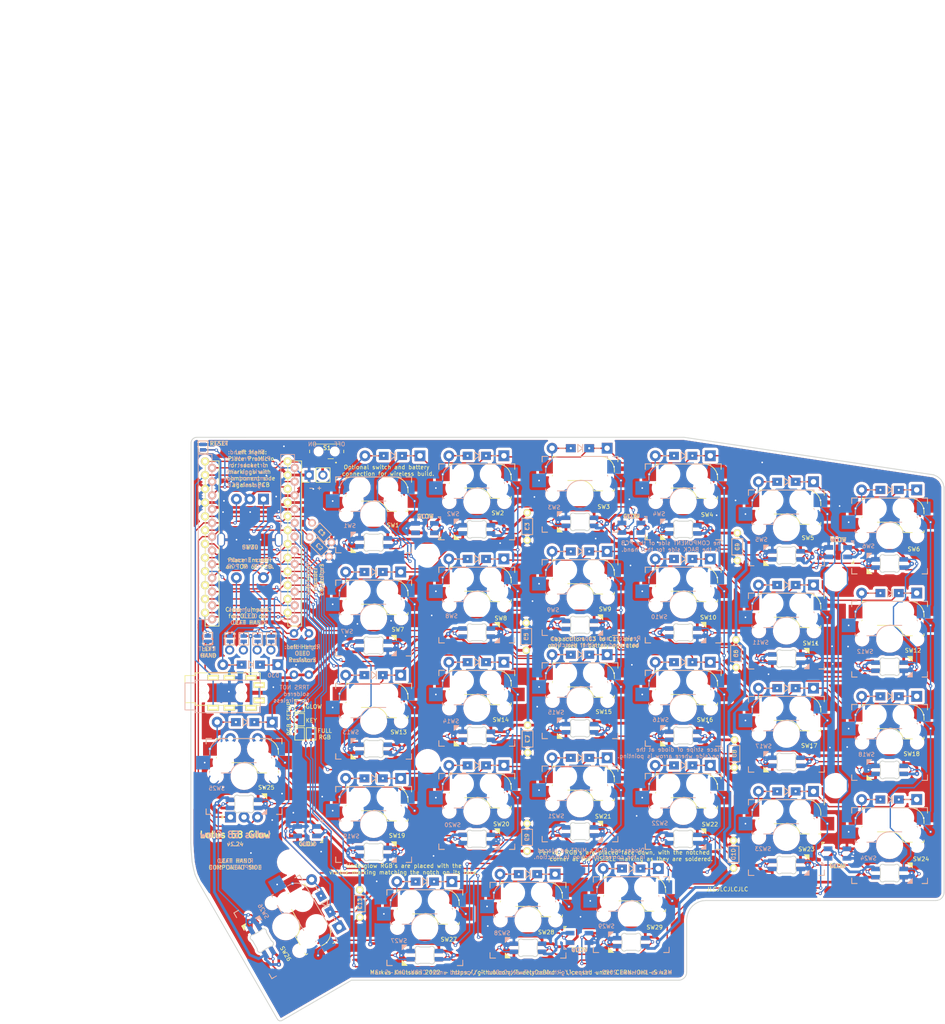
<source format=kicad_pcb>
(kicad_pcb (version 20211014) (generator pcbnew)
  (title_block (title "Lotus 58 Glow") (date "2022-09-14") (rev "v1.24") (company "Markus Knutsson <markus.knutsson@tweety.se>") (comment 1 "https://github.com/TweetyDaBird") (comment 2 "Licensed under CERN-OHL-S v2 or any superseding version"))
  (layers (0 "F.Cu" signal) (31 "B.Cu" signal) (34 "B.Paste" user) (35 "F.Paste" user) (36 "B.SilkS" user "B.Silkscreen") (37 "F.SilkS" user "F.Silkscreen") (38 "B.Mask" user) (39 "F.Mask" user) (44 "Edge.Cuts" user))
  (net 0 "")
  (net 1 "Net-(D1-Pad2)")
  (net 2 "row4")
  (net 3 "Net-(D2-Pad2)")
  (net 4 "Net-(D3-Pad2)")
  (net 5 "row0")
  (net 6 "Net-(D4-Pad2)")
  (net 7 "row1")
  (net 8 "Net-(D5-Pad2)")
  (net 9 "row2")
  (net 10 "Net-(D6-Pad2)")
  (net 11 "row3")
  (net 12 "Net-(D7-Pad2)")
  (net 13 "Net-(D8-Pad2)")
  (net 14 "Net-(D9-Pad2)")
  (net 15 "Net-(D10-Pad2)")
  (net 16 "Net-(D11-Pad2)")
  (net 17 "Net-(D12-Pad2)")
  (net 18 "Net-(D13-Pad2)")
  (net 19 "Net-(D14-Pad2)")
  (net 20 "Net-(D15-Pad2)")
  (net 21 "Net-(D16-Pad2)")
  (net 22 "Net-(D17-Pad2)")
  (net 23 "Net-(D18-Pad2)")
  (net 24 "Net-(D19-Pad2)")
  (net 25 "Net-(D20-Pad2)")
  (net 26 "Net-(D21-Pad2)")
  (net 27 "Net-(D22-Pad2)")
  (net 28 "Net-(D23-Pad2)")
  (net 29 "Net-(D24-Pad2)")
  (net 30 "Net-(D26-Pad2)")
  (net 31 "Net-(D27-Pad2)")
  (net 32 "Net-(D28-Pad2)")
  (net 33 "VCC")
  (net 34 "GND")
  (net 35 "col0")
  (net 36 "col1")
  (net 37 "col2")
  (net 38 "col3")
  (net 39 "col4")
  (net 40 "col5")
  (net 41 "SDA")
  (net 42 "LED")
  (net 43 "SCL")
  (net 44 "RESET")
  (net 45 "Net-(D29-Pad2)")
  (net 46 "DATA")
  (net 47 "Net-(D30-Pad2)")
  (net 48 "Hand")
  (net 49 "B")
  (net 50 "A")
  (net 51 "Alt")
  (net 52 "Net-(LED1-Pad2)")
  (net 53 "Net-(LED2-Pad2)")
  (net 54 "Net-(JP5-Pad1)")
  (net 55 "Net-(JP10-Pad1)")
  (net 56 "Net-(JP11-Pad1)")
  (net 57 "Net-(JP12-Pad1)")
  (net 58 "Net-(LED3-Pad2)")
  (net 59 "Net-(LED4-Pad2)")
  (net 60 "Net-(LED5-Pad2)")
  (net 61 "Net-(LED12-Pad4)")
  (net 62 "Net-(LED7-Pad4)")
  (net 63 "Net-(LED13-Pad4)")
  (net 64 "Net-(LED8-Pad4)")
  (net 65 "Net-(LED10-Pad2)")
  (net 66 "Net-(LED10-Pad4)")
  (net 67 "Net-(LED11-Pad4)")
  (net 68 "Net-(LED13-Pad2)")
  (net 69 "Net-(LED14-Pad2)")
  (net 70 "Net-(LED15-Pad2)")
  (net 71 "Net-(LED16-Pad2)")
  (net 72 "Net-(LED17-Pad2)")
  (net 73 "Net-(LED18-Pad2)")
  (net 74 "Net-(LED19-Pad4)")
  (net 75 "Net-(LED19-Pad2)")
  (net 76 "Net-(LED20-Pad4)")
  (net 77 "Net-(LED21-Pad4)")
  (net 78 "Net-(LED22-Pad4)")
  (net 79 "Net-(LED23-Pad4)")
  (net 80 "Net-(LED25-Pad2)")
  (net 81 "Net-(LED26-Pad2)")
  (net 82 "Net-(LED27-Pad2)")
  (net 83 "Net-(LED28-Pad2)")
  (net 84 "Net-(LED30-Pad1)")
  (net 85 "Net-(LED31-Pad1)")
  (net 86 "Net-(LED32-Pad1)")
  (net 87 "Net-(LED33-Pad1)")
  (net 88 "Net-(LED34-Pad1)")
  (net 89 "unconnected-(J1-PadS)")
  (net 90 "RGB_KEY")
  (net 91 "RGB_GLOW")
  (net 92 "RGB_LINK")
  (net 93 "Battery")
  (net 94 "/Batt")
  (footprint "MountingHole:MountingHole_3.7mm" (layer "F.Cu") (at 124.32538 57.40908)
    (fp_text reference "TH1" hide)
    (fp_text value "HOLE")
  )
  (footprint "MountingHole:MountingHole_3.7mm" (layer "F.Cu") (at 199.7 61.8)
    (fp_text reference "TH2" hide)
    (fp_text value "HOLE")
  )
  (footprint "MountingHole:MountingHole_3.7mm" (layer "F.Cu") (at 124.3965 95.5675)
    (fp_text reference "TH3" hide)
    (fp_text value "HOLE")
  )
  (footprint "MountingHole:MountingHole_3.7mm" (layer "F.Cu") (at 199.7 100)
    (fp_text reference "TH4" hide)
    (fp_text value "HOLE")
  )
  (footprint "MountingHole:MountingHole_3.7mm" (layer "F.Cu") (at 98.8949 114.1095 90)
    (fp_text reference "TH5" hide)
    (fp_text value "HOLE")
  )
  (footprint "Common Library:Jumper_Mini" (layer "F.Cu") (at 95.4987 72.8755 90)
    (fp_text reference "JP9" hide)
    (fp_text value "Jumper_NO_Small" hide)
  )
  (footprint "Common Library:Jumper_Mini" (layer "F.Cu") (at 92.990766 72.8755 90)
    (fp_text reference "JP10" hide)
    (fp_text value "Jumper_NO_Small" hide)
  )
  (footprint "Common Library:Jumper_Mini" (layer "F.Cu") (at 90.419332 72.8755 90)
    (fp_text reference "JP11" hide)
    (fp_text value "Jumper_NO_Small" hide)
  )
  (footprint "Common Library:Jumper_Mini" (layer "F.Cu") (at 87.8479 72.8755 90)
    (fp_text reference "JP12" hide)
    (fp_text value "Jumper_NO_Small" hide)
  )
  (footprint "keyswitches:Kailh_socket_MX_reversible_RGB" (layer "F.Cu") (at 133.45 47.6)
    (fp_text reference "SW2")
    (fp_text value "Kailh hotswap MX socket")
  )
  (footprint "keyswitches:Kailh_socket_MX_reversible_RGB" (layer "F.Cu") (at 152.5 46.21)
    (fp_text reference "SW3")
    (fp_text value "Kailh hotswap MX socket")
  )
  (footprint "keyswitches:Kailh_socket_MX_reversible_RGB" (layer "F.Cu") (at 171.55 47.6)
    (fp_text reference "SW4")
    (fp_text value "Kailh hotswap MX socket")
  )
  (footprint "keyswitches:Kailh_socket_MX_reversible_RGB" (layer "F.Cu") (at 209.65 53.9)
    (fp_text reference "SW6")
    (fp_text value "Kailh hotswap MX socket")
  )
  (footprint "keyswitches:Kailh_socket_MX_reversible_RGB" (layer "F.Cu") (at 114.4 69.05)
    (fp_text reference "SW7")
    (fp_text value "Kailh hotswap MX socket")
  )
  (footprint "keyswitches:Kailh_socket_MX_reversible_RGB" (layer "F.Cu") (at 152.5 65.26)
    (fp_text reference "SW9")
    (fp_text value "Kailh hotswap MX socket")
  )
  (footprint "keyswitches:Kailh_socket_MX_reversible_RGB" (layer "F.Cu") (at 171.55 66.65)
    (fp_text reference "SW10")
    (fp_text value "Kailh hotswap MX socket")
  )
  (footprint "keyswitches:Kailh_socket_MX_reversible_RGB" (layer "F.Cu") (at 190.6 71.45)
    (fp_text reference "SW11")
    (fp_text value "Kailh hotswap MX socket")
  )
  (footprint "keyswitches:Kailh_socket_MX_reversible_RGB" (layer "F.Cu") (at 209.65 72.95)
    (fp_text reference "SW12")
    (fp_text value "Kailh hotswap MX socket")
  )
  (footprint "keyswitches:Kailh_socket_MX_reversible_RGB" (layer "F.Cu") (at 114.4 88.1)
    (fp_text reference "SW13")
    (fp_text value "Kailh hotswap MX socket")
  )
  (footprint "keyswitches:Kailh_socket_MX_reversible_RGB" (layer "F.Cu") (at 133.45 85.7)
    (fp_text reference "SW14")
    (fp_text value "Kailh hotswap MX socket")
  )
  (footprint "keyswitches:Kailh_socket_MX_reversible_RGB" (layer "F.Cu") (at 152.5 84.31)
    (fp_text reference "SW15")
    (fp_text value "Kailh hotswap MX socket")
  )
  (footprint "keyswitches:Kailh_socket_MX_reversible_RGB" (layer "F.Cu") (at 190.6 90.5)
    (fp_text reference "SW17")
    (fp_text value "Kailh hotswap MX socket")
  )
  (footprint "keyswitches:Kailh_socket_MX_reversible_RGB" (layer "F.Cu") (at 209.65 92)
    (fp_text reference "SW18")
    (fp_text value "Kailh hotswap MX socket")
  )
  (footprint "keyswitches:Kailh_socket_MX_reversible_RGB" (layer "F.Cu") (at 114.4 107.15)
    (fp_text reference "SW19")
    (fp_text value "Kailh hotswap MX socket")
  )
  (footprint "keyswitches:Kailh_socket_MX_reversible_RGB" (layer "F.Cu") (at 133.45 104.75)
    (fp_text reference "SW20")
    (fp_text value "Kailh hotswap MX socket")
  )
  (footprint "keyswitches:Kailh_socket_MX_reversible_RGB" (layer "F.Cu") (at 152.5 103.36)
    (fp_text reference "SW21")
    (fp_text value "Kailh hotswap MX socket")
  )
  (footprint "keyswitches:Kailh_socket_MX_reversible_RGB" (layer "F.Cu") (at 171.55 104.75)
    (fp_text reference "SW22")
    (fp_text value "Kailh hotswap MX socket")
  )
  (footprint "keyswitches:Kailh_socket_MX_reversible_RGB" (layer "F.Cu") (at 190.6 109.55)
    (fp_text reference "SW23")
    (fp_text value "Kailh hotswap MX socket")
  )
  (footprint "keyswitches:Kailh_socket_MX_reversible_RGB" (layer "F.Cu") (at 123.85 126.2)
    (fp_text reference "SW27")
    (fp_text value "Kailh hotswap MX socket")
  )
  (footprint "keyswitches:Kailh_socket_MX_reversible_RGB" (layer "F.Cu") (at 142.8977 124.8283)
    (fp_text reference "SW28")
    (fp_text value "Kailh hotswap MX socket")
  )
  (footprint "keyswitches:Kailh_socket_MX_reversible_RGB" (layer "F.Cu") (at 161.95 123.8)
    (fp_text reference "SW29")
    (fp_text value "Kailh hotswap MX socket")
  )
  (footprint "keyswitches:Kailh_socket_MX_reversible_RGB" (layer "F.Cu") (at 114.4 50)
    (fp_text reference "SW1")
    (fp_text value "Kailh hotswap MX socket")
  )
  (footprint "keyswitches:Kailh_socket_MX_reversible_RGB" (layer "F.Cu") (at 90.4748 98.2853)
    (fp_text reference "SW25")
    (fp_text value "Kailh hotswap MX socket")
  )
  (footprint "keyswitches:Kailh_socket_MX_reversible_RGB" (layer "F.Cu") (at 209.65 111.05)
    (fp_text reference "SW24")
    (fp_text value "Kailh hotswap MX socket")
  )
  (footprint "Resistor_THT:R_Axial_DIN0207_L6.3mm_D2.5mm_P7.62mm_Horizontal" (layer "F.Cu") (at 102.44 79.5 90)
    (fp_text reference "R2" hide)
    (fp_text value "4k7")
  )
  (footprint "keyswitches:Kailh_socket_MX_reversible_RGB" (layer "F.Cu") (at 98.171 126.0475 -60)
    (fp_text reference "SW26")
    (fp_text value "Kailh hotswap MX socket")
  )
  (footprint "keyswitches:Kailh_socket_MX_reversible_RGB" (layer "F.Cu") (at 171.55 85.7)
    (fp_text reference "SW16")
    (fp_text value "Kailh hotswap MX socket")
  )
  (footprint "KiCad-SSD1306-0.91-OLED-4pin-128x32:SSD1306-0.91-OLED-4pin-128x32" (layer "F.Cu") (at 97.6305 38.4435 -90)
    (fp_text reference "P1" hide)
    (fp_text value "OLED")
  )
  (footprint "Keyboard Library:LED_SK6812MINI_PLCC4_3.5x3.5mm_P1.75mm" (layer "F.Cu") (at 152.4 128.0795 180)
    (fp_text reference "LED31" hide)
    (fp_text value "SK6812MINI")
  )
  (footprint "Keyboard Library:LED_SK6812MINI_PLCC4_3.5x3.5mm_P1.75mm" (layer "F.Cu") (at 102.108 108.3945)
    (fp_text reference "LED30" hide)
    (fp_text value "SK6812MINI")
  )
  (footprint "Keyboard Library:LED_SK6812MINI_PLCC4_3.5x3.5mm_P1.75mm" (layer "F.Cu") (at 200.152 56.896)
    (fp_text reference "LED33" hide)
    (fp_text value "SK6812MINI")
  )
  (footprint "Keyboard Library:LED_SK6812MINI_PLCC4_3.5x3.5mm_P1.75mm" (layer "F.Cu") (at 123.8885 52.451)
    (fp_text reference "LED35" hide)
    (fp_text value "SK6812MINI")
  )
  (footprint "Keyboard Library:RotaryEncoder_Alps_EC11E-Switch_Vertical_H20_special" (layer "F.Cu") (at 91.567 54.594 -90)
    (fp_text reference "SW30")
    (fp_text value "Rotary_Encoder_Switch")
  )
  (footprint "Keyboard Library:ProMicro_Reversible" (layer "F.Cu") (at 92.106 54.9)
    (fp_text reference "U1" hide)
    (fp_text value "ProMicro" hide)
  )
  (footprint "Resistor_THT:R_Axial_DIN0207_L6.3mm_D2.5mm_P7.62mm_Horizontal" (layer "F.Cu") (at 99.7 79.5 90)
    (fp_text reference "R1" hide)
    (fp_text value "4k7")
  )
  (footprint "Common Library:MJ-4PP-9_alim" (layer "F.Cu") (at 81.4705 82.169 90)
    (fp_text reference "J1" hide)
    (fp_text value "PJ-320A" hide)
  )
  (footprint "keyswitches:Kailh_socket_MX_reversible_RGB" (layer "F.Cu") (at 190.6 52.4)
    (fp_text reference "SW5")
    (fp_text value "Kailh hotswap MX socket")
  )
  (footprint "Keyboard Library:RotaryEncoder_Alps_EC11E-Switch_Special" (layer "F.Cu") (at 90.4748 98.2853 90)
    (fp_text reference "SW31" hide)
    (fp_text value "Rotary_Encoder_Switch")
  )
  (footprint "Keyboard Library:LED_SK6812MINI_PLCC4_3.5x3.5mm_P1.75mm" (layer "F.Cu") (at 161.9885 52.3875)
    (fp_text reference "LED34" hide)
    (fp_text value "SK6812MINI")
  )
  (footprint "Common Library:Jumper_Mini" (layer "F.Cu") (at 83.789 72.8507 -90)
    (fp_text reference "JP3" hide)
    (fp_text value "LEFT" hide)
  )
  (footprint "keyswitches:Kailh_socket_MX_reversible_RGB" (layer "F.Cu") (at 133.45 66.65)
    (fp_text reference "SW8")
    (fp_text value "Kailh hotswap MX socket")
  )
  (footprint "kicad-keyboard-parts:MX_SK6812MINI-E_REVERSIBLE" (layer "F.Cu") (at 114.4 55.08 180)
    (fp_text reference "LED1" hide)
    (fp_text value "SK6812MINI-E")
    (fp_line (start 0.794452 1.499999) (end -0.794452 1.499999) (layer "Edge.Cuts") (width 0.15))
    (fp_line (start 1.699999 -0.702843) (end 1.699999 0.702841) (layer "Edge.Cuts") (width 0.15))
    (fp_line (start -0.794452 -1.5) (end 0.794453 -1.5) (layer "Edge.Cuts") (width 0.15))
    (fp_line (start -1.699999 0.702841) (end -1.699999 -0.702843) (layer "Edge.Cuts") (width 0.15))
    (fp_arc (start 0.794452 1.499999) (mid 0.925123 1.517376) (end 1.046711 1.568298) (layer "Edge.Cuts") (width 0.15))
    (fp_arc (start 1.046711 -1.568299) (mid 1.638071 -1.504036) (end 1.749484 -0.919721) (layer "Edge.Cuts") (width 0.15))
    (fp_arc (start -1.046711 1.568296) (mid -1.63807 1.504033) (end -1.749484 0.919719) (layer "Edge.Cuts") (width 0.15))
    (fp_arc (start -1.749484 -0.919721) (mid -1.638071 -1.504036) (end -1.046711 -1.5683) (layer "Edge.Cuts") (width 0.15))
    (fp_arc (start -1.749484 -0.919721) (mid -1.712527 -0.814069) (end -1.699999 -0.702843) (layer "Edge.Cuts") (width 0.15))
    (fp_arc (start 1.046711 -1.568299) (mid 0.925123 -1.517377) (end 0.794453 -1.5) (layer "Edge.Cuts") (width 0.15))
    (fp_arc (start 1.749484 0.919718) (mid 1.638072 1.504034) (end 1.046711 1.568298) (layer "Edge.Cuts") (width 0.15))
    (fp_arc (start -1.699999 0.702842) (mid -1.712527 0.814067) (end -1.749484 0.919719) (layer "Edge.Cuts") (width 0.15))
    (fp_arc (start -1.04671 1.568298) (mid -0.925122 1.517376) (end -0.794452 1.499999) (layer "Edge.Cuts") (width 0.15))
    (fp_arc (start 1.699999 -0.702844) (mid 1.712526 -0.81407) (end 1.749484 -0.919721) (layer "Edge.Cuts") (width 0.15))
    (fp_arc (start -0.794453 -1.500001) (mid -0.925123 -1.517378) (end -1.046711 -1.5683) (layer "Edge.Cuts") (width 0.15))
    (fp_arc (start 1.749484 0.919719) (mid 1.712511 0.81407) (end 1.699999 0.702841) (layer "Edge.Cuts") (width 0.15))
  )
  (footprint "Common Library:Jumper_Mini" (layer "F.Cu") (at 82.91 37.51 90)
    (fp_text reference "JP2" hide)
    (fp_text value "RESET" hide)
  )
  (footprint "kicad-keyboard-parts:MX_SK6812MINI-E_REVERSIBLE" (layer "F.Cu") (at 133.45 52.68 180)
    (fp_text reference "LED2" hide)
    (fp_text value "SK6812MINI-E")
    (fp_line (start -0.794452 -1.5) (end 0.794453 -1.5) (layer "Edge.Cuts") (width 0.15))
    (fp_line (start 1.699999 -0.702843) (end 1.699999 0.702841) (layer "Edge.Cuts") (width 0.15))
    (fp_line (start 0.794452 1.499999) (end -0.794452 1.499999) (layer "Edge.Cuts") (width 0.15))
    (fp_line (start -1.699999 0.702841) (end -1.699999 -0.702843) (layer "Edge.Cuts") (width 0.15))
    (fp_arc (start 1.749484 0.919718) (mid 1.638072 1.504034) (end 1.046711 1.568298) (layer "Edge.Cuts") (width 0.15))
    (fp_arc (start 1.749484 0.919719) (mid 1.712511 0.81407) (end 1.699999 0.702841) (layer "Edge.Cuts") (width 0.15))
    (fp_arc (start -0.794453 -1.500001) (mid -0.925123 -1.517378) (end -1.046711 -1.5683) (layer "Edge.Cuts") (width 0.15))
    (fp_arc (start 1.046711 -1.568299) (mid 1.638071 -1.504036) (end 1.749484 -0.919721) (layer "Edge.Cuts") (width 0.15))
    (fp_arc (start -1.749484 -0.919721) (mid -1.712527 -0.814069) (end -1.699999 -0.702843) (layer "Edge.Cuts") (width 0.15))
    (fp_arc (start 1.046711 -1.568299) (mid 0.925123 -1.517377) (end 0.794453 -1.5) (layer "Edge.Cuts") (width 0.15))
    (fp_arc (start -1.699999 0.702842) (mid -1.712527 0.814067) (end -1.749484 0.919719) (layer "Edge.Cuts") (width 0.15))
    (fp_arc (start -1.046711 1.568296) (mid -1.63807 1.504033) (end -1.749484 0.919719) (layer "Edge.Cuts") (width 0.15))
    (fp_arc (start -1.04671 1.568298) (mid -0.925122 1.517376) (end -0.794452 1.499999) (layer "Edge.Cuts") (width 0.15))
    (fp_arc (start -1.749484 -0.919721) (mid -1.638071 -1.504036) (end -1.046711 -1.5683) (layer "Edge.Cuts") (width 0.15))
    (fp_arc (start 0.794452 1.499999) (mid 0.925123 1.517376) (end 1.046711 1.568298) (layer "Edge.Cuts") (width 0.15))
    (fp_arc (start 1.699999 -0.702844) (mid 1.712526 -0.81407) (end 1.749484 -0.919721) (layer "Edge.Cuts") (width 0.15))
  )
  (footprint "kicad-keyboard-parts:MX_SK6812MINI-E_REVERSIBLE" (layer "F.Cu") (at 152.5 51.29 180)
    (fp_text reference "LED3" hide)
    (fp_text value "SK6812MINI-E")
    (fp_line (start -0.794452 -1.5) (end 0.794453 -1.5) (layer "Edge.Cuts") (width 0.15))
    (fp_line (start 1.699999 -0.702843) (end 1.699999 0.702841) (layer "Edge.Cuts") (width 0.15))
    (fp_line (start -1.699999 0.702841) (end -1.699999 -0.702843) (layer "Edge.Cuts") (width 0.15))
    (fp_line (start 0.794452 1.499999) (end -0.794452 1.499999) (layer "Edge.Cuts") (width 0.15))
    (fp_arc (start 1.046711 -1.568299) (mid 1.638071 -1.504036) (end 1.749484 -0.919721) (layer "Edge.Cuts") (width 0.15))
    (fp_arc (start -1.749484 -0.919721) (mid -1.638071 -1.504036) (end -1.046711 -1.5683) (layer "Edge.Cuts") (width 0.15))
    (fp_arc (start 1.699999 -0.702844) (mid 1.712526 -0.81407) (end 1.749484 -0.919721) (layer "Edge.Cuts") (width 0.15))
    (fp_arc (start -1.04671 1.568298) (mid -0.925122 1.517376) (end -0.794452 1.499999) (layer "Edge.Cuts") (width 0.15))
    (fp_arc (start -1.699999 0.702842) (mid -1.712527 0.814067) (end -1.749484 0.919719) (layer "Edge.Cuts") (width 0.15))
    (fp_arc (start -1.749484 -0.919721) (mid -1.712527 -0.814069) (end -1.699999 -0.702843) (layer "Edge.Cuts") (width 0.15))
    (fp_arc (start -0.794453 -1.500001) (mid -0.925123 -1.517378) (end -1.046711 -1.5683) (layer "Edge.Cuts") (width 0.15))
    (fp_arc (start 1.749484 0.919719) (mid 1.712511 0.81407) (end 1.699999 0.702841) (layer "Edge.Cuts") (width 0.15))
    (fp_arc (start 1.046711 -1.568299) (mid 0.925123 -1.517377) (end 0.794453 -1.5) (layer "Edge.Cuts") (width 0.15))
    (fp_arc (start 0.794452 1.499999) (mid 0.925123 1.517376) (end 1.046711 1.568298) (layer "Edge.Cuts") (width 0.15))
    (fp_arc (start 1.749484 0.919718) (mid 1.638072 1.504034) (end 1.046711 1.568298) (layer "Edge.Cuts") (width 0.15))
    (fp_arc (start -1.046711 1.568296) (mid -1.63807 1.504033) (end -1.749484 0.919719) (layer "Edge.Cuts") (width 0.15))
  )
  (footprint "kicad-keyboard-parts:MX_SK6812MINI-E_REVERSIBLE" (layer "F.Cu") (at 171.55 52.68 180)
    (fp_text reference "LED4" hide)
    (fp_text value "SK6812MINI-E")
    (fp_line (start 1.699999 -0.702843) (end 1.699999 0.702841) (layer "Edge.Cuts") (width 0.15))
    (fp_line (start 0.794452 1.499999) (end -0.794452 1.499999) (layer "Edge.Cuts") (width 0.15))
    (fp_line (start -0.794452 -1.5) (end 0.794453 -1.5) (layer "Edge.Cuts") (width 0.15))
    (fp_line (start -1.699999 0.702841) (end -1.699999 -0.702843) (layer "Edge.Cuts") (width 0.15))
    (fp_arc (start -1.749484 -0.919721) (mid -1.712527 -0.814069) (end -1.699999 -0.702843) (layer "Edge.Cuts") (width 0.15))
    (fp_arc (start 1.699999 -0.702844) (mid 1.712526 -0.81407) (end 1.749484 -0.919721) (layer "Edge.Cuts") (width 0.15))
    (fp_arc (start -1.046711 1.568296) (mid -1.63807 1.504033) (end -1.749484 0.919719) (layer "Edge.Cuts") (width 0.15))
    (fp_arc (start 1.046711 -1.568299) (mid 1.638071 -1.504036) (end 1.749484 -0.919721) (layer "Edge.Cuts") (width 0.15))
    (fp_arc (start 1.749484 0.919718) (mid 1.638072 1.504034) (end 1.046711 1.568298) (layer "Edge.Cuts") (width 0.15))
    (fp_arc (start -1.749484 -0.919721) (mid -1.638071 -1.504036) (end -1.046711 -1.5683) (layer "Edge.Cuts") (width 0.15))
    (fp_arc (start -1.04671 1.568298) (mid -0.925122 1.517376) (end -0.794452 1.499999) (layer "Edge.Cuts") (width 0.15))
    (fp_arc (start -0.794453 -1.500001) (mid -0.925123 -1.517378) (end -1.046711 -1.5683) (layer "Edge.Cuts") (width 0.15))
    (fp_arc (start 1.749484 0.919719) (mid 1.712511 0.81407) (end 1.699999 0.702841) (layer "Edge.Cuts") (width 0.15))
    (fp_arc (start -1.699999 0.702842) (mid -1.712527 0.814067) (end -1.749484 0.919719) (layer "Edge.Cuts") (width 0.15))
    (fp_arc (start 1.046711 -1.568299) (mid 0.925123 -1.517377) (end 0.794453 -1.5) (layer "Edge.Cuts") (width 0.15))
    (fp_arc (start 0.794452 1.499999) (mid 0.925123 1.517376) (end 1.046711 1.568298) (layer "Edge.Cuts") (width 0.15))
  )
  (footprint "kicad-keyboard-parts:MX_SK6812MINI-E_REVERSIBLE" (layer "F.Cu") (at 190.6 57.48 180)
    (fp_text reference "LED5" hide)
    (fp_text value "SK6812MINI-E")
    (fp_line (start 0.794452 1.499999) (end -0.794452 1.499999) (layer "Edge.Cuts") (width 0.15))
    (fp_line (start 1.699999 -0.702843) (end 1.699999 0.702841) (layer "Edge.Cuts") (width 0.15))
    (fp_line (start -0.794452 -1.5) (end 0.794453 -1.5) (layer "Edge.Cuts") (width 0.15))
    (fp_line (start -1.699999 0.702841) (end -1.699999 -0.702843) (layer "Edge.Cuts") (width 0.15))
    (fp_arc (start -1.046711 1.568296) (mid -1.63807 1.504033) (end -1.749484 0.919719) (layer "Edge.Cuts") (width 0.15))
    (fp_arc (start -1.04671 1.568298) (mid -0.925122 1.517376) (end -0.794452 1.499999) (layer "Edge.Cuts") (width 0.15))
    (fp_arc (start 1.749484 0.919718) (mid 1.638072 1.504034) (end 1.046711 1.568298) (layer "Edge.Cuts") (width 0.15))
    (fp_arc (start 1.046711 -1.568299) (mid 0.925123 -1.517377) (end 0.794453 -1.5) (layer "Edge.Cuts") (width 0.15))
    (fp_arc (start 0.794452 1.499999) (mid 0.925123 1.517376) (end 1.046711 1.568298) (layer "Edge.Cuts") (width 0.15))
    (fp_arc (start 1.699999 -0.702844) (mid 1.712526 -0.81407) (end 1.749484 -0.919721) (layer "Edge.Cuts") (width 0.15))
    (fp_arc (start -1.749484 -0.919721) (mid -1.712527 -0.814069) (end -1.699999 -0.702843) (layer "Edge.Cuts") (width 0.15))
    (fp_arc (start -1.699999 0.702842) (mid -1.712527 0.814067) (end -1.749484 0.919719) (layer "Edge.Cuts") (width 0.15))
    (fp_arc (start 1.749484 0.919719) (mid 1.712511 0.81407) (end 1.699999 0.702841) (layer "Edge.Cuts") (width 0.15))
    (fp_arc (start -1.749484 -0.919721) (mid -1.638071 -1.504036) (end -1.046711 -1.5683) (layer "Edge.Cuts") (width 0.15))
    (fp_arc (start 1.046711 -1.568299) (mid 1.638071 -1.504036) (end 1.749484 -0.919721) (layer "Edge.Cuts") (width 0.15))
    (fp_arc (start -0.794453 -1.500001) (mid -0.925123 -1.517378) (end -1.046711 -1.5683) (layer "Edge.Cuts") (width 0.15))
  )
  (footprint "kicad-keyboard-parts:MX_SK6812MINI-E_REVERSIBLE" (layer "F.Cu") (at 209.65 58.98 180)
    (fp_text reference "LED6" hide)
    (fp_text value "SK6812MINI-E")
    (fp_line (start -1.699999 0.702841) (end -1.699999 -0.702843) (layer "Edge.Cuts") (width 0.15))
    (fp_line (start -0.794452 -1.5) (end 0.794453 -1.5) (layer "Edge.Cuts") (width 0.15))
    (fp_line (start 0.794452 1.499999) (end -0.794452 1.499999) (layer "Edge.Cuts") (width 0.15))
    (fp_line (start 1.699999 -0.702843) (end 1.699999 0.702841) (layer "Edge.Cuts") (width 0.15))
    (fp_arc (start 1.749484 0.919719) (mid 1.712511 0.81407) (end 1.699999 0.702841) (layer "Edge.Cuts") (width 0.15))
    (fp_arc (start -1.749484 -0.919721) (mid -1.638071 -1.504036) (end -1.046711 -1.5683) (layer "Edge.Cuts") (width 0.15))
    (fp_arc (start -0.794453 -1.500001) (mid -0.925123 -1.517378) (end -1.046711 -1.5683) (layer "Edge.Cuts") (width 0.15))
    (fp_arc (start 1.046711 -1.568299) (mid 1.638071 -1.504036) (end 1.749484 -0.919721) (layer "Edge.Cuts") (width 0.15))
    (fp_arc (start 1.046711 -1.568299) (mid 0.925123 -1.517377) (end 0.794453 -1.5) (layer "Edge.Cuts") (width 0.15))
    (fp_arc (start -1.749484 -0.919721) (mid -1.712527 -0.814069) (end -1.699999 -0.702843) (layer "Edge.Cuts") (width 0.15))
    (fp_arc (start 0.794452 1.499999) (mid 0.925123 1.517376) (end 1.046711 1.568298) (layer "Edge.Cuts") (width 0.15))
    (fp_arc (start 1.749484 0.919718) (mid 1.638072 1.504034) (end 1.046711 1.568298) (layer "Edge.Cuts") (width 0.15))
    (fp_arc (start -1.699999 0.702842) (mid -1.712527 0.814067) (end -1.749484 0.919719) (layer "Edge.Cuts") (width 0.15))
    (fp_arc (start 1.699999 -0.702844) (mid 1.712526 -0.81407) (end 1.749484 -0.919721) (layer "Edge.Cuts") (width 0.15))
    (fp_arc (start -1.046711 1.568296) (mid -1.63807 1.504033) (end -1.749484 0.919719) (layer "Edge.Cuts") (width 0.15))
    (fp_arc (start -1.04671 1.568298) (mid -0.925122 1.517376) (end -0.794452 1.499999) (layer "Edge.Cuts") (width 0.15))
  )
  (footprint "kicad-keyboard-parts:MX_SK6812MINI-E_REVERSIBLE" (layer "F.Cu") (at 114.4 74.13)
    (fp_text reference "LED7" hide)
    (fp_text value "SK6812MINI-E")
    (fp_line (start -0.794452 -1.5) (end 0.794453 -1.5) (layer "Edge.Cuts") (width 0.15))
    (fp_line (start -1.699999 0.702841) (end -1.699999 -0.702843) (layer "Edge.Cuts") (width 0.15))
    (fp_line (start 1.699999 -0.702843) (end 1.699999 0.702841) (layer "Edge.Cuts") (width 0.15))
    (fp_line (start 0.794452 1.499999) (end -0.794452 1.499999) (layer "Edge.Cuts") (width 0.15))
    (fp_arc (start 1.046711 -1.568299) (mid 0.925123 -1.517377) (end 0.794453 -1.5) (layer "Edge.Cuts") (width 0.15))
    (fp_arc (start -1.749484 -0.919721) (mid -1.638071 -1.504036) (end -1.046711 -1.5683) (layer "Edge.Cuts") (width 0.15))
    (fp_arc (start -0.794453 -1.500001) (mid -0.925123 -1.517378) (end -1.046711 -1.5683) (layer "Edge.Cuts") (width 0.15))
    (fp_arc (start -1.046711 1.568296) (mid -1.63807 1.504033) (end -1.749484 0.919719) (layer "Edge.Cuts") (width 0.15))
    (fp_arc (start -1.04671 1.568298) (mid -0.925122 1.517376) (end -0.794452 1.499999) (layer "Edge.Cuts") (width 0.15))
    (fp_arc (start 1.749484 0.919719) (mid 1.712511 0.81407) (end 1.699999 0.702841) (layer "Edge.Cuts") (width 0.15))
    (fp_arc (start 1.046711 -1.568299) (mid 1.638071 -1.504036) (end 1.749484 -0.919721) (layer "Edge.Cuts") (width 0.15))
    (fp_arc (start 1.749484 0.919718) (mid 1.638072 1.504034) (end 1.046711 1.568298) (layer "Edge.Cuts") (width 0.15))
    (fp_arc (start 1.699999 -0.702844) (mid 1.712526 -0.81407) (end 1.749484 -0.919721) (layer "Edge.Cuts") (width 0.15))
    (fp_arc (start 0.794452 1.499999) (mid 0.925123 1.517376) (end 1.046711 1.568298) (layer "Edge.Cuts") (width 0.15))
    (fp_arc (start -1.749484 -0.919721) (mid -1.712527 -0.814069) (end -1.699999 -0.702843) (layer "Edge.Cuts") (width 0.15))
    (fp_arc (start -1.699999 0.702842) (mid -1.712527 0.814067) (end -1.749484 0.919719) (layer "Edge.Cuts") (width 0.15))
  )
  (footprint "kicad-keyboard-parts:MX_SK6812MINI-E_REVERSIBLE" (layer "F.Cu") (at 133.45 71.73)
    (fp_text reference "LED8" hide)
    (fp_text value "SK6812MINI-E")
    (fp_line (start -1.699999 0.702841) (end -1.699999 -0.702843) (layer "Edge.Cuts") (width 0.15))
    (fp_line (start 0.794452 1.499999) (end -0.794452 1.499999) (layer "Edge.Cuts") (width 0.15))
    (fp_line (start 1.699999 -0.702843) (end 1.699999 0.702841) (layer "Edge.Cuts") (width 0.15))
    (fp_line (start -0.794452 -1.5) (end 0.794453 -1.5) (layer "Edge.Cuts") (width 0.15))
    (fp_arc (start 1.046711 -1.568299) (mid 0.925123 -1.517377) (end 0.794453 -1.5) (layer "Edge.Cuts") (width 0.15))
    (fp_arc (start -1.04671 1.568298) (mid -0.925122 1.517376) (end -0.794452 1.499999) (layer "Edge.Cuts") (width 0.15))
    (fp_arc (start 1.749484 0.919719) (mid 1.712511 0.81407) (end 1.699999 0.702841) (layer "Edge.Cuts") (width 0.15))
    (fp_arc (start 0.794452 1.499999) (mid 0.925123 1.517376) (end 1.046711 1.568298) (layer "Edge.Cuts") (width 0.15))
    (fp_arc (start 1.046711 -1.568299) (mid 1.638071 -1.504036) (end 1.749484 -0.919721) (layer "Edge.Cuts") (width 0.15))
    (fp_arc (start -1.749484 -0.919721) (mid -1.712527 -0.814069) (end -1.699999 -0.702843) (layer "Edge.Cuts") (width 0.15))
    (fp_arc (start -1.699999 0.702842) (mid -1.712527 0.814067) (end -1.749484 0.919719) (layer "Edge.Cuts") (width 0.15))
    (fp_arc (start 1.699999 -0.702844) (mid 1.712526 -0.81407) (end 1.749484 -0.919721) (layer "Edge.Cuts") (width 0.15))
    (fp_arc (start -1.046711 1.568296) (mid -1.63807 1.504033) (end -1.749484 0.919719) (layer "Edge.Cuts") (width 0.15))
    (fp_arc (start -1.749484 -0.919721) (mid -1.638071 -1.504036) (end -1.046711 -1.5683) (layer "Edge.Cuts") (width 0.15))
    (fp_arc (start -0.794453 -1.500001) (mid -0.925123 -1.517378) (end -1.046711 -1.5683) (layer "Edge.Cuts") (width 0.15))
    (fp_arc (start 1.749484 0.919718) (mid 1.638072 1.504034) (end 1.046711 1.568298) (layer "Edge.Cuts") (width 0.15))
  )
  (footprint "kicad-keyboard-parts:MX_SK6812MINI-E_REVERSIBLE" (layer "F.Cu") (at 152.5 70.34)
    (fp_text reference "LED9" hide)
    (fp_text value "SK6812MINI-E")
    (fp_line (start -0.794452 -1.5) (end 0.794453 -1.5) (layer "Edge.Cuts") (width 0.15))
    (fp_line (start -1.699999 0.702841) (end -1.699999 -0.702843) (layer "Edge.Cuts") (width 0.15))
    (fp_line (start 0.794452 1.499999) (end -0.794452 1.499999) (layer "Edge.Cuts") (width 0.15))
    (fp_line (start 1.699999 -0.702843) (end 1.699999 0.702841) (layer "Edge.Cuts") (width 0.15))
    (fp_arc (start -1.749484 -0.919721) (mid -1.712527 -0.814069) (end -1.699999 -0.702843) (layer "Edge.Cuts") (width 0.15))
    (fp_arc (start -1.749484 -0.919721) (mid -1.638071 -1.504036) (end -1.046711 -1.5683) (layer "Edge.Cuts") (width 0.15))
    (fp_arc (start 0.794452 1.499999) (mid 0.925123 1.517376) (end 1.046711 1.568298) (layer "Edge.Cuts") (width 0.15))
    (fp_arc (start 1.046711 -1.568299) (mid 1.638071 -1.504036) (end 1.749484 -0.919721) (layer "Edge.Cuts") (width 0.15))
    (fp_arc (start -1.04671 1.568298) (mid -0.925122 1.517376) (end -0.794452 1.499999) (layer "Edge.Cuts") (width 0.15))
    (fp_arc (start -1.046711 1.568296) (mid -1.63807 1.504033) (end -1.749484 0.919719) (layer "Edge.Cuts") (width 0.15))
    (fp_arc (start 1.699999 -0.702844) (mid 1.712526 -0.81407) (end 1.749484 -0.919721) (layer "Edge.Cuts") (width 0.15))
    (fp_arc (start -0.794453 -1.500001) (mid -0.925123 -1.517378) (end -1.046711 -1.5683) (layer "Edge.Cuts") (width 0.15))
    (fp_arc (start -1.699999 0.702842) (mid -1.712527 0.814067) (end -1.749484 0.919719) (layer "Edge.Cuts") (width 0.15))
    (fp_arc (start 1.749484 0.919719) (mid 1.712511 0.81407) (end 1.699999 0.702841) (layer "Edge.Cuts") (width 0.15))
    (fp_arc (start 1.046711 -1.568299) (mid 0.925123 -1.517377) (end 0.794453 -1.5) (layer "Edge.Cuts") (width 0.15))
    (fp_arc (start 1.749484 0.919718) (mid 1.638072 1.504034) (end 1.046711 1.568298) (layer "Edge.Cuts") (width 0.15))
  )
  (footprint "kicad-keyboard-parts:MX_SK6812MINI-E_REVERSIBLE" (layer "F.Cu") (at 171.55 71.73)
    (fp_text reference "LED10" hide)
    (fp_text value "SK6812MINI-E")
    (fp_line (start -0.794452 -1.5) (end 0.794453 -1.5) (layer "Edge.Cuts") (width 0.15))
    (fp_line (start 1.699999 -0.702843) (end 1.699999 0.702841) (layer "Edge.Cuts") (width 0.15))
    (fp_line (start 0.794452 1.499999) (end -0.794452 1.499999) (layer "Edge.Cuts") (width 0.15))
    (fp_line (start -1.699999 0.702841) (end -1.699999 -0.702843) (layer "Edge.Cuts") (width 0.15))
    (fp_arc (start -1.04671 1.568298) (mid -0.925122 1.517376) (end -0.794452 1.499999) (layer "Edge.Cuts") (width 0.15))
    (fp_arc (start -1.699999 0.702842) (mid -1.712527 0.814067) (end -1.749484 0.919719) (layer "Edge.Cuts") (width 0.15))
    (fp_arc (start 1.046711 -1.568299) (mid 0.925123 -1.517377) (end 0.794453 -1.5) (layer "Edge.Cuts") (width 0.15))
    (fp_arc (start 1.749484 0.919719) (mid 1.712511 0.81407) (end 1.699999 0.702841) (layer "Edge.Cuts") (width 0.15))
    (fp_arc (start 1.046711 -1.568299) (mid 1.638071 -1.504036) (end 1.749484 -0.919721) (layer "Edge.Cuts") (width 0.15))
    (fp_arc (start 1.749484 0.919718) (mid 1.638072 1.504034) (end 1.046711 1.568298) (layer "Edge.Cuts") (width 0.15))
    (fp_arc (start -1.046711 1.568296) (mid -1.63807 1.504033) (end -1.749484 0.919719) (layer "Edge.Cuts") (width 0.15))
    (fp_arc (start -1.749484 -0.919721) (mid -1.712527 -0.814069) (end -1.699999 -0.702843) (layer "Edge.Cuts") (width 0.15))
    (fp_arc (start 1.699999 -0.702844) (mid 1.712526 -0.81407) (end 1.749484 -0.919721) (layer "Edge.Cuts") (width 0.15))
    (fp_arc (start -1.749484 -0.919721) (mid -1.638071 -1.504036) (end -1.046711 -1.5683) (layer "Edge.Cuts") (width 0.15))
    (fp_arc (start 0.794452 1.499999) (mid 0.925123 1.517376) (end 1.046711 1.568298) (layer "Edge.Cuts") (width 0.15))
    (fp_arc (start -0.794453 -1.500001) (mid -0.925123 -1.517378) (end -1.046711 -1.5683) (layer "Edge.Cuts") (width 0.15))
  )
  (footprint "kicad-keyboard-parts:MX_SK6812MINI-E_REVERSIBLE" (layer "F.Cu") (at 190.6 76.53)
    (fp_text reference "LED11" hide)
    (fp_text value "SK6812MINI-E")
    (fp_line (start -0.794452 -1.5) (end 0.794453 -1.5) (layer "Edge.Cuts") (width 0.15))
    (fp_line (start 1.699999 -0.702843) (end 1.699999 0.702841) (layer "Edge.Cuts") (width 0.15))
    (fp_line (start -1.699999 0.702841) (end -1.699999 -0.702843) (layer "Edge.Cuts") (width 0.15))
    (fp_line (start 0.794452 1.499999) (end -0.794452 1.499999) (layer "Edge.Cuts") (width 0.15))
    (fp_arc (start 1.699999 -0.702844) (mid 1.712526 -0.81407) (end 1.749484 -0.919721) (layer "Edge.Cuts") (width 0.15))
    (fp_arc (start -1.699999 0.702842) (mid -1.712527 0.814067) (end -1.749484 0.919719) (layer "Edge.Cuts") (width 0.15))
    (fp_arc (start -1.749484 -0.919721) (mid -1.712527 -0.814069) (end -1.699999 -0.702843) (layer "Edge.Cuts") (width 0.15))
    (fp_arc (start 1.046711 -1.568299) (mid 0.925123 -1.517377) (end 0.794453 -1.5) (layer "Edge.Cuts") (width 0.15))
    (fp_arc (start -0.794453 -1.500001) (mid -0.925123 -1.517378) (end -1.046711 -1.5683) (layer "Edge.Cuts") (width 0.15))
    (fp_arc (start 0.794452 1.499999) (mid 0.925123 1.517376) (end 1.046711 1.568298) (layer "Edge.Cuts") (width 0.15))
    (fp_arc (start -1.046711 1.568296) (mid -1.63807 1.504033) (end -1.749484 0.919719) (layer "Edge.Cuts") (width 0.15))
    (fp_arc (start -1.749484 -0.919721) (mid -1.638071 -1.504036) (end -1.046711 -1.5683) (layer "Edge.Cuts") (width 0.15))
    (fp_arc (start 1.749484 0.919719) (mid 1.712511 0.81407) (end 1.699999 0.702841) (layer "Edge.Cuts") (width 0.15))
    (fp_arc (start 1.046711 -1.568299) (mid 1.638071 -1.504036) (end 1.749484 -0.919721) (layer "Edge.Cuts") (width 0.15))
    (fp_arc (start 1.749484 0.919718) (mid 1.638072 1.504034) (end 1.046711 1.568298) (layer "Edge.Cuts") (width 0.15))
    (fp_arc (start -1.04671 1.568298) (mid -0.925122 1.517376) (end -0.794452 1.499999) (layer "Edge.Cuts") (width 0.15))
  )
  (footprint "kicad-keyboard-parts:MX_SK6812MINI-E_REVERSIBLE" (layer "F.Cu") (at 209.65 78.03)
    (fp_text reference "LED12" hide)
    (fp_text value "SK6812MINI-E")
    (fp_line (start -1.699999 0.702841) (end -1.699999 -0.702843) (layer "Edge.Cuts") (width 0.15))
    (fp_line (start 1.699999 -0.702843) (end 1.699999 0.702841) (layer "Edge.Cuts") (width 0.15))
    (fp_line (start 0.794452 1.499999) (end -0.794452 1.499999) (layer "Edge.Cuts") (width 0.15))
    (fp_line (start -0.794452 -1.5) (end 0.794453 -1.5) (layer "Edge.Cuts") (width 0.15))
    (fp_arc (start 1.046711 -1.568299) (mid 0.925123 -1.517377) (end 0.794453 -1.5) (layer "Edge.Cuts") (width 0.15))
    (fp_arc (start -1.699999 0.702842) (mid -1.712527 0.814067) (end -1.749484 0.919719) (layer "Edge.Cuts") (width 0.15))
    (fp_arc (start -0.794453 -1.500001) (mid -0.925123 -1.517378) (end -1.046711 -1.5683) (layer "Edge.Cuts") (width 0.15))
    (fp_arc (start 1.699999 -0.702844) (mid 1.712526 -0.81407) (end 1.749484 -0.919721) (layer "Edge.Cuts") (width 0.15))
    (fp_arc (start -1.046711 1.568296) (mid -1.63807 1.504033) (end -1.749484 0.919719) (layer "Edge.Cuts") (width 0.15))
    (fp_arc (start 1.749484 0.919719) (mid 1.712511 0.81407) (end 1.699999 0.702841) (layer "Edge.Cuts") (width 0.15))
    (fp_arc (start -1.04671 1.568298) (mid -0.925122 1.517376) (end -0.794452 1.499999) (layer "Edge.Cuts") (width 0.15))
    (fp_arc (start -1.749484 -0.919721) (mid -1.638071 -1.504036) (end -1.046711 -1.5683) (layer "Edge.Cuts") (width 0.15))
    (fp_arc (start 0.794452 1.499999) (mid 0.925123 1.517376) (end 1.046711 1.568298) (layer "Edge.Cuts") (width 0.15))
    (fp_arc (start -1.749484 -0.919721) (mid -1.712527 -0.814069) (end -1.699999 -0.702843) (layer "Edge.Cuts") (width 0.15))
    (fp_arc (start 1.046711 -1.568299) (mid 1.638071 -1.504036) (end 1.749484 -0.919721) (layer "Edge.Cuts") (width 0.15))
    (fp_arc (start 1.749484 0.919718) (mid 1.638072 1.504034) (end 1.046711 1.568298) (layer "Edge.Cuts") (width 0.15))
  )
  (footprint "kicad-keyboard-parts:MX_SK6812MINI-E_REVERSIBLE" (layer "F.Cu") (at 114.4 93.18 180)
    (fp_text reference "LED13" hide)
    (fp_text value "SK6812MINI-E")
    (fp_line (start -0.794452 -1.5) (end 0.794453 -1.5) (layer "Edge.Cuts") (width 0.15))
    (fp_line (start 0.794452 1.499999) (end -0.794452 1.499999) (layer "Edge.Cuts") (width 0.15))
    (fp_line (start -1.699999 0.702841) (end -1.699999 -0.702843) (layer "Edge.Cuts") (width 0.15))
    (fp_line (start 1.699999 -0.702843) (end 1.699999 0.702841) (layer "Edge.Cuts") (width 0.15))
    (fp_arc (start -1.699999 0.702842) (mid -1.712527 0.814067) (end -1.749484 0.919719) (layer "Edge.Cuts") (width 0.15))
    (fp_arc (start 1.046711 -1.568299) (mid 0.925123 -1.517377) (end 0.794453 -1.5) (layer "Edge.Cuts") (width 0.15))
    (fp_arc (start -1.04671 1.568298) (mid -0.925122 1.517376) (end -0.794452 1.499999) (layer "Edge.Cuts") (width 0.15))
    (fp_arc (start 1.046711 -1.568299) (mid 1.638071 -1.504036) (end 1.749484 -0.919721) (layer "Edge.Cuts") (width 0.15))
    (fp_arc (start 1.699999 -0.702844) (mid 1.712526 -0.81407) (end 1.749484 -0.919721) (layer "Edge.Cuts") (width 0.15))
    (fp_arc (start 1.749484 0.919718) (mid 1.638072 1.504034) (end 1.046711 1.568298) (layer "Edge.Cuts") (width 0.15))
    (fp_arc (start -1.046711 1.568296) (mid -1.63807 1.504033) (end -1.749484 0.919719) (layer "Edge.Cuts") (width 0.15))
    (fp_arc (start 1.749484 0.919719) (mid 1.712511 0.81407) (end 1.699999 0.702841) (layer "Edge.Cuts") (width 0.15))
    (fp_arc (start 0.794452 1.499999) (mid 0.925123 1.517376) (end 1.046711 1.568298) (layer "Edge.Cuts") (width 0.15))
    (fp_arc (start -1.749484 -0.919721) (mid -1.712527 -0.814069) (end -1.699999 -0.702843) (layer "Edge.Cuts") (width 0.15))
    (fp_arc (start -1.749484 -0.919721) (mid -1.638071 -1.504036) (end -1.046711 -1.5683) (layer "Edge.Cuts") (width 0.15))
    (fp_arc (start -0.794453 -1.500001) (mid -0.925123 -1.517378) (end -1.046711 -1.5683) (layer "Edge.Cuts") (width 0.15))
  )
  (footprint "kicad-keyboard-parts:MX_SK6812MINI-E_REVERSIBLE" (layer "F.Cu") (at 133.45 90.78 180)
    (fp_text reference "LED14" hide)
    (fp_text value "SK6812MINI-E")
    (fp_line (start -0.794452 -1.5) (end 0.794453 -1.5) (layer "Edge.Cuts") (width 0.15))
    (fp_line (start 0.794452 1.499999) (end -0.794452 1.499999) (layer "Edge.Cuts") (width 0.15))
    (fp_line (start -1.699999 0.702841) (end -1.699999 -0.702843) (layer "Edge.Cuts") (width 0.15))
    (fp_line (start 1.699999 -0.702843) (end 1.699999 0.702841) (layer "Edge.Cuts") (width 0.15))
    (fp_arc (start -1.749484 -0.919721) (mid -1.712527 -0.814069) (end -1.699999 -0.702843) (layer "Edge.Cuts") (width 0.15))
    (fp_arc (start -0.794453 -1.500001) (mid -0.925123 -1.517378) (end -1.046711 -1.5683) (layer "Edge.Cuts") (width 0.15))
    (fp_arc (start 1.046711 -1.568299) (mid 1.638071 -1.504036) (end 1.749484 -0.919721) (layer "Edge.Cuts") (width 0.15))
    (fp_arc (start -1.699999 0.702842) (mid -1.712527 0.814067) (end -1.749484 0.919719) (layer "Edge.Cuts") (width 0.15))
    (fp_arc (start -1.04671 1.568298) (mid -0.925122 1.517376) (end -0.794452 1.499999) (layer "Edge.Cuts") (width 0.15))
    (fp_arc (start 1.749484 0.919719) (mid 1.712511 0.81407) (end 1.699999 0.702841) (layer "Edge.Cuts") (width 0.15))
    (fp_arc (start 1.749484 0.919718) (mid 1.638072 1.504034) (end 1.046711 1.568298) (layer "Edge.Cuts") (width 0.15))
    (fp_arc (start -1.749484 -0.919721) (mid -1.638071 -1.504036) (end -1.046711 -1.5683) (layer "Edge.Cuts") (width 0.15))
    (fp_arc (start 0.794452 1.499999) (mid 0.925123 1.517376) (end 1.046711 1.568298) (layer "Edge.Cuts") (width 0.15))
    (fp_arc (start 1.699999 -0.702844) (mid 1.712526 -0.81407) (end 1.749484 -0.919721) (layer "Edge.Cuts") (width 0.15))
    (fp_arc (start 1.046711 -1.568299) (mid 0.925123 -1.517377) (end 0.794453 -1.5) (layer "Edge.Cuts") (width 0.15))
    (fp_arc (start -1.046711 1.568296) (mid -1.63807 1.504033) (end -1.749484 0.919719) (layer "Edge.Cuts") (width 0.15))
  )
  (footprint "kicad-keyboard-parts:MX_SK6812MINI-E_REVERSIBLE" (layer "F.Cu") (at 152.5 89.39 180)
    (fp_text reference "LED15" hide)
    (fp_text value "SK6812MINI-E")
    (fp_line (start 0.794452 1.499999) (end -0.794452 1.499999) (layer "Edge.Cuts") (width 0.15))
    (fp_line (start -0.794452 -1.5) (end 0.794453 -1.5) (layer "Edge.Cuts") (width 0.15))
    (fp_line (start -1.699999 0.702841) (end -1.699999 -0.702843) (layer "Edge.Cuts") (width 0.15))
    (fp_line (start 1.699999 -0.702843) (end 1.699999 0.702841) (layer "Edge.Cuts") (width 0.15))
    (fp_arc (start -1.749484 -0.919721) (mid -1.712527 -0.814069) (end -1.699999 -0.702843) (layer "Edge.Cuts") (width 0.15))
    (fp_arc (start 1.699999 -0.702844) (mid 1.712526 -0.81407) (end 1.749484 -0.919721) (layer "Edge.Cuts") (width 0.15))
    (fp_arc (start 0.794452 1.499999) (mid 0.925123 1.517376) (end 1.046711 1.568298) (layer "Edge.Cuts") (width 0.15))
    (fp_arc (start -1.699999 0.702842) (mid -1.712527 0.814067) (end -1.749484 0.919719) (layer "Edge.Cuts") (width 0.15))
    (fp_arc (start 1.749484 0.919719) (mid 1.712511 0.81407) (end 1.699999 0.702841) (layer "Edge.Cuts") (width 0.15))
    (fp_arc (start 1.749484 0.919718) (mid 1.638072 1.504034) (end 1.046711 1.568298) (layer "Edge.Cuts") (width 0.15))
    (fp_arc (start -1.046711 1.568296) (mid -1.63807 1.504033) (end -1.749484 0.919719) (layer "Edge.Cuts") (width 0.15))
    (fp_arc (start 1.046711 -1.568299) (mid 1.638071 -1.504036) (end 1.749484 -0.919721) (layer "Edge.Cuts") (width 0.15))
    (fp_arc (start 1.046711 -1.568299) (mid 0.925123 -1.517377) (end 0.794453 -1.5) (layer "Edge.Cuts") (width 0.15))
    (fp_arc (start -1.04671 1.568298) (mid -0.925122 1.517376) (end -0.794452 1.499999) (layer "Edge.Cuts") (width 0.15))
    (fp_arc (start -1.749484 -0.919721) (mid -1.638071 -1.504036) (end -1.046711 -1.5683) (layer "Edge.Cuts") (width 0.15))
    (fp_arc (start -0.794453 -1.500001) (mid -0.925123 -1.517378) (end -1.046711 -1.5683) (layer "Edge.Cuts") (width 0.15))
  )
  (footprint "kicad-keyboard-parts:MX_SK6812MINI-E_REVERSIBLE" (layer "F.Cu") (at 171.55 90.78 180)
    (fp_text reference "LED16" hide)
    (fp_text value "SK6812MINI-E")
    (fp_line (start -0.794452 -1.5) (end 0.794453 -1.5) (layer "Edge.Cuts") (width 0.15))
    (fp_line (start -1.699999 0.702841) (end -1.699999 -0.702843) (layer "Edge.Cuts") (width 0.15))
    (fp_line (start 1.699999 -0.702843) (end 1.699999 0.702841) (layer "Edge.Cuts") (width 0.15))
    (fp_line (start 0.794452 1.499999) (end -0.794452 1.499999) (layer "Edge.Cuts") (width 0.15))
    (fp_arc (start 0.794452 1.499999) (mid 0.925123 1.517376) (end 1.046711 1.568298) (layer "Edge.Cuts") (width 0.15))
    (fp_arc (start 1.046711 -1.568299) (mid 0.925123 -1.517377) (end 0.794453 -1.5) (layer "Edge.Cuts") (width 0.15))
    (fp_arc (start 1.046711 -1.568299) (mid 1.638071 -1.504036) (end 1.749484 -0.919721) (layer "Edge.Cuts") (width 0.15))
    (fp_arc (start -1.749484 -0.919721) (mid -1.638071 -1.504036) (end -1.046711 -1.5683) (layer "Edge.Cuts") (width 0.15))
    (fp_arc (start -1.04671 1.568298) (mid -0.925122 1.517376) (end -0.794452 1.499999) (layer "Edge.Cuts") (width 0.15))
    (fp_arc (start -1.699999 0.702842) (mid -1.712527 0.814067) (end -1.749484 0.919719) (layer "Edge.Cuts") (width 0.15))
    (fp_arc (start 1.749484 0.919719) (mid 1.712511 0.81407) (end 1.699999 0.702841) (layer "Edge.Cuts") (width 0.15))
    (fp_arc (start -0.794453 -1.500001) (mid -0.925123 -1.517378) (end -1.046711 -1.5683) (layer "Edge.Cuts") (width 0.15))
    (fp_arc (start 1.749484 0.919718) (mid 1.638072 1.504034) (end 1.046711 1.568298) (layer "Edge.Cuts") (width 0.15))
    (fp_arc (start -1.046711 1.568296) (mid -1.63807 1.504033) (end -1.749484 0.919719) (layer "Edge.Cuts") (width 0.15))
    (fp_arc (start -1.749484 -0.919721) (mid -1.712527 -0.814069) (end -1.699999 -0.702843) (layer "Edge.Cuts") (width 0.15))
    (fp_arc (start 1.699999 -0.702844) (mid 1.712526 -0.81407) (end 1.749484 -0.919721) (layer "Edge.Cuts") (width 0.15))
  )
  (footprint "kicad-keyboard-parts:MX_SK6812MINI-E_REVERSIBLE" (layer "F.Cu") (at 190.6 95.58 180)
    (fp_text reference "LED17" hide)
    (fp_text value "SK6812MINI-E")
    (fp_line (start -0.794452 -1.5) (end 0.794453 -1.5) (layer "Edge.Cuts") (width 0.15))
    (fp_line (start 0.794452 1.499999) (end -0.794452 1.499999) (layer "Edge.Cuts") (width 0.15))
    (fp_line (start -1.699999 0.702841) (end -1.699999 -0.702843) (layer "Edge.Cuts") (width 0.15))
    (fp_line (start 1.699999 -0.702843) (end 1.699999 0.702841) (layer "Edge.Cuts") (width 0.15))
    (fp_arc (start -1.699999 0.702842) (mid -1.712527 0.814067) (end -1.749484 0.919719) (layer "Edge.Cuts") (width 0.15))
    (fp_arc (start 1.699999 -0.702844) (mid 1.712526 -0.81407) (end 1.749484 -0.919721) (layer "Edge.Cuts") (width 0.15))
    (fp_arc (start 1.749484 0.919719) (mid 1.712511 0.81407) (end 1.699999 0.702841) (layer "Edge.Cuts") (width 0.15))
    (fp_arc (start -1.749484 -0.919721) (mid -1.712527 -0.814069) (end -1.699999 -0.702843) (layer "Edge.Cuts") (width 0.15))
    (fp_arc (start 1.046711 -1.568299) (mid 0.925123 -1.517377) (end 0.794453 -1.5) (layer "Edge.Cuts") (width 0.15))
    (fp_arc (start 1.749484 0.919718) (mid 1.638072 1.504034) (end 1.046711 1.568298) (layer "Edge.Cuts") (width 0.15))
    (fp_arc (start 1.046711 -1.568299) (mid 1.638071 -1.504036) (end 1.749484 -0.919721) (layer "Edge.Cuts") (width 0.15))
    (fp_arc (start -1.04671 1.568298) (mid -0.925122 1.517376) (end -0.794452 1.499999) (layer "Edge.Cuts") (width 0.15))
    (fp_arc (start -0.794453 -1.500001) (mid -0.925123 -1.517378) (end -1.046711 -1.5683) (layer "Edge.Cuts") (width 0.15))
    (fp_arc (start -1.749484 -0.919721) (mid -1.638071 -1.504036) (end -1.046711 -1.5683) (layer "Edge.Cuts") (width 0.15))
    (fp_arc (start 0.794452 1.499999) (mid 0.925123 1.517376) (end 1.046711 1.568298) (layer "Edge.Cuts") (width 0.15))
    (fp_arc (start -1.046711 1.568296) (mid -1.63807 1.504033) (end -1.749484 0.919719) (layer "Edge.Cuts") (width 0.15))
  )
  (footprint "kicad-keyboard-parts:MX_SK6812MINI-E_REVERSIBLE" (layer "F.Cu") (at 209.65 97.08 180)
    (fp_text reference "LED18" hide)
    (fp_text value "SK6812MINI-E")
    (fp_line (start 1.699999 -0.702843) (end 1.699999 0.702841) (layer "Edge.Cuts") (width 0.15))
    (fp_line (start -0.794452 -1.5) (end 0.794453 -1.5) (layer "Edge.Cuts") (width 0.15))
    (fp_line (start 0.794452 1.499999) (end -0.794452 1.499999) (layer "Edge.Cuts") (width 0.15))
    (fp_line (start -1.699999 0.702841) (end -1.699999 -0.702843) (layer "Edge.Cuts") (width 0.15))
    (fp_arc (start -1.749484 -0.919721) (mid -1.712527 -0.814069) (end -1.699999 -0.702843) (layer "Edge.Cuts") (width 0.15))
    (fp_arc (start 1.699999 -0.702844) (mid 1.712526 -0.81407) (end 1.749484 -0.919721) (layer "Edge.Cuts") (width 0.15))
    (fp_arc (start 0.794452 1.499999) (mid 0.925123 1.517376) (end 1.046711 1.568298) (layer "Edge.Cuts") (width 0.15))
    (fp_arc (start -0.794453 -1.500001) (mid -0.925123 -1.517378) (end -1.046711 -1.5683) (layer "Edge.Cuts") (width 0.15))
    (fp_arc (start 1.749484 0.919718) (mid 1.638072 1.504034) (end 1.046711 1.568298) (layer "Edge.Cuts") (width 0.15))
    (fp_arc (start 1.046711 -1.568299) (mid 1.638071 -1.504036) (end 1.749484 -0.919721) (layer "Edge.Cuts") (width 0.15))
    (fp_arc (start 1.046711 -1.568299) (mid 0.925123 -1.517377) (end 0.794453 -1.5) (layer "Edge.Cuts") (width 0.15))
    (fp_arc (start -1.749484 -0.919721) (mid -1.638071 -1.504036) (end -1.046711 -1.5683) (layer "Edge.Cuts") (width 0.15))
    (fp_arc (start -1.04671 1.568298) (mid -0.925122 1.517376) (end -0.794452 1.499999) (layer "Edge.Cuts") (width 0.15))
    (fp_arc (start 1.749484 0.919719) (mid 1.712511 0.81407) (end 1.699999 0.702841) (layer "Edge.Cuts") (width 0.15))
    (fp_arc (start -1.046711 1.568296) (mid -1.63807 1.504033) (end -1.749484 0.919719) (layer "Edge.Cuts") (width 0.15))
    (fp_arc (start -1.699999 0.702842) (mid -1.712527 0.814067) (end -1.749484 0.919719) (layer "Edge.Cuts") (width 0.15))
  )
  (footprint "kicad-keyboard-parts:MX_SK6812MINI-E_REVERSIBLE" (layer "F.Cu") (at 114.4 112.23)
    (fp_text reference "LED19" hide)
    (fp_text value "SK6812MINI-E")
    (fp_line (start 0.794452 1.499999) (end -0.794452 1.499999) (layer "Edge.Cuts") (width 0.15))
    (fp_line (start -0.794452 -1.5) (end 0.794453 -1.5) (layer "Edge.Cuts") (width 0.15))
    (fp_line (start -1.699999 0.702841) (end -1.699999 -0.702843) (layer "Edge.Cuts") (width 0.15))
    (fp_line (start 1.699999 -0.702843) (end 1.699999 0.702841) (layer "Edge.Cuts") (width 0.15))
    (fp_arc (start -0.794453 -1.500001) (mid -0.925123 -1.517378) (end -1.046711 -1.5683) (layer "Edge.Cuts") (width 0.15))
    (fp_arc (start 1.749484 0.919718) (mid 1.638072 1.504034) (end 1.046711 1.568298) (layer "Edge.Cuts") (width 0.15))
    (fp_arc (start -1.046711 1.568296) (mid -1.63807 1.504033) (end -1.749484 0.919719) (layer "Edge.Cuts") (width 0.15))
    (fp_arc (start 1.699999 -0.702844) (mid 1.712526 -0.81407) (end 1.749484 -0.919721) (layer "Edge.Cuts") (width 0.15))
    (fp_arc (start -1.699999 0.702842) (mid -1.712527 0.814067) (end -1.749484 0.919719) (layer "Edge.Cuts") (width 0.15))
    (fp_arc (start -1.749484 -0.919721) (mid -1.712527 -0.814069) (end -1.699999 -0.702843) (layer "Edge.Cuts") (width 0.15))
    (fp_arc (start -1.04671 1.568298) (mid -0.925122 1.517376) (end -0.794452 1.499999) (layer "Edge.Cuts") (width 0.15))
    (fp_arc (start 1.046711 -1.568299) (mid 1.638071 -1.504036) (end 1.749484 -0.919721) (layer "Edge.Cuts") (width 0.15))
    (fp_arc (start 0.794452 1.499999) (mid 0.925123 1.517376) (end 1.046711 1.568298) (layer "Edge.Cuts") (width 0.15))
    (fp_arc (start 1.749484 0.919719) (mid 1.712511 0.81407) (end 1.699999 0.702841) (layer "Edge.Cuts") (width 0.15))
    (fp_arc (start 1.046711 -1.568299) (mid 0.925123 -1.517377) (end 0.794453 -1.5) (layer "Edge.Cuts") (width 0.15))
    (fp_arc (start -1.749484 -0.919721) (mid -1.638071 -1.504036) (end -1.046711 -1.5683) (layer "Edge.Cuts") (width 0.15))
  )
  (footprint "kicad-keyboard-parts:MX_SK6812MINI-E_REVERSIBLE" (layer "F.Cu") (at 133.45 109.83)
    (fp_text reference "LED20" hide)
    (fp_text value "SK6812MINI-E")
    (fp_line (start -0.794452 -1.5) (end 0.794453 -1.5) (layer "Edge.Cuts") (width 0.15))
    (fp_line (start 1.699999 -0.702843) (end 1.699999 0.702841) (layer "Edge.Cuts") (width 0.15))
    (fp_line (start -1.699999 0.702841) (end -1.699999 -0.702843) (layer "Edge.Cuts") (width 0.15))
    (fp_line (start 0.794452 1.499999) (end -0.794452 1.499999) (layer "Edge.Cuts") (width 0.15))
    (fp_arc (start -0.794453 -1.500001) (mid -0.925123 -1.517378) (end -1.046711 -1.5683) (layer "Edge.Cuts") (width 0.15))
    (fp_arc (start 1.699999 -0.702844) (mid 1.712526 -0.81407) (end 1.749484 -0.919721) (layer "Edge.Cuts") (width 0.15))
    (fp_arc (start -1.749484 -0.919721) (mid -1.712527 -0.814069) (end -1.699999 -0.702843) (layer "Edge.Cuts") (width 0.15))
    (fp_arc (start 1.749484 0.919718) (mid 1.638072 1.504034) (end 1.046711 1.568298) (layer "Edge.Cuts") (width 0.15))
    (fp_arc (start -1.699999 0.702842) (mid -1.712527 0.814067) (end -1.749484 0.919719) (layer "Edge.Cuts") (width 0.15))
    (fp_arc (start -1.749484 -0.919721) (mid -1.638071 -1.504036) (end -1.046711 -1.5683) (layer "Edge.Cuts") (width 0.15))
    (fp_arc (start 1.046711 -1.568299) (mid 0.925123 -1.517377) (end 0.794453 -1.5) (layer "Edge.Cuts") (width 0.15))
    (fp_arc (start 0.794452 1.499999) (mid 0.925123 1.517376) (end 1.046711 1.568298) (layer "Edge.Cuts") (width 0.15))
    (fp_arc (start 1.046711 -1.568299) (mid 1.638071 -1.504036) (end 1.749484 -0.919721) (layer "Edge.Cuts") (width 0.15))
    (fp_arc (start -1.046711 1.568296) (mid -1.63807 1.504033) (end -1.749484 0.919719) (layer "Edge.Cuts") (width 0.15))
    (fp_arc (start 1.749484 0.919719) (mid 1.712511 0.81407) (end 1.699999 0.702841) (layer "Edge.Cuts") (width 0.15))
    (fp_arc (start -1.04671 1.568298) (mid -0.925122 1.517376) (end -0.794452 1.499999) (layer "Edge.Cuts") (width 0.15))
  )
  (footprint "kicad-keyboard-parts:MX_SK6812MINI-E_REVERSIBLE" (layer "F.Cu") (at 152.5 108.44)
    (fp_text reference "LED21" hide)
    (fp_text value "SK6812MINI-E")
    (fp_line (start -1.699999 0.702841) (end -1.699999 -0.702843) (layer "Edge.Cuts") (width 0.15))
    (fp_line (start 0.794452 1.499999) (end -0.794452 1.499999) (layer "Edge.Cuts") (width 0.15))
    (fp_line (start -0.794452 -1.5) (end 0.794453 -1.5) (layer "Edge.Cuts") (width 0.15))
    (fp_line (start 1.699999 -0.702843) (end 1.699999 0.702841) (layer "Edge.Cuts") (width 0.15))
    (fp_arc (start 1.046711 -1.568299) (mid 0.925123 -1.517377) (end 0.794453 -1.5) (layer "Edge.Cuts") (width 0.15))
    (fp_arc (start -1.749484 -0.919721) (mid -1.638071 -1.504036) (end -1.046711 -1.5683) (layer "Edge.Cuts") (width 0.15))
    (fp_arc (start 1.046711 -1.568299) (mid 1.638071 -1.504036) (end 1.749484 -0.919721) (layer "Edge.Cuts") (width 0.15))
    (fp_arc (start 1.699999 -0.702844) (mid 1.712526 -0.81407) (end 1.749484 -0.919721) (layer "Edge.Cuts") (width 0.15))
    (fp_arc (start -1.749484 -0.919721) (mid -1.712527 -0.814069) (end -1.699999 -0.702843) (layer "Edge.Cuts") (width 0.15))
    (fp_arc (start -0.794453 -1.500001) (mid -0.925123 -1.517378) (end -1.046711 -1.5683) (layer "Edge.Cuts") (width 0.15))
    (fp_arc (start -1.04671 1.568298) (mid -0.925122 1.517376) (end -0.794452 1.499999) (layer "Edge.Cuts") (width 0.15))
    (fp_arc (start 0.794452 1.499999) (mid 0.925123 1.517376) (end 1.046711 1.568298) (layer "Edge.Cuts") (width 0.15))
    (fp_arc (start -1.699999 0.702842) (mid -1.712527 0.814067) (end -1.749484 0.919719) (layer "Edge.Cuts") (width 0.15))
    (fp_arc (start 1.749484 0.919718) (mid 1.638072 1.504034) (end 1.046711 1.568298) (layer "Edge.Cuts") (width 0.15))
    (fp_arc (start -1.046711 1.568296) (mid -1.63807 1.504033) (end -1.749484 0.919719) (layer "Edge.Cuts") (width 0.15))
    (fp_arc (start 1.749484 0.919719) (mid 1.712511 0.81407) (end 1.699999 0.702841) (layer "Edge.Cuts") (width 0.15))
  )
  (footprint "kicad-keyboard-parts:MX_SK6812MINI-E_REVERSIBLE" (layer "F.Cu") (at 171.55 109.83)
    (fp_text reference "LED22" hide)
    (fp_text value "SK6812MINI-E")
    (fp_line (start 0.794452 1.499999) (end -0.794452 1.499999) (layer "Edge.Cuts") (width 0.15))
    (fp_line (start 1.699999 -0.702843) (end 1.699999 0.702841) (layer "Edge.Cuts") (width 0.15))
    (fp_line (start -0.794452 -1.5) (end 0.794453 -1.5) (layer "Edge.Cuts") (width 0.15))
    (fp_line (start -1.699999 0.702841) (end -1.699999 -0.702843) (layer "Edge.Cuts") (width 0.15))
    (fp_arc (start 1.699999 -0.702844) (mid 1.712526 -0.81407) (end 1.749484 -0.919721) (layer "Edge.Cuts") (width 0.15))
    (fp_arc (start 1.046711 -1.568299) (mid 1.638071 -1.504036) (end 1.749484 -0.919721) (layer "Edge.Cuts") (width 0.15))
    (fp_arc (start -1.749484 -0.919721) (mid -1.638071 -1.504036) (end -1.046711 -1.5683) (layer "Edge.Cuts") (width 0.15))
    (fp_arc (start -1.699999 0.702842) (mid -1.712527 0.814067) (end -1.749484 0.919719) (layer "Edge.Cuts") (width 0.15))
    (fp_arc (start 1.749484 0.919718) (mid 1.638072 1.504034) (end 1.046711 1.568298) (layer "Edge.Cuts") (width 0.15))
    (fp_arc (start -1.046711 1.568296) (mid -1.63807 1.504033) (end -1.749484 0.919719) (layer "Edge.Cuts") (width 0.15))
    (fp_arc (start -1.04671 1.568298) (mid -0.925122 1.517376) (end -0.794452 1.499999) (layer "Edge.Cuts") (width 0.15))
    (fp_arc (start -0.794453 -1.500001) (mid -0.925123 -1.517378) (end -1.046711 -1.5683) (layer "Edge.Cuts") (width 0.15))
    (fp_arc (start -1.749484 -0.919721) (mid -1.712527 -0.814069) (end -1.699999 -0.702843) (layer "Edge.Cuts") (width 0.15))
    (fp_arc (start 0.794452 1.499999) (mid 0.925123 1.517376) (end 1.046711 1.568298) (layer "Edge.Cuts") (width 0.15))
    (fp_arc (start 1.046711 -1.568299) (mid 0.925123 -1.517377) (end 0.794453 -1.5) (layer "Edge.Cuts") (width 0.15))
    (fp_arc (start 1.749484 0.919719) (mid 1.712511 0.81407) (end 1.699999 0.702841) (layer "Edge.Cuts") (width 0.15))
  )
  (footprint "kicad-keyboard-parts:MX_SK6812MINI-E_REVERSIBLE" (layer "F.Cu") (at 190.6 114.63)
    (fp_text reference "LED23" hide)
    (fp_text value "SK6812MINI-E")
    (fp_line (start -1.699999 0.702841) (end -1.699999 -0.702843) (layer "Edge.Cuts") (width 0.15))
    (fp_line (start 0.794452 1.499999) (end -0.794452 1.499999) (layer "Edge.Cuts") (width 0.15))
    (fp_line (start 1.699999 -0.702843) (end 1.699999 0.702841) (layer "Edge.Cuts") (width 0.15))
    (fp_line (start -0.794452 -1.5) (end 0.794453 -1.5) (layer "Edge.Cuts") (width 0.15))
    (fp_arc (start -1.749484 -0.919721) (mid -1.638071 -1.504036) (end -1.046711 -1.5683) (layer "Edge.Cuts") (width 0.15))
    (fp_arc (start 1.749484 0.919719) (mid 1.712511 0.81407) (end 1.699999 0.702841) (layer "Edge.Cuts") (width 0.15))
    (fp_arc (start 1.749484 0.919718) (mid 1.638072 1.504034) (end 1.046711 1.568298) (layer "Edge.Cuts") (width 0.15))
    (fp_arc (start 1.046711 -1.568299) (mid 1.638071 -1.504036) (end 1.749484 -0.919721) (layer "Edge.Cuts") (width 0.15))
    (fp_arc (start 0.794452 1.499999) (mid 0.925123 1.517376) (end 1.046711 1.568298) (layer "Edge.Cuts") (width 0.15))
    (fp_arc (start -1.749484 -0.919721) (mid -1.712527 -0.814069) (end -1.699999 -0.702843) (layer "Edge.Cuts") (width 0.15))
    (fp_arc (start -1.04671 1.568298) (mid -0.925122 1.517376) (end -0.794452 1.499999) (layer "Edge.Cuts") (width 0.15))
    (fp_arc (start -1.046711 1.568296) (mid -1.63807 1.504033) (end -1.749484 0.919719) (layer "Edge.Cuts") (width 0.15))
    (fp_arc (start -1.699999 0.702842) (mid -1.712527 0.814067) (end -1.749484 0.919719) (layer "Edge.Cuts") (width 0.15))
    (fp_arc (start 1.046711 -1.568299) (mid 0.925123 -1.517377) (end 0.794453 -1.5) (layer "Edge.Cuts") (width 0.15))
    (fp_arc (start 1.699999 -0.702844) (mid 1.712526 -0.81407) (end 1.749484 -0.919721) (layer "Edge.Cuts") (width 0.15))
    (fp_arc (start -0.794453 -1.500001) (mid -0.925123 -1.517378) (end -1.046711 -1.5683) (layer "Edge.Cuts") (width 0.15))
  )
  (footprint "kicad-keyboard-parts:MX_SK6812MINI-E_REVERSIBLE" (layer "F.Cu") (at 209.65 116.13)
    (fp_text reference "LED24" hide)
    (fp_text value "SK6812MINI-E")
    (fp_line (start -1.699999 0.702841) (end -1.699999 -0.702843) (layer "Edge.Cuts") (width 0.15))
    (fp_line (start 1.699999 -0.702843) (end 1.699999 0.702841) (layer "Edge.Cuts") (width 0.15))
    (fp_line (start -0.794452 -1.5) (end 0.794453 -1.5) (layer "Edge.Cuts") (width 0.15))
    (fp_line (start 0.794452 1.499999) (end -0.794452 1.499999) (layer "Edge.Cuts") (width 0.15))
    (fp_arc (start 1.749484 0.919719) (mid 1.712511 0.81407) (end 1.699999 0.702841) (layer "Edge.Cuts") (width 0.15))
    (fp_arc (start -1.046711 1.568296) (mid -1.63807 1.504033) (end -1.749484 0.919719) (layer "Edge.Cuts") (width 0.15))
    (fp_arc (start 0.794452 1.499999) (mid 0.925123 1.517376) (end 1.046711 1.568298) (layer "Edge.Cuts") (width 0.15))
    (fp_arc (start -1.04671 1.568298) (mid -0.925122 1.517376) (end -0.794452 1.499999) (layer "Edge.Cuts") (width 0.15))
    (fp_arc (start -1.699999 0.702842) (mid -1.712527 0.814067) (end -1.749484 0.919719) (layer "Edge.Cuts") (width 0.15))
    (fp_arc (start 1.699999 -0.702844) (mid 1.712526 -0.81407) (end 1.749484 -0.919721) (layer "Edge.Cuts") (width 0.15))
    (fp_arc (start -1.749484 -0.919721) (mid -1.638071 -1.504036) (end -1.046711 -1.5683) (layer "Edge.Cuts") (width 0.15))
    (fp_arc (start -0.794453 -1.500001) (mid -0.925123 -1.517378) (end -1.046711 -1.5683) (layer "Edge.Cuts") (width 0.15))
    (fp_arc (start 1.046711 -1.568299) (mid 0.925123 -1.517377) (end 0.794453 -1.5) (layer "Edge.Cuts") (width 0.15))
    (fp_arc (start -1.749484 -0.919721) (mid -1.712527 -0.814069) (end -1.699999 -0.702843) (layer "Edge.Cuts") (width 0.15))
    (fp_arc (start 1.046711 -1.568299) (mid 1.638071 -1.504036) (end 1.749484 -0.919721) (layer "Edge.Cuts") (width 0.15))
    (fp_arc (start 1.749484 0.919718) (mid 1.638072 1.504034) (end 1.046711 1.568298) (layer "Edge.Cuts") (width 0.15))
  )
  (footprint "kicad-keyboard-parts:MX_SK6812MINI-E_REVERSIBLE" (layer "F.Cu") (at 90.4748 103.3653)
    (fp_text reference "LED25" hide)
    (fp_text value "SK6812MINI-E")
    (fp_line (start 0.794452 1.499999) (end -0.794452 1.499999) (layer "Edge.Cuts") (width 0.15))
    (fp_line (start 1.699999 -0.702843) (end 1.699999 0.702841) (layer "Edge.Cuts") (width 0.15))
    (fp_line (start -1.699999 0.702841) (end -1.699999 -0.702843) (layer "Edge.Cuts") (width 0.15))
    (fp_line (start -0.794452 -1.5) (end 0.794453 -1.5) (layer "Edge.Cuts") (width 0.15))
    (fp_arc (start -1.749484 -0.919721) (mid -1.638071 -1.504036) (end -1.046711 -1.5683) (layer "Edge.Cuts") (width 0.15))
    (fp_arc (start 1.046711 -1.568299) (mid 0.925123 -1.517377) (end 0.794453 -1.5) (layer "Edge.Cuts") (width 0.15))
    (fp_arc (start -0.794453 -1.500001) (mid -0.925123 -1.517378) (end -1.046711 -1.5683) (layer "Edge.Cuts") (width 0.15))
    (fp_arc (start -1.699999 0.702842) (mid -1.712527 0.814067) (end -1.749484 0.919719) (layer "Edge.Cuts") (width 0.15))
    (fp_arc (start 0.794452 1.499999) (mid 0.925123 1.517376) (end 1.046711 1.568298) (layer "Edge.Cuts") (width 0.15))
    (fp_arc (start -1.04671 1.568298) (mid -0.925122 1.517376) (end -0.794452 1.499999) (layer "Edge.Cuts") (width 0.15))
    (fp_arc (start 1.699999 -0.702844) (mid 1.712526 -0.81407) (end 1.749484 -0.919721) (layer "Edge.Cuts") (width 0.15))
    (fp_arc (start 1.046711 -1.568299) (mid 1.638071 -1.504036) (end 1.749484 -0.919721) (layer "Edge.Cuts") (width 0.15))
    (fp_arc (start -1.749484 -0.919721) (mid -1.712527 -0.814069) (end -1.699999 -0.702843) (layer "Edge.Cuts") (width 0.15))
    (fp_arc (start -1.046711 1.568296) (mid -1.63807 1.504033) (end -1.749484 0.919719) (layer "Edge.Cuts") (width 0.15))
    (fp_arc (start 1.749484 0.919718) (mid 1.638072 1.504034) (end 1.046711 1.568298) (layer "Edge.Cuts") (width 0.15))
    (fp_arc (start 1.749484 0.919719) (mid 1.712511 0.81407) (end 1.699999 0.702841) (layer "Edge.Cuts") (width 0.15))
  )
  (footprint "kicad-keyboard-parts:MX_SK6812MINI-E_REVERSIBLE" (layer "F.Cu") (at 93.771591 128.587499 120)
    (fp_text reference "LED26" hide)
    (fp_text value "SK6812MINI-E")
    (fp_line (start -0.794452 -1.5) (end 0.794453 -1.5) (layer "Edge.Cuts") (width 0.15))
    (fp_line (start 1.699999 -0.702843) (end 1.699999 0.702841) (layer "Edge.Cuts") (width 0.15))
    (fp_line (start 0.794452 1.499999) (end -0.794452 1.499999) (layer "Edge.Cuts") (width 0.15))
    (fp_line (start -1.699999 0.702841) (end -1.699999 -0.702843) (layer "Edge.Cuts") (width 0.15))
    (fp_arc (start 1.699999 -0.702844) (mid 1.712526 -0.81407) (end 1.749484 -0.919721) (layer "Edge.Cuts") (width 0.15))
    (fp_arc (start 1.046711 -1.568299) (mid 1.638071 -1.504036) (end 1.749484 -0.919721) (layer "Edge.Cuts") (width 0.15))
    (fp_arc (start 0.794452 1.499999) (mid 0.925123 1.517376) (end 1.046711 1.568298) (layer "Edge.Cuts") (width 0.15))
    (fp_arc (start -1.046711 1.568296) (mid -1.638071 1.504032) (end -1.749484 0.919719) (layer "Edge.Cuts") (width 0.15))
    (fp_arc (start -0.794453 -1.500001) (mid -0.925123 -1.517378) (end -1.046711 -1.5683) (layer "Edge.Cuts") (width 0.15))
    (fp_arc (start -1.749484 -0.919721) (mid -1.712527 -0.814069) (end -1.699999 -0.702843) (layer "Edge.Cuts") (width 0.15))
    (fp_arc (start -1.749484 -0.919721) (mid -1.638071 -1.504036) (end -1.046711 -1.5683) (layer "Edge.Cuts") (width 0.15))
    (fp_arc (start 1.749484 0.919719) (mid 1.712511 0.81407) (end 1.699999 0.702841) (layer "Edge.Cuts") (width 0.15))
    (fp_arc (start 1.749484 0.919718) (mid 1.638071 1.504034) (end 1.046711 1.568298) (layer "Edge.Cuts") (width 0.15))
    (fp_arc (start 1.046711 -1.568299) (mid 0.925123 -1.517377) (end 0.794453 -1.5) (layer "Edge.Cuts") (width 0.15))
    (fp_arc (start -1.699999 0.702842) (mid -1.712527 0.814067) (end -1.749484 0.919719) (layer "Edge.Cuts") (width 0.15))
    (fp_arc (start -1.04671 1.568298) (mid -0.925122 1.517376) (end -0.794452 1.499999) (layer "Edge.Cuts") (width 0.15))
  )
  (footprint "kicad-keyboard-parts:MX_SK6812MINI-E_REVERSIBLE" (layer "F.Cu") (at 123.85 131.28 180)
    (fp_text reference "LED27" hide)
    (fp_text value "SK6812MINI-E")
    (fp_line (start -0.794452 -1.5) (end 0.794453 -1.5) (layer "Edge.Cuts") (width 0.15))
    (fp_line (start 0.794452 1.499999) (end -0.794452 1.499999) (layer "Edge.Cuts") (width 0.15))
    (fp_line (start -1.699999 0.702841) (end -1.699999 -0.702843) (layer "Edge.Cuts") (width 0.15))
    (fp_line (start 1.699999 -0.702843) (end 1.699999 0.702841) (layer "Edge.Cuts") (width 0.15))
    (fp_arc (start 1.749484 0.919719) (mid 1.712511 0.81407) (end 1.699999 0.702841) (layer "Edge.Cuts") (width 0.15))
    (fp_arc (start -1.046711 1.568296) (mid -1.63807 1.504033) (end -1.749484 0.919719) (layer "Edge.Cuts") (width 0.15))
    (fp_arc (start 1.749484 0.919718) (mid 1.638072 1.504034) (end 1.046711 1.568298) (layer "Edge.Cuts") (width 0.15))
    (fp_arc (start -0.794453 -1.500001) (mid -0.925123 -1.517378) (end -1.046711 -1.5683) (layer "Edge.Cuts") (width 0.15))
    (fp_arc (start -1.749484 -0.919721) (mid -1.638071 -1.504036) (end -1.046711 -1.5683) (layer "Edge.Cuts") (width 0.15))
    (fp_arc (start 1.046711 -1.568299) (mid 0.925123 -1.517377) (end 0.794453 -1.5) (layer "Edge.Cuts") (width 0.15))
    (fp_arc (start 1.046711 -1.568299) (mid 1.638071 -1.504036) (end 1.749484 -0.919721) (layer "Edge.Cuts") (width 0.15))
    (fp_arc (start 0.794452 1.499999) (mid 0.925123 1.517376) (end 1.046711 1.568298) (layer "Edge.Cuts") (width 0.15))
    (fp_arc (start -1.749484 -0.919721) (mid -1.712527 -0.814069) (end -1.699999 -0.702843) (layer "Edge.Cuts") (width 0.15))
    (fp_arc (start -1.04671 1.568298) (mid -0.925122 1.517376) (end -0.794452 1.499999) (layer "Edge.Cuts") (width 0.15))
    (fp_arc (start 1.699999 -0.702844) (mid 1.712526 -0.81407) (end 1.749484 -0.919721) (layer "Edge.Cuts") (width 0.15))
    (fp_arc (start -1.699999 0.702842) (mid -1.712527 0.814067) (end -1.749484 0.919719) (layer "Edge.Cuts") (width 0.15))
  )
  (footprint "kicad-keyboard-parts:MX_SK6812MINI-E_REVERSIBLE" (layer "F.Cu") (at 142.8977 129.9083 180)
    (fp_text reference "LED28" hide)
    (fp_text value "SK6812MINI-E")
    (fp_line (start 0.794452 1.499999) (end -0.794452 1.499999) (layer "Edge.Cuts") (width 0.15))
    (fp_line (start -0.794452 -1.5) (end 0.794453 -1.5) (layer "Edge.Cuts") (width 0.15))
    (fp_line (start 1.699999 -0.702843) (end 1.699999 0.702841) (layer "Edge.Cuts") (width 0.15))
    (fp_line (start -1.699999 0.702841) (end -1.699999 -0.702843) (layer "Edge.Cuts") (width 0.15))
    (fp_arc (start -1.046711 1.568296) (mid -1.63807 1.504033) (end -1.749484 0.919719) (layer "Edge.Cuts") (width 0.15))
    (fp_arc (start 1.046711 -1.568299) (mid 1.638071 -1.504036) (end 1.749484 -0.919721) (layer "Edge.Cuts") (width 0.15))
    (fp_arc (start -1.749484 -0.919721) (mid -1.712527 -0.814069) (end -1.699999 -0.702843) (layer "Edge.Cuts") (width 0.15))
    (fp_arc (start -1.749484 -0.919721) (mid -1.638071 -1.504036) (end -1.046711 -1.5683) (layer "Edge.Cuts") (width 0.15))
    (fp_arc (start 1.046711 -1.568299) (mid 0.925123 -1.517377) (end 0.794453 -1.5) (layer "Edge.Cuts") (width 0.15))
    (fp_arc (start 1.749484 0.919719) (mid 1.712511 0.81407) (end 1.699999 0.702841) (layer "Edge.Cuts") (width 0.15))
    (fp_arc (start -1.699999 0.702842) (mid -1.712527 0.814067) (end -1.749484 0.919719) (layer "Edge.Cuts") (width 0.15))
    (fp_arc (start 0.794452 1.499999) (mid 0.925123 1.517376) (end 1.046711 1.568298) (layer "Edge.Cuts") (width 0.15))
    (fp_arc (start -0.794453 -1.500001) (mid -0.925123 -1.517378) (end -1.046711 -1.5683) (layer "Edge.Cuts") (width 0.15))
    (fp_arc (start 1.699999 -0.702844) (mid 1.712526 -0.81407) (end 1.749484 -0.919721) (layer "Edge.Cuts") (width 0.15))
    (fp_arc (start -1.04671 1.568298) (mid -0.925122 1.517376) (end -0.794452 1.499999) (layer "Edge.Cuts") (width 0.15))
    (fp_arc (start 1.749484 0.919718) (mid 1.638072 1.504034) (end 1.046711 1.568298) (layer "Edge.Cuts") (width 0.15))
  )
  (footprint "kicad-keyboard-parts:MX_SK6812MINI-E_REVERSIBLE" (layer "F.Cu") (at 161.95 128.88 180)
    (fp_text reference "LED29" hide)
    (fp_text value "SK6812MINI-E")
    (fp_line (start -0.794452 -1.5) (end 0.794453 -1.5) (layer "Edge.Cuts") (width 0.15))
    (fp_line (start 0.794452 1.499999) (end -0.794452 1.499999) (layer "Edge.Cuts") (width 0.15))
    (fp_line (start -1.699999 0.702841) (end -1.699999 -0.702843) (layer "Edge.Cuts") (width 0.15))
    (fp_line (start 1.699999 -0.702843) (end 1.699999 0.702841) (layer "Edge.Cuts") (width 0.15))
    (fp_arc (start 1.749484 0.919718) (mid 1.638072 1.504034) (end 1.046711 1.568298) (layer "Edge.Cuts") (width 0.15))
    (fp_arc (start -1.699999 0.702842) (mid -1.712527 0.814067) (end -1.749484 0.919719) (layer "Edge.Cuts") (width 0.15))
    (fp_arc (start -1.749484 -0.919721) (mid -1.638071 -1.504036) (end -1.046711 -1.5683) (layer "Edge.Cuts") (width 0.15))
    (fp_arc (start -1.04671 1.568298) (mid -0.925122 1.517376) (end -0.794452 1.499999) (layer "Edge.Cuts") (width 0.15))
    (fp_arc (start -0.794453 -1.500001) (mid -0.925123 -1.517378) (end -1.046711 -1.5683) (layer "Edge.Cuts") (width 0.15))
    (fp_arc (start 1.046711 -1.568299) (mid 1.638071 -1.504036) (end 1.749484 -0.919721) (layer "Edge.Cuts") (width 0.15))
    (fp_arc (start -1.749484 -0.919721) (mid -1.712527 -0.814069) (end -1.699999 -0.702843) (layer "Edge.Cuts") (width 0.15))
    (fp_arc (start 1.699999 -0.702844) (mid 1.712526 -0.81407) (end 1.749484 -0.919721) (layer "Edge.Cuts") (width 0.15))
    (fp_arc (start -1.046711 1.568296) (mid -1.63807 1.504033) (end -1.749484 0.919719) (layer "Edge.Cuts") (width 0.15))
    (fp_arc (start 1.046711 -1.568299) (mid 0.925123 -1.517377) (end 0.794453 -1.5) (layer "Edge.Cuts") (width 0.15))
    (fp_arc (start 1.749484 0.919719) (mid 1.712511 0.81407) (end 1.699999 0.702841) (layer "Edge.Cuts") (width 0.15))
    (fp_arc (start 0.794452 1.499999) (mid 0.925123 1.517376) (end 1.046711 1.568298) (layer "Edge.Cuts") (width 0.15))
  )
  (footprint "Common Library:RESISTOR_Reversible" (layer "F.Cu") (at 142.75 52.15 -90)
    (fp_text reference "C3")
    (fp_text value "100nF" hide)
  )
  (footprint "Common Library:RESISTOR_Reversible" (layer "F.Cu") (at 181.54 55.9 -90)
    (fp_text reference "C4")
    (fp_text value "100nF" hide)
  )
  (footprint "Common Library:RESISTOR_Reversible" (layer "F.Cu") (at 142.57 72.48 90)
    (fp_text reference "C5")
    (fp_text value "100nF" hide)
  )
  (footprint "Common Library:RESISTOR_Reversible" (layer "F.Cu") (at 181.3 75.61 -90)
    (fp_text reference "C6")
    (fp_text value "100nF" hide)
  )
  (footprint "Common Library:RESISTOR_Reversible" (layer "F.Cu") (at 142.82 91.36 -90)
    (fp_text reference "C7")
    (fp_text value "100nF" hide)
  )
  (footprint "Common Library:RESISTOR_Reversible" (layer "F.Cu") (at 181 94.08 -90)
    (fp_text reference "C8")
    (fp_text value "100nF" hide)
  )
  (footprint "Common Library:RESISTOR_Reversible" (layer "F.Cu") (at 142.72 109.53 90)
    (fp_text reference "C9")
    (fp_text value "100nF" hide)
  )
  (footprint "Common Library:RESISTOR_Reversible" (layer "F.Cu") (at 180.83 112.66 90)
    (fp_text reference "C10")
    (fp_text value "100nF" hide)
  )
  (footprint "Common Library:RESISTOR_Reversible" (layer "F.Cu") (at 111.84 121.76 -90)
    (fp_text reference "C11")
    (fp_text value "100nF" hide)
  )
  (footprint "Keyboard Switches & Encoders:MSK12C02" (layer "F.Cu") (at 105.73 38.3 180)
    (fp_text reference "S1")
    (fp_text value "MSK12C02" hide)
  )
  (footprint "Connector_PinHeader_2.54mm:PinHeader_1x02_P2.54mm_Vertical" (layer "F.Cu") (at 102.49 42.66 90)
    (fp_text reference "J2" hide)
    (fp_text value "Conn_01x02")
  )
  (footprint "Keyboard Library:Diode_DO35_SOD123" (layer "F.Cu") (at 91.73 77.66 180)
    (fp_text reference "D30")
    (fp_text value "1N4148/1N4148W" hide)
  )
  (footprint "Common Library:Jumper_Mini" (layer "F.Cu") (at 102.86 90.42 90)
    (fp_text reference "JP15" hide)
    (fp_text value "FULL" hide)
  )
  (footprint "Common Library:Jumper_Mini" (layer "F.Cu") (at 100.73 90.42 -90)
    (fp_text reference "JP16" hide)
    (fp_text value "FULL" hide)
  )
  (footprint "Common Library:Jumper_Mini" (layer "F.Cu") (at 100.74 85.245 90)
    (fp_text reference "JP13" hide)
    (fp_text value "FULL" hide)
  )
  (footprint "Common Library:Jumper_Mini" (layer "F.Cu") (at 100.73 87.82 90)
    (fp_text reference "JP14" hide)
    (fp_text value "FULL" hide)
  )
  (footprint "Keyboard Library:Diode_DO35_SOD123" (layer "B.Cu") (at 117.96 39.11 180)
    (fp_text reference "D1" hide)
    (fp_text value "1N4148/1N4148W" hide)
  )
  (footprint "Keyboard Library:Diode_DO35_SOD123" (layer "B.Cu") (at 152.5 37.71 180)
    (fp_text reference "D3" hide)
    (fp_text value "1N4148/1N4148W" hide)
  )
  (footprint "Keyboard Library:Diode_DO35_SOD123" (layer "B.Cu") (at 171.55 39.1 180)
    (fp_text reference "D4" hide)
    (fp_text value "1N4148/1N4148W" hide)
  )
  (footprint "Keyboard Library:Diode_DO35_SOD123" (layer "B.Cu") (at 209.65 45.4 180)
    (fp_text reference "D6" hide)
    (fp_text value "1N4148/1N4148W" hide)
  )
  (footprint "Keyboard Library:Diode_DO35_SOD123" (layer "B.Cu") (at 152.5 56.76 180)
    (fp_text reference "D9" hide)
    (fp_text value "1N4148/1N4148W" hide)
  )
  (footprint "Keyboard Library:Diode_DO35_SOD123" (layer "B.Cu") (at 171.55 58.15 180)
    (fp_text reference "D10" hide)
    (fp_text value "1N4148/1N4148W" hide)
  )
  (footprint "Keyboard Library:Diode_DO35_SOD123" (layer "B.Cu") (at 190.6 62.95 180)
    (fp_text reference "D11" hide)
    (fp_text value "1N4148/1N4148W" hide)
  )
  (footprint "Keyboard Library:Diode_DO35_SOD123" (layer "B.Cu") (at 209.65 64.45 180)
    (fp_text reference "D12" hide)
    (fp_text value "1N4148/1N4148W" hide)
  )
  (footprint "Keyboard Library:Diode_DO35_SOD123" (layer "B.Cu") (at 114.4 79.6 180)
    (fp_text reference "D13" hide)
    (fp_text value "1N4148/1N4148W" hide)
  )
  (footprint "Keyboard Library:Diode_DO35_SOD123" (layer "B.Cu") (at 133.45 77.2 180)
    (fp_text reference "D14" hide)
    (fp_text value "1N4148/1N4148W" hide)
  )
  (footprint "Keyboard Library:Diode_DO35_SOD123" (layer "B.Cu") (at 152.5 75.81 180)
    (fp_text reference "D15" hide)
    (fp_text value "1N4148/1N4148W" hide)
  )
  (footprint "Keyboard Library:Diode_DO35_SOD123" (layer "B.Cu") (at 171.55 77.2 180)
    (fp_text reference "D16" hide)
    (fp_text value "1N4148/1N4148W" hide)
  )
  (footprint "Keyboard Library:Diode_DO35_SOD123" (layer "B.Cu") (at 209.65 83.5 180)
    (fp_text reference "D18" hide)
    (fp_text value "1N4148/1N4148W" hide)
  )
  (footprint "Keyboard Library:Diode_DO35_SOD123" (layer "B.Cu") (at 114.4 98.65 180)
    (fp_text reference "D19" hide)
    (fp_text value "1N4148/1N4148W" hide)
  )
  (footprint "Keyboard Library:Diode_DO35_SOD123" (layer "B.Cu") (at 133.45 96.25 180)
    (fp_text reference "D20" hide)
    (fp_text value "1N4148/1N4148W" hide)
  )
  (footprint "Keyboard Library:Diode_DO35_SOD123" (layer "B.Cu") (at 152.5 94.86 180)
    (fp_text reference "D21" hide)
    (fp_text value "1N4148/1N4148W" hide)
  )
  (footprint "Keyboard Library:Diode_DO35_SOD123" (layer "B.Cu") (at 171.55 96.25 180)
    (fp_text reference "D22" hide)
    (fp_text value "1N4148/1N4148W" hide)
  )
  (footprint "Keyboard Library:Diode_DO35_SOD123" (layer "B.Cu") (at 190.6 101.05 180)
    (fp_text reference "D23" hide)
    (fp_text value "1N4148/1N4148W" hide)
  )
  (footprint "Keyboard Library:Diode_DO35_SOD123" (layer "B.Cu") (at 105.532215 121.797501 120)
    (fp_text reference "D26" hide)
    (fp_text value "1N4148/1N4148W" hide)
  )
  (footprint "Keyboard Library:Diode_DO35_SOD123" (layer "B.Cu") (at 123.85 117.7 180)
    (fp_text reference "D27" hide)
    (fp_text value "1N4148/1N4148W" hide)
  )
  (footprint "Common Library:Jumper_Mini" (layer "B.Cu") (at 90.419332 72.8755 90)
    (fp_text reference "JP7" hide)
    (fp_text value "Jumper_NO_Small" hide)
  )
  (footprint "Common Library:Jumper_Mini" (layer "B.Cu") (at 87.8479 72.8755 90)
    (fp_text reference "JP8" hide)
    (fp_text value "Jumper_NO_Small" hide)
  )
  (footprint "Common Library:Jumper_Mini" (layer "B.Cu") (at 92.990766 72.8755 90)
    (fp_text reference "JP6" hide)
    (fp_text value "Jumper_NO_Small" hide)
  )
  (footprint "Common Library:Jumper_Mini" (layer "B.Cu") (at 95.4987 72.8755 90)
    (fp_text reference "JP5" hide)
    (fp_text value "Jumper_NO_Small" hide)
  )
  (footprint "Keyboard Library:Diode_DO35_SOD123" (layer "B.Cu") (at 209.65 102.55 180)
    (fp_text reference "D24" hide)
    (fp_text value "1N4148/1N4148W" hide)
  )
  (footprint "Keyboard Library:Diode_DO35_SOD123" (layer "B.Cu") (at 114.4 60.55 180)
    (fp_text reference "D7" hide)
    (fp_text value "1N4148/1N4148W" hide)
  )
  (footprint "Keyboard Library:Diode_DO35_SOD123" (layer "B.Cu") (at 133.45 58.15 180)
    (fp_text reference "D8" hide)
    (fp_text value "1N4148/1N4148W" hide)
  )
  (footprint "Common Library:RESISTOR_Reversible" (layer "B.Cu") (at 104.8385 53.2765 -45)
    (fp_text reference "C1")
    (fp_text value "100nF" hide)
  )
  (footprint "Common Library:RESISTOR_Reversible" (layer "B.Cu") (at 104.375949 55.912749 135)
    (fp_text reference "C2")
    (fp_text value "100nF" hide)
  )
  (footprint "Common Library:Jumper_Mini" (layer "B.Cu") (at 83.789 72.8507 -90)
    (fp_text reference "JP4" hide)
    (fp_text value "RIGHT" hide)
  )
  (footprint "Keyboard Library:Diode_DO35_SOD123" (layer "B.Cu") (at 142.8977 116.3283 180)
    (fp_text reference "D28" hide)
    (fp_text value "1N4148/1N4148W" hide)
  )
  (footprint "Keyboard Library:Diode_DO35_SOD123" (layer "B.Cu") (at 161.95 115.3 180)
    (fp_text reference "D29" hide)
    (fp_text value "1N4148/1N4148W" hide)
  )
  (footprint "Keyboard Library:Diode_DO35_SOD123" (layer "B.Cu") (at 133.45 39.098 180)
    (fp_text reference "D2" hide)
    (fp_text value "1N4148/1N4148W" hide)
  )
  (footprint "Keyboard Library:Diode_DO35_SOD123" (layer "B.Cu") (at 190.6 43.9 180)
    (fp_text reference "D5" hide)
    (fp_text value "1N4148/1N4148W" hide)
  )
  (footprint "Keyboard Library:LED_SK6812MINI_PLCC4_3.5x3.5mm_P1.75mm" (layer "B.Cu") (at 200.025 112.522 180)
    (fp_text reference "LED32" hide)
    (fp_text value "SK6812MINI")
  )
  (footprint "Keyboard Library:Diode_DO35_SOD123" (layer "B.Cu") (at 190.6 82 180)
    (fp_text reference "D17" hide)
    (fp_text value "1N4148/1N4148W" hide)
  )
  (footprint "Keyboard Library:Diode_DO35_SOD123" (layer "B.Cu") (at 90.678 88.265 180)
    (fp_text reference "D25" hide)
    (fp_text value "1N4148/1N4148W" hide)
  )
  (footprint "Common Library:Jumper_Mini" (layer "B.Cu") (at 82.91 37.51 90)
    (fp_text reference "JP1" hide)
    (fp_text value "RESET" hide)
  )
  (gr_line (start 81.4197 116.3955) (end 81.9785 117.6655) (layer "Edge.Cuts") (width 0.15))
  (gr_line (start 219.50172 44.1452) (end 219.70492 44.8564) (layer "Edge.Cuts") (width 0.15))
  (gr_line (start 219.258732 120.757048) (end 219.03678 120.940136) (layer "Edge.Cuts") (width 0.15))
  (gr_line (start 219.03678 120.940136) (end 218.781972 121.078352) (layer "Edge.Cuts") (width 0.15))
  (gr_line (start 219.667372 119.998631) (end 219.580037 120.280287) (layer "Edge.Cuts") (width 0.15))
  (gr_line (start 219.580037 120.280287) (end 219.441821 120.535096) (layer "Edge.Cuts") (width 0.15))
  (gr_line (start 219.70492 119.6848) (end 219.667372 119.998631) (layer "Edge.Cuts") (width 0.15))
  (gr_line (start 219.441821 120.535096) (end 219.258732 120.757048) (layer "Edge.Cuts") (width 0.15))
  (gr_line (start 218.781972 121.078352) (end 218.500315 121.165688) (layer "Edge.Cuts") (width 0.15))
  (gr_line (start 218.500315 121.165688) (end 218.18092 121.19356) (layer "Edge.Cuts") (width 0.15))
  (gr_line (start 172.075297 134.989392) (end 171.937081 135.244201) (layer "Edge.Cuts") (width 0.15))
  (gr_line (start 80.7003 36.7444) (end 80.722283 36.528775) (layer "Edge.Cuts") (width 0.15))
  (gr_line (start 80.722283 36.528775) (end 80.783417 36.331615) (layer "Edge.Cuts") (width 0.15))
  (gr_line (start 81.342063 35.77297) (end 81.539222 35.711835) (layer "Edge.Cuts") (width 0.15))
  (gr_line (start 81.539222 35.711835) (end 81.7544 35.6903) (layer "Edge.Cuts") (width 0.15))
  (gr_line (start 80.880169 36.153249) (end 81.00833 35.997883) (layer "Edge.Cuts") (width 0.15))
  (gr_line (start 80.783417 36.331615) (end 80.880169 36.153249) (layer "Edge.Cuts") (width 0.15))
  (gr_line (start 81.00833 35.997883) (end 81.163697 35.869721) (layer "Edge.Cuts") (width 0.15))
  (gr_line (start 81.163697 35.869721) (end 81.342063 35.77297) (layer "Edge.Cuts") (width 0.15))
  (gr_line (start 80.772 112.649) (end 80.899 114.1095) (layer "Edge.Cuts") (width 0.15))
  (gr_line (start 80.7085 111.8235) (end 80.772 112.649) (layer "Edge.Cuts") (width 0.15))
  (gr_line (start 171.704 35.687) (end 81.7544 35.6903) (layer "Edge.Cuts") (width 0.15))
  (gr_line (start 218.511891 42.96639) (end 217.79552 42.621355) (layer "Edge.Cuts") (width 0.15))
  (gr_line (start 81.153 115.3795) (end 81.4197 116.3955) (layer "Edge.Cuts") (width 0.15))
  (gr_line (start 97.119252 143.413974) (end 97.268206 143.404468) (layer "Edge.Cuts") (width 0.15))
  (gr_line (start 171.53204 135.649242) (end 171.277232 135.787458) (layer "Edge.Cuts") (width 0.15))
  (gr_line (start 96.629837 143.08815) (end 96.735295 143.222884) (layer "Edge.Cuts") (width 0.15))
  (gr_line (start 80.645 110.617) (end 80.7003 36.7444) (layer "Edge.Cuts") (width 0.15))
  (gr_line (start 80.645 110.617) (end 80.7085 111.8235) (layer "Edge.Cuts") (width 0.15))
  (gr_line (start 172.162633 134.707736) (end 172.075297 134.989392) (layer "Edge.Cuts") (width 0.15))
  (gr_line (start 171.277232 135.787458) (end 170.995576 135.874793) (layer "Edge.Cuts") (width 0.15))
  (gr_line (start 172.19308 134.427634) (end 172.162633 134.707736) (layer "Edge.Cuts") (width 0.15))
  (gr_line (start 96.852328 143.322532) (end 96.98047 143.386445) (layer "Edge.Cuts") (width 0.15))
  (gr_line (start 171.753993 135.466153) (end 171.53204 135.649242) (layer "Edge.Cuts") (width 0.15))
  (gr_line (start 110.31982 135.90524) (end 170.69308 135.90524) (layer "Edge.Cuts") (width 0.15))
  (gr_line (start 174.356326 121.468421) (end 175.013524 121.264638) (layer "Edge.Cuts") (width 0.15))
  (gr_line (start 80.899 114.1095) (end 81.153 115.3795) (layer "Edge.Cuts") (width 0.15))
  (gr_line (start 97.426864 143.357278) (end 97.594758 143.271756) (layer "Edge.Cuts") (width 0.15))
  (gr_line (start 171.937081 135.244201) (end 171.753993 135.466153) (layer "Edge.Cuts") (width 0.15))
  (gr_line (start 97.594758 143.271756) (end 110.31982 135.90524) (layer "Edge.Cuts") (width 0.15))
  (gr_line (start 172.19422 124.69622) (end 172.19308 134.427634) (layer "Edge.Cuts") (width 0.15))
  (gr_line (start 173.243884 122.218131) (end 173.761773 121.790925) (layer "Edge.Cuts") (width 0.15))
  (gr_line (start 217.79552 42.621355) (end 171.704 35.687) (layer "Edge.Cuts") (width 0.15))
  (gr_line (start 175.719348 121.193595) (end 218.18092 121.19356) (layer "Edge.Cuts") (width 0.15))
  (gr_line (start 97.268206 143.404468) (end 97.426864 143.357278) (layer "Edge.Cuts") (width 0.15))
  (gr_line (start 172.494174 123.330573) (end 172.816678 122.73602) (layer "Edge.Cuts") (width 0.15))
  (gr_line (start 219.13342 43.5102) (end 219.50172 44.1452) (layer "Edge.Cuts") (width 0.15))
  (gr_line (start 219.70492 44.8564) (end 219.70492 119.6848) (layer "Edge.Cuts") (width 0.15))
  (gr_line (start 172.19422 124.69622) (end 172.290391 123.987771) (layer "Edge.Cuts") (width 0.15))
  (gr_line (start 172.816678 122.73602) (end 173.243884 122.218131) (layer "Edge.Cuts") (width 0.15))
  (gr_line (start 219.13342 43.5102) (end 218.511891 42.96639) (layer "Edge.Cuts") (width 0.15))
  (gr_line (start 96.735295 143.222884) (end 96.852328 143.322532) (layer "Edge.Cuts") (width 0.15))
  (gr_line (start 81.9785 117.6655) (end 96.629837 143.08815) (layer "Edge.Cuts") (width 0.15))
  (gr_line (start 170.995576 135.874793) (end 170.69308 135.90524) (layer "Edge.Cuts") (width 0.15))
  (gr_line (start 173.761773 121.790925) (end 174.356326 121.468421) (layer "Edge.Cuts") (width 0.15))
  (gr_line (start 96.98047 143.386445) (end 97.119252 143.413974) (layer "Edge.Cuts") (width 0.15))
  (gr_line (start 172.290391 123.987771) (end 172.494174 123.330573) (layer "Edge.Cuts") (width 0.15))
  (gr_line (start 175.013524 121.264638) (end 175.719348 121.193595) (layer "Edge.Cuts") (width 0.15))
  (gr_text "Lotus 58 Glow" (at 88.85 109.0422) (layer "B.SilkS") (effects (font (size 1.2 1.2) (thickness 0.25)) (justify mirror)))
  (gr_text "Close jumpers \nfor OLED on \nRIGHT HAND" (at 91.340952 68.69) (layer "B.SilkS") (effects (font (size 0.75 0.75) (thickness 0.12)) (justify mirror)))
  (gr_text "Place Encoder\non TOP of PCB." (at 91.43 58.91) (layer "B.SilkS") (effects (font (size 0.75 0.75) (thickness 0.12)) (justify mirror)))
  (gr_text "The COMPONENT side of the PCB \nis the BACK side for that hand." (at 169.24 55.81) (layer "B.SilkS") (effects (font (size 0.75 0.75) (thickness 0.12)) (justify mirror)))
  (gr_text "- +" (at 103.63 45.13 180) (layer "B.SilkS") (effects (font (size 0.75 0.75) (thickness 0.12)) (justify mirror)))
  (gr_text "Right Hand:\nPlace ProMicro \nor socket in \nmarkings with \ncomponent side \nagainst PCB" (at 90.83 41.45) (layer "B.SilkS") (effects (font (size 0.75 0.75) (thickness 0.12)) (justify mirror)))
  (gr_text "RIGHT HAND\nCOMPONENT SIDE" (at 88.85 114.48) (layer "B.SilkS") (effects (font (size 0.75 0.75) (thickness 0.12)) (justify mirror)))
  (gr_text "v1.24" (at 88.85 110.79) (layer "B.SilkS") (effects (font (size 0.75 0.75) (thickness 0.12)) (justify mirror)))
  (gr_text "RIGHT \nHAND" (at 85.37 75.35) (layer "B.SilkS") (effects (font (size 0.75 0.75) (thickness 0.12)) (justify left mirror)))
  (gr_text "Markus Knutsson 2022 - https://github.com/TweetyDaBird - Licensed under CERN-OHL-S v2+" (at 169.592857 134.45) (layer "B.SilkS") (effects (font (size 0.75 0.75) (thickness 0.12)) (justify left mirror)))
  (gr_text "OFF  -  ON" (at 105.72 36.96) (layer "B.SilkS") (effects (font (size 0.75 0.75) (thickness 0.12)) (justify mirror)))
  (gr_text "Place stripe of diode at the\nline/side where arrow is pointing." (at 179.07 93.93) (layer "B.SilkS") (effects (font (size 0.75 0.75) (thickness 0.12)) (justify left mirror)))
  (gr_text "RESET" (at 85.852 36.83) (layer "B.SilkS") (effects (font (size 0.75 0.75) (thickness 0.12)) (justify mirror)))
  (gr_text "Right Hand:\nOLED\nResistors" (at 101.26 75.58) (layer "B.SilkS") (effects (font (size 0.75 0.75) (thickness 0.12)) (justify mirror)))
  (gr_text "TRRS NOT\nsoldered\nfor wireless" (at 102.616 83.058) (layer "B.SilkS") (effects (font (size 0.75 0.75) (thickness 0.12)) (justify left mirror)))
  (gr_text "Diodes and RGB's MUST be placed \nin the correct direction to function." (at 154.25 112.54) (layer "B.SilkS") (effects (font (size 0.75 0.75) (thickness 0.12)) (justify mirror)))
  (gr_text "Resistors and capacitors can \nbe placed in either direction." (at 155.05 73.39) (layer "B.SilkS") (effects (font (size 0.75 0.75) (thickness 0.12)) (justify mirror)))
  (gr_text "Right Hand:\nEncoder\nCapacitors" (at 103.59 61.97 90) (layer "B.SilkS") (effects (font (size 0.75 0.75) (thickness 0.12)) (justify mirror)))
  (gr_text "Close jumpers \nfor OLED on \nLEFT HAND" (at 91.340952 68.69) (layer "F.SilkS") (effects (font (size 0.75 0.75) (thickness 0.12))))
  (gr_text "Lotus 58 Glow" (at 88.85 109.0422) (layer "F.SilkS") (effects (font (size 1.2 1.2) (thickness 0.25))))
  (gr_text "Underglow RGB's are placed with the \nvisible marking matching the notch on its face. " (at 120.26 115.39) (layer "F.SilkS") (effects (font (size 0.75 0.75) (thickness 0.12))))
  (gr_text "GLOW" (at 103.35 85.41) (layer "F.SilkS") (effects (font (size 0.75 0.75) (thickness 0.12))))
  (gr_text "KEY" (at 102.895714 87.965) (layer "F.SilkS") (effects (font (size 0.75 0.75) (thickness 0.12))))
  (gr_text "Left Hand:\nPlace ProMicro\nor socket in \nmarkings with \ncomponent side\nagainst PCB" (at 91.76 41.45) (layer "F.SilkS") (effects (font (size 0.75 0.75) (thickness 0.12))))
  (gr_text "Place Encoder\non TOP of PCB." (at 91.59 58.96) (layer "F.SilkS") (effects (font (size 0.75 0.75) (thickness 0.12))))
  (gr_text "Optional switch and battery \nconnection for wireless build." (at 117.08 41.81) (layer "F.SilkS") (effects (font (size 0.75 0.75) (thickness 0.12))))
  (gr_text "LEFT\nHAND" (at 83.92 75.38) (layer "F.SilkS") (effects (font (size 0.75 0.75) (thickness 0.12))))
  (gr_text "- +" (at 103.63 45.02) (layer "F.SilkS") (effects (font (size 0.75 0.75) (thickness 0.12))))
  (gr_text "RESET" (at 85.852 36.83) (layer "F.SilkS") (effects (font (size 0.75 0.75) (thickness 0.12))))
  (gr_text "v1.24" (at 88.85 110.79) (layer "F.SilkS") (effects (font (size 0.75 0.75) (thickness 0.12))))
  (gr_text "RGB SETUP" (at 98.82 87.62 90) (layer "F.SilkS") (effects (font (size 0.75 0.75) (thickness 0.12))))
  (gr_text "FULL\nRGB" (at 105.38 90.45) (layer "F.SilkS") (effects (font (size 0.75 0.75) (thickness 0.12))))
  (gr_text "LEFT HAND\nCOMPONENT SIDE" (at 88.85 114.48) (layer "F.SilkS") (effects (font (size 0.75 0.75) (thickness 0.12))))
  (gr_text "Capactitors C3 to C11 are \nonly used if battery operated" (at 154.95 73.52) (layer "F.SilkS") (effects (font (size 0.75 0.75) (thickness 0.12))))
  (gr_text "JLCJLCJLCJLC" (at 179.69 119.1) (layer "F.SilkS") (effects (font (size 0.75 0.75) (thickness 0.12))))
  (gr_text "Markus Knutsson 2022 - https://github.com/TweetyDaBird - Licensed under CERN-OHL-S v2+" (at 113.651428 134.45) (layer "F.SilkS") (effects (font (size 0.75 0.75) (thickness 0.12)) (justify left)))
  (gr_text "Per key RGB's are placed face down, with the notched \ncorner at the VISIBLE marking as they are soldered." (at 177.09 112.92) (layer "F.SilkS") (effects (font (size 0.75 0.75) (thickness 0.12)) (justify right)))
  (gr_text "Left Hand:\nOLED\nResistors" (at 101.259999 75.58) (layer "F.SilkS") (effects (font (size 0.75 0.75) (thickness 0.12))))
  (gr_text "Left Hand:\nEncoder\nCapacitors" (at 103.59 61.97 90) (layer "F.SilkS") (effects (font (size 0.75 0.75) (thickness 0.12))))
  (via (at 148.68 112.28) (size 0.6096) (drill 0.3048) (layers "F.Cu" "B.Cu") (net 0))
  (segment (start 116.26 39.11) (end 112.80254 39.11) (width 0.25) (layer "F.Cu") (net 1))
  (segment (start 112.80254 39.11) (end 112.8 39.10746) (width 0.25) (layer "F.Cu") (net 1))
  (via (at 108.11 44.92) (size 0.6096) (drill 0.3048) (layers "F.Cu" "B.Cu") (net 1))
  (via (at 106.84 47.46) (size 0.6096) (drill 0.3048) (layers "F.Cu" "B.Cu") (net 1))
  (segment (start 108.11 44.92) (end 108.11 46.19) (width 0.25) (layer "B.Cu") (net 1))
  (segment (start 108.11 46.19) (end 106.84 47.46) (width 0.25) (layer "B.Cu") (net 1))
  (segment (start 108.11 43.79746) (end 108.11 44.92) (width 0.25) (layer "B.Cu") (net 1))
  (segment (start 112.8 39.10746) (end 108.11 43.79746) (width 0.25) (layer "B.Cu") (net 1))
  (segment (start 83.286 65.53) (end 96.27 65.53) (width 0.25) (layer "F.Cu") (net 2))
  (segment (start 163.65 115.3) (end 162.322969 113.972969) (width 0.25) (layer "F.Cu") (net 2))
  (segment (start 125.55254 117.69746) (end 125.55 117.7) (width 0.25) (layer "F.Cu") (net 2))
  (segment (start 95.67546 88.265) (end 95.678 88.26246) (width 0.25) (layer "F.Cu") (net 2))
  (segment (start 93.39654 77.72654) (end 93.394 77.724) (width 0.25) (layer "F.Cu") (net 2))
  (segment (start 128.85 117.69746) (end 125.55254 117.69746) (width 0.25) (layer "F.Cu") (net 2))
  (segment (start 162.322969 113.972969) (end 156.236625 113.972969) (width 0.25) (layer "F.Cu") (net 2))
  (segment (start 144.5977 116.3283) (end 143.275749 117.650251) (width 0.25) (layer "F.Cu") (net 2))
  (segment (start 96.27 65.53) (end 96.39 65.41) (width 0.25) (layer "F.Cu") (net 2))
  (segment (start 143.275749 117.650251) (end 128.897209 117.650251) (width 0.25) (layer "F.Cu") (net 2))
  (segment (start 153.883834 116.32576) (end 147.8977 116.32576) (width 0.25) (layer "F.Cu") (net 2))
  (segment (start 163.65 115.3) (end 166.94746 115.3) (width 0.25) (layer "F.Cu") (net 2))
  (segment (start 96.694 77.72654) (end 93.39654 77.72654) (width 0.25) (layer "F.Cu") (net 2))
  (segment (start 118.054243 119.021951) (end 115.238049 119.021951) (width 0.25) (layer "F.Cu") (net 2))
  (segment (start 92.378 88.265) (end 95.67546 88.265) (width 0.25) (layer "F.Cu") (net 2))
  (segment (start 124.228049 119.021951) (end 118.054243 119.021951) (width 0.25) (layer "F.Cu") (net 2))
  (segment (start 147.89516 116.3283) (end 147.8977 116.32576) (width 0.25) (layer "F.Cu") (net 2))
  (segment (start 115.238049 119.021951) (end 110.990256 123.269744) (width 0.25) (layer "F.Cu") (net 2))
  (segment (start 125.55 117.7) (end 124.228049 119.021951) (width 0.25) (layer "F.Cu") (net 2))
  (segment (start 156.236625 113.972969) (end 153.883834 116.32576) (width 0.25) (layer "F.Cu") (net 2))
  (segment (start 110.990256 123.269744) (end 106.382215 123.269744) (width 0.25) (layer "F.Cu") (net 2))
  (segment (start 166.94746 115.3) (end 166.95 115.29746) (width 0.25) (layer "F.Cu") (net 2))
  (segment (start 128.897209 117.650251) (end 128.85 117.69746) (width 0.25) (layer "F.Cu") (net 2))
  (segment (start 144.5977 116.3283) (end 147.89516 116.3283) (width 0.25) (layer "F.Cu") (net 2))
  (via (at 96.39 65.41) (size 0.6096) (drill 0.3048) (layers "F.Cu" "B.Cu") (net 2))
  (segment (start 97.70306 71.28706) (end 97.70306 76.68948) (width 0.25) (layer "B.Cu") (net 2))
  (segment (start 97.705745 66.725745) (end 99.824815 66.725745) (width 0.25) (layer "B.Cu") (net 2))
  (segment (start 108.034415 124.921944) (end 106.382215 123.269744) (width 0.25) (layer "B.Cu") (net 2))
  (segment (start 98.730978 102.919022) (end 98.730978 91.860978) (width 0.25) (layer "B.Cu") (net 2))
  (segment (start 98.044 78.97654) (end 98.044 82.756) (width 0.25) (layer "B.Cu") (net 2))
  (segment (start 96.085201 65.714799) (end 96.085201 69.669201) (width 0.25) (layer "B.Cu") (net 2))
  (segment (start 96.73 77.66254) (end 98.044 78.97654) (width 0.25) (layer "B.Cu") (net 2))
  (segment (start 108.034415 126.126358) (end 108.034415 124.921944) (width 0.25) (layer "B.Cu") (net 2))
  (segment (start 98.730978 91.860978) (end 95.678 88.808) (width 0.25) (layer "B.Cu") (net 2))
  (segment (start 97.70306 76.68948) (end 96.73 77.66254) (width 0.25) (layer "B.Cu") (net 2))
  (segment (start 106.382215 123.269744) (end 106.382215 118.212217) (width 0.25) (layer "B.Cu") (net 2))
  (segment (start 98.044 82.756) (end 95.678 85.122) (width 0.25) (layer "B.Cu") (net 2))
  (segment (start 96.085201 69.669201) (end 97.70306 71.28706) (width 0.25) (layer "B.Cu") (net 2))
  (segment (start 106.382215 118.212217) (end 97.519868 109.34987) (width 0.25) (layer "B.Cu") (net 2))
  (segment (start 95.678 88.26246) (end 95.98246 88.26246) (width 0.25) (layer "B.Cu") (net 2))
  (segment (start 97.519868 104.130132) (end 98.730978 102.919022) (width 0.25) (layer "B.Cu") (net 2))
  (segment (start 96.39 65.41) (end 96.085201 65.714799) (width 0.25) (layer "B.Cu") (net 2))
  (segment (start 95.678 88.808) (end 95.678 88.26246) (width 0.25) (layer "B.Cu") (net 2))
  (segment (start 96.39 65.41) (end 97.705745 66.725745) (width 0.25) (layer "B.Cu") (net 2))
  (segment (start 97.519868 109.34987) (end 97.519868 104.130132) (width 0.25) (layer "B.Cu") (net 2))
  (segment (start 95.678 85.122) (end 95.678 88.26246) (width 0.25) (layer "B.Cu") (net 2))
  (segment (start 128.29254 39.098) (end 128.29 39.09546) (width 0.25) (layer "F.Cu") (net 3))
  (segment (start 131.75 39.098) (end 128.29254 39.098) (width 0.25) (layer "F.Cu") (net 3))
  (via (at 127.16 42.52) (size 0.6096) (drill 0.3048) (layers "F.Cu" "B.Cu") (net 3))
  (via (at 125.89 45.06) (size 0.6096) (drill 0.3048) (layers "F.Cu" "B.Cu") (net 3))
  (segment (start 128.29 41.39) (end 127.16 42.52) (width 0.25) (layer "B.Cu") (net 3))
  (segment (start 127.16 43.79) (end 125.89 45.06) (width 0.25) (layer "B.Cu") (net 3))
  (segment (start 127.16 42.52) (end 127.16 43.79) (width 0.25) (layer "B.Cu") (net 3))
  (segment (start 128.29 39.09546) (end 128.29 41.39) (width 0.25) (layer "B.Cu") (net 3))
  (segment (start 147.34254 37.71) (end 147.34 37.70746) (width 0.25) (layer "F.Cu") (net 4))
  (segment (start 150.8 37.71) (end 147.34254 37.71) (width 0.25) (layer "F.Cu") (net 4))
  (via (at 144.94 43.67) (size 0.6096) (drill 0.3048) (layers "F.Cu" "B.Cu") (net 4))
  (via (at 146.21 41.13) (size 0.6096) (drill 0.3048) (layers "F.Cu" "B.Cu") (net 4))
  (segment (start 147.34 40) (end 146.21 41.13) (width 0.25) (layer "B.Cu") (net 4))
  (segment (start 146.21 42.4) (end 144.94 43.67) (width 0.25) (layer "B.Cu") (net 4))
  (segment (start 147.34 37.70746) (end 147.34 40) (width 0.25) (layer "B.Cu") (net 4))
  (segment (start 146.21 41.13) (end 146.21 42.4) (width 0.25) (layer "B.Cu") (net 4))
  (segment (start 152.605001 39.304999) (end 138.659539 39.304999) (width 0.25) (layer "F.Cu") (net 5))
  (segment (start 210.028049 46.721951) (end 198.424491 46.721951) (width 0.25) (layer "F.Cu") (net 5))
  (segment (start 211.35 45.4) (end 210.028049 46.721951) (width 0.25) (layer "F.Cu") (net 5))
  (segment (start 135.15 39.098) (end 133.828049 40.419951) (width 0.25) (layer "F.Cu") (net 5))
  (segment (start 198.424491 46.721951) (end 195.6 43.89746) (width 0.25) (layer "F.Cu") (net 5))
  (segment (start 104.136436 59.940022) (end 107.0228 59.940022) (width 0.25) (layer "F.Cu") (net 5))
  (segment (start 124.272491 40.419951) (end 122.96 39.10746) (width 0.25) (layer "F.Cu") (net 5))
  (segment (start 101.524158 57.327744) (end 104.136436 59.940022) (width 0.25) (layer "F.Cu") (net 5))
  (segment (start 176.55 39.09746) (end 173.25254 39.09746) (width 0.25) (layer "F.Cu") (net 5))
  (segment (start 214.65 45.39746) (end 211.35254 45.39746) (width 0.25) (layer "F.Cu") (net 5))
  (segment (start 138.45 39.09546) (end 135.15254 39.09546) (width 0.25) (layer "F.Cu") (net 5))
  (segment (start 100.586814 57.327744) (end 101.524158 57.327744) (width 0.25) (layer "F.Cu") (net 5))
  (segment (start 109.172832 57.789989) (end 120.330179 57.789989) (width 0.25) (layer "F.Cu") (net 5))
  (segment (start 138.659539 39.304999) (end 138.45 39.09546) (width 0.25) (layer "F.Cu") (net 5))
  (segment (start 190.57 42.17) (end 181.48 42.17) (width 0.25) (layer "F.Cu") (net 5))
  (segment (start 135.15254 39.09546) (end 135.15 39.098) (width 0.25) (layer "F.Cu") (net 5))
  (segment (start 157.5 37.70746) (end 154.20254 37.70746) (width 0.25) (layer "F.Cu") (net 5))
  (segment (start 154.20254 37.70746) (end 154.2 37.71) (width 0.25) (layer "F.Cu") (net 5))
  (segment (start 99.824815 56.565745) (end 100.586814 57.327744) (width 0.25) (layer "F.Cu") (net 5))
  (segment (start 171.928049 40.421951) (end 160.214491 40.421951) (width 0.25) (layer "F.Cu") (net 5))
  (segment (start 160.214491 40.421951) (end 157.5 37.70746) (width 0.25) (layer "F.Cu") (net 5))
  (segment (start 133.828049 40.419951) (end 124.272491 40.419951) (width 0.25) (layer "F.Cu") (net 5))
  (segment (start 120.330179 57.789989) (end 121.11 58.56981) (width 0.25) (layer "F.Cu") (net 5))
  (segment (start 107.0228 59.940022) (end 109.172832 57.789989) (width 0.25) (layer "F.Cu") (net 5))
  (segment (start 122.96 39.10746) (end 119.66254 39.10746) (width 0.25) (layer "F.Cu") (net 5))
  (segment (start 154.2 37.71) (end 152.605001 39.304999) (width 0.25) (layer "F.Cu") (net 5))
  (segment (start 173.25 39.1) (end 171.928049 40.421951) (width 0.25) (layer "F.Cu") (net 5))
  (segment (start 119.66254 39.10746) (end 119.66 39.11) (width 0.25) (layer "F.Cu") (net 5))
  (segment (start 173.25254 39.09746) (end 173.25 39.1) (width 0.25) (layer "F.Cu") (net 5))
  (segment (start 192.3 43.9) (end 190.57 42.17) (width 0.25) (layer "F.Cu") (net 5))
  (segment (start 211.35254 45.39746) (end 211.35 45.4) (width 0.25) (layer "F.Cu") (net 5))
  (segment (start 84.934839 55.37) (end 85.994839 56.43) (width 0.25) (layer "F.Cu") (net 5))
  (segment (start 195.6 43.89746) (end 192.30254 43.89746) (width 0.25) (layer "F.Cu") (net 5))
  (segment (start 192.30254 43.89746) (end 192.3 43.9) (width 0.25) (layer "F.Cu") (net 5))
  (segment (start 181.48 42.17) (end 178.40746 39.09746) (width 0.25) (layer "F.Cu") (net 5))
  (segment (start 83.286 55.37) (end 84.934839 55.37) (width 0.25) (layer "F.Cu") (net 5))
  (segment (start 85.994839 56.43) (end 96.61 56.43) (width 0.25) (layer "F.Cu") (net 5))
  (segment (start 178.40746 39.09746) (end 176.55 39.09746) (width 0.25) (layer "F.Cu") (net 5))
  (via (at 121.11 58.56981) (size 0.6096) (drill 0.3048) (layers "F.Cu" "B.Cu") (net 5))
  (via (at 96.61 56.43) (size 0.6096) (drill 0.3048) (layers "F.Cu" "B.Cu") (net 5))
  (segment (start 116.718901 51.640016) (end 120.690198 55.611313) (width 0.25) (layer "B.Cu") (net 5))
  (segment (start 96.745745 56.565745) (end 99.824815 56.565745) (width 0.25) (layer "B.Cu") (net 5))
  (segment (start 96.61 56.43) (end 96.745745 56.565745) (width 0.25) (layer "B.Cu") (net 5))
  (segment (start 116.718901 48.886927) (end 116.718901 51.640016) (width 0.25) (layer "B.Cu") (net 5))
  (segment (start 120.690198 55.611313) (end 120.690198 58.150008) (width 0.25) (layer "B.Cu") (net 5))
  (segment (start 115.114999 43.655001) (end 115.114999 47.283025) (width 0.25) (layer "B.Cu") (net 5))
  (segment (start 119.66 39.11) (end 115.114999 43.655001) (width 0.25) (layer "B.Cu") (net 5))
  (segment (start 115.114999 47.283025) (end 116.718901 48.886927) (width 0.25) (layer "B.Cu") (net 5))
  (segment (start 120.690198 58.150008) (end 121.11 58.56981) (width 0.25) (layer "B.Cu") (net 5))
  (segment (start 169.85 39.1) (end 166.39254 39.1) (width 0.25) (layer "F.Cu") (net 6))
  (segment (start 166.39254 39.1) (end 166.39 39.09746) (width 0.25) (layer "F.Cu") (net 6))
  (via (at 163.99 45.06) (size 0.6096) (drill 0.3048) (layers "F.Cu" "B.Cu") (net 6))
  (via (at 165.26 42.52) (size 0.6096) (drill 0.3048) (layers "F.Cu" "B.Cu") (net 6))
  (segment (start 165.26 42.52) (end 165.26 43.79) (width 0.25) (layer "B.Cu") (net 6))
  (segment (start 166.39 39.09746) (end 166.39 41.39) (width 0.25) (layer "B.Cu") (net 6))
  (segment (start 166.39 41.39) (end 165.26 42.52) (width 0.25) (layer "B.Cu") (net 6))
  (segment (start 165.26 43.79) (end 163.99 45.06) (width 0.25) (layer "B.Cu") (net 6))
  (segment (start 195.6 62.94746) (end 192.30254 62.94746) (width 0.25) (layer "F.Cu") (net 7))
  (segment (start 135.15 58.15) (end 133.624989 59.675012) (width 0.25) (layer "F.Cu") (net 7))
  (segment (start 192.3 62.95) (end 190.978049 64.271951) (width 0.25) (layer "F.Cu") (net 7))
  (segment (start 176.55 58.14746) (end 173.25254 58.14746) (width 0.25) (layer "F.Cu") (net 7))
  (segment (start 135.15254 58.14746) (end 135.15 58.15) (width 0.25) (layer "F.Cu") (net 7))
  (segment (start 152.605001 58.354999) (end 138.657539 58.354999) (width 0.25) (layer "F.Cu") (net 7))
  (segment (start 173.25254 58.14746) (end 173.25 58.15) (width 0.25) (layer "F.Cu") (net 7))
  (segment (start 129.112157 59.921962) (end 125.667911 59.921962) (width 0.25) (layer "F.Cu") (net 7))
  (segment (start 114.778049 61.871951) (end 104.078361 61.871951) (width 0.25) (layer "F.Cu") (net 7))
  (segment (start 161.62746 56.75746) (end 157.5 56.75746) (width 0.25) (layer "F.Cu") (net 7))
  (segment (start 125.667911 59.921962) (end 125.042413 60.54746) (width 0.25) (layer "F.Cu") (net 7))
  (segment (start 116.1 60.55) (end 114.778049 61.871951) (width 0.25) (layer "F.Cu") (net 7))
  (segment (start 211.35 64.45) (end 210.028049 65.771951) (width 0.25) (layer "F.Cu") (net 7))
  (segment (start 198.424491 65.771951) (end 195.6 62.94746) (width 0.25) (layer "F.Cu") (net 7))
  (segment (start 154.20254 56.75746) (end 154.2 56.76) (width 0.25) (layer "F.Cu") (net 7))
  (segment (start 173.25 58.15) (end 171.928049 59.471951) (width 0.25) (layer "F.Cu") (net 7))
  (segment (start 164.341951 59.471951) (end 161.62746 56.75746) (width 0.25) (layer "F.Cu") (net 7))
  (segment (start 190.978049 64.271951) (end 182.674491 64.271951) (width 0.25) (layer "F.Cu") (net 7))
  (segment (start 101.312155 59.105745) (end 99.824815 59.105745) (width 0.25) (layer "F.Cu") (net 7))
  (segment (start 96.25 57.91) (end 96.55 58.21) (width 0.25) (layer "F.Cu") (net 7))
  (segment (start 116.10254 60.54746) (end 116.1 60.55) (width 0.25) (layer "F.Cu") (net 7))
  (segment (start 104.078361 61.871951) (end 101.312155 59.105745) (width 0.25) (layer "F.Cu") (net 7))
  (segment (start 138.657539 58.354999) (end 138.45 58.14746) (width 0.25) (layer "F.Cu") (net 7))
  (segment (start 129.359107 59.675012) (end 129.112157 59.921962) (width 0.25) (layer "F.Cu") (net 7))
  (segment (start 83.286 57.91) (end 96.25 57.91) (width 0.25) (layer "F.Cu") (net 7))
  (segment (start 211.35254 64.44746) (end 211.35 64.45) (width 0.25) (layer "F.Cu") (net 7))
  (segment (start 154.2 56.76) (end 152.605001 58.354999) (width 0.25) (layer "F.Cu") (net 7))
  (segment (start 138.45 58.14746) (end 135.15254 58.14746) (width 0.25) (layer "F.Cu") (net 7))
  (segment (start 192.30254 62.94746) (end 192.3 62.95) (width 0.25) (layer "F.Cu") (net 7))
  (segment (start 171.928049 59.471951) (end 164.341951 59.471951) (width 0.25) (layer "F.Cu") (net 7))
  (segment (start 210.028049 65.771951) (end 198.424491 65.771951) (width 0.25) (layer "F.Cu") (net 7))
  (segment (start 133.624989 59.675012) (end 129.359107 59.675012) (width 0.25) (layer "F.Cu") (net 7))
  (segment (start 214.65 64.44746) (end 211.35254 64.44746) (width 0.25) (layer "F.Cu") (net 7))
  (segment (start 157.5 56.75746) (end 154.20254 56.75746) (width 0.25) (layer "F.Cu") (net 7))
  (segment (start 182.674491 64.271951) (end 176.55 58.14746) (width 0.25) (layer "F.Cu") (net 7))
  (segment (start 125.042413 60.54746) (end 119.4 60.54746) (width 0.25) (layer "F.Cu") (net 7))
  (segment (start 119.4 60.54746) (end 116.10254 60.54746) (width 0.25) (layer "F.Cu") (net 7))
  (via (at 96.55 58.21) (size 0.6096) (drill 0.3048) (layers "F.Cu" "B.Cu") (net 7))
  (segment (start 96.55 58.21) (end 97.445745 59.105745) (width 0.25) (layer "B.Cu") (net 7))
  (segment (start 97.445745 59.105745) (end 99.824815 59.105745) (width 0.25) (layer "B.Cu") (net 7))
  (segment (start 185.44254 43.9) (end 185.44 43.89746) (width 0.25) (layer "F.Cu") (net 8))
  (segment (start 188.9 43.9) (end 185.44254 43.9) (width 0.25) (layer "F.Cu") (net 8))
  (via (at 184.31 47.32) (size 0.6096) (drill 0.3048) (layers "F.Cu" "B.Cu") (net 8))
  (via (at 183.04 49.86) (size 0.6096) (drill 0.3048) (layers "F.Cu" "B.Cu") (net 8))
  (segment (start 185.44 43.89746) (end 185.44 46.19) (width 0.25) (layer "B.Cu") (net 8))
  (segment (start 184.31 48.59) (end 183.04 49.86) (width 0.25) (layer "B.Cu") (net 8))
  (segment (start 184.31 47.32) (end 184.31 48.59) (width 0.25) (layer "B.Cu") (net 8))
  (segment (start 185.44 46.19) (end 184.31 47.32) (width 0.25) (layer "B.Cu") (net 8))
  (segment (start 154.20254 75.80746) (end 154.2 75.81) (width 0.25) (layer "F.Cu") (net 9))
  (segment (start 211.35254 83.49746) (end 211.35 83.5) (width 0.25) (layer "F.Cu") (net 9))
  (segment (start 152.605001 77.404999) (end 148.33912 77.404999) (width 0.25) (layer "F.Cu") (net 9))
  (segment (start 157.5 75.80746) (end 154.20254 75.80746) (width 0.25) (layer "F.Cu") (net 9))
  (segment (start 116.1 80.6) (end 115.51 81.19) (width 0.25) (layer "F.Cu") (net 9))
  (segment (start 184.331951 83.321951) (end 178.20746 77.19746) (width 0.25) (layer "F.Cu") (net 9))
  (segment (start 119.4 79.09) (end 122.617031 75.872969) (width 0.25) (layer "F.Cu") (net 9))
  (segment (start 214.65 83.49746) (end 211.35254 83.49746) (width 0.25) (layer "F.Cu") (net 9))
  (segment (start 87.899001 62.919001) (end 86.480003 61.500003) (width 0.25) (layer "F.Cu") (net 9))
  (segment (start 99.824815 61.645745) (end 96.684255 61.645745) (width 0.25) (layer "F.Cu") (net 9))
  (segment (start 195.6 81.99746) (end 192.30254 81.99746) (width 0.25) (layer "F.Cu") (net 9))
  (segment (start 140.083992 77.581962) (end 139.69949 77.19746) (width 0.25) (layer "F.Cu") (net 9))
  (segment (start 148.162157 77.581962) (end 140.083992 77.581962) (width 0.25) (layer "F.Cu") (net 9))
  (segment (start 211.35 83.5) (end 210.028049 84.821951) (width 0.25) (layer "F.Cu") (net 9))
  (segment (start 139.69949 77.19746) (end 138.45 77.19746) (width 0.25) (layer "F.Cu") (net 9))
  (segment (start 119.4 79.59746) (end 116.10254 79.59746) (width 0.25) (layer "F.Cu") (net 9))
  (segment (start 178.20746 77.19746) (end 176.55 77.19746) (width 0.25) (layer "F.Cu") (net 9))
  (segment (start 173.25 76.2) (end 172.85746 75.80746) (width 0.25) (layer "F.Cu") (net 9))
  (segment (start 176.55 77.19746) (end 173.25254 77.19746) (width 0.25) (layer "F.Cu") (net 9))
  (segment (start 198.02746 81.99746) (end 195.6 81.99746) (width 0.25) (layer "F.Cu") (net 9))
  (segment (start 172.85746 75.80746) (end 157.5 75.80746) (width 0.25) (layer "F.Cu") (net 9))
  (segment (start 122.617031 75.872969) (end 133.822969 75.872969) (width 0.25) (layer "F.Cu") (net 9))
  (segment (start 148.33912 77.404999) (end 148.162157 77.581962) (width 0.25) (layer "F.Cu") (net 9))
  (segment (start 138.45 77.19746) (end 135.15254 77.19746) (width 0.25) (layer "F.Cu") (net 9))
  (segment (start 210.028049 84.821951) (end 200.851951 84.821951) (width 0.25) (layer "F.Cu") (net 9))
  (segment (start 116.1 79.6) (end 116.1 80.6) (width 0.25) (layer "F.Cu") (net 9))
  (segment (start 99.824815 61.645745) (end 101.765745 61.645745) (width 0.25) (layer "F.Cu") (net 9))
  (segment (start 133.822969 75.872969) (end 135.15 77.2) (width 0.25) (layer "F.Cu") (net 9))
  (segment (start 116.10254 79.59746) (end 116.1 79.6) (width 0.25) (layer "F.Cu") (net 9))
  (segment (start 173.25 77.2) (end 173.25 76.2) (width 0.25) (layer "F.Cu") (net 9))
  (segment (start 95.410999 62.919001) (end 87.899001 62.919001) (width 0.25) (layer "F.Cu") (net 9))
  (segment (start 101.765745 61.645745) (end 103.78 63.66) (width 0.25) (layer "F.Cu") (net 9))
  (segment (start 200.851951 84.821951) (end 198.02746 81.99746) (width 0.25) (layer "F.Cu") (net 9))
  (segment (start 108.1 81.19) (end 107.894799 80.984799) (width 0.25) (layer "F.Cu") (net 9))
  (segment (start 135.15254 77.19746) (end 135.15 77.2) (width 0.25) (layer "F.Cu") (net 9))
  (segment (start 192.3 82) (end 190.978049 83.321951) (width 0.25) (layer "F.Cu") (net 9))
  (segment (start 115.51 81.19) (end 108.1 81.19) (width 0.25) (layer "F.Cu") (net 9))
  (segment (start 154.2 75.81) (end 152.605001 77.404999) (width 0.25) (layer "F.Cu") (net 9))
  (segment (start 173.25254 77.19746) (end 173.25 77.2) (width 0.25) (layer "F.Cu") (net 9))
  (segment (start 119.4 79.59746) (end 119.4 79.09) (width 0.25) (layer "F.Cu") (net 9))
  (segment (start 190.978049 83.321951) (end 184.331951 83.321951) (width 0.25) (layer "F.Cu") (net 9))
  (segment (start 192.30254 81.99746) (end 192.3 82) (width 0.25) (layer "F.Cu") (net 9))
  (segment (start 96.684255 61.645745) (end 95.410999 62.919001) (width 0.25) (layer "F.Cu") (net 9))
  (via (at 107.894799 80.984799) (size 0.6096) (drill 0.3048) (layers "F.Cu" "B.Cu") (net 9))
  (via (at 86.480003 61.500003) (size 0.6096) (drill 0.3048) (layers "F.Cu" "B.Cu") (net 9))
  (via (at 103.78 63.66) (size 0.6096) (drill 0.3048) (layers "F.Cu" "B.Cu") (net 9))
  (segment (start 103.78 63.66) (end 104.789988 64.669988) (width 0.25) (layer "B.Cu") (net 9))
  (segment (start 104.789988 64.669988) (end 104.789988 68.687935) (width 0.25) (layer "B.Cu") (net 9))
  (segment (start 107.894799 77.71121) (end 107.894799 80.553747) (width 0.25) (layer "B.Cu") (net 9))
  (segment (start 83.286 60.45) (end 85.43 60.45) (width 0.25) (layer "B.Cu") (net 9))
  (segment (start 106.639989 76.4564) (end 107.894799 77.71121) (width 0.25) (layer "B.Cu") (net 9))
  (segment (start 106.639989 70.537936) (end 106.639989 76.4564) (width 0.25) (layer "B.Cu") (net 9))
  (segment (start 104.789988 68.687935) (end 106.639989 70.537936) (width 0.25) (layer "B.Cu") (net 9))
  (segment (start 85.43 60.45) (end 86.480003 61.500003) (width 0.25) (layer "B.Cu") (net 9))
  (segment (start 107.894799 80.553747) (end 107.894799 80.984799) (width 0.25) (layer "B.Cu") (net 9))
  (segment (start 204.49254 45.4) (end 204.49 45.39746) (width 0.25) (layer "F.Cu") (net 10))
  (segment (start 207.95 45.4) (end 204.49254 45.4) (width 0.25) (layer "F.Cu") (net 10))
  (via (at 202.09 51.36) (size 0.6096) (drill 0.3048) (layers "F.Cu" "B.Cu") (net 10))
  (via (at 203.36 48.82) (size 0.6096) (drill 0.3048) (layers "F.Cu" "B.Cu") (net 10))
  (segment (start 203.36 50.09) (end 202.09 51.36) (width 0.25) (layer "B.Cu") (net 10))
  (segment (start 203.36 48.82) (end 203.36 50.09) (width 0.25) (layer "B.Cu") (net 10))
  (segment (start 204.49 45.39746) (end 204.49 47.69) (width 0.25) (layer "B.Cu") (net 10))
  (segment (start 204.49 47.69) (end 203.36 48.82) (width 0.25) (layer "B.Cu") (net 10))
  (segment (start 119.4 98.64746) (end 116.10254 98.64746) (width 0.25) (layer "F.Cu") (net 11))
  (segment (start 198.424491 103.871951) (end 195.6 101.04746) (width 0.25) (layer "F.Cu") (net 11))
  (segment (start 173.25254 96.24746) (end 173.25 96.25) (width 0.25) (layer "F.Cu") (net 11))
  (segment (start 211.35254 102.54746) (end 211.35 102.55) (width 0.25) (layer "F.Cu") (net 11))
  (segment (start 160.214491 97.571951) (end 157.5 94.85746) (width 0.25) (layer "F.Cu") (net 11))
  (segment (start 120.304959 97.742501) (end 119.4 98.64746) (width 0.25) (layer "F.Cu") (net 11))
  (segment (start 192.30254 101.04746) (end 192.3 101.05) (width 0.25) (layer "F.Cu") (net 11))
  (segment (start 138.657539 96.454999) (end 138.45 96.24746) (width 0.25) (layer "F.Cu") (net 11))
  (segment (start 102.086245 64.185745) (end 103.710173 65.809673) (width 0.25) (layer "F.Cu") (net 11))
  (segment (start 157.5 94.85746) (end 154.20254 94.85746) (width 0.25) (layer "F.Cu") (net 11))
  (segment (start 99.824815 64.185745) (end 102.086245 64.185745) (width 0.25) (layer "F.Cu") (net 11))
  (segment (start 195.6 101.04746) (end 192.30254 101.04746) (width 0.25) (layer "F.Cu") (net 11))
  (segment (start 133.657499 97.742501) (end 120.304959 97.742501) (width 0.25) (layer "F.Cu") (net 11))
  (segment (start 171.928049 97.571951) (end 160.214491 97.571951) (width 0.25) (layer "F.Cu") (net 11))
  (segment (start 211.35 102.55) (end 210.028049 103.871951) (width 0.25) (layer "F.Cu") (net 11))
  (segment (start 210.028049 103.871951) (end 198.424491 103.871951) (width 0.25) (layer "F.Cu") (net 11))
  (segment (start 96.195201 63.664799) (end 96.5 63.36) (width 0.25) (layer "F.Cu") (net 11))
  (segment (start 173.25 96.25) (end 171.928049 97.571951) (width 0.25) (layer "F.Cu") (net 11))
  (segment (start 135.15 96.25) (end 133.657499 97.742501) (width 0.25) (layer "F.Cu") (net 11))
  (segment (start 83.286 62.99) (end 85.62 62.99) (width 0.25) (layer "F.Cu") (net 11))
  (segment (start 85.62 62.99) (end 86.294799 63.664799) (width 0.25) (layer "F.Cu") (net 11))
  (segment (start 182.674491 102.371951) (end 176.55 96.24746) (width 0.25) (layer "F.Cu") (net 11))
  (segment (start 192.3 101.05) (end 190.978049 102.371951) (width 0.25) (layer "F.Cu") (net 11))
  (segment (start 154.20254 94.85746) (end 154.2 94.86) (width 0.25) (layer "F.Cu") (net 11))
  (segment (start 190.978049 102.371951) (end 182.674491 102.371951) (width 0.25) (layer "F.Cu") (net 11))
  (segment (start 214.65 102.54746) (end 211.35254 102.54746) (width 0.25) (layer "F.Cu") (net 11))
  (segment (start 152.605001 96.454999) (end 138.657539 96.454999) (width 0.25) (layer "F.Cu") (net 11))
  (segment (start 135.15254 96.24746) (end 135.15 96.25) (width 0.25) (layer "F.Cu") (net 11))
  (segment (start 138.45 96.24746) (end 135.15254 96.24746) (width 0.25) (layer "F.Cu") (net 11))
  (segment (start 176.55 96.24746) (end 173.25254 96.24746) (width 0.25) (layer "F.Cu") (net 11))
  (segment (start 86.294799 63.664799) (end 96.195201 63.664799) (width 0.25) (layer "F.Cu") (net 11))
  (segment (start 114.478 97.028) (end 105.918 97.028) (width 0.25) (layer "F.Cu") (net 11))
  (segment (start 116.10254 98.64746) (end 116.1 98.65) (width 0.25) (layer "F.Cu") (net 11))
  (segment (start 154.2 94.86) (end 152.605001 96.454999) (width 0.25) (layer "F.Cu") (net 11))
  (segment (start 116.1 98.65) (end 114.478 97.028) (width 0.25) (layer "F.Cu") (net 11))
  (via (at 103.710173 65.809673) (size 0.6096) (drill 0.3048) (layers "F.Cu" "B.Cu") (net 11))
  (via (at 105.918 97.028) (size 0.6096) (drill 0.3048) (layers "F.Cu" "B.Cu") (net 11))
  (via (at 96.5 63.36) (size 0.6096) (drill 0.3048) (layers "F.Cu" "B.Cu") (net 11))
  (segment (start 103.889966 65.989466) (end 103.889966 69.060734) (width 0.25) (layer "B.Cu") (net 11))
  (segment (start 105.639031 82.642377) (end 104.7 83.581408) (width 0.25) (layer "B.Cu") (net 11))
  (segment (start 103.710173 65.809673) (end 103.889966 65.989466) (width 0.25) (layer "B.Cu") (net 11))
  (segment (start 97.325745 64.185745) (end 99.824815 64.185745) (width 0.25) (layer "B.Cu") (net 11))
  (segment (start 104.7 83.581408) (end 104.7 95.81) (width 0.25) (layer "B.Cu") (net 11))
  (segment (start 103.889966 69.060734) (end 105.639031 70.809799) (width 0.25) (layer "B.Cu") (net 11))
  (segment (start 105.639031 70.809799) (end 105.639031 82.642377) (width 0.25) (layer "B.Cu") (net 11))
  (segment (start 104.7 95.81) (end 105.918 97.028) (width 0.25) (layer "B.Cu") (net 11))
  (segment (start 96.5 63.36) (end 97.325745 64.185745) (width 0.25) (layer "B.Cu") (net 11))
  (segment (start 112.7 60.55) (end 109.24254 60.55) (width 0.25) (layer "F.Cu") (net 12))
  (segment (start 109.24254 60.55) (end 109.24 60.54746) (width 0.25) (layer "F.Cu") (net 12))
  (via (at 106.84 66.51) (size 0.6096) (drill 0.3048) (layers "F.Cu" "B.Cu") (net 12))
  (via (at 108.11 63.97) (size 0.6096) (drill 0.3048) (layers "F.Cu" "B.Cu") (net 12))
  (segment (start 109.24 60.54746) (end 109.24 62.84) (width 0.25) (layer "B.Cu") (net 12))
  (segment (start 108.11 63.97) (end 108.11 65.24) (width 0.25) (layer "B.Cu") (net 12))
  (segment (start 109.24 62.84) (end 108.11 63.97) (width 0.25) (layer "B.Cu") (net 12))
  (segment (start 108.11 65.24) (end 106.84 66.51) (width 0.25) (layer "B.Cu") (net 12))
  (segment (start 128.29254 58.15) (end 128.29 58.14746) (width 0.25) (layer "F.Cu") (net 13))
  (segment (start 131.75 58.15) (end 128.29254 58.15) (width 0.25) (layer "F.Cu") (net 13))
  (via (at 125.89 64.11) (size 0.6096) (drill 0.3048) (layers "F.Cu" "B.Cu") (net 13))
  (via (at 127.16 61.57) (size 0.6096) (drill 0.3048) (layers "F.Cu" "B.Cu") (net 13))
  (segment (start 127.16 61.57) (end 127.16 62.84) (width 0.25) (layer "B.Cu") (net 13))
  (segment (start 127.16 62.84) (end 125.89 64.11) (width 0.25) (layer "B.Cu") (net 13))
  (segment (start 128.29 60.44) (end 127.16 61.57) (width 0.25) (layer "B.Cu") (net 13))
  (segment (start 128.29 58.14746) (end 128.29 60.44) (width 0.25) (layer "B.Cu") (net 13))
  (segment (start 147.34254 56.76) (end 147.34 56.75746) (width 0.25) (layer "F.Cu") (net 14))
  (segment (start 150.8 56.76) (end 147.34254 56.76) (width 0.25) (layer "F.Cu") (net 14))
  (via (at 144.94 62.72) (size 0.6096) (drill 0.3048) (layers "F.Cu" "B.Cu") (net 14))
  (via (at 146.21 60.18) (size 0.6096) (drill 0.3048) (layers "F.Cu" "B.Cu") (net 14))
  (segment (start 147.34 56.75746) (end 147.34 59.05) (width 0.25) (layer "B.Cu") (net 14))
  (segment (start 146.21 61.45) (end 144.94 62.72) (width 0.25) (layer "B.Cu") (net 14))
  (segment (start 147.34 59.05) (end 146.21 60.18) (width 0.25) (layer "B.Cu") (net 14))
  (segment (start 146.21 60.18) (end 146.21 61.45) (width 0.25) (layer "B.Cu") (net 14))
  (segment (start 169.85 58.15) (end 166.39254 58.15) (width 0.25) (layer "F.Cu") (net 15))
  (segment (start 166.39254 58.15) (end 166.39 58.14746) (width 0.25) (layer "F.Cu") (net 15))
  (via (at 165.26 61.57) (size 0.6096) (drill 0.3048) (layers "F.Cu" "B.Cu") (net 15))
  (via (at 163.99 64.11) (size 0.6096) (drill 0.3048) (layers "F.Cu" "B.Cu") (net 15))
  (segment (start 166.39 58.14746) (end 166.39 60.44) (width 0.25) (layer "B.Cu") (net 15))
  (segment (start 165.26 61.57) (end 165.26 62.84) (width 0.25) (layer "B.Cu") (net 15))
  (segment (start 166.39 60.44) (end 165.26 61.57) (width 0.25) (layer "B.Cu") (net 15))
  (segment (start 165.26 62.84) (end 163.99 64.11) (width 0.25) (layer "B.Cu") (net 15))
  (segment (start 188.9 62.95) (end 185.44254 62.95) (width 0.25) (layer "F.Cu") (net 16))
  (segment (start 185.44254 62.95) (end 185.44 62.94746) (width 0.25) (layer "F.Cu") (net 16))
  (via (at 183.04 68.91) (size 0.6096) (drill 0.3048) (layers "F.Cu" "B.Cu") (net 16))
  (via (at 184.31 66.37) (size 0.6096) (drill 0.3048) (layers "F.Cu" "B.Cu") (net 16))
  (segment (start 184.31 66.37) (end 184.31 67.64) (width 0.25) (layer "B.Cu") (net 16))
  (segment (start 185.44 65.24) (end 184.31 66.37) (width 0.25) (layer "B.Cu") (net 16))
  (segment (start 184.31 67.64) (end 183.04 68.91) (width 0.25) (layer "B.Cu") (net 16))
  (segment (start 185.44 62.94746) (end 185.44 65.24) (width 0.25) (layer "B.Cu") (net 16))
  (segment (start 207.95 64.45) (end 204.49254 64.45) (width 0.25) (layer "F.Cu") (net 17))
  (segment (start 204.49254 64.45) (end 204.49 64.44746) (width 0.25) (layer "F.Cu") (net 17))
  (via (at 202.09 70.41) (size 0.6096) (drill 0.3048) (layers "F.Cu" "B.Cu") (net 17))
  (via (at 203.36 67.87) (size 0.6096) (drill 0.3048) (layers "F.Cu" "B.Cu") (net 17))
  (segment (start 203.36 67.87) (end 203.36 69.14) (width 0.25) (layer "B.Cu") (net 17))
  (segment (start 204.49 66.74) (end 203.36 67.87) (width 0.25) (layer "B.Cu") (net 17))
  (segment (start 204.49 64.44746) (end 204.49 66.74) (width 0.25) (layer "B.Cu") (net 17))
  (segment (start 203.36 69.14) (end 202.09 70.41) (width 0.25) (layer "B.Cu") (net 17))
  (segment (start 112.7 79.6) (end 109.24254 79.6) (width 0.25) (layer "F.Cu") (net 18))
  (segment (start 109.24254 79.6) (end 109.24 79.59746) (width 0.25) (layer "F.Cu") (net 18))
  (via (at 108.11 83.02) (size 0.6096) (drill 0.3048) (layers "F.Cu" "B.Cu") (net 18))
  (via (at 106.84 85.56) (size 0.6096) (drill 0.3048) (layers "F.Cu" "B.Cu") (net 18))
  (segment (start 109.24 81.89) (end 108.11 83.02) (width 0.25) (layer "B.Cu") (net 18))
  (segment (start 108.11 84.29) (end 106.84 85.56) (width 0.25) (layer "B.Cu") (net 18))
  (segment (start 109.24 79.59746) (end 109.24 81.89) (width 0.25) (layer "B.Cu") (net 18))
  (segment (start 108.11 83.02) (end 108.11 84.29) (width 0.25) (layer "B.Cu") (net 18))
  (segment (start 128.29254 77.2) (end 128.29 77.19746) (width 0.25) (layer "F.Cu") (net 19))
  (segment (start 131.75 77.2) (end 128.29254 77.2) (width 0.25) (layer "F.Cu") (net 19))
  (via (at 125.89 83.16) (size 0.6096) (drill 0.3048) (layers "F.Cu" "B.Cu") (net 19))
  (via (at 127.16 80.62) (size 0.6096) (drill 0.3048) (layers "F.Cu" "B.Cu") (net 19))
  (segment (start 128.29 77.19746) (end 128.29 79.49) (width 0.25) (layer "B.Cu") (net 19))
  (segment (start 128.29 79.49) (end 127.16 80.62) (width 0.25) (layer "B.Cu") (net 19))
  (segment (start 127.16 81.89) (end 125.89 83.16) (width 0.25) (layer "B.Cu") (net 19))
  (segment (start 127.16 80.62) (end 127.16 81.89) (width 0.25) (layer "B.Cu") (net 19))
  (segment (start 150.8 75.81) (end 147.34254 75.81) (width 0.25) (layer "F.Cu") (net 20))
  (segment (start 147.34254 75.81) (end 147.34 75.80746) (width 0.25) (layer "F.Cu") (net 20))
  (via (at 144.94 81.77) (size 0.6096) (drill 0.3048) (layers "F.Cu" "B.Cu") (net 20))
  (via (at 146.21 79.23) (size 0.6096) (drill 0.3048) (layers "F.Cu" "B.Cu") (net 20))
  (segment (start 146.21 80.5) (end 144.94 81.77) (width 0.25) (layer "B.Cu") (net 20))
  (segment (start 146.21 79.23) (end 146.21 80.5) (width 0.25) (layer "B.Cu") (net 20))
  (segment (start 147.34 75.80746) (end 147.34 78.1) (width 0.25) (layer "B.Cu") (net 20))
  (segment (start 147.34 78.1) (end 146.21 79.23) (width 0.25) (layer "B.Cu") (net 20))
  (segment (start 166.39254 77.2) (end 166.39 77.19746) (width 0.25) (layer "F.Cu") (net 21))
  (segment (start 169.85 77.2) (end 166.39254 77.2) (width 0.25) (layer "F.Cu") (net 21))
  (via (at 165.26 80.62) (size 0.6096) (drill 0.3048) (layers "F.Cu" "B.Cu") (net 21))
  (via (at 163.99 83.16) (size 0.6096) (drill 0.3048) (layers "F.Cu" "B.Cu") (net 21))
  (segment (start 165.26 80.62) (end 165.26 81.89) (width 0.25) (layer "B.Cu") (net 21))
  (segment (start 165.26 81.89) (end 163.99 83.16) (width 0.25) (layer "B.Cu") (net 21))
  (segment (start 166.39 77.19746) (end 166.39 79.49) (width 0.25) (layer "B.Cu") (net 21))
  (segment (start 166.39 79.49) (end 165.26 80.62) (width 0.25) (layer "B.Cu") (net 21))
  (segment (start 185.44254 82) (end 185.44 81.99746) (width 0.25) (layer "F.Cu") (net 22))
  (segment (start 188.9 82) (end 185.44254 82) (width 0.25) (layer "F.Cu") (net 22))
  (via (at 184.31 85.42) (size 0.6096) (drill 0.3048) (layers "F.Cu" "B.Cu") (net 22))
  (via (at 183.04 87.96) (size 0.6096) (drill 0.3048) (layers "F.Cu" "B.Cu") (net 22))
  (segment (start 185.44 84.29) (end 184.31 85.42) (width 0.25) (layer "B.Cu") (net 22))
  (segment (start 184.31 86.69) (end 183.04 87.96) (width 0.25) (layer "B.Cu") (net 22))
  (segment (start 185.44 81.99746) (end 185.44 84.29) (width 0.25) (layer "B.Cu") (net 22))
  (segment (start 184.31 85.42) (end 184.31 86.69) (width 0.25) (layer "B.Cu") (net 22))
  (segment (start 204.49254 83.5) (end 204.49 83.49746) (width 0.25) (layer "F.Cu") (net 23))
  (segment (start 207.95 83.5) (end 204.49254 83.5) (width 0.25) (layer "F.Cu") (net 23))
  (via (at 202.09 89.46) (size 0.6096) (drill 0.3048) (layers "F.Cu" "B.Cu") (net 23))
  (via (at 203.36 86.92) (size 0.6096) (drill 0.3048) (layers "F.Cu" "B.Cu") (net 23))
  (segment (start 203.36 86.92) (end 203.36 88.19) (width 0.25) (layer "B.Cu") (net 23))
  (segment (start 204.49 83.49746) (end 204.49 85.79) (width 0.25) (layer "B.Cu") (net 23))
  (segment (start 203.36 88.19) (end 202.09 89.46) (width 0.25) (layer "B.Cu") (net 23))
  (segment (start 204.49 85.79) (end 203.36 86.92) (width 0.25) (layer "B.Cu") (net 23))
  (segment (start 112.7 98.65) (end 109.24254 98.65) (width 0.25) (layer "F.Cu") (net 24))
  (segment (start 109.24254 98.65) (end 109.24 98.64746) (width 0.25) (layer "F.Cu") (net 24))
  (via (at 106.84 104.61) (size 0.6096) (drill 0.3048) (layers "F.Cu" "B.Cu") (net 24))
  (via (at 108.11 102.07) (size 0.6096) (drill 0.3048) (layers "F.Cu" "B.Cu") (net 24))
  (segment (start 108.11 102.07) (end 108.11 103.34) (width 0.25) (layer "B.Cu") (net 24))
  (segment (start 109.24 100.94) (end 108.11 102.07) (width 0.25) (layer "B.Cu") (net 24))
  (segment (start 109.24 98.64746) (end 109.24 100.94) (width 0.25) (layer "B.Cu") (net 24))
  (segment (start 108.11 103.34) (end 106.84 104.61) (width 0.25) (layer "B.Cu") (net 24))
  (segment (start 128.29 96.24746) (end 131.74746 96.24746) (width 0.25) (layer "F.Cu") (net 25))
  (segment (start 131.74746 96.24746) (end 131.75 96.25) (width 0.25) (layer "F.Cu") (net 25))
  (via (at 125.89 102.21) (size 0.6096) (drill 0.3048) (layers "F.Cu" "B.Cu") (net 25))
  (via (at 127.16 99.67) (size 0.6096) (drill 0.3048) (layers "F.Cu" "B.Cu") (net 25))
  (segment (start 128.29 98.54) (end 127.16 99.67) (width 0.25) (layer "B.Cu") (net 25))
  (segment (start 128.29 96.24746) (end 128.29 98.54) (width 0.25) (layer "B.Cu") (net 25))
  (segment (start 127.16 100.94) (end 125.89 102.21) (width 0.25) (layer "B.Cu") (net 25))
  (segment (start 127.16 99.67) (end 127.16 100.94) (width 0.25) (layer "B.Cu") (net 25))
  (segment (start 147.34254 94.86) (end 147.34 94.85746) (width 0.25) (layer "F.Cu") (net 26))
  (segment (start 150.8 94.86) (end 147.34254 94.86) (width 0.25) (layer "F.Cu") (net 26))
  (via (at 146.21 98.28) (size 0.6096) (drill 0.3048) (layers "F.Cu" "B.Cu") (net 26))
  (via (at 144.94 100.82) (size 0.6096) (drill 0.3048) (layers "F.Cu" "B.Cu") (net 26))
  (segment (start 147.34 97.15) (end 146.21 98.28) (width 0.25) (layer "B.Cu") (net 26))
  (segment (start 146.21 98.28) (end 146.21 99.55) (width 0.25) (layer "B.Cu") (net 26))
  (segment (start 146.21 99.55) (end 144.94 100.82) (width 0.25) (layer "B.Cu") (net 26))
  (segment (start 147.34 94.85746) (end 147.34 97.15) (width 0.25) (layer "B.Cu") (net 26))
  (segment (start 169.85 96.25) (end 166.39254 96.25) (width 0.25) (layer "F.Cu") (net 27))
  (segment (start 166.39254 96.25) (end 166.39 96.24746) (width 0.25) (layer "F.Cu") (net 27))
  (via (at 163.99 102.21) (size 0.6096) (drill 0.3048) (layers "F.Cu" "B.Cu") (net 27))
  (via (at 165.26 99.67) (size 0.6096) (drill 0.3048) (layers "F.Cu" "B.Cu") (net 27))
  (segment (start 165.26 100.94) (end 163.99 102.21) (width 0.25) (layer "B.Cu") (net 27))
  (segment (start 166.39 96.24746) (end 166.39 98.54) (width 0.25) (layer "B.Cu") (net 27))
  (segment (start 165.26 99.67) (end 165.26 100.94) (width 0.25) (layer "B.Cu") (net 27))
  (segment (start 166.39 98.54) (end 165.26 99.67) (width 0.25) (layer "B.Cu") (net 27))
  (segment (start 185.44254 101.05) (end 185.44 101.04746) (width 0.25) (layer "F.Cu") (net 28))
  (segment (start 188.9 101.05) (end 185.44254 101.05) (width 0.25) (layer "F.Cu") (net 28))
  (segment (start 188.9 101.05) (end 188.9 100.89) (width 0.25) (layer "F.Cu") (net 28))
  (via (at 183.04 107.01) (size 0.6096) (drill 0.3048) (layers "F.Cu" "B.Cu") (net 28))
  (via (at 184.31 104.47) (size 0.6096) (drill 0.3048) (layers "F.Cu" "B.Cu") (net 28))
  (segment (start 185.44 103.34) (end 184.31 104.47) (width 0.25) (layer "B.Cu") (net 28))
  (segment (start 184.31 105.74) (end 183.04 107.01) (width 0.25) (layer "B.Cu") (net 28))
  (segment (start 184.31 104.47) (end 184.31 105.74) (width 0.25) (layer "B.Cu") (net 28))
  (segment (start 185.44 101.04746) (end 185.44 103.34) (width 0.25) (layer "B.Cu") (net 28))
  (segment (start 204.49254 102.55) (end 204.49 102.54746) (width 0.25) (layer "F.Cu") (net 29))
  (segment (start 207.95 102.55) (end 204.49254 102.55) (width 0.25) (layer "F.Cu") (net 29))
  (via (at 203.36 105.97) (size 0.6096) (drill 0.3048) (layers "F.Cu" "B.Cu") (net 29))
  (via (at 202.09 108.51) (size 0.6096) (drill 0.3048) (layers "F.Cu" "B.Cu") (net 29))
  (segment (start 204.49 104.84) (end 203.36 105.97) (width 0.25) (layer "B.Cu") (net 29))
  (segment (start 204.49 102.54746) (end 204.49 104.84) (width 0.25) (layer "B.Cu") (net 29))
  (segment (start 203.36 105.97) (end 203.36 107.24) (width 0.25) (layer "B.Cu") (net 29))
  (segment (start 203.36 107.24) (end 202.09 108.51) (width 0.25) (layer "B.Cu") (net 29))
  (segment (start 100.158069 117.32754) (end 99.425409 118.0602) (width 0.25) (layer "F.Cu") (net 30))
  (segment (start 102.954415 117.32754) (end 100.158069 117.32754) (width 0.25) (layer "F.Cu") (net 30))
  (segment (start 99.425409 118.0602) (end 96.760853 118.0602) (width 0.25) (layer "F.Cu") (net 30))
  (segment (start 96.760853 118.0602) (end 96.590705 118.230348) (width 0.25) (layer "F.Cu") (net 30))
  (via (at 96.590705 118.230348) (size 0.6096) (drill 0.3048) (layers "F.Cu" "B.Cu") (net 30))
  (via (at 99.425409 118.0602) (size 0.6096) (drill 0.3048) (layers "F.Cu" "B.Cu") (net 30))
  (segment (start 104.682215 119.05534) (end 102.954415 117.32754) (width 0.25) (layer "B.Cu") (net 30))
  (segment (start 104.682215 120.325258) (end 104.682215 119.05534) (width 0.25) (layer "B.Cu") (net 30))
  (segment (start 122.15 117.7) (end 118.69254 117.7) (width 0.25) (layer "F.Cu") (net 31))
  (segment (start 118.69254 117.7) (end 118.69 117.69746) (width 0.25) (layer "F.Cu") (net 31))
  (via (at 116.29 123.66) (size 0.6096) (drill 0.3048) (layers "F.Cu" "B.Cu") (net 31))
  (via (at 117.56 121.12) (size 0.6096) (drill 0.3048) (layers "F.Cu" "B.Cu") (net 31))
  (segment (start 117.56 122.39) (end 116.29 123.66) (width 0.25) (layer "B.Cu") (net 31))
  (segment (start 118.69 117.69746) (end 118.69 119.99) (width 0.25) (layer "B.Cu") (net 31))
  (segment (start 117.56 121.12) (end 117.56 122.39) (width 0.25) (layer "B.Cu") (net 31))
  (segment (start 118.69 119.99) (end 117.56 121.12) (width 0.25) (layer "B.Cu") (net 31))
  (segment (start 137.7377 116.32576) (end 141.19516 116.32576) (width 0.25) (layer "F.Cu") (net 32))
  (segment (start 141.19516 116.32576) (end 141.1977 116.3283) (width 0.25) (layer "F.Cu") (net 32))
  (via (at 135.3377 122.2883) (size 0.6096) (drill 0.3048) (layers "F.Cu" "B.Cu") (net 32))
  (via (at 136.6077 119.7483) (size 0.6096) (drill 0.3048) (layers "F.Cu" "B.Cu") (net 32))
  (segment (start 137.7377 118.6183) (end 136.6077 119.7483) (width 0.25) (layer "B.Cu") (net 32))
  (segment (start 136.6077 121.0183) (end 135.3377 122.2883) (width 0.25) (layer "B.Cu") (net 32))
  (segment (start 137.7377 116.32576) (end 137.7377 118.6183) (width 0.25) (layer "B.Cu") (net 32))
  (segment (start 136.6077 119.7483) (end 136.6077 121.0183) (width 0.25) (layer "B.Cu") (net 32))
  (segment (start 205.42 116.88) (end 204.45 115.91) (width 0.5) (layer "F.Cu") (net 33))
  (segment (start 147.8 71.09) (end 149.9 71.09) (width 0.5) (layer "F.Cu") (net 33))
  (segment (start 177.67437 91.54) (end 176.872776 90.738406) (width 0.5) (layer "F.Cu") (net 33))
  (segment (start 193.2 94.327695) (end 193.2 94.83) (width 0.5) (layer "F.Cu") (net 33))
  (segment (start 155.1 87.827554) (end 154.513915 87.241469) (width 0.5) (layer "F.Cu") (net 33))
  (segment (start 90.434212 72.39) (end 90.419332 72.37512) (width 0.25) (layer "F.Cu") (net 33))
  (segment (start 86.3253 104.1153) (end 87.8748 104.1153) (width 0.5) (layer "F.Cu") (net 33))
  (segment (start 194.285898 54.724102) (end 193.2 55.81) (width 0.5) (layer "F.Cu") (net 33))
  (segment (start 136.46 51.52) (end 137.92024 51.52) (width 0.5) (layer "F.Cu") (net 33))
  (segment (start 105.664515 108.41) (end 105.47 108.41) (width 0.5) (layer "F.Cu") (net 33))
  (segment (start 117 92.43) (end 119.03 92.43) (width 0.5) (layer "F.Cu") (net 33))
  (segment (start 168.95 111.334736) (end 168.95 110.58) (width 0.5) (layer "F.Cu") (net 33))
  (segment (start 181 91.54) (end 177.67437 91.54) (width 0.5) (layer "F.Cu") (net 33))
  (segment (start 213.945295 95.92) (end 214.699665 96.67437) (width 0.5) (layer "F.Cu") (net 33))
  (segment (start 164.729979 127.950021) (end 166.563146 127.950021) (width 0.5) (layer "F.Cu") (net 33))
  (segment (start 193.2 55.917554) (end 192.372446 55.09) (width 0.5) (layer "F.Cu") (net 33))
  (segment (start 117 54.33) (end 117.69 54.33) (width 0.5) (layer "F.Cu") (net 33))
  (segment (start 110.025266 75.29) (end 109.400002 74.664736) (width 0.5) (layer "F.Cu") (net 33))
  (segment (start 147.348531 87.241469) (end 145.77 88.82) (width 0.5) (layer "F.Cu") (net 33))
  (segment (start 175.75437 89.62) (end 176.872776 90.738406) (width 0.5) (layer "F.Cu") (net 33))
  (segment (start 166.638821 110.274709) (end 166.14353 110.77) (width 0.5) (layer "F.Cu") (net 33))
  (segment (start 148.08 129.72) (end 147.5183 129.1583) (width 0.5) (layer "F.Cu") (net 33))
  (segment (start 204.546399 56.563601) (end 211.088865 56.563601) (width 0.5) (layer "F.Cu") (net 33))
  (segment (start 152 127.889502) (end 152 126.59) (width 0.5) (layer "F.Cu") (net 33))
  (segment (start 122.983781 109.946219) (end 128.264292 109.946219) (width 0.5) (layer "F.Cu") (net 33))
  (segment (start 136.05 51.93) (end 136.05 51.117555) (width 0.5) (layer "F.Cu") (net 33))
  (segment (start 126.679489 50.535011) (end 125.6385 51.576) (width 0.5) (layer "F.Cu") (net 33))
  (segment (start 147.5183 129.1583) (end 145.4977 129.1583) (width 0.5) (layer "F.Cu") (net 33))
  (segment (start 136.05 90.03) (end 136.05 89.217554) (width 0.5) (layer "F.Cu") (net 33))
  (segment (start 91.694 72.39) (end 90.434212 72.39) (width 0.25) (layer "F.Cu") (net 33))
  (segment (start 188 116.693288) (end 188 115.38) (width 0.5) (layer "F.Cu") (net 33))
  (segment (start 109.675583 112.995804) (end 109.675583 112.421068) (width 0.5) (layer "F.Cu") (net 33))
  (segment (start 117 53.314627) (end 117 54.33) (width 0.5) (layer "F.Cu") (net 33))
  (segment (start 144.62 112.07) (end 147.5 109.19) (width 0.5) (layer "F.Cu") (net 33))
  (segment (start 135.309243 88.476797) (end 124.163203 88.476797) (width 0.5) (layer "F.Cu") (net 33))
  (segment (start 102.9 79.55) (end 99.79 79.55) (width 0.5) (layer "F.Cu") (net 33))
  (segment (start 212.66 95.92) (end 213.945295 95.92) (width 0.5) (layer "F.Cu") (net 33))
  (segment (start 204.004285 78.97) (end 188.784106 78.97) (width 0.5) (layer "F.Cu") (net 33))
  (segment (start 212.25 57.724736) (end 212.25 58.23) (width 0.5) (layer "F.Cu") (net 33))
  (segment (start 84.584815 48.945745) (end 84.896962 48.633598) (width 0.5) (layer "F.Cu") (net 33))
  (segment (start 193.2 56.73) (end 193.2 55.917554) (width 0.5) (layer "F.Cu") (net 33))
  (segment (start 126.45 130.53) (end 128.43 130.53) (width 0.5) (layer "F.Cu") (net 33))
  (segment (start 169.845666 73.878034) (end 168.95 72.982368) (width 0.5) (layer "F.Cu") (net 33))
  (segment (start 145.4977 128.41513) (end 145.4977 129.1583) (width 0.5) (layer "F.Cu") (net 33))
  (segment (start 98.526 47.75) (end 98.542256 47.733744) (width 0.5) (layer "F.Cu") (net 33))
  (segment (start 154.031001 87.241469) (end 153.623463 87.215868) (width 0.5) (layer "F.Cu") (net 33))
  (segment (start 203.191 56.021) (end 201.902 56.021) (width 0.5) (layer "F.Cu") (net 33))
  (segment (start 103.858 107.5195) (end 102.982999 106.644499) (width 0.5) (layer "F.Cu") (net 33))
  (segment (start 111.39 113.39) (end 110.069779 113.39) (width 0.5) (layer "F.Cu") (net 33))
  (segment (start 180.491966 73.878034) (end 169.845666 73.878034) (width 0.5) (layer "F.Cu") (net 33))
  (segment (start 154.53547 49.103912) (end 155.1 49.668442) (width 0.5) (layer "F.Cu") (net 33))
  (segment (start 163.7385 51.5125) (end 164.069975 51.5125) (width 0.5) (layer "F.Cu") (net 33))
  (segment (start 130.85 72.48) (end 130.44 72.89) (width 0.5) (layer "F.Cu") (net 33))
  (segment (start 83.289 78.479) (end 83.96 79.15) (width 0.25) (layer "F.Cu") (net 33))
  (segment (start 188 78.185894) (end 188 77.28) (width 0.5) (layer "F.Cu") (net 33))
  (segment (start 129.19 131.29) (end 133.98 131.29) (width 0.5) (layer "F.Cu") (net 33))
  (segment (start 131.545764 112.07) (end 130.85 111.374236) (width 0.5) (layer "F.Cu") (net 33))
  (segment (start 164.468309 50.118309) (end 173.312134 50.118309) (width 0.5) (layer "F.Cu") (net 33))
  (segment (start 181.3 74.2) (end 181.3 73.07) (width 0.5) (layer "F.Cu") (net 33))
  (segment (start 111.8 74.88) (end 111.39 75.29) (width 0.5) (layer "F.Cu") (net 33))
  (segment (start 96.316932 48.105592) (end 98.170408 48.105592) (width 0.5) (layer "F.Cu") (net 33))
  (segment (start 174.15 90.03) (end 174.56 89.62) (width 0.5) (layer "F.Cu") (net 33))
  (segment (start 142.72 112.07) (end 144.62 112.07) (width 0.5) (layer "F.Cu") (net 33))
  (segment (start 186.9832 77.28) (end 186.21461 76.51141) (width 0.5) (layer "F.Cu") (net 33))
  (segment (start 138.491078 52.665574) (end 139.694426 52.665574) (width 0.5) (layer "F.Cu") (net 33))
  (segment (start 105.47 108.41) (end 104.5795 107.5195) (width 0.5) (layer "F.Cu") (net 33))
  (segment (start 140.393891 88.82) (end 139.155301 90.05859) (width 0.5) (layer "F.Cu") (net 33))
  (segment (start 158.64 88.47) (end 157.647185 89.462815) (width 0.5) (layer "F.Cu") (net 33))
  (segment (start 99.79 79.55) (end 99.271 80.069) (width 0.5) (layer "F.Cu") (net 33))
  (segment (start 174.56 89.62) (end 175.75437 89.62) (width 0.5) (layer "F.Cu") (net 33))
  (segment (start 103.093744 47.733744) (end 107.803901 52.443901) (width 0.5) (layer "F.Cu") (net 33))
  (segment (start 207.05 78.78) (end 205.964371 78.78) (width 0.5) (layer "F.Cu") (net 33))
  (segment (start 168.95 110.58) (end 168.54 110.99) (width 0.5) (layer "F.Cu") (net 33))
  (segment (start 128.43 130.53) (end 129.19 131.29) (width 0.5) (layer "F.Cu") (net 33))
  (segment (start 181.32 114.71) (end 180.83 115.2) (width 0.5) (layer "F.Cu") (net 33))
  (segment (start 193.2 55.81) (end 193.2 56.73) (width 0.5) (layer "F.Cu") (net 33))
  (segment (start 153.623463 87.215868) (end 153.59443 87.241469) (width 0.5) (layer "F.Cu") (net 33))
  (segment (start 111.8 112.98) (end 111.8 113.7) (width 0.5) (layer "F.Cu") (net 33))
  (segment (start 130.44 72.89) (end 129.06 72.89) (width 0.5) (layer "F.Cu") (net 33))
  (segment (start 155.1 88.64) (end 155.51 88.23) (width 0.5) (layer "F.Cu") (net 33))
  (segment (start 156.949106 50.54) (end 157.454894 51.045788) (width 0.5) (layer "F.Cu") (net 33))
  (segment (start 147.15 70.44) (end 147.8 71.09) (width 0.5) (layer "F.Cu") (net 33))
  (segment (start 155.1 50.54) (end 156.949106 50.54) (width 0.5) (layer "F.Cu") (net 33))
  (segment (start 149.9 109.699972) (end 149.9 109.19) (width 0.5) (layer "F.Cu") (net 33))
  (segment (start 193.2 94.83) (end 194.118589 94.83) (width 0.5) (layer "F.Cu") (net 33))
  (segment (start 117.69 54.33) (end 118.49 55.13) (width 0.5) (layer "F.Cu") (net 33))
  (segment (start 98.170408 48.105592) (end 98.526 47.75) (width 0.5) (layer "F.Cu") (net 33))
  (segment (start 186.235264 115.79) (end 185.73 115.284736) (width 0.5) (layer "F.Cu") (net 33))
  (segment (start 166.563146 127.950021) (end 166.89061 128.277485) (width 0.5) (layer "F.Cu") (net 33))
  (segment (start 167.941411 72.48) (end 167.21 71.748589) (width 0.5) (layer "F.Cu") (net 33))
  (segment (start 168.95 72.982368) (end 168.95 72.48) (width 0.5) (layer "F.Cu") (net 33))
  (segment (start 112.633199 114.533199) (end 118.396801 114.533199) (width 0.5) (layer "F.Cu") (net 33))
  (segment (start 212.25 95.314627) (end 212.25 96.33) (width 0.5) (layer "F.Cu") (net 33))
  (segment (start 90.4405 72.353952) (end 90.419332 72.37512) (width 0.25) (layer "F.Cu") (net 33))
  (segment (start 109.400002 74.09) (end 108.36 74.09) (width 0.5) (layer "F.Cu") (net 33))
  (segment (start 155.51 88.23) (end 156.989106 88.23) (width 0.5) (layer "F.Cu") (net 33))
  (segment (start 126.166 51.576) (end 126.96 52.37) (width 0.5) (layer "F.Cu") (net 33))
  (segment (start 205.079328 77.894957) (end 204.004285 78.97) (width 0.5) (layer "F.Cu") (net 33))
  (segment (start 162.980382 50.09) (end 158.985418 50.09) (width 0.5) (layer "F.Cu") (net 33))
  (segment (start 213.74 59.04) (end 212.93 58.23) (width 0.5) (layer "F.Cu") (net 33))
  (segment (start 204.14 56.97) (end 204.546399 56.563601) (width 0.5) (layer "F.Cu") (net 33))
  (segment (start 204.14 56.97) (end 203.191 56.021) (width 0.5) (layer "F.Cu") (net 33))
  (segment (start 137.510232 127.759768) (end 144.842338 127.759768) (width 0.5) (layer "F.Cu") (net 33))
  (segment (start 127.09 73.06) (end 122.26 73.06) (width 0.5) (layer "F.Cu") (net 33))
  (segment (start 164.55 127.24) (end 164.55 128.13) (width 0.5) (layer "F.Cu") (net 33))
  (segment (start 107.803901 52.443901) (end 116.129274 52.443901) (width 0.5) (layer "F.Cu") (net 33))
  (segment (start 156.989106 88.23) (end 157.647185 88.888079) (width 0.5) (layer "F.Cu") (net 33))
  (segment (start 149.9 109.19) (end 147.5 109.19) (width 0.5) (layer "F.Cu") (net 33))
  (segment (start 184.5 77.4) (end 181.3 74.2) (width 0.5) (layer "F.Cu") (net 33))
  (segment (start 119.03 92.43) (end 119.62 93.02) (width 0.5) (layer "F.Cu") (net 33))
  (segment (start 95.08 109.61) (end 84.98859 109.61) (width 0.5) (layer "F.Cu") (net 33))
  (segment (start 84.896962 48.633598) (end 95.788926 48.633598) (width 0.5) (layer "F.Cu") (net 33))
  (segment (start 150.989863 87.222535) (end 150.969827 87.241469) (width 0.5) (layer "F.Cu") (net 33))
  (segment (start 186.21461 76.51141) (end 185.32602 77.4) (width 0.5) (layer "F.Cu") (net 33))
  (segment (start 211.379274 94.443901) (end 212.25 95.314627) (width 0.5) (layer "F.Cu") (net 33))
  (segment (start 99.271 80.069) (end 91.7705 80.069) (width 0.5) (layer "F.Cu") (net 33))
  (segment (start 142.57 75.02) (end 147.15 70.44) (width 0.5) (layer "F.Cu") (net 33))
  (segment (start 199.481475 112.522001) (end 199.149999 112.522001) (width 0.5) (layer "F.Cu") (net 33))
  (segment (start 181 91.54) (end 182.897814 93.437814) (width 0.5) (layer "F.Cu") (net 33))
  (segment (start 155.1 88.64) (end 155.1 87.827554) (width 0.5) (layer "F.Cu") (net 33))
  (segment (start 205.964371 78.78) (end 205.079328 77.894957) (width 0.5) (layer "F.Cu") (net 33))
  (segment (start 136.05 89.217554) (end 135.309243 88.476797) (width 0.5) (layer "F.Cu") (net 33))
  (segment (start 142.57 75.02) (end 141 75.02) (width 0.5) (layer "F.Cu") (net 33))
  (segment (start 126.45 130.53) (end 126.45 129.717554) (width 0.5) (layer "F.Cu") (net 33))
  (segment (start 150.65 128.9545) (end 150.935002 128.9545) (width 0.5) (layer "F.Cu") (net 33))
  (segment (start 195.96751 94.443901) (end 211.379274 94.443901) (width 0.5) (layer "F.Cu") (net 33))
  (segment (start 163.7385 50.848118) (end 162.980382 50.09) (width 0.5) (layer "F.Cu") (net 33))
  (segment (start 143.256088 49.103912) (end 154.53547 49.103912) (width 0.5) (layer "F.Cu") (net 33))
  (segment (start 154.513915 87.241469) (end 154.031001 87.241469) (width 0.5) (layer "F.Cu") (net 33))
  (segment (start 85.48 103.27) (end 86.3253 104.1153) (width 0.5) (layer "F.Cu") (net 33))
  (segment (start 163.553901 126.243901) (end 164.55 127.24) (width 0.5) (layer "F.Cu") (net 33))
  (segment (start 111.8 112.98) (end 111.39 113.39) (width 0.5) (layer "F.Cu") (net 33))
  (segment (start 150.970028 110.77) (end 149.9 109.699972) (width 0.5) (layer "F.Cu") (net 33))
  (segment (start 98.542256 47.733744) (end 103.093744 47.733744) (width 0.5) (layer "F.Cu") (net 33))
  (segment (start 185.73 114.71) (end 181.32 114.71) (width 0.5) (layer "F.Cu") (net 33))
  (segment (start 129.06 72.89) (end 128.16 71.99) (width 0.5) (layer "F.Cu") (net 33))
  (segment (start 95.72111 130.464165) (end 96.9 131.643055) (width 0.5) (layer "F.Cu") (net 33))
  (segment (start 163.7385 50.848118) (end 164.468309 50.118309) (width 0.5) (layer "F.Cu") (net 33))
  (segment (start 174.15 89.196684) (end 173.423316 88.47) (width 0.5) (layer "F.Cu") (net 33))
  (segment (start 214.699665 96.67437) (end 214.699665 97.799663) (width 0.5) (layer "F.Cu") (net 33))
  (segment (start 155.1 49.668442) (end 155.1 50.54) (width 0.5) (layer "F.Cu") (net 33))
  (segment (start 128.16 71.99) (end 127.09 73.06) (width 0.5) (layer "F.Cu") (net 33))
  (segment (start 111.8 113.7) (end 112.633199 114.533199) (width 0.5) (layer "F.Cu") (net 33))
  (segment (start 136.05 51.93) (end 136.46 51.52) (width 0.5) (layer "F.Cu") (net 33))
  (segment (start 204.45 115.91) (end 202.560281 117.799719) (width 0.5) (layer "F.Cu") (net 33))
  (segment (start 151.470092 87.236106) (end 150.989863 87.222535) (width 0.5) (layer "F.Cu") (net 33))
  (segment (start 95.788926 48.633598) (end 96.316932 48.105592) (width 0.5) (layer "F.Cu") (net 33))
  (segment (start 118.396801 114.533199) (end 122.983781 109.946219) (width 0.5) (layer "F.Cu") (net 33))
  (segment (start 139.858531 73.878531) (end 131.746158 73.878531) (width 0.5) (layer "F.Cu") (net 33))
  (segment (start 207.05 116.88) (end 205.42 116.88) (width 0.5) (layer "F.Cu") (net 33))
  (segment (start 163.7385 51.5125) (end 163.7385 50.848118) (width 0.5) (layer "F.Cu") (net 33))
  (segment (start 164.069975 51.5125) (end 164.944976 52.387501) (width 0.5) (layer "F.Cu") (net 33))
  (segment (start 110.069779 113.39) (end 109.675583 112.995804) (width 0.5) (layer "F.Cu") (net 33))
  (segment (start 167.354112 110.99) (end 166.638821 110.274709) (width 0.5) (layer "F.Cu") (net 33))
  (segment (start 133.98 131.29) (end 137.510232 127.759768) (width 0.5) (layer "F.Cu") (net 33))
  (segment (start 168.95 72.48) (end 167.941411 72.48) (width 0.5) (layer "F.Cu") (net 33))
  (segment (start 130.85 111.374236) (end 130.85 110.58) (width 0.5) (layer "F.Cu") (net 33))
  (segment (start 182.897814 93.437814) (end 192.310119 93.437814) (width 0.5) (layer "F.Cu") (net 33))
  (segment (start 142.75 49.61) (end 143.256088 49.103912) (width 0.5) (layer "F.Cu") (net 33))
  (segment (start 138.491078 52.090838) (end 138.491078 52.665574) (width 0.5) (layer "F.Cu") (net 33))
  (segment (start 188 77.28) (end 186.9832 77.28) (width 0.5) (layer "F.Cu") (net 33))
  (segment (start 126.499502 54.5) (end 126.96 54.039502) (width 0.5) (layer "F.Cu") (net 33))
  (segment (start 169.775264 112.16) (end 168.95 111.334736) (width 0.5) (layer "F.Cu") (net 33))
  (segment (start 126.96 54.039502) (end 126.96 52.37) (width 0.5) (layer "F.Cu") (net 33))
  (segment (start 174.56 51.52) (end 175.59909 51.52) (width 0.5) (layer "F.Cu") (net 33))
  (segment (start 90.8515 79.15) (end 91.7705 80.069) (width 0.25) (layer "F.Cu") (net 33))
  (segment (start 142.72 112.07) (end 131.545764 112.07) (width 0.5) (layer "F.Cu") (net 33))
  (segment (start 116.129274 52.443901) (end 117 53.314627) (width 0.5) (layer "F.Cu") (net 33))
  (segment (start 168.54 110.99) (end 167.354112 110.99) (width 0.5) (layer "F.Cu") (net 33))
  (segment (start 185.32602 77.4) (end 184.5 77.4) (width 0.5) (layer "F.Cu") (net 33))
  (segment (start 122.26 73.06) (end 119.049681 76.270319) (width 0.5) (layer "F.Cu") (net 33))
  (segment (start 183.27 55.09) (end 181.54 53.36) (width 0.5) (layer "F.Cu") (net 33))
  (segment (start 118.49 55.13) (end 119.12 54.5) (width 0.5) (layer "F.Cu") (net 33))
  (segment (start 202.560281 117.799719) (end 189.106431 117.799719) (width 0.5) (layer "F.Cu") (net 33))
  (segment (start 129.308073 110.99) (end 128.264292 109.946219) (width 0.5) (layer "F.Cu") (net 33))
  (segment (start 119.12 54.5) (end 126.499502 54.5) (width 0.5) (layer "F.Cu") (net 33))
  (segment (start 166.89061 128.277485) (end 166.89061 128.852221) (width 0.5) (layer "F.Cu") (net 33))
  (segment (start 194.954735 56.73) (end 195.38 57.155265) (width 0.5) (layer "F.Cu") (net 33))
  (segment (start 200.645898 54.724102) (end 194.285898 54.724102) (width 0.5) (layer "F.Cu") (net 33))
  (segment (start 180.83 115.2) (end 177.79 112.16) (width 0.5) (layer "F.Cu") (net 33))
  (segment (start 188 115.38) (end 187.59 115.79) (width 0.5) (layer "F.Cu") (net 33))
  (segment (start 137.92024 51.52) (end 138.491078 52.090838) (width 0.5) (layer "F.Cu") (net 33))
  (segment (start 199.149999 112.522001) (end 198.275 113.397) (width 0.5) (layer "F.Cu") (net 33))
  (segment (start 111.8 75.55515) (end 111.8 74.88) (width 0.5) (layer "F.Cu") (net 33))
  (segment (start 166.14353 110.77) (end 150.970028 110.77) (width 0.5) (layer "F.Cu") (net 33))
  (segment (start 150.935002 128.9545) (end 152 127.889502) (width 0.5) (layer "F.Cu") (net 33))
  (segment (start 175.59909 51.52) (end 176.556555 52.477465) (width 0.5) (layer "F.Cu") (net 33))
  (segment (start 201.902 55.980204) (end 200.645898 54.724102) (width 0.5) (layer "F.Cu") (net 33))
  (segment (start 130.85 72.982373) (end 130.85 72.48) (width 0.5) (layer "F.Cu") (net 33))
  (segment (start 102.982999 106.644499) (end 98.045501 106.644499) (width 0.5) (layer "F.Cu") (net 33))
  (segment (start 173.423316 88.47) (end 158.64 88.47) (width 0.5) (layer "F.Cu") (net 33))
  (segment (start 145.77 88.82) (end 140.393891 88.82) (width 0.5) (layer "F.Cu") (net 33))
  (segment (start 157.454894 51.045788) (end 157.454894 51.620524) (width 0.5) (layer "F.Cu") (net 33))
  (segment (start 150.969827 87.241469) (end 147.348531 87.241469) (width 0.5) (layer "F.Cu") (net 33))
  (segment (start 173.312134 50.118309) (end 174.15 50.956175) (width 0.5) (layer "F.Cu") (net 33))
  (segment (start 108.36 74.09) (end 102.9 79.55) (width 0.5) (layer "F.Cu") (net 33))
  (segment (start 83.289 73.85108) (end 83.289 78.479) (width 0.25) (layer "F.Cu") (net 33))
  (segment (start 153.59443 87.241469) (end 151.47516 87.241469) (width 0.5) (layer "F.Cu") (net 33))
  (segment (start 104.5795 107.5195) (end 103.858 107.5195) (width 0.5) (layer "F.Cu") (net 33))
  (segment (start 135.467456 50.535011) (end 126.679489 50.535011) (width 0.5) (layer "F.Cu") (net 33))
  (segment (start 157.647185 88.888079) (end 157.647185 89.462815) (width 0.5) (layer "F.Cu") (net 33))
  (segment (start 98.045501 106.644499) (end 95.08 109.61) (width 0.5) (layer "F.Cu") (net 33))
  (segment (start 130.44 110.99) (end 129.308073 110.99) (width 0.5) (layer "F.Cu") (net 33))
  (segment (start 126.45 129.717554) (end 125.855964 129.123519) (width 0.5) (layer "F.Cu") (net 33))
  (segment (start 112.515169 76.270319) (end 111.8 75.55515) (width 0.5) (layer "F.Cu") (net 33))
  (segment (start 151.47516 87.241469) (end 151.470092 87.236106) (width 0.5) (layer "F.Cu") (net 33))
  (segment (start 194.85 95.561411) (end 195.96751 94.443901) (width 0.5) (layer "F.Cu") (net 33))
  (segment (start 136.05 51.117555) (end 135.467456 50.535011) (width 0.5) (layer "F.Cu") (net 33))
  (segment (start 187.59 115.79) (end 186.235264 115.79) (width 0.5) (layer "F.Cu") (net 33))
  (segment (start 158.985418 50.09) (end 157.454894 51.620524) (width 0.5) (layer "F.Cu") (net 33))
  (segment (start 111.39 75.29) (end 110.025266 75.29) (width 0.5) (layer "F.Cu") (net 33))
  (segment (start 193.2 56.73) (end 194.954735 56.73) (width 0.5) (layer "F.Cu") (net 33))
  (segment (start 174.15 50.956175) (end 174.15 51.93) (width 0.5) (layer "F.Cu") (net 33))
  (segment (start 96.9 131.643055) (end 96.9 133) (width 0.5) (layer "F.Cu") (net 33))
  (segment (start 152.346099 126.243901) (end 163.553901 126.243901) (width 0.5) (layer "F.Cu") (net 33))
  (segment (start 139.694426 52.665574) (end 142.75 49.61) (width 0.5) (layer "F.Cu") (net 33))
  (segment (start 83.96 79.15) (end 90.8515 79.15) (width 0.25) (layer "F.Cu") (net 33))
  (segment (start 189.106431 117.799719) (end 188 116.693288) (width 0.5) (layer "F.Cu") (net 33))
  (segment (start 131.746158 73.878531) (end 130.85 72.982373) (width 0.5) (layer "F.Cu") (net 33))
  (segment (start 83.789 73.35108) (end 83.289 73.85108) (width 0.25) (layer "F.Cu") (net 33))
  (segment (start 212.93 58.23) (end 212.25 58.23) (width 0.5) (layer "F.Cu") (net 33))
  (segment (start 125.855964 129.123519) (end 113.92177 129.123519) (width 0.5) (layer "F.Cu") (net 33))
  (segment (start 164.55 128.13) (end 164.729979 127.950021) (width 0.5) (layer "F.Cu") (net 33))
  (segment (start 194.118589 94.83) (end 194.85 95.561411) (width 0.5) (layer "F.Cu") (net 33))
  (segment (start 139.126711 90.03) (end 139.155301 90.05859) (width 0.5) (layer "F.Cu") (net 33))
  (segment (start 177.79 112.16) (end 169.775264 112.16) (width 0.5) (layer "F.Cu") (net 33))
  (segment (start 212.25 96.33) (end 212.66 95.92) (width 0.5) (layer "F.Cu") (net 33))
  (segment (start 152 126.59) (end 152.346099 126.243901) (width 0.5) (layer "F.Cu") (net 33))
  (segment (start 192.310119 93.437814) (end 193.2 94.327695) (width 0.5) (layer "F.Cu") (net 33))
  (segment (start 192.372446 55.09) (end 183.27 55.09) (width 0.5) (layer "F.Cu") (net 33))
  (segment (start 144.842338 127.759768) (end 145.4977 128.41513) (width 0.5) (layer "F.Cu") (net 33))
  (segment (start 109.675583 112.421068) (end 105.664515 108.41) (width 0.5) (layer "F.Cu") (net 33))
  (segment (start 109.400002 74.664736) (end 109.400002 74.09) (width 0.5) (layer "F.Cu") (net 33))
  (segment (start 124.163203 88.476797) (end 119.62 93.02) (width 0.5) (layer "F.Cu") (net 33))
  (segment (start 119.049681 76.270319) (end 112.515169 76.270319) (width 0.5) (layer "F.Cu") (net 33))
  (segment (start 113.92177 129.123519) (end 113.78889 129.256399) (width 0.5) (layer "F.Cu") (net 33))
  (segment (start 174.15 51.93) (end 174.56 51.52) (width 0.5) (layer "F.Cu") (net 33))
  (segment (start 125.6385 51.576) (end 126.166 51.576) (width 0.5) (layer "F.Cu") (net 33))
  (segment (start 185.73 115.284736) (end 185.73 114.71) (width 0.5) (layer "F.Cu") (net 33))
  (segment (start 181.3 73.07) (end 180.491966 73.878034) (width 0.5) (layer "F.Cu") (net 33))
  (segment (start 174.15 90.03) (end 174.15 89.196684) (width 0.5) (layer "F.Cu") (net 33))
  (segment (start 188.784106 78.97) (end 188 78.185894) (width 0.5) (layer "F.Cu") (net 33))
  (segment (start 201.902 56.021) (end 201.902 55.980204) (width 0.5) (layer "F.Cu") (net 33))
  (segment (start 177.43909 53.36) (end 176.556555 52.477465) (width 0.5) (layer "F.Cu") (net 33))
  (segment (start 211.088865 56.563601) (end 212.25 57.724736) (width 0.5) (layer "F.Cu") (net 33))
  (segment (start 181.54 53.36) (end 177.43909 53.36) (width 0.5) (layer "F.Cu") (net 33))
  (segment (start 149.8845 129.72) (end 150.65 128.9545) (width 0.5) (layer "F.Cu") (net 33))
  (segment (start 148.08 129.72) (end 149.8845 129.72) (width 0.5) (layer "F.Cu") (net 33))
  (segment (start 141 75.02) (end 139.858531 73.878531) (width 0.5) (layer "F.Cu") (net 33))
  (segment (start 195.38 57.155265) (end 195.38 57.79) (width 0.5) (layer "F.Cu") (net 33))
  (segment (start 136.05 90.03) (end 139.126711 90.03) (width 0.5) (layer "F.Cu") (net 33))
  (segment (start 130.85 110.58) (end 130.44 110.99) (width 0.5) (layer "F.Cu") (net 33))
  (via (at 147.15 70.44) (size 0.8128) (drill 0.3048) (layers "F.Cu" "B.Cu") (net 33))
  (via (at 128.16 71.99) (size 0.8128) (drill 0.3048) (layers "F.Cu" "B.Cu") (net 33))
  (via (at 109.675583 112.421068) (size 0.8128) (drill 0.3048) (layers "F.Cu" "B.Cu") (net 33))
  (via (at 96.9 133) (size 0.8128) (drill 0.3048) (layers "F.Cu" "B.Cu") (net 33))
  (via (at 166.89061 128.852221) (size 0.8128) (drill 0.3048) (layers "F.Cu" "B.Cu") (net 33))
  (via (at 157.647185 89.462815) (size 0.8128) (drill 0.3048) (layers "F.Cu" "B.Cu") (net 33))
  (via (at 186.21461 76.51141) (size 0.8128) (drill 0.3048) (layers "F.Cu" "B.Cu") (net 33))
  (via (at 176.556555 52.477465) (size 0.8128) (drill 0.3048) (layers "F.Cu" "B.Cu") (net 33))
  (via (at 164.944976 52.387501) (size 0.8128) (drill 0.3048) (layers "F.Cu" "B.Cu") (net 33))
  (via (at 129.19 131.29) (size 0.8128) (drill 0.3048) (layers "F.Cu" "B.Cu") (net 33))
  (via (at 148.08 129.72) (size 0.8128) (drill 0.3048) (layers "F.Cu" "B.Cu") (net 33))
  (via (at 213.74 59.04) (size 0.8128) (drill 0.3048) (layers "F.Cu" "B.Cu") (net 33))
  (via (at 118.49 55.13) (size 0.8128) (drill 0.3048) (layers "F.Cu" "B.Cu") (net 33))
  (via (at 128.264292 109.946219) (size 0.8128) (drill 0.3048) (layers "F.Cu" "B.Cu") (net 33))
  (via (at 139.155301 90.05859) (size 0.8128) (drill 0.3048) (layers "F.Cu" "B.Cu") (net 33))
  (via (at 214.699665 97.799663) (size 0.8128) (drill 0.3048) (layers "F.Cu" "B.Cu") (net 33))
  (via (at 109.400002 74.09) (size 0.8128) (drill 0.3048) (layers "F.Cu" "B.Cu") (net 33))
  (via (at 138.491078 52.665574) (size 0.8128) (drill 0.3048) (layers "F.Cu" "B.Cu") (net 33))
  (via (at 126.96 52.37) (size 0.8128) (drill 0.3048) (layers "F.Cu" "B.Cu") (net 33))
  (via (at 167.21 71.748589) (size 0.8128) (drill 0.3048) (layers "F.Cu" "B.Cu") (net 33))
  (via (at 105.47 108.41) (size 0.8128) (drill 0.3048) (layers "F.Cu" "B.Cu") (net 33))
  (via (at 84.98859 109.61) (size 0.8128) (drill 0.3048) (layers "F.Cu" "B.Cu") (net 33))
  (via (at 85.48 103.27) (size 0.8128) (drill 0.3048) (layers "F.Cu" "B.Cu") (net 33))
  (via (at 185.73 114.71) (size 0.8128) (drill 0.3048) (layers "F.Cu" "B.Cu") (net 33))
  (via (at 194.85 95.561411) (size 0.8128) (drill 0.3048) (layers "F.Cu" "B.Cu") (net 33))
  (via (at 205.079328 77.894957) (size 0.8128) (drill 0.3048) (layers "F.Cu" "B.Cu") (net 33))
  (via (at 195.38 57.79) (size 0.8128) (drill 0.3048) (layers "F.Cu" "B.Cu") (net 33))
  (via (at 119.62 93.02) (size 0.8128) (drill 0.3048) (layers "F.Cu" "B.Cu") (net 33))
  (via (at 91.694 72.39) (size 0.8128) (drill 0.3048) (layers "F.Cu" "B.Cu") (net 33))
  (via (at 157.454894 51.620524) (size 0.8128) (drill 0.3048) (layers "F.Cu" "B.Cu") (net 33))
  (via (at 176.872776 90.738406) (size 0.8128) (drill 0.3048) (layers "F.Cu" "B.Cu") (net 33))
  (via (at 147.5 109.19) (size 0.8128) (drill 0.3048) (layers "F.Cu" "B.Cu") (net 33))
  (via (at 204.14 56.97) (size 0.8128) (drill 0.3048) (layers "F.Cu" "B.Cu") (net 33))
  (via (at 204.45 115.91) (size 0.8128) (drill 0.3048) (layers "F.Cu" "B.Cu") (net 33))
  (via (at 166.638821 110.274709) (size 0.8128) (drill 0.3048) (layers "F.Cu" "B.Cu") (net 33))
  (via (at 113.78889 129.256399) (size 0.8128) (drill 0.3048) (layers "F.Cu" "B.Cu") (net 33))
  (via (at 199.481475 112.522001) (size 0.8128) (drill 0.3048) (layers "F.Cu" "B.Cu") (net 33))
  (segment (start 155.1 52.040001) (end 155.51 52.450001) (width 0.5) (layer "B.Cu") (net 33))
  (segment (start 205.694286 77.279999) (end 205.079328 77.894957) (width 0.5) (layer "B.Cu") (net 33))
  (segment (start 137.94603 91.940001) (end 139.155301 90.73073) (width 0.5) (layer "B.Cu") (net 33))
  (segment (start 181.3 73.07) (end 182.91 74.68) (width 0.5) (layer "B.Cu") (net 33))
  (segment (start 84.98859 109.61) (end 85 119.64) (width 0.5) (layer "B.Cu") (net 33))
  (segment (start 183.16 54.98) (end 181.54 53.36) (width 0.5) (layer "B.Cu") (net 33))
  (segment (start 182.91 83.36) (end 179.981499 86.288501) (width 0.5) (layer "B.Cu") (net 33))
  (segment (start 177.25 118.78) (end 180.83 115.2) (width 0.5) (layer "B.Cu") (net 33))
  (segment (start 136.46 91.940001) (end 137.94603 91.940001) (width 0.5) (layer "B.Cu") (net 33))
  (segment (start 175.604019 53.430001) (end 176.556555 52.477465) (width 0.5) (layer "B.Cu") (net 33))
  (segment (start 198.606474 111.647) (end 199.481475 112.522001) (width 0.5) (layer "B.Cu") (net 33))
  (segment (start 155.51 90.550001) (end 156.559999 90.550001) (width 0.5) (layer "B.Cu") (net 33))
  (segment (start 193.2 58.230001) (end 193.857255 58.887256) (width 0.5) (layer "B.Cu") (net 33))
  (segment (start 142.9 88.74) (end 142.9 75.35) (width 0.5) (layer "B.Cu") (net 33))
  (segment (start 91.694 79.9925) (end 91.694 72.39) (width 0.25) (layer "B.Cu") (net 33))
  (segment (start 148.015211 107.279999) (end 147.5 107.79521) (width 0.5) (layer "B.Cu") (net 33))
  (segment (start 164.96 130.040001) (end 166.277566 130.040001) (width 0.5) (layer "B.Cu") (net 33))
  (segment (start 207.05 115.379999) (end 206.64 114.969999) (width 0.5) (layer "B.Cu") (net 33))
  (segment (start 206.64 114.969999) (end 205.390001 114.969999) (width 0.5) (layer "B.Cu") (net 33))
  (segment (start 181.3 73.07) (end 181.3 62.03) (width 0.5) (layer "B.Cu") (net 33))
  (segment (start 139.155301 90.73073) (end 139.155301 90.05859) (width 0.5) (layer "B.Cu") (net 33))
  (segment (start 180.15 101.292004) (end 180.15 107.6) (width 0.5) (layer "B.Cu") (net 33))
  (segment (start 212.25 97.830001) (end 214.669327 97.830001) (width 0.5) (layer "B.Cu") (net 33))
  (segment (start 149.278392 127.2045) (end 148.08 128.402892) (width 0.5) (layer "B.Cu") (net 33))
  (segment (start 185.73 114.71) (end 186.560001 113.879999) (width 0.5) (layer "B.Cu") (net 33))
  (segment (start 111.84 119.22) (end 113.78889 121.16889) (width 0.5) (layer "B.Cu") (net 33))
  (segment (start 128.43 132.05) (end 129.19 131.29) (width 0.5) (layer "B.Cu") (net 33))
  (segment (start 118.299999 94.340001) (end 119.62 93.02) (width 0.5) (layer "B.Cu") (net 33))
  (segment (start 148.08 128.402892) (end 148.08 129.72) (width 0.5) (layer "B.Cu") (net 33))
  (segment (start 136.05 53.430001) (end 136.46 53.840001) (width 0.5) (layer "B.Cu") (net 33))
  (segment (start 188 75.779999) (end 186.946021 75.779999) (width 0.5) (layer "B.Cu") (net 33))
  (segment (start 186.946021 75.779999) (end 186.21461 76.51141) (width 0.5) (layer "B.Cu") (net 33))
  (segment (start 92.96 131.85) (end 93.17 131.94) (width 0.5) (layer "B.Cu") (net 33))
  (segment (start 95.41 133) (end 96.9 133) (width 0.5) (layer "B.Cu") (net 33))
  (segment (start 183.16 60.17) (end 183.16 54.98) (width 0.5) (layer "B.Cu") (net 33))
  (segment (start 85.48 103.27) (end 84.98859 103.76141) (width 0.5) (layer "B.Cu") (net 33))
  (segment (start 85.79 121.04) (end 91.53 131.23) (width 0.5) (layer "B.Cu") (net 33))
  (segment (start 85 119.64) (end 85.79 121.04) (width 0.5) (layer "B.Cu") (net 33))
  (segment (start 175.671181 91.940001) (end 176.872776 90.738406) (width 0.5) (layer "B.Cu") (net 33))
  (segment (start 201.902 57.771) (end 203.339 57.771) (width 0.5) (layer "B.Cu") (net 33))
  (segment (start 104.6105 109.2695) (end 105.47 108.41) (width 0.5) (layer "B.Cu") (net 33))
  (segment (start 180.15 107.6) (end 179.17 108.58) (width 0.5) (layer "B.Cu") (net 33))
  (segment (start 126.45 132.030001) (end 126.469999 132.05) (width 0.5) (layer "B.Cu") (net 33))
  (segment (start 118.49 55.13) (end 117.789999 55.830001) (width 0.5) (layer "B.Cu") (net 33))
  (segment (start 167.454067 108.669999) (end 166.638821 109.485245) (width 0.5) (layer "B.Cu") (net 33))
  (segment (start 136.46 53.840001) (end 137.891387 53.840001) (width 0.5) (layer "B.Cu") (net 33))
  (segment (start 166.638821 109.485245) (end 166.638821 110.274709) (width 0.5) (layer "B.Cu") (net 33))
  (segment (start 164.944976 52.387501) (end 164.613499 52.387501) (width 0.5) (layer "B.Cu") (net 33))
  (segment (start 156.559999 90.550001) (end 157.647185 89.462815) (width 0.5) (layer "B.Cu") (net 33))
  (segment (start 212.25 59.730001) (end 213.049999 59.730001) (width 0.5) (layer "B.Cu") (net 33))
  (segment (start 91.53 131.23) (end 92.96 131.85) (width 0.5) (layer "B.Cu") (net 33))
  (segment (start 87.8748 102.615299) (end 87.4648 102.205299) (width 0.5) (layer "B.Cu") (net 33))
  (segment (start 130.85 109.079999) (end 129.130512 109.079999) (width 0.5) (layer "B.Cu") (net 33))
  (segment (start 168.54 108.669999) (end 167.454067 108.669999) (width 0.5) (layer "B.Cu") (net 33))
  (segment (start 155.1 90.140001) (end 155.51 90.550001) (width 0.5) (layer "B.Cu") (net 33))
  (segment (start 94.422071 131.214166) (end 94.422071 132.012071) (width 0.5) (layer "B.Cu") (net 33))
  (segment (start 164.55 129.630001) (end 164.96 130.040001) (width 0.5) (layer "B.Cu") (net 33))
  (segment (start 168.95 109.079999) (end 168.54 108.669999) (width 0.5) (layer "B.Cu") (net 33))
  (segment (start 92.9805 72.364854) (end 92.990766 72.37512) (width 0.25) (layer "B.Cu") (net 33))
  (segment (start 142.9 75.35) (end 142.57 75.02) (width 0.5) (layer "B.Cu") (net 33))
  (segment (start 129.130512 109.079999) (end 128.264292 109.946219) (width 0.5) (layer "B.Cu") (net 33))
  (segment (start 194.282744 58.887256) (end 195.38 57.79) (width 0.5) (layer "B.Cu") (net 33))
  (segment (start 137.891387 53.840001) (end 138.491078 53.24031) (width 0.5) (layer "B.Cu") (net 33))
  (segment (start 91.694 72.39) (end 92.975886 72.39) (width 0.25) (layer "B.Cu") (net 33))
  (segment (start 117 93.930001) (end 117.41 94.340001) (width 0.5) (layer "B.Cu") (net 33))
  (segment (start 202.252998 115.91) (end 204.45 115.91) (width 0.5) (layer "B.Cu") (net 33))
  (segment (start 149.49 69.179999) (end 147.835265 69.179999) (width 0.5) (layer "B.Cu") (net 33))
  (segment (start 167.97859 70.979999) (end 167.21 71.748589) (width 0.5) (layer "B.Cu") (net 33))
  (segment (start 145.4977 130.658301) (end 145.9077 131.068301) (width 0.5) (layer "B.Cu") (net 33))
  (segment (start 126.96 52.37) (end 126.004 53.326) (width 0.5) (layer "B.Cu") (net 33))
  (segment (start 179.851499 92.688501) (end 179.851499 100.993503) (width 0.5) (layer "B.Cu") (net 33))
  (segment (start 214.669327 97.830001) (end 214.699665 97.799663) (width 0.5) (layer "B.Cu") (net 33))
  (segment (start 86.544701 102.205299) (end 85.48 103.27) (width 0.5) (layer "B.Cu") (net 33))
  (segment (start 149.49 107.279999) (end 148.015211 107.279999) (width 0.5) (layer "B.Cu") (net 33))
  (segment (start 147.835265 69.179999) (end 147.15 69.865264) (width 0.5) (layer "B.Cu") (net 33))
  (segment (start 179.17 108.58) (end 179.17 113.54) (width 0.5) (layer "B.Cu") (net 33))
  (segment (start 199.481475 112.522001) (end 199.525001 112.565527) (width 0.5) (layer "B.Cu") (net 33))
  (segment (start 199.525001 113.182003) (end 202.252998 115.91) (width 0.5) (layer "B.Cu") (net 33))
  (segment (start 181 91.54) (end 179.981499 90.521499) (width 0.5) (layer "B.Cu") (net 33))
  (segment (start 147.5 107.79521) (end 147.5 109.19) (width 0.5) (layer "B.Cu") (net 33))
  (segment (start 193.857255 58.887256) (end 194.282744 58.887256) (width 0.5) (layer "B.Cu") (net 33))
  (segment (start 145.9077 131.068301) (end 147.306435 131.068301) (width 0.5) (layer "B.Cu") (net 33))
  (segment (start 198.275 111.647) (end 198.606474 111.647) (width 0.5) (layer "B.Cu") (net 33))
  (segment (start 173.75 118.78) (end 177.25 118.78) (width 0.5) (layer "B.Cu") (net 33))
  (segment (start 213.049999 59.730001) (end 213.74 59.04) (width 0.5) (layer "B.Cu") (net 33))
  (segment (start 110.110003 73.379999) (end 109.400002 74.09) (width 0.5) (layer "B.Cu") (net 33))
  (segment (start 92.975886 72.39) (end 92.990766 72.37512) (width 0.25) (layer "B.Cu") (net 33))
  (segment (start 87.4648 102.205299) (end 86.544701 102.205299) (width 0.5) (layer "B.Cu") (net 33))
  (segment (start 170.8 121.73) (end 173.75 118.78) (width 0.5) (layer "B.Cu") (net 33))
  (segment (start 109.675583 112.995804) (end 109.675583 112.421068) (width 0.5) (layer "B.Cu") (net 33))
  (segment (start 168.95 70.979999) (end 167.97859 70.979999) (width 0.5) (layer "B.Cu") (net 33))
  (segment (start 147.306435 131.068301) (end 148.08 130.294736) (width 0.5) (layer "B.Cu") (net 33))
  (segment (start 179.851499 100.993503) (end 180.15 101.292004) (width 0.5) (layer "B.Cu") (net 33))
  (segment (start 93.17 131.94) (end 94.422071 131.214166) (width 0.5) (layer "B.Cu") (net 33))
  (segment (start 117.41 94.340001) (end 118.299999 94.340001) (width 0.5) (layer "B.Cu") (net 33))
  (segment (start 156.625417 52.450001) (end 157.454894 51.620524) (width 0.5) (layer "B.Cu") (net 33))
  (segment (start 109.675583 111.846332) (end 109.675583 112.421068) (width 0.5) (layer "B.Cu") (net 33))
  (segment (start 193.2 96.330001) (end 194.08141 96.330001) (width 0.5) (layer "B.Cu") (net 33))
  (segment (start 130.85 70.979999) (end 129.170001 70.979999) (width 0.5) (layer "B.Cu") (net 33))
  (segment (start 174.15 91.530001) (end 174.56 91.940001) (width 0.5) (layer "B.Cu") (net 33))
  (segment (start 147.15 69.865264) (end 147.15 70.44) (width 0.5) (layer "B.Cu") (net 33))
  (segment (start 113.78889 121.16889) (end 113.78889 129.256399) (width 0.5) (layer "B.Cu") (net 33))
  (segment (start 182.91 74.68) (end 182.91 83.36) (width 0.5) (layer "B.Cu") (net 33))
  (segment (start 91.7705 80.069) (end 91.694 79.9925) (width 0.25) (layer "B.Cu") (net 33))
  (segment (start 110.041916 111.479999) (end 109.675583 111.846332) (width 0.5) (layer "B.Cu") (net 33))
  (segment (start 186.560001 113.879999) (end 188 113.879999) (width 0.5) (layer "B.Cu") (net 33))
  (segment (start 205.390001 114.969999) (end 204.45 115.91) (width 0.5) (layer "B.Cu") (net 33))
  (segment (start 111.84 119.22) (end 111.84 115.160221) (width 0.5) (layer "B.Cu") (net 33))
  (segment (start 174.56 91.940001) (end 175.671181 91.940001) (width 0.5) (layer "B.Cu") (net 33))
  (segment (start 170.8 124.942831) (end 170.8 121.73) (width 0.5) (layer "B.Cu") (net 33))
  (segment (start 129.170001 70.979999) (end 128.16 71.99) (width 0.5) (layer "B.Cu") (net 33))
  (segment (start 126.004 53.326) (end 125.6385 53.326) (width 0.5) (layer "B.Cu") (net 33))
  (segment (start 136.05 91.530001) (end 136.46 91.940001) (width 0.5) (layer "B.Cu") (net 33))
  (segment (start 174.15 53.430001) (end 175.604019 53.430001) (width 0.5) (layer "B.Cu") (net 33))
  (segment (start 166.277566 130.040001) (end 166.89061 129.426957) (width 0.5) (layer "B.Cu") (net 33))
  (segment (start 199.525001 112.565527) (end 199.525001 113.182003) (width 0.5) (layer "B.Cu") (net 33))
  (segment (start 84.98859 103.76141) (end 84.98859 109.61) (width 0.5) (layer "B.Cu") (net 33))
  (segment (start 149.9 69.589999) (end 149.49 69.179999) (width 0.5) (layer "B.Cu") (net 33))
  (segment (start 155.51 52.450001) (end 156.625417 52.450001) (width 0.5) (layer "B.Cu") (net 33))
  (segment (start 164.613499 52.387501) (end 163.7385 53.2625) (width 0.5) (layer "B.Cu") (net 33))
  (segment (start 207.05 77.279999) (end 205.694286 77.279999) (width 0.5) (layer "B.Cu") (net 33))
  (segment (start 94.422071 132.012071) (end 95.41 133) (width 0.5) (layer "B.Cu") (net 33))
  (segment (start 138.491078 53.24031) (end 138.491078 52.665574) (width 0.5) (layer "B.Cu") (net 33))
  (segment (start 117.789999 55.830001) (end 117 55.830001) (width 0.5) (layer "B.Cu") (net 33))
  (segment (start 148.08 130.294736) (end 148.08 129.72) (width 0.5) (layer "B.Cu") (net 33))
  (segment (start 103.858 109.2695) (end 104.6105 109.2695) (width 0.5) (layer "B.Cu") (net 33))
  (segment (start 181.3 62.03) (end 183.16 60.17) (width 0.5) (layer "B.Cu") (net 33))
  (segment (start 181 91.54) (end 179.851499 92.688501) (width 0.5) (layer "B.Cu") (net 33))
  (segment (start 142.82 88.82) (end 142.9 88.74) (width 0.5) (layer "B.Cu") (net 33))
  (segment (start 166.89061 128.852221) (end 170.8 124.942831) (width 0.5) (layer "B.Cu") (net 33))
  (segment (start 166.89061 129.426957) (end 166.89061 128.852221) (width 0.5) (layer "B.Cu") (net 33))
  (segment (start 194.08141 96.330001) (end 194.85 95.561411) (width 0.5) (layer "B.Cu") (net 33))
  (segment (start 179.17 113.54) (end 180.83 115.2) (width 0.5) (layer "B.Cu") (net 33))
  (segment (start 149.9 107.689999) (end 149.49 107.279999) (width 0.5) (layer "B.Cu") (net 33))
  (segment (start 150.65 127.2045) (end 149.278392 127.2045) (width 0.5) (layer "B.Cu") (net 33))
  (segment (start 111.8 111.479999) (end 110.041916 111.479999) (width 0.5) (layer "B.Cu") (net 33))
  (segment (start 91.7705 85.619) (end 91.7705 80.069) (width 0.5) (layer "B.Cu") (net 33))
  (segment (start 179.981499 90.521499) (end 179.981499 86.288501) (width 0.5) (layer "B.Cu") (net 33))
  (segment (start 111.84 115.160221) (end 109.675583 112.995804) (width 0.5) (layer "B.Cu") (net 33))
  (segment (start 111.8 73.379999) (end 110.110003 73.379999) (width 0.5) (layer "B.Cu") (net 33))
  (segment (start 126.469999 132.05) (end 128.43 132.05) (width 0.5) (layer "B.Cu") (net 33))
  (segment (start 203.339 57.771) (end 204.14 56.97) (width 0.5) (layer "B.Cu") (net 33))
  (segment (start 91.61 49.49) (end 86.6 49.49) (width 0.5) (layer "F.Cu") (net 34))
  (segment (start 99.483 108.3945) (end 100.358 109.2695) (width 0.5) (layer "F.Cu") (net 34))
  (segment (start 99.766959 46.463601) (end 96.573413 46.463601) (width 0.5) (layer "F.Cu") (net 34))
  (segment (start 96.41 45.94) (end 96.41 46.627014) (width 0.5) (layer "F.Cu") (net 34))
  (segment (start 102.695745 48.945745) (end 106.63 52.88) (width 0.5) (layer "F.Cu") (net 34))
  (segment (start 99.151523 108.3945) (end 99.483 108.3945) (width 0.5) (layer "F.Cu") (net 34))
  (segment (start 110.79 93.93) (end 110 93.14) (width 0.5) (layer "F.Cu") (net 34))
  (segment (start 175.00563 109.08) (end 175.81063 109.885) (width 0.5) (layer "F.Cu") (net 34))
  (segment (start 99.824815 48.945745) (end 99.808559 48.962001) (width 0.5) (layer "F.Cu") (net 34))
  (segment (start 168.414371 53.43) (end 167.66714 52.682769) (width 0.5) (layer "F.Cu") (net 34))
  (segment (start 86.456256 47.733744) (end 86.77 47.42) (width 0.5) (layer "F.Cu") (net 34))
  (segment (start 155.1 69.59) (end 155.97 69.59) (width 0.5) (layer "F.Cu") (net 34))
  (segment (start 136.58 109.08) (end 137.44 109.94) (width 0.5) (layer "F.Cu") (net 34))
  (segment (start 117.52 111.48) (end 117 111.48) (width 0.5) (layer "F.Cu") (net 34))
  (segment (start 106.63 52.88) (end 106.63 55.068) (width 0.5) (layer "F.Cu") (net 34))
  (segment (start 117 73.38) (end 117.86141 73.38) (width 0.5) (layer "F.Cu") (net 34))
  (segment (start 102.483744 42.653744) (end 102.49 42.66) (width 0.5) (layer "F.Cu") (net 34))
  (segment (start 136.05 109.08) (end 136.58 109.08) (width 0.5) (layer "F.Cu") (net 34))
  (segment (start 201.775 111.647) (end 202.106476 111.647) (width 0.5) (layer "F.Cu") (net 34))
  (segment (start 99.824815 48.945745) (end 102.695745 48.945745) (width 0.5) (layer "F.Cu") (net 34))
  (segment (start 94.44 103.35) (end 93.7053 102.6153) (width 0.5) (layer "F.Cu") (net 34))
  (segment (start 159.032023 52.3875) (end 159.3635 52.3875) (width 0.5) (layer "F.Cu") (net 34))
  (segment (start 117.86141 73.38) (end 118.63 74.14859) (width 0.5) (layer "F.Cu") (net 34))
  (segment (start 148.926489 90.14) (end 148.157899 89.37141) (width 0.5) (layer "F.Cu") (net 34))
  (segment (start 168.95 53.43) (end 168.414371 53.43) (width 0.5) (layer "F.Cu") (net 34))
  (segment (start 130.031952 53.43) (end 129.400665 52.798713) (width 0.5) (layer "F.Cu") (net 34))
  (segment (start 111.12 55.83) (end 110.4 55.11) (width 0.5) (layer "F.Cu") (net 34))
  (segment (start 96.867 54.594) (end 93.54019 54.594) (width 0.5) (layer "F.Cu") (net 34))
  (segment (start 197.186394 56.887582) (end 198.069812 57.771) (width 0.5) (layer "F.Cu") (net 34))
  (segment (start 121.306 53.326) (end 120.46 52.48) (width 0.5) (layer "F.Cu") (net 34))
  (segment (start 89.97 45.51) (end 91.554 47.094) (width 0.5) (layer "F.Cu") (net 34))
  (segment (start 91.49 54.55) (end 93.49619 54.55) (width 0.5) (layer "F.Cu") (net 34))
  (segment (start 93.49619 54.55) (end 93.54019 54.594) (width 0.5) (layer "F.Cu") (net 34))
  (segment (start 91.822072 125.407847) (end 91.59141 125.177185) (width 0.5) (layer "F.Cu") (net 34))
  (segment (start 198.069812 57.771) (end 198.402 57.771) (width 0.5) (layer "F.Cu") (net 34))
  (segment (start 193.971685 75.78) (end 194.740275 76.54859) (width 0.5) (layer "F.Cu") (net 34))
  (segment (start 212.25 115.38) (end 212.96141 115.38) (width 0.5) (layer "F.Cu") (net 34))
  (segment (start 206.490002 97.83) (end 205.74 97.079998) (width 0.5) (layer "F.Cu") (net 34))
  (segment (start 159.3635 52.3875) (end 160.2385 53.2625) (width 0.5) (layer "F.Cu") (net 34))
  (segment (start 137.20563 70.98) (end 137.907815 71.682185) (width 0.5) (layer "F.Cu") (net 34))
  (segment (start 149.9 90.14) (end 148.926489 90.14) (width 0.5) (layer "F.Cu") (net 34))
  (segment (start 155.97 69.59) (end 156.72 70.34) (width 0.5) (layer "F.Cu") (net 34))
  (segment (start 149.9 52.04) (end 149.161409 52.04) (width 0.5) (layer "F.Cu") (net 34))
  (segment (start 154.15 127.2045) (end 154.469667 127.2045) (width 0.5) (layer "F.Cu") (net 34))
  (segment (start 212.96141 115.38) (end 213.73 116.14859) (width 0.5) (layer "F.Cu") (net 34))
  (segment (start 91.567 47.094) (end 91.567 46.723) (width 0.5) (layer "F.Cu") (net 34))
  (segment (start 193.761412 113.88) (end 194.530002 114.64859) (width 0.5) (layer "F.Cu") (net 34))
  (segment (start 97.207999 48.962001) (end 96.86 49.31) (width 0.5) (layer "F.Cu") (net 34))
  (segment (start 187.37 58.23) (end 186.63 57.49) (width 0.5) (layer "F.Cu") (net 34))
  (segment (start 91.567 46.723) (end 92.72 45.57) (width 0.5) (layer "F.Cu") (net 34))
  (segment (start 207.05 97.83) (end 206.490002 97.83) (width 0.5) (layer "F.Cu") (net 34))
  (segment (start 98.542256 42.653744) (end 102.483744 42.653744) (width 0.5) (layer "F.Cu") (net 34))
  (segment (start 102.28 39.35) (end 102.28 37.25) (width 0.5) (layer "F.Cu") (net 34))
  (segment (start 130.85 91.53) (end 129.831217 91.53) (width 0.5) (layer "F.Cu") (net 34))
  (segment (start 206.528654 59.73) (end 207.05 59.73) (width 0.5) (layer "F.Cu") (net 34))
  (segment (start 86.77 46.845264) (end 88.105264 45.51) (width 0.5) (layer "F.Cu") (net 34))
  (segment (start 159.35 129.63) (end 158.717809 129.63) (width 0.5) (layer "F.Cu") (net 34))
  (segment (start 174.944225 70.98) (end 175.712815 71.74859) (width 0.5) (layer "F.Cu") (net 34))
  (segment (start 168.95 91.53) (end 167.98391 91.53) (width 0.5) (layer "F.Cu") (net 34))
  (segment (start 83.286 47.75) (end 83.302256 47.733744) (width 0.5) (layer "F.Cu") (net 34))
  (segment (start 205.770708 58.972054) (end 206.528654 59.73) (width 0.5) (layer "F.Cu") (net 34))
  (segment (start 193.2 75.78) (end 193.971685 75.78) (width 0.5) (layer "F.Cu") (net 34))
  (segment (start 120.262824 132.03) (end 119.519198 131.286374) (width 0.5) (layer "F.Cu") (net 34))
  (segment (start 91.822072 126.710833) (end 91.822072 125.407847) (width 0.5) (layer "F.Cu") (net 34))
  (segment (start 149.161409 52.04) (end 148.43 51.308591) (width 0.5) (layer "F.Cu") (net 34))
  (segment (start 187.487722 96.33) (end 186.736046 95.578324) (width 0.5) (layer "F.Cu") (net 34))
  (segment (start 167.98391 91.53) (end 167.252501 90.798591) (width 0.5) (layer "F.Cu") (net 34))
  (segment (start 155.87141 107.69) (end 156.63852 108.45711) (width 0.5) (layer "F.Cu") (net 34))
  (segment (start 130.85 53.43) (end 130.031952 53.43) (width 0.5) (layer "F.Cu") (net 34))
  (segment (start 99.808559 48.962001) (end 97.207999 48.962001) (width 0.5) (layer "F.Cu") (net 34))
  (segment (start 106.63 55.068) (end 106.634551 55.072551) (width 0.5) (layer "F.Cu") (net 34))
  (segment (start 213.74 78.03) (end 212.99 77.28) (width 0.5) (layer "F.Cu") (net 34))
  (segment (start 96.573413 46.463601) (end 96.41 46.627014) (width 0.5) (layer "F.Cu") (net 34))
  (segment (start 188 96.33) (end 187.487722 96.33) (width 0.5) (layer "F.Cu") (net 34))
  (segment (start 93.7053 102.6153) (end 93.0748 102.6153) (width 0.5) (layer "F.Cu") (net 34))
  (segment (start 193.2 113.88) (end 193.761412 113.88) (width 0.5) (layer "F.Cu") (net 34))
  (segment (start 202.106476 111.647) (end 202.981476 112.522) (width 0.5) (layer "F.Cu") (net 34))
  (segment (start 83.302256 47.733744) (end 86.456256 47.733744) (width 0.5) (layer "F.Cu") (net 34))
  (segment (start 98.526 42.67) (end 98.542256 42.653744) (width 0.5) (layer "F.Cu") (net 34))
  (segment (start 136.05 70.98) (end 137.20563 70.98) (width 0.5) (layer "F.Cu") (net 34))
  (segment (start 86.77 47.42) (end 86.77 46.845264) (width 0.5) (layer "F.Cu") (net 34))
  (segment (start 129.831217 91.53) (end 129.099808 90.798591) (width 0.5) (layer "F.Cu") (net 34))
  (segment (start 88.105264 45.51) (end 89.97 45.51) (width 0.5) (layer "F.Cu") (net 34))
  (segment (start 154.469667 127.2045) (end 155.446468 128.181301) (width 0.5) (layer "F.Cu") (net 34))
  (segment (start 174.15 70.98) (end 174.944225 70.98) (width 0.5) (layer "F.Cu") (net 34))
  (segment (start 122.1385 53.326) (end 121.306 53.326) (width 0.5) (layer "F.Cu") (net 34))
  (segment (start 188 58.23) (end 187.37 58.23) (width 0.5) (layer "F.Cu") (net 34))
  (segment (start 121.25 132.03) (end 120.262824 132.03) (width 0.5) (layer "F.Cu") (net 34))
  (segment (start 87.9005 72.32252) (end 87.8479 72.37512) (width 0.25) (layer "F.Cu") (net 34))
  (segment (start 118.27 112.23) (end 117.52 111.48) (width 0.5) (layer "F.Cu") (net 34))
  (segment (start 96.68 49.49) (end 96.86 49.31) (width 0.5) (layer "F.Cu") (net 34))
  (segment (start 158.717809 129.63) (end 157.949219 128.86141) (width 0.5) (layer "F.Cu") (net 34))
  (segment (start 155.1 107.69) (end 155.87141 107.69) (width 0.5) (layer "F.Cu") (net 34))
  (segment (start 139.6383 130.6583) (end 140.2977 130.6583) (width 0.5) (layer "F.Cu") (net 34))
  (segment (start 111.8 55.83) (end 111.12 55.83) (width 0.5) (layer "F.Cu") (net 34))
  (segment (start 96.04 45.57) (end 96.41 45.94) (width 0.5) (layer "F.Cu") (net 34))
  (segment (start 92.72 45.57) (end 96.04 45.57) (width 0.5) (layer "F.Cu") (net 34))
  (segment (start 99.824815 46.405745) (end 99.766959 46.463601) (width 0.5) (layer "F.Cu") (net 34))
  (segment (start 212.99 77.28) (end 212.25 77.28) (width 0.5) (layer "F.Cu") (net 34))
  (segment (start 91.61 49.49) (end 96.68 49.49) (width 0.5) (layer "F.Cu") (net 34))
  (segment (start 138.89 129.91) (end 139.6383 130.6583) (width 0.5) (layer "F.Cu") (net 34))
  (segment (start 91.554 47.094) (end 91.567 47.094) (width 0.5) (layer "F.Cu") (net 34))
  (segment (start 174.15 109.08) (end 175.00563 109.08) (width 0.5) (layer "F.Cu") (net 34))
  (segment (start 111.8 93.93) (end 110.79 93.93) (width 0.5) (layer "F.Cu") (net 34))
  (via (at 95.89 81.81) (size 0.8128) (drill 0.3048) (layers "F.Cu" "B.Cu") (net 34))
  (via (at 100.076 77.724) (size 0.8128) (drill 0.3048) (layers "F.Cu" "B.Cu") (net 34))
  (via (at 86.6 49.49) (size 0.8128) (drill 0.3048) (layers "F.Cu" "B.Cu") (net 34))
  (via (at 176.17 88.36) (size 0.6096) (drill 0.3048) (layers "F.Cu" "B.Cu") (net 34))
  (via (at 161.61 47.13) (size 0.6096) (drill 0.3048) (layers "F.Cu" "B.Cu") (net 34))
  (via (at 99.58 104.99) (size 0.8128) (drill 0.3048) (layers "F.Cu" "B.Cu") (net 34))
  (via (at 110.4 55.11) (size 0.8128) (drill 0.3048) (layers "F.Cu" "B.Cu") (net 34))
  (via (at 175.712815 71.74859) (size 0.8128) (drill 0.3048) (layers "F.Cu" "B.Cu") (net 34))
  (via (at 148.43 51.308591) (size 0.8128) (drill 0.3048) (layers "F.Cu" "B.Cu") (net 34))
  (via (at 86.77 47.42) (size 0.8128) (drill 0.3048) (layers "F.Cu" "B.Cu") (net 34))
  (via (at 91.49 54.55) (size 0.8128) (drill 0.3048) (layers "F.Cu" "B.Cu") (net 34))
  (via (at 125.46 112.96) (size 0.6096) (drill 0.3048) (layers "F.Cu" "B.Cu") (net 34))
  (via (at 196.1 73.74) (size 0.6096) (drill 0.3048) (layers "F.Cu" "B.Cu") (net 34))
  (via (at 167.66714 52.682769) (size 0.8128) (drill 0.3048) (layers "F.Cu" "B.Cu") (net 34))
  (via (at 177.72 50.08) (size 0.6096) (drill 0.3048) (layers "F.Cu" "B.Cu") (net 34))
  (via (at 166.83 55.05) (size 0.6096) (drill 0.3048) (layers "F.Cu" "B.Cu") (net 34))
  (via (at 118.27 112.23) (size 0.8128) (drill 0.3048) (layers "F.Cu" "B.Cu") (net 34))
  (via (at 84.836 74.422) (size 0.8128) (drill 0.3048) (layers "F.Cu" "B.Cu") (net 34))
  (via (at 117.62 69.56) (size 0.8128) (drill 0.3048) (layers "F.Cu" "B.Cu") (net 34))
  (via (at 163.06 73.3) (size 0.6096) (drill 0.3048) (layers "F.Cu" "B.Cu") (net 34))
  (via (at 86.56 100.29) (size 0.8128) (drill 0.3048) (layers "F.Cu" "B.Cu") (net 34))
  (via (at 87.68 82.63) (size 0.8128) (drill 0.3048) (layers "F.Cu" "B.Cu") (net 34))
  (via (at 160.86 55.53) (size 0.6096) (drill 0.3048) (layers "F.Cu" "B.Cu") (net 34))
  (via (at 202.981476 112.522) (size 0.8128) (drill 0.3048) (layers "F.Cu" "B.Cu") (net 34))
  (via (at 118.63 74.14859) (size 0.8128) (drill 0.3048) (layers "F.Cu" "B.Cu") (net 34))
  (via (at 155.39 54.38) (size 0.6096) (drill 0.3048) (layers "F.Cu" "B.Cu") (net 34))
  (via (at 91.61 49.49) (size 0.8128) (drill 0.3048) (layers "F.Cu" "B.Cu") (net 34))
  (via (at 195.18 93.03) (size 0.6096) (drill 0.3048) (layers "F.Cu" "B.Cu") (net 34))
  (via (at 194.530002 114.64859) (size 0.8128) (drill 0.3048) (layers "F.Cu" "B.Cu") (net 34))
  (via (at 94.13 100.26) (size 0.8128) (drill 0.3048) (layers "F.Cu" "B.Cu") (net 34))
  (via (at 205.770708 58.972054) (size 0.8128) (drill 0.3048) (layers "F.Cu" "B.Cu") (net 34))
  (via (at 96.86 49.31) (size 0.8128) (drill 0.3048) (layers "F.Cu" "B.Cu") (net 34))
  (via (at 175.81063 109.885) (size 0.8128) (drill 0.3048) (layers "F.Cu" "B.Cu") (net 34))
  (via (at 93.54019 54.594) (size 0.6096) (drill 0.3048) (layers "F.Cu" "B.Cu") (net 34))
  (via (at 111.41 70.13) (size 0.6096) (drill 0.3048) (layers "F.Cu" "B.Cu") (net 34))
  (via (at 114.97 117.65) (size 0.6096) (drill 0.3048) (layers "F.Cu" "B.Cu") (net 34))
  (via (at 94.44 103.35) (size 0.8128) (drill 0.3048) (layers "F.Cu" "B.Cu") (net 34))
  (via (at 137.44 109.94) (size 0.8128) (drill 0.3048) (layers "F.Cu" "B.Cu") (net 34))
  (via (at 144.6 85.41) (size 0.6096) (drill 0.3048) (layers "F.Cu" "B.Cu") (net 34))
  (via (at 135.47 125.9) (size 0.6096) (drill 0.3048) (layers "F.Cu" "B.Cu") (net 34))
  (via (at 186.13 40.33) (size 0.6096) (drill 0.3048) (layers "F.Cu" "B.Cu") (net 34))
  (via (at 199.03 74.26) (size 0.6096) (drill 0.3048) (layers "F.Cu" "B.Cu") (net 34))
  (via (at 97.84 37.35) (size 0.8128) (drill 0.3048) (layers "F.Cu" "B.Cu") (net 34))
  (via (at 129.400665 52.798713) (size 0.8128) (drill 0.3048) (layers "F.Cu" "B.Cu") (net 34))
  (via (at 187.3 79.42) (size 0.6096) (drill 0.3048) (layers "F.Cu" "B.Cu") (net 34))
  (via (at 95.68 106.34) (size 0.8128) (drill 0.3048) (layers "F.Cu" "B.Cu") (net 34))
  (via (at 197.186394 56.887582) (size 0.8128) (drill 0.3048) (layers "F.Cu" "B.Cu") (net 34))
  (via (at 205.74 97.079998) (size 0.8128) (drill 0.3048) (layers "F.Cu" "B.Cu") (net 34))
  (via (at 198.63 92.96) (size 0.6096) (drill 0.3048) (layers "F.Cu" "B.Cu") (net 34))
  (via (at 155.446468 128.181301) (size 0.8128) (drill 0.3048) (layers "F.Cu" "B.Cu") (net 34))
  (via (at 137.907815 71.682185) (size 0.8128) (drill 0.3048) (layers "F.Cu" "B.Cu") (net 34))
  (via (at 167.252501 90.798591) (size 0.8128) (drill 0.3048) (layers "F.Cu" "B.Cu") (net 34))
  (via (at 89.09 54.59) (size 0.6096) (drill 0.3048) (layers "F.Cu" "B.Cu") (net 34))
  (via (at 94.59 42.75) (size 0.6096) (drill 0.3048) (layers "F.Cu" "B.Cu") (net 34))
  (via (at 144.08 46.7) (size 0.6096) (drill 0.3048) (layers "F.Cu" "B.Cu") (net 34))
  (via (at 161.82 59.35) (size 0.6096) (drill 0.3048) (layers "F.Cu" "B.Cu") (net 34))
  (via (at 201.82 92.86) (size 0.6096) (drill 0.3048) (layers "F.Cu" "B.Cu") (net 34))
  (via (at 194.740275 76.54859) (size 0.8128) (drill 0.3048) (layers "F.Cu" "B.Cu") (net 34))
  (via (at 213.73 116.14859) (size 0.8128) (drill 0.3048) (layers "F.Cu" "B.Cu") (net 34))
  (via (at 156.72 70.34) (size 0.8128) (drill 0.3048) (layers "F.Cu" "B.Cu") (net 34))
  (via (at 119.519198 131.286374) (size 0.8128) (drill 0.3048) (layers "F.Cu" "B.Cu") (net 34))
  (via (at 88.09 43.87) (size 0.6096) (drill 0.3048) (layers "F.Cu" "B.Cu") (net 34))
  (via (at 213.74 78.03) (size 0.8128) (drill 0.3048) (layers "F.Cu" "B.Cu") (net 34))
  (via (at 162.07 77.69) (size 0.6096) (drill 0.3048) (layers "F.Cu" "B.Cu") (net 34))
  (via (at 120.46 52.48) (size 0.8128) (drill 0.3048) (layers "F.Cu" "B.Cu") (net 34))
  (via (at 91.75 112.42) (size 0.8128) (drill 0.3048) (layers "F.Cu" "B.Cu") (net 34))
  (via (at 109.22 72.39) (size 0.8128) (drill 0.3048) (layers "F.Cu" "B.Cu") (net 34))
  (via (at 138.89 129.91) (size 0.8128) (drill 0.3048) (layers "F.Cu" "B.Cu") (net 34))
  (via (at 143.73 65.93) (size 0.6096) (drill 0.3048) (layers "F.Cu" "B.Cu") (net 34))
  (via (at 201.98 74.31) (size 0.6096) (drill 0.3048) (layers "F.Cu" "B.Cu") (net 34))
  (via (at 159.032023 52.3875) (size 0.8128) (drill 0.3048) (layers "F.Cu" "B.Cu") (net 34))
  (via (at 97.49 101.46) (size 0.8128) (drill 0.3048) (layers "F.Cu" "B.Cu") (net 34))
  (via (at 200.42 48.38) (size 0.6096) (drill 0.3048) (layers "F.Cu" "B.Cu") (net 34))
  (via (at 103.27 45.23) (size 0.8128) (drill 0.3048) (layers "F.Cu" "B.Cu") (net 34))
  (via (at 157.949219 128.86141) (size 0.8128) (drill 0.3048) (layers "F.Cu" "B.Cu") (net 34))
  (via (at 199.15 77.52) (size 0.6096) (drill 0.3048) (layers "F.Cu" "B.Cu") (net 34))
  (via (at 129.099808 90.798591) (size 0.8128) (drill 0.3048) (layers "F.Cu" "B.Cu") (net 34))
  (via (at 162.95 105.57) (size 0.6096) (drill 0.3048) (layers "F.Cu" "B.Cu") (net 34))
  (via (at 156.63852 108.45711) (size 0.8128) (drill 0.3048) (layers "F.Cu" "B.Cu") (net 34))
  (via (at 152.59 124.2) (size 0.6096) (drill 0.3048) (layers "F.Cu" "B.Cu") (net 34))
  (via (at 125.12 68.57) (size 0.8128) (drill 0.3048) (layers "F.Cu" "B.Cu") (net 34))
  (via (at 96.41 46.627014) (size 0.8128) (drill 0.3048) (layers "F.Cu" "B.Cu") (net 34))
  (via (at 99.151523 108.3945) (size 0.8128) (drill 0.3048) (layers "F.Cu" "B.Cu") (net 34))
  (via (at 148.157899 89.37141) (size 0.8128) (drill 0.3048) (layers "F.Cu" "B.Cu") (net 34))
  (via (at 91.59141 125.177185) (size 0.8128) (drill 0.3048) (layers "F.Cu" "B.Cu") (net 34))
  (via (at 110 93.14) (size 0.8128) (drill 0.3048) (layers "F.Cu" "B.Cu") (net 34))
  (via (at 186.63 57.49) (size 0.8128) (drill 0.3048) (layers "F.Cu" "B.Cu") (net 34))
  (via (at 137.76 55.22) (size 0.6096) (drill 0.3048) (layers "F.Cu" "B.Cu") (net 34))
  (via (at 181.21 47.34) (size 0.6096) (drill 0.3048) (layers "F.Cu" "B.Cu") (net 34))
  (via (at 104.71 112.17) (size 0.8128) (drill 0.3048) (layers "F.Cu" "B.Cu") (net 34))
  (via (at 104.91 102.02) (size 0.8128) (drill 0.3048) (layers "F.Cu" "B.Cu") (net 34))
  (via (at 186.736046 95.578324) (size 0.8128) (drill 0.3048) (layers "F.Cu" "B.Cu") (net 34))
  (segment (start 86.56 100.29) (end 84.87 100.29) (width 0.5) (layer "B.Cu") (net 34))
  (segment (start 156.72 70.34) (end 155.970001 71.089999) (width 0.5) (layer "B.Cu") (net 34))
  (segment (start 212.998591 116.879999) (end 213.73 116.14859) (width 0.5) (layer "B.Cu") (net 34))
  (segment (start 202.65 112.522) (end 201.775 113.397) (width 0.5) (layer "B.Cu") (net 34))
  (segment (start 130.85 90.030001) (end 129.868398 90.030001) (width 0.5) (layer "B.Cu") (net 34))
  (segment (start 95.4987 72.37512) (end 97.01312 72.37512) (width 0.5) (layer "B.Cu") (net 34))
  (segment (start 110.709999 92.430001) (end 110 93.14) (width 0.5) (layer "B.Cu") (net 34))
  (segment (start 111.8 92.430001) (end 110.709999 92.430001) (width 0.5) (layer "B.Cu") (net 34))
  (segment (start 100.358 107.5195) (end 100.026523 107.5195) (width 0.5) (layer "B.Cu") (net 34))
  (segment (start 120.275571 130.530001) (end 121.25 130.530001) (width 0.5) (layer "B.Cu") (net 34))
  (segment (start 175.115631 110.579999) (end 175.81063 109.885) (width 0.5) (layer "B.Cu") (net 34))
  (segment (start 206.512761 58.230001) (end 205.770708 58.972054) (width 0.5) (layer "B.Cu") (net 34))
  (segment (start 95.5205 72.35332) (end 95.4987 72.37512) (width 0.25) (layer "B.Cu") (net 34))
  (segment (start 212.25 116.879999) (end 212.998591 116.879999) (width 0.5) (layer "B.Cu") (net 34))
  (segment (start 194.530002 114.849997) (end 194.530002 114.64859) (width 0.5) (layer "B.Cu") (net 34))
  (segment (start 92.337461 125.177185) (end 91.59141 125.177185) (width 0.5) (layer "B.Cu") (net 34))
  (segment (start 129.868398 90.030001) (end 129.099808 90.798591) (width 0.5) (layer "B.Cu") (net 34))
  (segment (start 130.85 51.930001) (end 130.269377 51.930001) (width 0.5) (layer "B.Cu") (net 34))
  (segment (start 212.990001 78.779999) (end 213.74 78.03) (width 0.5) (layer "B.Cu") (net 34))
  (segment (start 174.15 72.479999) (end 174.981406 72.479999) (width 0.5) (layer "B.Cu") (net 34))
  (segment (start 160.2385 51.5125) (end 159.907023 51.5125) (width 0.5) (layer "B.Cu") (net 34))
  (segment (start 206.489997 96.330001) (end 205.74 97.079998) (width 0.5) (layer "B.Cu") (net 34))
  (segment (start 187.484369 94.830001) (end 186.736046 95.578324) (width 0.5) (layer "B.Cu") (net 34))
  (segment (start 96.0748 99.9452) (end 96.0748 99.586201) (width 0.5) (layer "B.Cu") (net 34))
  (segment (start 110.4 55.11) (end 111.179999 54.330001) (width 0.5) (layer "B.Cu") (net 34))
  (segment (start 119.519198 131.286374) (end 120.275571 130.530001) (width 0.5) (layer "B.Cu") (net 34))
  (segment (start 100.026523 107.5195) (end 99.151523 108.3945) (width 0.5) (layer "B.Cu") (net 34))
  (segment (start 136.689999 109.94) (end 136.05 110.579999) (width 0.5) (layer "B.Cu") (net 34))
  (segment (start 159.907023 51.5125) (end 159.032023 52.3875) (width 0.5) (layer "B.Cu") (net 34))
  (segment (start 207.05 96.330001) (end 206.489997 96.330001) (width 0.5) (layer "B.Cu") (net 34))
  (segment (start 149.9 88.640001) (end 148.889308 88.640001) (width 0.5) (layer "B.Cu") (net 34))
  (segment (start 155.970001 71.089999) (end 155.1 71.089999) (width 0.5) (layer "B.Cu") (net 34))
  (segment (start 130.269377 51.930001) (end 129.400665 52.798713) (width 0.5) (layer "B.Cu") (net 34))
  (segment (start 117 74.879999) (end 117.898591 74.879999) (width 0.5) (layer "B.Cu") (net 34))
  (segment (start 158.680628 128.130001) (end 157.949219 128.86141) (width 0.5) (layer "B.Cu") (net 34))
  (segment (start 137.44 109.94) (end 136.689999 109.94) (width 0.5) (layer "B.Cu") (net 34))
  (segment (start 84.87 100.29) (end 84.8748 100.2852) (width 0.5) (layer "B.Cu") (net 34))
  (segment (start 186.63 57.49) (end 187.389999 56.730001) (width 0.5) (layer "B.Cu") (net 34))
  (segment (start 117.520001 112.979999) (end 118.27 112.23) (width 0.5) (layer "B.Cu") (net 34))
  (segment (start 174.15 110.579999) (end 175.115631 110.579999) (width 0.5) (layer "B.Cu") (net 34))
  (segment (start 121.364 51.576) (end 122.1385 51.576) (width 0.5) (layer "B.Cu") (net 34))
  (segment (start 193.2 115.379999) (end 194 115.379999) (width 0.5) (layer "B.Cu") (net 34))
  (segment (start 168.95 90.030001) (end 168.021091 90.030001) (width 0.5) (layer "B.Cu") (net 34))
  (segment (start 207.05 58.230001) (end 206.512761 58.230001) (width 0.5) (layer "B.Cu") (net 34))
  (segment (start 149.9 50.540001) (end 149.19859 50.540001) (width 0.5) (layer "B.Cu") (net 34))
  (segment (start 174.981406 72.479999) (end 175.712815 71.74859) (width 0.5) (layer "B.Cu") (net 34))
  (segment (start 94.13 100.26) (end 95.76 100.26) (width 0.5) (layer "B.Cu") (net 34))
  (segment (start 159.35 128.130001) (end 158.680628 128.130001) (width 0.5) (layer "B.Cu") (net 34))
  (segment (start 84.8748 100.2852) (end 84.8748 99.586201) (width 0.5) (layer "B.Cu") (net 34))
  (segment (start 140.2977 129.158301) (end 139.641699 129.158301) (width 0.5) (layer "B.Cu") (net 34))
  (segment (start 187.389999 56.730001) (end 188 56.730001) (width 0.5) (layer "B.Cu") (net 34))
  (segment (start 139.641699 129.158301) (end 138.89 129.91) (width 0.5) (layer "B.Cu") (net 34))
  (segment (start 193.2 77.279999) (end 194.008866 77.279999) (width 0.5) (layer "B.Cu") (net 34))
  (segment (start 95.76 100.26) (end 96.0748 99.9452) (width 0.5) (layer "B.Cu") (net 34))
  (segment (start 194 115.379999) (end 194.530002 114.849997) (width 0.5) (layer "B.Cu") (net 34))
  (segment (start 137.110001 72.479999) (end 137.907815 71.682185) (width 0.5) (layer "B.Cu") (net 34))
  (segment (start 117.898591 74.879999) (end 118.63 74.14859) (width 0.5) (layer "B.Cu") (net 34))
  (segment (start 168.419908 51.930001) (end 167.66714 52.682769) (width 0.5) (layer "B.Cu") (net 34))
  (segment (start 149.19859 50.540001) (end 148.43 51.308591) (width 0.5) (layer "B.Cu") (net 34))
  (segment (start 154.923199 128.181301) (end 154.15 128.9545) (width 0.5) (layer "B.Cu") (net 34))
  (segment (start 194.008866 77.279999) (end 194.740275 76.54859) (width 0.5) (layer "B.Cu") (net 34))
  (segment (start 202.981476 112.522) (end 202.65 112.522) (width 0.5) (layer "B.Cu") (net 34))
  (segment (start 155.1 109.189999) (end 155.905631 109.189999) (width 0.5) (layer "B.Cu") (net 34))
  (segment (start 111.179999 54.330001) (end 111.8 54.330001) (width 0.5) (layer "B.Cu") (net 34))
  (segment (start 117 112.979999) (end 117.520001 112.979999) (width 0.5) (layer "B.Cu") (net 34))
  (segment (start 120.46 52.48) (end 121.364 51.576) (width 0.5) (layer "B.Cu") (net 34))
  (segment (start 155.446468 128.181301) (end 154.923199 128.181301) (width 0.5) (layer "B.Cu") (net 34))
  (segment (start 148.889308 88.640001) (end 148.157899 89.37141) (width 0.5) (layer "B.Cu") (net 34))
  (segment (start 188 94.830001) (end 187.484369 94.830001) (width 0.5) (layer "B.Cu") (net 34))
  (segment (start 198.052976 56.021) (end 197.186394 56.887582) (width 0.5) (layer "B.Cu") (net 34))
  (segment (start 212.25 78.779999) (end 212.990001 78.779999) (width 0.5) (layer "B.Cu") (net 34))
  (segment (start 136.05 72.479999) (end 137.110001 72.479999) (width 0.5) (layer "B.Cu") (net 34))
  (segment (start 93.0748 104.115299) (end 93.674701 104.115299) (width 0.5) (layer "B.Cu") (net 34))
  (segment (start 168.021091 90.030001) (end 167.252501 90.798591) (width 0.5) (layer "B.Cu") (net 34))
  (segment (start 93.674701 104.115299) (end 94.44 103.35) (width 0.5) (layer "B.Cu") (net 34))
  (segment (start 93.121109 125.960833) (end 92.337461 125.177185) (width 0.5) (layer "B.Cu") (net 34))
  (segment (start 198.402 56.021) (end 198.052976 56.021) (width 0.5) (layer "B.Cu") (net 34))
  (segment (start 168.95 51.930001) (end 168.419908 51.930001) (width 0.5) (layer "B.Cu") (net 34))
  (segment (start 155.905631 109.189999) (end 156.63852 108.45711) (width 0.5) (layer "B.Cu") (net 34))
  (segment (start 159.866499 74.466499) (end 158.679989 73.279989) (width 0.25) (layer "F.Cu") (net 35))
  (segment (start 158.679989 73.279989) (end 146.4036 73.279989) (width 0.25) (layer "F.Cu") (net 35))
  (segment (start 98.526 60.45) (end 102.02 60.45) (width 0.25) (layer "F.Cu") (net 35))
  (segment (start 119.50238 77.071209) (end 108.64441 77.071209) (width 0.25) (layer "F.Cu") (net 35))
  (segment (start 92.741999 60.268999) (end 85.961561 60.268999) (width 0.25) (layer "F.Cu") (net 35))
  (segment (start 95.211 60.45) (end 98.526 60.45) (width 0.25) (layer "F.Cu") (net 35))
  (segment (start 186.652969 80.672969) (end 180.446499 74.466499) (width 0.25) (layer "F.Cu") (net 35))
  (segment (start 180.446499 74.466499) (end 159.866499 74.466499) (width 0.25) (layer "F.Cu") (net 35))
  (segment (start 102.02 60.45) (end 104.6 63.03) (width 0.25) (layer "F.Cu") (net 35))
  (segment (start 217.21 81.6) (end 216.282969 80.672969) (width 0.25) (layer "F.Cu") (net 35))
  (segment (start 146.4036 73.279989) (end 143.640089 76.043501) (width 0.25) (layer "F.Cu") (net 35))
  (segment (start 94.067 61.594) (end 92.741999 60.268999) (width 0.25) (layer "F.Cu") (net 35))
  (segment (start 108.64441 77.071209) (end 108.339611 76.76641) (width 0.25) (layer "F.Cu") (net 35))
  (segment (start 216.282969 80.672969) (end 186.652969 80.672969) (width 0.25) (layer "F.Cu") (net 35))
  (segment (start 143.640089 76.043501) (end 140.910313 76.043501) (width 0.25) (layer "F.Cu") (net 35))
  (segment (start 140.910313 76.043501) (end 139.426802 74.559989) (width 0.25) (layer "F.Cu") (net 35))
  (segment (start 122.0136 74.559989) (end 119.50238 77.071209) (width 0.25) (layer "F.Cu") (net 35))
  (segment (start 139.426802 74.559989) (end 122.0136 74.559989) (width 0.25) (layer "F.Cu") (net 35))
  (segment (start 85.961561 60.268999) (end 84.584815 61.645745) (width 0.25) (layer "F.Cu") (net 35))
  (segment (start 94.067 61.594) (end 95.211 60.45) (width 0.25) (layer "F.Cu") (net 35))
  (via (at 215.94 48.82) (size 0.6096) (drill 0.3048) (layers "F.Cu" "B.Cu") (net 35))
  (via (at 215.94 86.92) (size 0.6096) (drill 0.3048) (layers "F.Cu" "B.Cu") (net 35))
  (via (at 217.21 108.51) (size 0.6096) (drill 0.3048) (layers "F.Cu" "B.Cu") (net 35))
  (via (at 104.6 63.03) (size 0.6096) (drill 0.3048) (layers "F.Cu" "B.Cu") (net 35))
  (via (at 217.21 89.46) (size 0.6096) (drill 0.3048) (layers "F.Cu" "B.Cu") (net 35))
  (via (at 217.21 70.41) (size 0.6096) (drill 0.3048) (layers "F.Cu" "B.Cu") (net 35))
  (via (at 215.94 67.87) (size 0.6096) (drill 0.3048) (layers "F.Cu" "B.Cu") (net 35))
  (via (at 108.339611 76.76641) (size 0.6096) (drill 0.3048) (layers "F.Cu" "B.Cu") (net 35))
  (via (at 217.21 51.36) (size 0.6096) (drill 0.3048) (layers "F.Cu" "B.Cu") (net 35))
  (via (at 217.21 81.6) (size 0.6096) (drill 0.3048) (layers "F.Cu" "B.Cu") (net 35))
  (via (at 215.94 105.97) (size 0.6096) (drill 0.3048) (layers "F.Cu" "B.Cu") (net 35))
  (segment (start 215.94 88.19) (end 217.21 89.46) (width 0.25) (layer "B.Cu") (net 35))
  (segment (start 215.94 50.09) (end 217.21 51.36) (width 0.25) (layer "B.Cu") (net 35))
  (segment (start 105.239999 63.669999) (end 105.239999 68.501535) (width 0.25) (layer "B.Cu") (net 35))
  (segment (start 107.58641 76.76641) (end 108.339611 76.76641) (width 0.25) (layer "B.Cu") (net 35))
  (segment (start 215.94 67.87) (end 215.94 69.14) (width 0.25) (layer "B.Cu") (net 35))
  (segment (start 217.21 104.7) (end 215.94 105.97) (width 0.25) (layer "B.Cu") (net 35))
  (segment (start 215.94 107.24) (end 217.21 108.51) (width 0.25) (layer "B.Cu") (net 35))
  (segment (start 215.94 69.14) (end 217.21 70.41) (width 0.25) (layer "B.Cu") (net 35))
  (segment (start 105.239999 68.501535) (end 107.09 70.351536) (width 0.25) (layer "B.Cu") (net 35))
  (segment (start 107.09 76.27) (end 107.58641 76.76641) (width 0.25) (layer "B.Cu") (net 35))
  (segment (start 217.21 66.6) (end 215.94 67.87) (width 0.25) (layer "B.Cu") (net 35))
  (segment (start 104.6 63.03) (end 105.239999 63.669999) (width 0.25) (layer "B.Cu") (net 35))
  (segment (start 217.21 51.36) (end 217.21 66.6) (width 0.25) (layer "B.Cu") (net 35))
  (segment (start 217.21 85.65) (end 215.94 86.92) (width 0.25) (layer "B.Cu") (net 35))
  (segment (start 217.21 81.6) (end 217.21 85.65) (width 0.25) (layer "B.Cu") (net 35))
  (segment (start 215.94 105.97) (end 215.94 107.24) (width 0.25) (layer "B.Cu") (net 35))
  (segment (start 217.21 89.46) (end 217.21 104.7) (width 0.25) (layer "B.Cu") (net 35))
  (segment (start 107.09 70.351536) (end 107.09 76.27) (width 0.25) (layer "B.Cu") (net 35))
  (segment (start 215.94 86.92) (end 215.94 88.19) (width 0.25) (layer "B.Cu") (net 35))
  (segment (start 217.21 70.41) (end 217.21 81.6) (width 0.25) (layer "B.Cu") (net 35))
  (segment (start 215.94 48.82) (end 215.94 50.09) (width 0.25) (layer "B.Cu") (net 35))
  (segment (start 84.584815 66.725745) (end 97.330255 66.725745) (width 0.25) (layer "F.Cu") (net 36))
  (segment (start 196.927242 118.882071) (end 172.512073 118.882071) (width 0.25) (layer "F.Cu") (net 36))
  (segment (start 98.526 65.53) (end 102.23219 65.53) (width 0.25) (layer "F.Cu") (net 36))
  (segment (start 167.65401 113.522958) (end 168.800002 114.66895) (width 0.25) (layer "F.Cu") (net 36))
  (segment (start 109.09 115.28) (end 136.15 115.28) (width 0.25) (layer "F.Cu") (net 36))
  (segment (start 156.033228 113.522958) (end 167.65401 113.522958) (width 0.25) (layer "F.Cu") (net 36))
  (segment (start 97.330255 66.725745) (end 98.526 65.53) (width 0.25) (layer "F.Cu") (net 36))
  (segment (start 136.15 115.28) (end 136.609989 114.820011) (width 0.25) (layer "F.Cu") (net 36))
  (segment (start 168.800002 114.66895) (end 168.800002 115.17) (width 0.25) (layer "F.Cu") (net 36))
  (segment (start 102.23219 65.53) (end 103.25019 66.548) (width 0.25) (layer "F.Cu") (net 36))
  (segment (start 136.609989 114.820011) (end 154.736175 114.820011) (width 0.25) (layer "F.Cu") (net 36))
  (segment (start 172.512073 118.882071) (end 168.800002 115.17) (width 0.25) (layer "F.Cu") (net 36))
  (segment (start 154.736175 114.820011) (end 156.033228 113.522958) (width 0.25) (layer "F.Cu") (net 36))
  (via (at 196.89 85.42) (size 0.6096) (drill 0.3048) (layers "F.Cu" "B.Cu") (net 36))
  (via (at 196.927242 118.882071) (size 0.6096) (drill 0.3048) (layers "F.Cu" "B.Cu") (net 36))
  (via (at 198.16 68.91) (size 0.6096) (drill 0.3048) (layers "F.Cu" "B.Cu") (net 36))
  (via (at 169.51 121.26) (size 0.6096) (drill 0.3048) (layers "F.Cu" "B.Cu") (net 36))
  (via (at 196.89 66.37) (size 0.6096) (drill 0.3048) (layers "F.Cu" "B.Cu") (net 36))
  (via (at 196.89 47.32) (size 0.6096) (drill 0.3048) (layers "F.Cu" "B.Cu") (net 36))
  (via (at 198.16 107.01) (size 0.6096) (drill 0.3048) (layers "F.Cu" "B.Cu") (net 36))
  (via (at 103.25019 66.548) (size 0.6096) (drill 0.3048) (layers "F.Cu" "B.Cu") (net 36))
  (via (at 198.16 49.86) (size 0.6096) (drill 0.3048) (layers "F.Cu" "B.Cu") (net 36))
  (via (at 168.24 118.72) (size 0.6096) (drill 0.3048) (layers "F.Cu" "B.Cu") (net 36))
  (via (at 198.16 87.96) (size 0.6096) (drill 0.3048) (layers "F.Cu" "B.Cu") (net 36))
  (via (at 168.800002 115.17) (size 0.6096) (drill 0.3048) (layers "F.Cu" "B.Cu") (net 36))
  (via (at 109.09 115.28) (size 0.6096) (drill 0.3048) (layers "F.Cu" "B.Cu") (net 36))
  (segment (start 198.16 68.91) (end 198.16 84.15) (width 0.25) (layer "B.Cu") (net 36))
  (segment (start 103.25019 69.057369) (end 105.189521 70.9967) (width 0.25) (layer "B.Cu") (net 36))
  (segment (start 196.89 105.74) (end 198.16 107.01) (width 0.25) (layer "B.Cu") (net 36))
  (segment (start 197.524999 103.835001) (end 196.89 104.47) (width 0.25) (layer "B.Cu") (net 36))
  (segment (start 103.629022 104.652612) (end 108.785201 109.808791) (width 0.25) (layer "B.Cu") (net 36))
  (segment (start 198.16 108.810334) (end 196.11 110.860334) (width 0.25) (layer "B.Cu") (net 36))
  (segment (start 198.16 107.01) (end 198.16 108.810334) (width 0.25) (layer "B.Cu") (net 36))
  (segment (start 197.524999 88.595001) (end 197.524999 103.835001) (width 0.25) (layer "B.Cu") (net 36))
  (segment (start 196.11 113.996411) (end 196.927242 114.813653) (width 0.25) (layer "B.Cu") (net 36))
  (segment (start 198.16 87.96) (end 197.524999 88.595001) (width 0.25) (layer "B.Cu") (net 36))
  (segment (start 196.89 48.59) (end 198.16 49.86) (width 0.25) (layer "B.Cu") (net 36))
  (segment (start 168.800002 116.659998) (end 168.800002 115.17) (width 0.25) (layer "B.Cu") (net 36))
  (segment (start 196.89 67.64) (end 198.16 68.91) (width 0.25) (layer "B.Cu") (net 36))
  (segment (start 105.189521 70.9967) (end 105.189521 82.456183) (width 0.25) (layer "B.Cu") (net 36))
  (segment (start 196.89 47.32) (end 196.89 48.59) (width 0.25) (layer "B.Cu") (net 36))
  (segment (start 196.11 110.860334) (end 196.11 113.996411) (width 0.25) (layer "B.Cu") (net 36))
  (segment (start 168.24 118.72) (end 168.24 119.99) (width 0.25) (layer "B.Cu") (net 36))
  (segment (start 196.89 66.37) (end 196.89 67.64) (width 0.25) (layer "B.Cu") (net 36))
  (segment (start 168.24 117.22) (end 168.800002 116.659998) (width 0.25) (layer "B.Cu") (net 36))
  (segment (start 199.527001 53.997001) (end 199.527001 58.753997) (width 0.25) (layer "B.Cu") (net 36))
  (segment (start 103.25019 66.548) (end 103.25019 69.057369) (width 0.25) (layer "B.Cu") (net 36))
  (segment (start 105.189521 82.456183) (end 103.625704 84.02) (width 0.25) (layer "B.Cu") (net 36))
  (segment (start 198.16 49.86) (end 198.16 52.63) (width 0.25) (layer "B.Cu") (net 36))
  (segment (start 196.927242 114.813653) (end 196.927242 118.882071) (width 0.25) (layer "B.Cu") (net 36))
  (segment (start 168.24 118.72) (end 168.24 117.22) (width 0.25) (layer "B.Cu") (net 36))
  (segment (start 196.89 86.69) (end 198.16 87.96) (width 0.25) (layer "B.Cu") (net 36))
  (segment (start 198.16 52.63) (end 199.527001 53.997001) (width 0.25) (layer "B.Cu") (net 36))
  (segment (start 197.524999 65.735001) (end 196.89 66.37) (width 0.25) (layer "B.Cu") (net 36))
  (segment (start 108.785201 114.975201) (end 109.09 115.28) (width 0.25) (layer "B.Cu") (net 36))
  (segment (start 197.524999 60.755999) (end 197.524999 65.735001) (width 0.25) (layer "B.Cu") (net 36))
  (segment (start 199.527001 58.753997) (end 197.524999 60.755999) (width 0.25) (layer "B.Cu") (net 36))
  (segment (start 196.89 85.42) (end 196.89 86.69) (width 0.25) (layer "B.Cu") (net 36))
  (segment (start 103.625704 84.02) (end 103.625704 95.054296) (width 0.25) (layer "B.Cu") (net 36))
  (segment (start 108.785201 109.808791) (end 108.785201 114.975201) (width 0.25) (layer "B.Cu") (net 36))
  (segment (start 198.16 84.15) (end 196.89 85.42) (width 0.25) (layer "B.Cu") (net 36))
  (segment (start 103.629021 95.057613) (end 103.629022 104.652612) (width 0.25) (layer "B.Cu") (net 36))
  (segment (start 196.89 104.47) (end 196.89 105.74) (width 0.25) (layer "B.Cu") (net 36))
  (segment (start 168.24 119.99) (end 169.51 121.26) (width 0.25) (layer "B.Cu") (net 36))
  (segment (start 175.956446 115.95481) (end 170.82481 115.95481) (width 0.25) (layer "F.Cu") (net 37))
  (segment (start 97.802108 62.99) (end 98.526 62.99) (width 0.25) (layer "F.Cu") (net 37))
  (segment (start 143.826489 76.493512) (end 140.723913 76.493512) (width 0.25) (layer "F.Cu") (net 37))
  (segment (start 155.268815 112.965011) (end 154.104136 114.12969) (width 0.25) (layer "F.Cu") (net 37))
  (segment (start 139.240402 75.01) (end 122.2 75.01) (width 0.25) (layer "F.Cu") (net 37))
  (segment (start 159.69359 74.93) (end 158.49359 73.73) (width 0.25) (layer "F.Cu") (net 37))
  (segment (start 146.59 73.73) (end 143.826489 76.493512) (width 0.25) (layer "F.Cu") (net 37))
  (segment (start 84.584815 64.185745) (end 96.606363 64.185745) (width 0.25) (layer "F.Cu") (net 37))
  (segment (start 102 62.99) (end 103.75 64.74) (width 0.25) (layer "F.Cu") (net 37))
  (segment (start 96.606363 64.185745) (end 97.802108 62.99) (width 0.25) (layer "F.Cu") (net 37))
  (segment (start 158.49359 73.73) (end 146.59 73.73) (width 0.25) (layer "F.Cu") (net 37))
  (segment (start 122.2 75.01) (end 119.33 77.88) (width 0.25) (layer "F.Cu") (net 37))
  (segment (start 119.33 77.88) (end 107.08 77.88) (width 0.25) (layer "F.Cu") (net 37))
  (segment (start 178.09 74.93) (end 159.69359 74.93) (width 0.25) (layer "F.Cu") (net 37))
  (segment (start 140.723913 76.493512) (end 139.240402 75.01) (width 0.25) (layer "F.Cu") (net 37))
  (segment (start 98.526 62.99) (end 102 62.99) (width 0.25) (layer "F.Cu") (net 37))
  (segment (start 170.82481 115.95481) (end 167.835011 112.965011) (width 0.25) (layer "F.Cu") (net 37))
  (segment (start 179.11 75.95) (end 178.09 74.93) (width 0.25) (layer "F.Cu") (net 37))
  (segment (start 167.835011 112.965011) (end 155.268815 112.965011) (width 0.25) (layer "F.Cu") (net 37))
  (via (at 149.1877 119.7483) (size 0.6096) (drill 0.3048) (layers "F.Cu" "B.Cu") (net 37))
  (via (at 179.11 83.16) (size 0.6096) (drill 0.3048) (layers "F.Cu" "B.Cu") (net 37))
  (via (at 179.11 45.06) (size 0.6096) (drill 0.3048) (layers "F.Cu" "B.Cu") (net 37))
  (via (at 103.75 64.74) (size 0.6096) (drill 0.3048) (layers "F.Cu" "B.Cu") (net 37))
  (via (at 179.11 75.95) (size 0.6096) (drill 0.3048) (layers "F.Cu" "B.Cu") (net 37))
  (via (at 179.11 102.21) (size 0.6096) (drill 0.3048) (layers "F.Cu" "B.Cu") (net 37))
  (via (at 175.956446 115.95481) (size 0.6096) (drill 0.3048) (layers "F.Cu" "B.Cu") (net 37))
  (via (at 150.4577 122.2883) (size 0.6096) (drill 0.3048) (layers "F.Cu" "B.Cu") (net 37))
  (via (at 107.08 77.88) (size 0.6096) (drill 0.3048) (layers "F.Cu" "B.Cu") (net 37))
  (via (at 177.84 80.62) (size 0.6096) (drill 0.3048) (layers "F.Cu" "B.Cu") (net 37))
  (via (at 177.84 42.52) (size 0.6096) (drill 0.3048) (layers "F.Cu" "B.Cu") (net 37))
  (via (at 179.11 64.11) (size 0.6096) (drill 0.3048) (layers "F.Cu" "B.Cu") (net 37))
  (via (at 177.84 61.57) (size 0.6096) (drill 0.3048) (layers "F.Cu" "B.Cu") (net 37))
  (via (at 177.84 99.67) (size 0.6096) (drill 0.3048) (layers "F.Cu" "B.Cu") (net 37))
  (via (at 154.104136 114.12969) (size 0.6096) (drill 0.3048) (layers "F.Cu" "B.Cu") (net 37))
  (segment (start 149.1877 121.0183) (end 150.4577 122.2883) (width 0.25) (layer "B.Cu") (net 37))
  (segment (start 104.339977 65.329977) (end 104.339977 68.874335) (width 0.25) (layer "B.Cu") (net 37))
  (segment (start 179.11 60.3) (end 177.84 61.57) (width 0.25) (layer "B.Cu") (net 37))
  (segment (start 106.189978 70.724336) (end 106.189978 76.989978) (width 0.25) (layer "B.Cu") (net 37))
  (segment (start 154.104136 116.356864) (end 154.104136 114.12969) (width 0.25) (layer "B.Cu") (net 37))
  (segment (start 179.11 45.06) (end 179.11 60.3) (width 0.25) (layer "B.Cu") (net 37))
  (segment (start 177.84 80.62) (end 177.84 81.89) (width 0.25) (layer "B.Cu") (net 37))
  (segment (start 177.84 42.52) (end 177.84 43.79) (width 0.25) (layer "B.Cu") (net 37))
  (segment (start 177.479801 114.431455) (end 175.956446 115.95481) (width 0.25) (layer "B.Cu") (net 37))
  (segment (start 177.84 81.89) (end 179.11 83.16) (width 0.25) (layer "B.Cu") (net 37))
  (segment (start 104.339977 68.874335) (end 106.189978 70.724336) (width 0.25) (layer "B.Cu") (net 37))
  (segment (start 149.1877 119.7483) (end 150.7127 119.7483) (width 0.25) (layer "B.Cu") (net 37))
  (segment (start 177.84 62.84) (end 179.11 64.11) (width 0.25) (layer "B.Cu") (net 37))
  (segment (start 177.84 99.67) (end 177.84 100.94) (width 0.25) (layer "B.Cu") (net 37))
  (segment (start 177.84 100.94) (end 179.11 102.21) (width 0.25) (layer "B.Cu") (net 37))
  (segment (start 179.11 107.826812) (end 177.479801 109.457011) (width 0.25) (layer "B.Cu") (net 37))
  (segment (start 179.11 64.11) (end 179.11 75.95) (width 0.25) (layer "B.Cu") (net 37))
  (segment (start 179.11 79.35) (end 177.84 80.62) (width 0.25) (layer "B.Cu") (net 37))
  (segment (start 179.11 98.4) (end 177.84 99.67) (width 0.25) (layer "B.Cu") (net 37))
  (segment (start 177.84 61.57) (end 177.84 62.84) (width 0.25) (layer "B.Cu") (net 37))
  (segment (start 179.11 83.16) (end 179.11 98.4) (width 0.25) (layer "B.Cu") (net 37))
  (segment (start 149.1877 119.7483) (end 149.1877 121.0183) (width 0.25) (layer "B.Cu") (net 37))
  (segment (start 177.479801 109.457011) (end 177.479801 114.431455) (width 0.25) (layer "B.Cu") (net 37))
  (segment (start 103.75 64.74) (end 104.339977 65.329977) (width 0.25) (layer "B.Cu") (net 37))
  (segment (start 106.189978 76.989978) (end 107.08 77.88) (width 0.25) (layer "B.Cu") (net 37))
  (segment (start 150.7127 119.7483) (end 154.104136 116.356864) (width 0.25) (layer "B.Cu") (net 37))
  (segment (start 179.11 75.95) (end 179.11 79.35) (width 0.25) (layer "B.Cu") (net 37))
  (segment (start 177.84 43.79) (end 179.11 45.06) (width 0.25) (layer "B.Cu") (net 37))
  (segment (start 179.11 102.21) (end 179.11 107.826812) (width 0.25) (layer "B.Cu") (net 37))
  (segment (start 84.584815 69.265745) (end 85.01656 68.834) (width 0.25) (layer "F.Cu") (net 38))
  (segment (start 139.310334 67.61) (end 160.06 67.61) (width 0.25) (layer "F.Cu") (net 38))
  (segment (start 101.91 68.07) (end 105.208901 71.368901) (width 0.25) (layer "F.Cu") (net 38))
  (segment (start 131.65 114.48019) (end 131.78019 114.35) (width 0.25) (layer "F.Cu") (net 38))
  (segment (start 98.526 68.07) (end 101.91 68.07) (width 0.25) (layer "F.Cu") (net 38))
  (segment (start 153.136989 114.35) (end 153.296788 114.190201) (width 0.25) (layer "F.Cu") (net 38))
  (segment (start 131.78019 114.35) (end 153.136989 114.35) (width 0.25) (layer "F.Cu") (net 38))
  (segment (start 126.411099 71.368901) (end 128.811099 68.968901) (width 0.25) (layer "F.Cu") (net 38))
  (segment (start 128.811099 68.968901) (end 137.951433 68.968901) (width 0.25) (layer "F.Cu") (net 38))
  (segment (start 85.01656 68.834) (end 96.774 68.834) (width 0.25) (layer "F.Cu") (net 38))
  (segment (start 137.951433 68.968901) (end 139.310334 67.61) (width 0.25) (layer "F.Cu") (net 38))
  (segment (start 105.208901 71.368901) (end 126.411099 71.368901) (width 0.25) (layer "F.Cu") (net 38))
  (via (at 131.65 114.48019) (size 0.6096) (drill 0.3048) (layers "F.Cu" "B.Cu") (net 38))
  (via (at 160.06 67.61) (size 0.6096) (drill 0.3048) (layers "F.Cu" "B.Cu") (net 38))
  (via (at 160.06 100.82) (size 0.6096) (drill 0.3048) (layers "F.Cu" "B.Cu") (net 38))
  (via (at 158.79 79.23) (size 0.6096) (drill 0.3048) (layers "F.Cu" "B.Cu") (net 38))
  (via (at 160.06 43.67) (size 0.6096) (drill 0.3048) (layers "F.Cu" "B.Cu") (net 38))
  (via (at 96.774 68.834) (size 0.6096) (drill 0.3048) (layers "F.Cu" "B.Cu") (net 38))
  (via (at 158.79 41.13) (size 0.6096) (drill 0.3048) (layers "F.Cu" "B.Cu") (net 38))
  (via (at 153.296788 114.190201) (size 0.6096) (drill 0.3048) (layers "F.Cu" "B.Cu") (net 38))
  (via (at 130.14 121.12) (size 0.6096) (drill 0.3048) (layers "F.Cu" "B.Cu") (net 38))
  (via (at 158.79 60.18) (size 0.6096) (drill 0.3048) (layers "F.Cu" "B.Cu") (net 38))
  (via (at 160.06 81.77) (size 0.6096) (drill 0.3048) (layers "F.Cu" "B.Cu") (net 38))
  (via (at 158.79 98.28) (size 0.6096) (drill 0.3048) (layers "F.Cu" "B.Cu") (net 38))
  (via (at 131.41 123.66) (size 0.6096) (drill 0.3048) (layers "F.Cu" "B.Cu") (net 38))
  (via (at 160.06 62.72) (size 0.6096) (drill 0.3048) (layers "F.Cu" "B.Cu") (net 38))
  (segment (start 160.06 81.77) (end 160.06 97.01) (width 0.25) (layer "B.Cu") (net 38))
  (segment (start 158.26349 51.140907) (end 158.26349 53.634091) (width 0.25) (layer "B.Cu") (net 38))
  (segment (start 153.296788 114.021106) (end 153.296788 114.190201) (width 0.25) (layer "B.Cu") (net 38))
  (segment (start 158.79 98.28) (end 158.79 99.55) (width 0.25) (layer "B.Cu") (net 38))
  (segment (start 160.06 62.72) (end 160.06 67.61) (width 0.25) (layer "B.Cu") (net 38))
  (segment (start 98.526 68.07) (end 97.762 68.834) (width 0.25) (layer "B.Cu") (net 38))
  (segment (start 160.06 67.61) (end 160.06 77.96) (width 0.25) (layer "B.Cu") (net 38))
  (segment (start 160.06 100.82) (end 160.06 107.257894) (width 0.25) (layer "B.Cu") (net 38))
  (segment (start 158.79 41.13) (end 158.79 42.4) (width 0.25) (layer "B.Cu") (net 38))
  (segment (start 160.06 107.257894) (end 153.296788 114.021106) (width 0.25) (layer "B.Cu") (net 38))
  (segment (start 158.79 42.4) (end 160.06 43.67) (width 0.25) (layer "B.Cu") (net 38))
  (segment (start 160.06 77.96) (end 158.79 79.23) (width 0.25) (layer "B.Cu") (net 38))
  (segment (start 158.79 60.18) (end 158.79 61.45) (width 0.25) (layer "B.Cu") (net 38))
  (segment (start 158.79 99.55) (end 160.06 100.82) (width 0.25) (layer "B.Cu") (net 38))
  (segment (start 131.65 119.61) (end 131.65 114.48019) (width 0.25) (layer "B.Cu") (net 38))
  (segment (start 158.824491 60.145509) (end 158.79 60.18) (width 0.25) (layer "B.Cu") (net 38))
  (segment (start 158.79 80.5) (end 160.06 81.77) (width 0.25) (layer "B.Cu") (net 38))
  (segment (start 160.06 49.344397) (end 158.26349 51.140907) (width 0.25) (layer "B.Cu") (net 38))
  (segment (start 130.14 121.12) (end 130.14 122.39) (width 0.25) (layer "B.Cu") (net 38))
  (segment (start 158.79 79.23) (end 158.79 80.5) (width 0.25) (layer "B.Cu") (net 38))
  (segment (start 130.14 122.39) (end 131.41 123.66) (width 0.25) (layer "B.Cu") (net 38))
  (segment (start 160.06 97.01) (end 158.79 98.28) (width 0.25) (layer "B.Cu") (net 38))
  (segment (start 130.14 121.12) (end 131.65 119.61) (width 0.25) (layer "B.Cu") (net 38))
  (segment (start 97.762 68.834) (end 96.774 68.834) (width 0.25) (layer "B.Cu") (net 38))
  (segment (start 158.26349 53.634091) (end 158.824491 54.195092) (width 0.25) (layer "B.Cu") (net 38))
  (segment (start 158.79 61.45) (end 160.06 62.72) (width 0.25) (layer "B.Cu") (net 38))
  (segment (start 158.824491 54.195092) (end 158.824491 60.145509) (width 0.25) (layer "B.Cu") (net 38))
  (segment (start 160.06 43.67) (end 160.06 49.344397) (width 0.25) (layer "B.Cu") (net 38))
  (segment (start 101.03 57.91) (end 103.510033 60.390033) (width 0.25) (layer "F.Cu") (net 39))
  (segment (start 97.330255 59.105745) (end 98.526 57.91) (width 0.25) (layer "F.Cu") (net 39))
  (segment (start 98.526 57.91) (end 101.03 57.91) (width 0.25) (layer "F.Cu") (net 39))
  (segment (start 121.406522 59.97) (end 124.983462 59.97) (width 0.25) (layer "F.Cu") (net 39))
  (segment (start 119.676522 58.24) (end 121.406522 59.97) (width 0.25) (layer "F.Cu") (net 39))
  (segment (start 107.2092 60.390033) (end 109.359232 58.24) (width 0.25) (layer "F.Cu") (net 39))
  (segment (start 124.983462 59.97) (end 126.500381 58.453081) (width 0.25) (layer "F.Cu") (net 39))
  (segment (start 126.500381 58.453081) (end 126.500381 57.976831) (width 0.25) (layer "F.Cu") (net 39))
  (segment (start 105.715409 128.9548) (end 106.14522 128.524989) (width 0.25) (layer "F.Cu") (net 39))
  (segment (start 128.554989 128.524989) (end 129.5 129.47) (width 0.25) (layer "F.Cu") (net 39))
  (segment (start 106.14522 128.524989) (end 128.554989 128.524989) (width 0.25) (layer "F.Cu") (net 39))
  (segment (start 84.584815 59.105745) (end 97.330255 59.105745) (width 0.25) (layer "F.Cu") (net 39))
  (segment (start 103.510033 60.390033) (end 107.2092 60.390033) (width 0.25) (layer "F.Cu") (net 39))
  (segment (start 128.027212 56.45) (end 141 56.45) (width 0.25) (layer "F.Cu") (net 39))
  (segment (start 109.359232 58.24) (end 119.676522 58.24) (width 0.25) (layer "F.Cu") (net 39))
  (segment (start 126.500381 57.976831) (end 128.027212 56.45) (width 0.25) (layer "F.Cu") (net 39))
  (via (at 139.74 99.67) (size 0.6096) (drill 0.3048) (layers "F.Cu" "B.Cu") (net 39))
  (via (at 141.01 45.06) (size 0.6096) (drill 0.3048) (layers "F.Cu" "B.Cu") (net 39))
  (via (at 141.01 102.21) (size 0.6096) (drill 0.3048) (layers "F.Cu" "B.Cu") (net 39))
  (via (at 141 56.45) (size 0.6096) (drill 0.3048) (layers "F.Cu" "B.Cu") (net 39))
  (via (at 141.01 64.11) (size 0.6096) (drill 0.3048) (layers "F.Cu" "B.Cu") (net 39))
  (via (at 104.150705 131.324652) (size 0.6096) (drill 0.3048) (layers "F.Cu" "B.Cu") (net 39))
  (via (at 141.01 83.16) (size 0.6096) (drill 0.3048) (layers "F.Cu" "B.Cu") (net 39))
  (via (at 105.715409 128.9548) (size 0.6096) (drill 0.3048) (layers "F.Cu" "B.Cu") (net 39))
  (via (at 139.74 61.57) (size 0.6096) (drill 0.3048) (layers "F.Cu" "B.Cu") (net 39))
  (via (at 139.74 80.62) (size 0.6096) (drill 0.3048) (layers "F.Cu" "B.Cu") (net 39))
  (via (at 139.74 42.52) (size 0.6096) (drill 0.3048) (layers "F.Cu" "B.Cu") (net 39))
  (via (at 129.5 129.47) (size 0.6096) (drill 0.3048) (layers "F.Cu" "B.Cu") (net 39))
  (segment (start 140.846499 83.323501) (end 140.846499 98.563501) (width 0.25) (layer "B.Cu") (net 39))
  (segment (start 140.866499 64.253501) (end 140.866499 79.493501) (width 0.25) (layer "B.Cu") (net 39))
  (segment (start 140.846499 98.563501) (end 139.74 99.67) (width 0.25) (layer "B.Cu") (net 39))
  (segment (start 139.74 100.94) (end 141.01 102.21) (width 0.25) (layer "B.Cu") (net 39))
  (segment (start 141.01 83.16) (end 140.846499 83.323501) (width 0.25) (layer "B.Cu") (net 39))
  (segment (start 139.74 81.89) (end 141.01 83.16) (width 0.25) (layer "B.Cu") (net 39))
  (segment (start 139.74 80.62) (end 139.74 81.89) (width 0.25) (layer "B.Cu") (net 39))
  (segment (start 139.74 99.67) (end 139.74 100.94) (width 0.25) (layer "B.Cu") (net 39))
  (segment (start 139.74 42.52) (end 139.74 43.79) (width 0.25) (layer "B.Cu") (net 39))
  (segment (start 140.866499 79.493501) (end 139.74 80.62) (width 0.25) (layer "B.Cu") (net 39))
  (segment (start 139.74 43.79) (end 141.01 45.06) (width 0.25) (layer "B.Cu") (net 39))
  (segment (start 105.715409 128.9548) (end 104.150705 130.519504) (width 0.25) (layer "B.Cu") (net 39))
  (segment (start 139.74 62.84) (end 141.01 64.11) (width 0.25) (layer "B.Cu") (net 39))
  (segment (start 139.74 61.57) (end 139.74 62.84) (width 0.25) (layer "B.Cu") (net 39))
  (segment (start 141 58.81) (end 141 56.45) (width 0.25) (layer "B.Cu") (net 39))
  (segment (start 139.74 60.07) (end 141 58.81) (width 0.25) (layer "B.Cu") (net 39))
  (segment (start 104.150705 130.519504) (end 104.150705 131.324652) (width 0.25) (layer "B.Cu") (net 39))
  (segment (start 132.104799 117.273095) (end 132.104799 126.865201) (width 0.25) (layer "B.Cu") (net 39))
  (segment (start 141.01 108.367894) (end 132.104799 117.273095) (width 0.25) (layer "B.Cu") (net 39))
  (segment (start 139.74 61.57) (end 139.74 60.07) (width 0.25) (layer "B.Cu") (net 39))
  (segment (start 141.01 64.11) (end 140.866499 64.253501) (width 0.25) (layer "B.Cu") (net 39))
  (segment (start 141.01 56.46) (end 141 56.45) (width 0.25) (layer "B.Cu") (net 39))
  (segment (start 141.01 102.21) (end 141.01 108.367894) (width 0.25) (layer "B.Cu") (net 39))
  (segment (start 141.01 45.06) (end 141.01 56.46) (width 0.25) (layer "B.Cu") (net 39))
  (segment (start 132.104799 126.865201) (end 129.5 129.47) (width 0.25) (layer "B.Cu") (net 39))
  (segment (start 98.526 55.37) (end 100.237832 55.37) (width 0.25) (layer "F.Cu") (net 40))
  (segment (start 101.572305 100.269801) (end 99.909801 100.269801) (width 0.25) (layer "F.Cu") (net 40))
  (segment (start 104.357843 59.490011) (end 106.8364 59.490011) (width 0.25) (layer "F.Cu") (net 40))
  (segment (start 98.526 55.446108) (end 98.526 55.37) (width 0.25) (layer "F.Cu") (net 40))
  (segment (start 85.346814 57.327744) (end 96.644364 57.327744) (width 0.25) (layer "F.Cu") (net 40))
  (segment (start 84.584815 56.565745) (end 85.346814 57.327744) (width 0.25) (layer "F.Cu") (net 40))
  (segment (start 99.909801 100.269801) (end 98.0348 98.3948) (width 0.25) (layer "F.Cu") (net 40))
  (segment (start 109.001209 57.325201) (end 121.015201 57.325201) (width 0.25) (layer "F.Cu") (net 40))
  (segment (start 100.237832 55.37) (end 104.357843 59.490011) (width 0.25) (layer "F.Cu") (net 40))
  (segment (start 101.597107 100.244999) (end 101.572305 100.269801) (width 0.25) (layer "F.Cu") (net 40))
  (segment (start 121.015201 57.325201) (end 121.32 57.63) (width 0.25) (layer "F.Cu") (net 40))
  (segment (start 96.644364 57.327744) (end 98.526 55.446108) (width 0.25) (layer "F.Cu") (net 40))
  (segment (start 120.69 102.07) (end 118.864999 100.244999) (width 0.25) (layer "F.Cu") (net 40))
  (segment (start 118.864999 100.244999) (end 101.597107 100.244999) (width 0.25) (layer "F.Cu") (net 40))
  (segment (start 106.8364 59.490011) (end 109.001209 57.325201) (width 0.25) (layer "F.Cu") (net 40))
  (segment (start 98.0348 98.3948) (end 98.0348 95.7453) (width 0.25) (layer "F.Cu") (net 40))
  (via (at 121.32 57.63) (size 0.6096) (drill 0.3048) (layers "F.Cu" "B.Cu") (net 40))
  (via (at 121.96 66.51) (size 0.6096) (drill 0.3048) (layers "F.Cu" "B.Cu") (net 40))
  (via (at 121.96 104.61) (size 0.6096) (drill 0.3048) (layers "F.Cu" "B.Cu") (net 40))
  (via (at 120.69 63.97) (size 0.6096) (drill 0.3048) (layers "F.Cu" "B.Cu") (net 40))
  (via (at 120.69 83.02) (size 0.6096) (drill 0.3048) (layers "F.Cu" "B.Cu") (net 40))
  (via (at 121.96 47.46) (size 0.6096) (drill 0.3048) (layers "F.Cu" "B.Cu") (net 40))
  (via (at 96.7648 93.2053) (size 0.6096) (drill 0.3048) (layers "F.Cu" "B.Cu") (net 40))
  (via (at 98.0348 95.7453) (size 0.6096) (drill 0.3048) (layers "F.Cu" "B.Cu") (net 40))
  (via (at 121.96 85.56) (size 0.6096) (drill 0.3048) (layers "F.Cu" "B.Cu") (net 40))
  (via (at 120.69 44.92) (size 0.6096) (drill 0.3048) (layers "F.Cu" "B.Cu") (net 40))
  (via (at 120.69 102.07) (size 0.6096) (drill 0.3048) (layers "F.Cu" "B.Cu") (net 40))
  (segment (start 122.039799 61.120201) (end 122.039799 58.349799) (width 0.25) (layer "B.Cu") (net 40))
  (segment (start 120.69 46.19) (end 121.96 47.46) (width 0.25) (layer "B.Cu") (net 40))
  (segment (start 121.32 55.482476) (end 121.32 57.63) (width 0.25) (layer "B.Cu") (net 40))
  (segment (start 120.69 62.47) (end 122.039799 61.120201) (width 0.25) (layer "B.Cu") (net 40))
  (segment (start 121.96 85.56) (end 121.96 100.8) (width 0.25) (layer "B.Cu") (net 40))
  (segment (start 120.69 103.34) (end 121.96 104.61) (width 0.25) (layer "B.Cu") (net 40))
  (segment (start 121.96 47.46) (end 121.96 49.186812) (width 0.25) (layer "B.Cu") (net 40))
  (segment (start 120.69 63.97) (end 120.69 62.47) (width 0.25) (layer "B.Cu") (net 40))
  (segment (start 121.96 100.8) (end 120.69 102.07) (width 0.25) (layer "B.Cu") (net 40))
  (segment (start 120.69 44.92) (end 120.69 46.19) (width 0.25) (layer "B.Cu") (net 40))
  (segment (start 121.96 66.51) (end 121.96 81.75) (width 0.25) (layer "B.Cu") (net 40))
  (segment (start 120.69 65.24) (end 121.96 66.51) (width 0.25) (layer "B.Cu") (net 40))
  (segment (start 118.95 53.112476) (end 121.32 55.482476) (width 0.25) (layer "B.Cu") (net 40))
  (segment (start 92.9748 91.2853) (end 94.8448 91.2853) (width 0.25) (layer "B.Cu") (net 40))
  (segment (start 120.69 84.29) (end 121.96 85.56) (width 0.25) (layer "B.Cu") (net 40))
  (segment (start 121.96 81.75) (end 120.69 83.02) (width 0.25) (layer "B.Cu") (net 40))
  (segment (start 96.7648 94.4753) (end 98.0348 95.7453) (width 0.25) (layer "B.Cu") (net 40))
  (segment (start 120.69 102.07) (end 120.69 103.34) (width 0.25) (layer "B.Cu") (net 40))
  (segment (start 96.7648 93.2053) (end 96.7648 94.4753) (width 0.25) (layer "B.Cu") (net 40))
  (segment (start 94.8448 91.2853) (end 96.7648 93.2053) (width 0.25) (layer "B.Cu") (net 40))
  (segment (start 120.69 83.02) (end 120.69 84.29) (width 0.25) (layer "B.Cu") (net 40))
  (segment (start 121.96 49.186812) (end 118.95 52.196812) (width 0.25) (layer "B.Cu") (net 40))
  (segment (start 122.039799 58.349799) (end 121.32 57.63) (width 0.25) (layer "B.Cu") (net 40))
  (segment (start 118.95 52.196812) (end 118.95 53.112476) (width 0.25) (layer "B.Cu") (net 40))
  (segment (start 120.69 63.97) (end 120.69 65.24) (width 0.25) (layer "B.Cu") (net 40))
  (segment (start 97.082818 71.552818) (end 98.535001 73.005001) (width 0.25) (layer "F.Cu") (net 41))
  (segment (start 95.504 71.552818) (end 97.082818 71.552818) (width 0.25) (layer "F.Cu") (net 41))
  (segment (start 95.4987 72.37512) (end 95.4987 71.558118) (width 0.25) (layer "F.Cu") (net 41))
  (segment (start 96.59 50.29) (end 83.286 50.29) (width 0.25) (layer "F.Cu") (net 41))
  (segment (start 95.4987 71.558118) (end 95.504 71.552818) (width 0.25) (layer "F.Cu") (net 41))
  (segment (start 96.73 50.43) (end 96.59 50.29) (width 0.25) (layer "F.Cu") (net 41))
  (segment (start 95.5205 72.35332) (end 95.4987 72.37512) (width 0.25) (layer "F.Cu") (net 41))
  (segment (start 101.734999 73.005001) (end 102.84 71.9) (width 0.25) (layer "F.Cu") (net 41))
  (segment (start 98.535001 73.005001) (end 101.734999 73.005001) (width 0.25) (layer "F.Cu") (net 41))
  (via (at 96.73 50.43) (size 0.6096) (drill 0.3048) (layers "F.Cu" "B.Cu") (net 41))
  (via (at 95.504 71.552818) (size 0.6096) (drill 0.3048) (layers "F.Cu" "B.Cu") (net 41))
  (segment (start 95.504 71.552818) (end 93.982818 71.552818) (width 0.25) (layer "B.Cu") (net 41))
  (segment (start 99.824815 52.416983) (end 100.911816 53.503985) (width 0.25) (layer "B.Cu") (net 41))
  (segment (start 101.663812 70.723812) (end 102.84 71.9) (width 0.25) (layer "B.Cu") (net 41))
  (segment (start 101.663812 56.15957) (end 101.663812 70.723812) (width 0.25) (layer "B.Cu") (net 41))
  (segment (start 96.872106 50.43) (end 96.73 50.43) (width 0.25) (layer "B.Cu") (net 41))
  (segment (start 97.927851 51.485745) (end 96.872106 50.43) (width 0.25) (layer "B.Cu") (net 41))
  (segment (start 99.824815 51.485745) (end 97.927851 51.485745) (width 0.25) (layer "B.Cu") (net 41))
  (segment (start 87.9005 72.32252) (end 87.8479 72.37512) (width 0.25) (layer "B.Cu") (net 41))
  (segment (start 89.35702 70.866) (end 87.8479 72.37512) (width 0.25) (layer "B.Cu") (net 41))
  (segment (start 93.296 70.866) (end 89.35702 70.866) (width 0.25) (layer "B.Cu") (net 41))
  (segment (start 99.824815 51.485745) (end 99.824815 52.416983) (width 0.25) (layer "B.Cu") (net 41))
  (segment (start 93.982818 71.552818) (end 93.296 70.866) (width 0.25) (layer "B.Cu") (net 41))
  (segment (start 100.911816 53.503985) (end 100.911816 55.407574) (width 0.25) (layer "B.Cu") (net 41))
  (segment (start 100.911816 55.407574) (end 101.663812 56.15957) (width 0.25) (layer "B.Cu") (net 41))
  (segment (start 83.286 40.13) (end 95.91 40.13) (width 0.25) (layer "F.Cu") (net 42))
  (segment (start 98.980699 87.800699) (end 98.980699 86.275753) (width 0.25) (layer "F.Cu") (net 42))
  (segment (start 98.980699 86.275753) (end 99.45121 85.805242) (width 0.25) (layer "F.Cu") (net 42))
  (segment (start 99.50038 88.32038) (end 98.980699 87.800699) (width 0.25) (layer "F.Cu") (net 42))
  (segment (start 100.74 85.74538) (end 99.511072 85.74538) (width 0.25) (layer "F.Cu") (net 42))
  (segment (start 99.511072 85.74538) (end 99.45121 85.805242) (width 0.25) (layer "F.Cu") (net 42))
  (segment (start 95.91 40.13) (end 96.28 40.5) (width 0.25) (layer "F.Cu") (net 42))
  (segment (start 100.73 89.91962) (end 100.73 88.32038) (width 0.25) (layer "F.Cu") (net 42))
  (segment (start 100.73 88.32038) (end 99.50038 88.32038) (width 0.25) (layer "F.Cu") (net 42))
  (via (at 99.45121 85.805242) (size 0.6096) (drill 0.3048) (layers "F.Cu" "B.Cu") (net 42))
  (via (at 96.28 40.5) (size 0.6096) (drill 0.3048) (layers "F.Cu" "B.Cu") (net 42))
  (segment (start 96.28 40.5) (end 97.105745 41.325745) (width 0.25) (layer "B.Cu") (net 42))
  (segment (start 101.361827 53.317585) (end 101.361827 55.221173) (width 0.25) (layer "B.Cu") (net 42))
  (segment (start 99.824815 41.325745) (end 100.911816 42.412746) (width 0.25) (layer "B.Cu") (net 42))
  (segment (start 99.819054 85.805242) (end 99.45121 85.805242) (width 0.25) (layer "B.Cu") (net 42))
  (segment (start 102.113823 55.97317) (end 102.113823 69.193824) (width 0.25) (layer "B.Cu") (net 42))
  (segment (start 104.29 71.370001) (end 104.29 81.334296) (width 0.25) (layer "B.Cu") (net 42))
  (segment (start 101.361827 55.221173) (end 102.113823 55.97317) (width 0.25) (layer "B.Cu") (net 42))
  (segment (start 102.113823 69.193824) (end 104.29 71.370001) (width 0.25) (layer "B.Cu") (net 42))
  (segment (start 97.105745 41.325745) (end 99.824815 41.325745) (width 0.25) (layer "B.Cu") (net 42))
  (segment (start 104.29 81.334296) (end 99.819054 85.805242) (width 0.25) (layer "B.Cu") (net 42))
  (segment (start 100.911816 52.867573) (end 101.361827 53.317585) (width 0.25) (layer "B.Cu") (net 42))
  (segment (start 100.911816 42.412746) (end 100.911816 52.867573) (width 0.25) (layer "B.Cu") (net 42))
  (segment (start 99.7 71.88) (end 98.36 71.88) (width 0.25) (layer "F.Cu") (net 43))
  (segment (start 94.484 70.866) (end 93.590198 70.866) (width 0.25) (layer "F.Cu") (net 43))
  (segment (start 85.259587 52.83) (end 85.884788 52.204799) (width 0.25) (layer "F.Cu") (net 43))
  (segment (start 97.346 70.866) (end 94.484 70.866) (width 0.25) (layer "F.Cu") (net 43))
  (segment (start 92.9805 72.364854) (end 92.990766 72.37512) (width 0.25) (layer "F.Cu") (net 43))
  (segment (start 85.884788 52.204799) (end 95.525199 52.204799) (width 0.25) (layer "F.Cu") (net 43))
  (segment (start 93.590198 70.866) (end 92.960388 71.49581) (width 0.25) (layer "F.Cu") (net 43))
  (segment (start 92.990766 72.37512) (end 92.990766 71.526188) (width 0.25) (layer "F.Cu") (net 43))
  (segment (start 92.990766 71.526188) (end 92.960388 71.49581) (width 0.25) (layer "F.Cu") (net 43))
  (segment (start 98.36 71.88) (end 97.346 70.866) (width 0.25) (layer "F.Cu") (net 43))
  (segment (start 99.412818 71.552818) (end 99.79 71.93) (width 0.25) (layer "F.Cu") (net 43))
  (segment (start 83.286 52.83) (end 85.259587 52.83) (width 0.25) (layer "F.Cu") (net 43))
  (via (at 92.960388 71.49581) (size 0.6096) (drill 0.3048) (layers "F.Cu" "B.Cu") (net 43))
  (via (at 95.525199 52.204799) (size 0.6096) (drill 0.3048) (layers "F.Cu" "B.Cu") (net 43))
  (via (at 94.484 70.866) (size 0.6096) (drill 0.3048) (layers "F.Cu" "B.Cu") (net 43))
  (segment (start 92.17 61.1) (end 92.17 63.75) (width 0.25) (layer "B.Cu") (net 43))
  (segment (start 99.556703 71.919348) (end 99.168061 71.919348) (width 0.25) (layer "B.Cu") (net 43))
  (segment (start 94.24 53.489998) (end 94.24 59.03) (width 0.25) (layer "B.Cu") (net 43))
  (segment (start 101.07 70.51) (end 99.7 71.88) (width 0.25) (layer "B.Cu") (net 43))
  (segment (start 90.731142 71.49581) (end 92.960388 71.49581) (width 0.25) (layer "B.Cu") (net 43))
  (segment (start 94.24 65.82) (end 94.24 70.622) (width 0.25) (layer "B.Cu") (net 43))
  (segment (start 90.4405 72.353952) (end 90.419332 72.37512) (width 0.25) (layer "B.Cu") (net 43))
  (segment (start 94.24 59.03) (end 92.17 61.1) (width 0.25) (layer "B.Cu") (net 43))
  (segment (start 99.824815 54.956983) (end 101.07 56.202168) (width 0.25) (layer "B.Cu") (net 43))
  (segment (start 101.07 56.202168) (end 101.07 70.51) (width 0.25) (layer "B.Cu") (net 43))
  (segment (start 92.17 63.75) (end 94.24 65.82) (width 0.25) (layer "B.Cu") (net 43))
  (segment (start 94.24 70.622) (end 94.484 70.866) (width 0.25) (layer "B.Cu") (net 43))
  (segment (start 99.824815 54.025745) (end 99.824815 54.956983) (width 0.25) (layer "B.Cu") (net 43))
  (segment (start 95.525199 52.204799) (end 94.24 53.489998) (width 0.25) (layer "B.Cu") (net 43))
  (segment (start 90.419332 71.80762) (end 90.731142 71.49581) (width 0.25) (layer "B.Cu") (net 43))
  (segment (start 90.419332 72.37512) (end 90.419332 71.80762) (width 0.25) (layer "B.Cu") (net 43))
  (segment (start 84.584815 46.405745) (end 86.14056 44.85) (width 0.25) (layer "F.Cu") (net 44))
  (segment (start 82.91 38.01038) (end 85.31038 38.01038) (width 0.25) (layer "F.Cu") (net 44))
  (segment (start 86.14056 44.85) (end 86.94 44.85) (width 0.25) (layer "F.Cu") (net 44))
  (segment (start 98.526 45.21) (end 98.166 44.85) (width 0.25) (layer "F.Cu") (net 44))
  (segment (start 85.31038 38.01038) (end 85.36 38.06) (width 0.25) (layer "F.Cu") (net 44))
  (segment (start 98.166 44.85) (end 86.94 44.85) (width 0.25) (layer "F.Cu") (net 44))
  (via (at 85.36 38.06) (size 0.6096) (drill 0.3048) (layers "F.Cu" "B.Cu") (net 44))
  (via (at 86.94 44.85) (size 0.6096) (drill 0.3048) (layers "F.Cu" "B.Cu") (net 44))
  (segment (start 85.36 38.06) (end 86.94 39.64) (width 0.25) (layer "B.Cu") (net 44))
  (segment (start 85.31038 38.01038) (end 85.36 38.06) (width 0.25) (layer "B.Cu") (net 44))
  (segment (start 82.91 38.01038) (end 85.31038 38.01038) (width 0.25) (layer "B.Cu") (net 44))
  (segment (start 86.94 39.64) (end 86.94 44.85) (width 0.25) (layer "B.Cu") (net 44))
  (segment (start 156.79 115.29746) (end 160.24746 115.29746) (width 0.25) (layer "F.Cu") (net 45))
  (segment (start 160.24746 115.29746) (end 160.25 115.3) (width 0.25) (layer "F.Cu") (net 45))
  (via (at 154.39 121.26) (size 0.6096) (drill 0.3048) (layers "F.Cu" "B.Cu") (net 45))
  (via (at 155.66 118.72) (size 0.6096) (drill 0.3048) (layers "F.Cu" "B.Cu") (net 45))
  (segment (start 155.66 118.72) (end 155.66 119.99) (width 0.25) (layer "B.Cu") (net 45))
  (segment (start 156.79 115.29746) (end 156.79 117.59) (width 0.25) (layer "B.Cu") (net 45))
  (segment (start 156.79 117.59) (end 155.66 118.72) (width 0.25) (layer "B.Cu") (net 45))
  (segment (start 155.66 119.99) (end 154.39 121.26) (width 0.25) (layer "B.Cu") (net 45))
  (segment (start 92.82 42.67) (end 94.015745 43.865745) (width 0.25) (layer "F.Cu") (net 46))
  (segment (start 94.015745 43.865745) (end 99.824815 43.865745) (width 0.25) (layer "F.Cu") (net 46))
  (segment (start 83.286 42.67) (end 92.82 42.67) (width 0.25) (layer "F.Cu") (net 46))
  (segment (start 84.7705 85.619) (end 84.7705 80.069) (width 0.25) (layer "B.Cu") (net 46))
  (segment (start 84.7705 80.069) (end 81.49 76.7885) (width 0.25) (layer "B.Cu") (net 46))
  (segment (start 81.49 44.466) (end 83.286 42.67) (width 0.25) (layer "B.Cu") (net 46))
  (segment (start 81.49 76.7885) (end 81.49 44.466) (width 0.25) (layer "B.Cu") (net 46))
  (segment (start 86.53654 77.724) (end 86.534 77.72654) (width 0.25) (layer "F.Cu") (net 47))
  (segment (start 89.994 77.724) (end 86.53654 77.724) (width 0.25) (layer "F.Cu") (net 47))
  (segment (start 86.534 77.72654) (end 86.534 72.215018) (width 0.25) (layer "B.Cu") (net 47))
  (segment (start 86.534 72.215018) (end 89.067 69.682018) (width 0.25) (layer "B.Cu") (net 47))
  (segment (start 89.067 69.682018) (end 89.067 61.594) (width 0.25) (layer "B.Cu") (net 47))
  (segment (start 83.789 72.35032) (end 83.789 71.721) (width 0.25) (layer "F.Cu") (net 48))
  (segment (start 96.962108 68.07) (end 98.157853 69.265745) (width 0.25) (layer "F.Cu") (net 48))
  (segment (start 83.286 68.07) (end 96.962108 68.07) (width 0.25) (layer "F.Cu") (net 48))
  (segment (start 98.157853 69.265745) (end 99.824815 69.265745) (width 0.25) (layer "F.Cu") (net 48))
  (segment (start 83.789 71.721) (end 83.79 71.72) (width 0.25) (layer "F.Cu") (net 48))
  (via (at 83.79 71.72) (size 0.6096) (drill 0.3048) (layers "F.Cu" "B.Cu") (net 48))
  (segment (start 83.789 71.721) (end 83.79 71.72) (width 0.25) (layer "B.Cu") (net 48))
  (segment (start 83.286 71.216) (end 83.79 71.72) (width 0.25) (layer "B.Cu") (net 48))
  (segment (start 83.312 72.45408) (end 83.289 72.43108) (width 0.25) (layer "B.Cu") (net 48))
  (segment (start 83.286 68.07) (end 83.286 71.216) (width 0.25) (layer "B.Cu") (net 48))
  (segment (start 83.789 72.35032) (end 83.789 71.721) (width 0.25) (layer "B.Cu") (net 48))
  (segment (start 97.764001 51.051999) (end 98.526 50.29) (width 0.25) (layer "F.Cu") (net 49))
  (segment (start 89.119054 51.180946) (end 97.635054 51.180946) (width 0.25) (layer "F.Cu") (net 49))
  (segment (start 97.635054 51.180946) (end 97.764001 51.051999) (width 0.25) (layer "F.Cu") (net 49))
  (segment (start 85.47 107.47) (end 91.2901 107.47) (width 0.25) (layer "F.Cu") (net 49))
  (segment (start 81.479991 103.479991) (end 85.47 107.47) (width 0.25) (layer "F.Cu") (net 49))
  (segment (start 91.2901 107.47) (end 92.9748 105.7853) (width 0.25) (layer "F.Cu") (net 49))
  (segment (start 88.814255 51.485745) (end 89.119054 51.180946) (width 0.25) (layer "F.Cu") (net 49))
  (segment (start 84.584815 51.485745) (end 88.814255 51.485745) (width 0.25) (layer "F.Cu") (net 49))
  (segment (start 84.584815 51.485745) (end 83.021493 51.485745) (width 0.25) (layer "F.Cu") (net 49))
  (segment (start 83.021493 51.485745) (end 81.479991 53.027247) (width 0.25) (layer "F.Cu") (net 49))
  (segment (start 81.479991 53.027247) (end 81.479991 103.479991) (width 0.25) (layer "F.Cu") (net 49))
  (segment (start 101.852 50.29) (end 103.042449 51.480449) (width 0.25) (layer "F.Cu") (net 49))
  (segment (start 98.526 50.29) (end 101.852 50.29) (width 0.25) (layer "F.Cu") (net 49))
  (via (at 88.814255 51.485745) (size 0.6096) (drill 0.3048) (layers "F.Cu" "B.Cu") (net 49))
  (segment (start 89.067 47.094) (end 89.067 51.233) (width 0.25) (layer "B.Cu") (net 49))
  (segment (start 89.067 51.233) (end 88.814255 51.485745) (width 0.25) (layer "B.Cu") (net 49))
  (segment (start 98.51619 52.83981) (end 92.52019 52.83981) (width 0.25) (layer "F.Cu") (net 50))
  (segment (start 101.2932 52.83) (end 98.526 52.83) (width 0.25) (layer "F.Cu") (net 50))
  (segment (start 87.9748 105.7853) (end 84.8953 105.7853) (width 0.25) (layer "F.Cu") (net 50))
  (segment (start 82.04 70.251206) (end 82.04 54.77) (width 0.25) (layer "F.Cu") (net 50))
  (segment (start 82.04 54.77) (end 82.784255 54.025745) (width 0.25) (layer "F.Cu") (net 50))
  (segment (start 92.52019 52.83981) (end 92.29 53.07) (width 0.25) (layer "F.Cu") (net 50))
  (segment (start 98.526 52.83) (end 98.51619 52.83981) (width 0.25) (layer "F.Cu") (net 50))
  (segment (start 82.029388 70.86643) (end 82.029388 70.261818) (width 0.25) (layer "F.Cu") (net 50))
  (segment (start 82.04 102.93) (end 82.04 70.877042) (width 0.25) (layer "F.Cu") (net 50))
  (segment (start 82.784255 54.025745) (end 84.584815 54.025745) (width 0.25) (layer "F.Cu") (net 50))
  (segment (start 84.727093 54.025745) (end 85.987637 52.765201) (width 0.25) (layer "F.Cu") (net 50))
  (segment (start 82.04 70.877042) (end 82.029388 70.86643) (width 0.25) (layer "F.Cu") (net 50))
  (segment (start 102.579898 54.116698) (end 101.2932 52.83) (width 0.25) (layer "F.Cu") (net 50))
  (segment (start 82.029388 70.261818) (end 82.04 70.251206) (width 0.25) (layer "F.Cu") (net 50))
  (segment (start 85.987637 52.765201) (end 91.985201 52.765201) (width 0.25) (layer "F.Cu") (net 50))
  (segment (start 84.8953 105.7853) (end 82.04 102.93) (width 0.25) (layer "F.Cu") (net 50))
  (segment (start 84.584815 54.025745) (end 84.727093 54.025745) (width 0.25) (layer "F.Cu") (net 50))
  (segment (start 91.985201 52.765201) (end 92.29 53.07) (width 0.25) (layer "F.Cu") (net 50))
  (via (at 92.29 53.07) (size 0.6096) (drill 0.3048) (layers "F.Cu" "B.Cu") (net 50))
  (segment (start 94.067 47.094) (end 94.067 51.293) (width 0.25) (layer "B.Cu") (net 50))
  (segment (start 94.067 51.293) (end 92.29 53.07) (width 0.25) (layer "B.Cu") (net 50))
  (segment (start 87.9748 91.2853) (end 86.1048 91.2853) (width 0.25) (layer "F.Cu") (net 51))
  (segment (start 85.52054 88.265) (end 85.518 88.26246) (width 0.25) (layer "F.Cu") (net 51))
  (segment (start 88.978 88.265) (end 85.52054 88.265) (width 0.25) (layer "F.Cu") (net 51))
  (segment (start 86.1048 91.2853) (end 84.1848 93.2053) (width 0.25) (layer "F.Cu") (net 51))
  (via (at 84.1848 93.2053) (size 0.6096) (drill 0.3048) (layers "F.Cu" "B.Cu") (net 51))
  (via (at 83.214609 95.736519) (size 0.6096) (drill 0.3048) (layers "F.Cu" "B.Cu") (net 51))
  (segment (start 85.518 91.8721) (end 84.1848 93.2053) (width 0.25) (layer "B.Cu") (net 51))
  (segment (start 84.1848 93.2053) (end 84.1848 94.766328) (width 0.25) (layer "B.Cu") (net 51))
  (segment (start 84.1848 94.766328) (end 83.214609 95.736519) (width 0.25) (layer "B.Cu") (net 51))
  (segment (start 85.518 88.26246) (end 85.518 91.8721) (width 0.25) (layer "B.Cu") (net 51))
  (segment (start 130.85 51.93) (end 129.155149 51.93) (width 0.25) (layer "F.Cu") (net 52))
  (segment (start 120.490168 55.215011) (end 119.820369 55.88481) (width 0.25) (layer "F.Cu") (net 52))
  (segment (start 117.41 56.24) (end 119.034127 56.24) (width 0.25) (layer "F.Cu") (net 52))
  (segment (start 129.155149 51.93) (end 128.519858 52.565291) (width 0.25) (layer "F.Cu") (net 52))
  (segment (start 128.519858 53.76333) (end 127.068177 55.215011) (width 0.25) (layer "F.Cu") (net 52))
  (segment (start 119.034127 56.24) (end 119.389317 55.88481) (width 0.25) (layer "F.Cu") (net 52))
  (segment (start 127.068177 55.215011) (end 120.490168 55.215011) (width 0.25) (layer "F.Cu") (net 52))
  (segment (start 128.519858 52.565291) (end 128.519858 53.76333) (width 0.25) (layer "F.Cu") (net 52))
  (segment (start 117 55.83) (end 117.41 56.24) (width 0.25) (layer "F.Cu") (net 52))
  (segment (start 119.820369 55.88481) (end 119.389317 55.88481) (width 0.25) (layer "F.Cu") (net 52))
  (via (at 128.519858 52.565291) (size 0.6096) (drill 0.3048) (layers "F.Cu" "B.Cu") (net 52))
  (via (at 119.389317 55.88481) (size 0.6096) (drill 0.3048) (layers "F.Cu" "B.Cu") (net 52))
  (segment (start 118.772475 54.330001) (end 119.389317 54.946843) (width 0.25) (layer "B.Cu") (net 52))
  (segment (start 117 54.330001) (end 118.772475 54.330001) (width 0.25) (layer "B.Cu") (net 52))
  (segment (start 119.389317 54.946843) (end 119.389317 55.88481) (width 0.25) (layer "B.Cu") (net 52))
  (segment (start 129.303376 53.840001) (end 128.519858 53.056483) (width 0.25) (layer "B.Cu") (net 52))
  (segment (start 130.85 53.430001) (end 130.44 53.840001) (width 0.25) (layer "B.Cu") (net 52))
  (segment (start 130.44 53.840001) (end 129.303376 53.840001) (width 0.25) (layer "B.Cu") (net 52))
  (segment (start 128.519858 53.056483) (end 128.519858 52.565291) (width 0.25) (layer "B.Cu") (net 52))
  (segment (start 147.17 51.27) (end 143.21 51.27) (width 0.25) (layer "F.Cu") (net 53))
  (segment (start 136.800031 52.679969) (end 137.360031 52.679969) (width 0.25) (layer "F.Cu") (net 53))
  (segment (start 147.9 50.54) (end 147.17 51.27) (width 0.25) (layer "F.Cu") (net 53))
  (segment (start 143.21 51.27) (end 141.02 53.46) (width 0.25) (layer "F.Cu") (net 53))
  (segment (start 136.05 53.43) (end 136.800031 52.679969) (width 0.25) (layer "F.Cu") (net 53))
  (segment (start 149.9 50.54) (end 147.9 50.54) (width 0.25) (layer "F.Cu") (net 53))
  (segment (start 141.02 53.46) (end 138.140062 53.46) (width 0.25) (layer "F.Cu") (net 53))
  (segment (start 138.140062 53.46) (end 137.360031 52.679969) (width 0.25) (layer "F.Cu") (net 53))
  (via (at 147.17 51.27) (size 0.6096) (drill 0.3048) (layers "F.Cu" "B.Cu") (net 53))
  (via (at 137.360031 52.679969) (size 0.6096) (drill 0.3048) (layers "F.Cu" "B.Cu") (net 53))
  (segment (start 136.05 51.930001) (end 136.799968 52.679969) (width 0.25) (layer "B.Cu") (net 53))
  (segment (start 136.799968 52.679969) (end 137.360031 52.679969) (width 0.25) (layer "B.Cu") (net 53))
  (segment (start 147.17 51.27) (end 147.940001 52.040001) (width 0.25) (layer "B.Cu") (net 53))
  (segment (start 147.940001 52.040001) (end 149.9 52.040001) (width 0.25) (layer "B.Cu") (net 53))
  (segment (start 95.4987 73.37588) (end 95.4987 74.8853) (width 0.25) (layer "F.Cu") (net 54))
  (segment (start 95.4987 74.8853) (end 95.4405 74.9435) (width 0.25) (layer "F.Cu") (net 54))
  (segment (start 95.4987 74.8853) (end 95.4405 74.9435) (width 0.25) (layer "B.Cu") (net 54))
  (segment (start 95.4987 73.37588) (end 95.4987 74.8853) (width 0.25) (layer "B.Cu") (net 54))
  (segment (start 92.990766 73.37588) (end 92.990766 74.853234) (width 0.25) (layer "F.Cu") (net 55))
  (segment (start 92.990766 74.853234) (end 92.9005 74.9435) (width 0.25) (layer "F.Cu") (net 55))
  (segment (start 92.990766 74.853234) (end 92.9005 74.9435) (width 0.25) (layer "B.Cu") (net 55))
  (segment (start 92.990766 73.37588) (end 92.990766 74.853234) (width 0.25) (layer "B.Cu") (net 55))
  (segment (start 90.419332 74.884668) (end 90.3605 74.9435) (width 0.25) (layer "F.Cu") (net 56))
  (segment (start 90.419332 73.37588) (end 90.419332 74.884668) (width 0.25) (layer "F.Cu") (net 56))
  (segment (start 90.419332 73.37588) (end 90.419332 74.884668) (width 0.25) (layer "B.Cu") (net 56))
  (segment (start 90.419332 74.884668) (end 90.3605 74.9435) (width 0.25) (layer "B.Cu") (net 56))
  (segment (start 87.8479 74.9161) (end 87.8205 74.9435) (width 0.25) (layer "F.Cu") (net 57))
  (segment (start 87.8479 73.37588) (end 87.8479 74.9161) (width 0.25) (layer "F.Cu") (net 57))
  (segment (start 87.8479 74.9161) (end 87.8205 74.9435) (width 0.25) (layer "B.Cu") (net 57))
  (segment (start 87.8479 73.37588) (end 87.8479 74.9161) (width 0.25) (layer "B.Cu") (net 57))
  (segment (start 166.935739 52.331696) (end 166.935739 52.634261) (width 0.25) (layer "F.Cu") (net 58))
  (segment (start 156.421742 51.29481) (end 156.421742 51.621742) (width 0.25) (layer "F.Cu") (net 58))
  (segment (start 168.95 51.93) (end 167.337435 51.93) (width 0.25) (layer "F.Cu") (net 58))
  (segment (start 166.935739 52.634261) (end 166.76 52.81) (width 0.25) (layer "F.Cu") (net 58))
  (segment (start 155.84519 51.29481) (end 156.421742 51.29481) (width 0.25) (layer "F.Cu") (net 58))
  (segment (start 167.337435 51.93) (end 166.935739 52.331696) (width 0.25) (layer "F.Cu") (net 58))
  (segment (start 156.421742 51.621742) (end 159.19 54.39) (width 0.25) (layer "F.Cu") (net 58))
  (segment (start 159.19 54.39) (end 165.18 54.39) (width 0.25) (layer "F.Cu") (net 58))
  (segment (start 165.18 54.39) (end 166.76 52.81) (width 0.25) (layer "F.Cu") (net 58))
  (segment (start 155.1 52.04) (end 155.84519 51.29481) (width 0.25) (layer "F.Cu") (net 58))
  (via (at 156.421742 51.29481) (size 0.6096) (drill 0.3048) (layers "F.Cu" "B.Cu") (net 58))
  (via (at 166.76 52.81) (size 0.6096) (drill 0.3048) (layers "F.Cu" "B.Cu") (net 58))
  (segment (start 155.854809 51.29481) (end 156.421742 51.29481) (width 0.25) (layer "B.Cu") (net 58))
  (segment (start 155.1 50.540001) (end 155.854809 51.29481) (width 0.25) (layer "B.Cu") (net 58))
  (segment (start 167.380001 53.430001) (end 168.95 53.430001) (width 0.25) (layer "B.Cu") (net 58))
  (segment (start 166.76 52.81) (end 167.380001 53.430001) (width 0.25) (layer "B.Cu") (net 58))
  (segment (start 181.666399 55.629989) (end 178.641615 55.629989) (width 0.25) (layer "F.Cu") (net 59))
  (segment (start 174.15 53.43) (end 174.53657 53.43) (width 0.25) (layer "F.Cu") (net 59))
  (segment (start 178.641615 55.629989) (end 175.489098 52.477472) (width 0.25) (layer "F.Cu") (net 59))
  (segment (start 183.429664 57.393254) (end 181.666399 55.629989) (width 0.25) (layer "F.Cu") (net 59))
  (segment (start 185.956141 56.73) (end 185.723939 56.962202) (width 0.25) (layer "F.Cu") (net 59))
  (segment (start 185.723939 56.962202) (end 185.723939 57.393254) (width 0.25) (layer "F.Cu") (net 59))
  (segment (start 174.53657 53.43) (end 175.489098 52.477472) (width 0.25) (layer "F.Cu") (net 59))
  (segment (start 188 56.73) (end 185.956141 56.73) (width 0.25) (layer "F.Cu") (net 59))
  (segment (start 185.723939 57.393254) (end 183.429664 57.393254) (width 0.25) (layer "F.Cu") (net 59))
  (via (at 185.723939 57.393254) (size 0.6096) (drill 0.3048) (layers "F.Cu" "B.Cu") (net 59))
  (via (at 175.489098 52.477472) (size 0.6096) (drill 0.3048) (layers "F.Cu" "B.Cu") (net 59))
  (segment (start 174.15 51.930001) (end 174.697471 52.477472) (width 0.25) (layer "B.Cu") (net 59))
  (segment (start 186.129634 58.230001) (end 185.723939 57.824306) (width 0.25) (layer "B.Cu") (net 59))
  (segment (start 188 58.230001) (end 186.129634 58.230001) (width 0.25) (layer "B.Cu") (net 59))
  (segment (start 174.697471 52.477472) (end 175.489098 52.477472) (width 0.25) (layer "B.Cu") (net 59))
  (segment (start 185.723939 57.824306) (end 185.723939 57.393254) (width 0.25) (layer "B.Cu") (net 59))
  (segment (start 195.354784 58.94) (end 194.345319 57.930535) (width 0.25) (layer "F.Cu") (net 60))
  (segment (start 193.930517 57.499483) (end 194.345319 57.499483) (width 0.25) (layer "F.Cu") (net 60))
  (segment (start 204.59 58.94) (end 205.3 58.23) (width 0.25) (layer "F.Cu") (net 60))
  (segment (start 194.345319 57.930535) (end 194.345319 57.499483) (width 0.25) (layer "F.Cu") (net 60))
  (segment (start 193.2 58.23) (end 193.930517 57.499483) (width 0.25) (layer "F.Cu") (net 60))
  (segment (start 204.59 58.94) (end 195.354784 58.94) (width 0.25) (layer "F.Cu") (net 60))
  (segment (start 205.3 58.23) (end 207.05 58.23) (width 0.25) (layer "F.Cu") (net 60))
  (via (at 204.59 58.94) (size 0.6096) (drill 0.3048) (layers "F.Cu" "B.Cu") (net 60))
  (via (at 194.345319 57.499483) (size 0.6096) (drill 0.3048) (layers "F.Cu" "B.Cu") (net 60))
  (segment (start 207.05 59.730001) (end 205.380001 59.730001) (width 0.25) (layer "B.Cu") (net 60))
  (segment (start 205.380001 59.730001) (end 204.59 58.94) (width 0.25) (layer "B.Cu") (net 60))
  (segment (start 193.575837 56.730001) (end 194.345319 57.499483) (width 0.25) (layer "B.Cu") (net 60))
  (segment (start 193.2 56.730001) (end 193.575837 56.730001) (width 0.25) (layer "B.Cu") (net 60))
  (segment (start 214.648311 78.533707) (end 214.648311 78.102655) (width 0.25) (layer "F.Cu") (net 61))
  (segment (start 212.25 59.73) (end 212.66 60.14) (width 0.25) (layer "F.Cu") (net 61))
  (segment (start 214.402018 78.78) (end 214.648311 78.533707) (width 0.25) (layer "F.Cu") (net 61))
  (segment (start 212.66 60.14) (end 213.964708 60.14) (width 0.25) (layer "F.Cu") (net 61))
  (segment (start 213.964708 60.14) (end 214.651046 59.453662) (width 0.25) (layer "F.Cu") (net 61))
  (segment (start 212.25 78.78) (end 214.402018 78.78) (width 0.25) (layer "F.Cu") (net 61))
  (segment (start 214.651046 59.453662) (end 214.651046 59.02261) (width 0.25) (layer "F.Cu") (net 61))
  (via (at 214.648311 78.102655) (size 0.6096) (drill 0.3048) (layers "F.Cu" "B.Cu") (net 61))
  (via (at 214.651046 59.02261) (size 0.6096) (drill 0.3048) (layers "F.Cu" "B.Cu") (net 61))
  (segment (start 214.648311 74.608645) (end 210.364999 70.325333) (width 0.25) (layer "B.Cu") (net 61))
  (segment (start 212.575001 61.529707) (end 214.651046 59.453662) (width 0.25) (layer "B.Cu") (net 61))
  (segment (start 214.256707 77.279999) (end 214.648311 77.671603) (width 0.25) (layer "B.Cu") (net 61))
  (segment (start 211.313999 66.044999) (end 211.990003 66.044999) (width 0.25) (layer "B.Cu") (net 61))
  (segment (start 212.575001 65.460001) (end 212.575001 61.529707) (width 0.25) (layer "B.Cu") (net 61))
  (segment (start 214.289489 58.230001) (end 214.651046 58.591558) (width 0.25) (layer "B.Cu") (net 61))
  (segment (start 212.25 58.230001) (end 214.289489 58.230001) (width 0.25) (layer "B.Cu") (net 61))
  (segment (start 214.648311 78.102655) (end 214.648311 74.608645) (width 0.25) (layer "B.Cu") (net 61))
  (segment (start 214.651046 58.591558) (end 214.651046 59.02261) (width 0.25) (layer "B.Cu") (net 61))
  (segment (start 210.364999 70.325333) (end 210.364999 66.993999) (width 0.25) (layer "B.Cu") (net 61))
  (segment (start 211.990003 66.044999) (end 212.575001 65.460001) (width 0.25) (layer "B.Cu") (net 61))
  (segment (start 214.651046 59.453662) (end 214.651046 59.02261) (width 0.25) (layer "B.Cu") (net 61))
  (segment (start 212.25 77.279999) (end 214.256707 77.279999) (width 0.25) (layer "B.Cu") (net 61))
  (segment (start 210.364999 66.993999) (end 211.313999 66.044999) (width 0.25) (layer "B.Cu") (net 61))
  (segment (start 214.648311 77.671603) (end 214.648311 78.102655) (width 0.25) (layer "B.Cu") (net 61))
  (segment (start 128.628599 71.168599) (end 129.338732 71.878732) (width 0.25) (layer "F.Cu") (net 62))
  (segment (start 126.431823 72.484989) (end 127.748213 71.168599) (width 0.25) (layer "F.Cu") (net 62))
  (segment (start 127.748213 71.168599) (end 128.628599 71.168599) (width 0.25) (layer "F.Cu") (net 62))
  (segment (start 119.82 74.16) (end 119.1 74.88) (width 0.25) (layer "F.Cu") (net 62))
  (segment (start 119.82 74.16) (end 121.495011 72.484989) (width 0.25) (layer "F.Cu") (net 62))
  (segment (start 119.1 74.88) (end 117 74.88) (width 0.25) (layer "F.Cu") (net 62))
  (segment (start 130.237464 70.98) (end 129.338732 71.878732) (width 0.25) (layer "F.Cu") (net 62))
  (segment (start 130.85 70.98) (end 130.237464 70.98) (width 0.25) (layer "F.Cu") (net 62))
  (segment (start 121.495011 72.484989) (end 126.431823 72.484989) (width 0.25) (layer "F.Cu") (net 62))
  (via (at 129.338732 71.878732) (size 0.6096) (drill 0.3048) (layers "F.Cu" "B.Cu") (net 62))
  (via (at 119.82 74.16) (size 0.6096) (drill 0.3048) (layers "F.Cu" "B.Cu") (net 62))
  (segment (start 130.85 72.479999) (end 129.939999 72.479999) (width 0.25) (layer "B.Cu") (net 62))
  (segment (start 117 73.379999) (end 119.039999 73.379999) (width 0.25) (layer "B.Cu") (net 62))
  (segment (start 119.039999 73.379999) (end 119.82 74.16) (width 0.25) (layer "B.Cu") (net 62))
  (segment (start 129.939999 72.479999) (end 129.338732 71.878732) (width 0.25) (layer "B.Cu") (net 62))
  (segment (start 111.39 92.02) (end 109.732235 92.02) (width 0.25) (layer "F.Cu") (net 63))
  (segment (start 111.31 73.38) (end 111.8 73.38) (width 0.25) (layer "F.Cu") (net 63))
  (segment (start 110.42 74.27) (end 111.31 73.38) (width 0.25) (layer "F.Cu") (net 63))
  (segment (start 109.732235 92.02) (end 109.013247 92.738988) (width 0.25) (layer "F.Cu") (net 63))
  (segment (start 109.013247 92.738988) (end 109.013247 93.17004) (width 0.25) (layer "F.Cu") (net 63))
  (segment (start 111.8 92.43) (end 111.39 92.02) (width 0.25) (layer "F.Cu") (net 63))
  (via (at 110.42 74.27) (size 0.6096) (drill 0.3048) (layers "F.Cu" "B.Cu") (net 63))
  (via (at 109.013247 93.17004) (size 0.6096) (drill 0.3048) (layers "F.Cu" "B.Cu") (net 63))
  (segment (start 109.013247 93.601092) (end 109.013247 93.17004) (width 0.25) (layer "B.Cu") (net 63))
  (segment (start 113.925001 85.235333) (end 109.013247 90.147087) (width 0.25) (layer "B.Cu") (net 63))
  (segment (start 109.752156 94.340001) (end 109.013247 93.601092) (width 0.25) (layer "B.Cu") (net 63))
  (segment (start 113.925001 77.775001) (end 113.925001 85.235333) (width 0.25) (layer "B.Cu") (net 63))
  (segment (start 111.8 93.930001) (end 111.39 94.340001) (width 0.25) (layer "B.Cu") (net 63))
  (segment (start 111.029999 74.879999) (end 110.42 74.27) (width 0.25) (layer "B.Cu") (net 63))
  (segment (start 111.8 74.879999) (end 111.029999 74.879999) (width 0.25) (layer "B.Cu") (net 63))
  (segment (start 111.39 94.340001) (end 109.752156 94.340001) (width 0.25) (layer "B.Cu") (net 63))
  (segment (start 110.42 74.27) (end 113.925001 77.775001) (width 0.25) (layer "B.Cu") (net 63))
  (segment (start 109.013247 90.147087) (end 109.013247 93.17004) (width 0.25) (layer "B.Cu") (net 63))
  (segment (start 145.56 69.67) (end 143.54 71.69) (width 0.25) (layer "F.Cu") (net 64))
  (segment (start 149.9 69.59) (end 148.99 69.59) (width 0.25) (layer "F.Cu") (net 64))
  (segment (start 138.28 72.48) (end 139.07 71.69) (width 0.25) (layer "F.Cu") (net 64))
  (segment (start 136.05 72.48) (end 138.28 72.48) (width 0.25) (layer "F.Cu") (net 64))
  (segment (start 148.31 70.27) (end 147.71 69.67) (width 0.25) (layer "F.Cu") (net 64))
  (segment (start 147.71 69.67) (end 145.56 69.67) (width 0.25) (layer "F.Cu") (net 64))
  (segment (start 143.54 71.69) (end 139.07 71.69) (width 0.25) (layer "F.Cu") (net 64))
  (segment (start 148.99 69.59) (end 148.31 70.27) (width 0.25) (layer "F.Cu") (net 64))
  (via (at 139.07 71.69) (size 0.6096) (drill 0.3048) (layers "F.Cu" "B.Cu") (net 64))
  (via (at 148.31 70.27) (size 0.6096) (drill 0.3048) (layers "F.Cu" "B.Cu") (net 64))
  (segment (start 136.46 70.569999) (end 137.949999 70.569999) (width 0.25) (layer "B.Cu") (net 64))
  (segment (start 148.31 70.27) (end 149.129999 71.089999) (width 0.25) (layer "B.Cu") (net 64))
  (segment (start 149.129999 71.089999) (end 149.9 71.089999) (width 0.25) (layer "B.Cu") (net 64))
  (segment (start 137.949999 70.569999) (end 139.07 71.69) (width 0.25) (layer "B.Cu") (net 64))
  (segment (start 136.05 70.979999) (end 136.46 70.569999) (width 0.25) (layer "B.Cu") (net 64))
  (segment (start 157.411052 71.09) (end 157.71 70.791052) (width 0.25) (layer "F.Cu") (net 65))
  (segment (start 155.1 71.09) (end 157.411052 71.09) (width 0.25) (layer "F.Cu") (net 65))
  (segment (start 166.78 70.98) (end 166 71.76) (width 0.25) (layer "F.Cu") (net 65))
  (segment (start 166 71.76) (end 159.11 71.76) (width 0.25) (layer "F.Cu") (net 65))
  (segment (start 157.71 70.791052) (end 157.71 70.36) (width 0.25) (layer "F.Cu") (net 65))
  (segment (start 168.95 70.98) (end 166.78 70.98) (width 0.25) (layer "F.Cu") (net 65))
  (segment (start 159.11 71.76) (end 157.71 70.36) (width 0.25) (layer "F.Cu") (net 65))
  (via (at 166 71.76) (size 0.6096) (drill 0.3048) (layers "F.Cu" "B.Cu") (net 65))
  (via (at 157.71 70.36) (size 0.6096) (drill 0.3048) (layers "F.Cu" "B.Cu") (net 65))
  (segment (start 166 71.76) (end 166.719999 72.479999) (width 0.25) (layer "B.Cu") (net 65))
  (segment (start 157.71 70.36) (end 157.71 69.928948) (width 0.25) (layer "B.Cu") (net 65))
  (segment (start 157.71 69.928948) (end 157.371051 69.589999) (width 0.25) (layer "B.Cu") (net 65))
  (segment (start 157.371051 69.589999) (end 155.1 69.589999) (width 0.25) (layer "B.Cu") (net 65))
  (segment (start 166.719999 72.479999) (end 168.95 72.479999) (width 0.25) (layer "B.Cu") (net 65))
  (segment (start 176.91 71.78) (end 182.35 71.78) (width 0.25) (layer "F.Cu") (net 66))
  (segment (start 185.09 74.52) (end 185.09 76.49) (width 0.25) (layer "F.Cu") (net 66))
  (segment (start 188 75.78) (end 185.8 75.78) (width 0.25) (layer "F.Cu") (net 66))
  (segment (start 176.21 72.48) (end 176.91 71.78) (width 0.25) (layer "F.Cu") (net 66))
  (segment (start 182.35 71.78) (end 185.09 74.52) (width 0.25) (layer "F.Cu") (net 66))
  (segment (start 185.8 75.78) (end 185.09 76.49) (width 0.25) (layer "F.Cu") (net 66))
  (segment (start 174.15 72.48) (end 176.21 72.48) (width 0.25) (layer "F.Cu") (net 66))
  (via (at 185.09 76.49) (size 0.6096) (drill 0.3048) (layers "F.Cu" "B.Cu") (net 66))
  (via (at 176.91 71.78) (size 0.6096) (drill 0.3048) (layers "F.Cu" "B.Cu") (net 66))
  (segment (start 185.09 76.49) (end 185.879999 77.279999) (width 0.25) (layer "B.Cu") (net 66))
  (segment (start 176.109999 70.979999) (end 176.91 71.78) (width 0.25) (layer "B.Cu") (net 66))
  (segment (start 185.879999 77.279999) (end 188 77.279999) (width 0.25) (layer "B.Cu") (net 66))
  (segment (start 174.15 70.979999) (end 176.109999 70.979999) (width 0.25) (layer "B.Cu") (net 66))
  (segment (start 204.822536 76.87) (end 203.872513 77.820023) (width 0.25) (layer "F.Cu") (net 67))
  (segment (start 207.05 77.28) (end 206.64 76.87) (width 0.25) (layer "F.Cu") (net 67))
  (segment (start 195.44 77.28) (end 196.2 76.52) (width 0.25) (layer "F.Cu") (net 67))
  (segment (start 206.64 76.87) (end 204.822536 76.87) (width 0.25) (layer "F.Cu") (net 67))
  (segment (start 196.2 76.52) (end 202.57249 76.52) (width 0.25) (layer "F.Cu") (net 67))
  (segment (start 202.57249 76.52) (end 203.872513 77.820023) (width 0.25) (layer "F.Cu") (net 67))
  (segment (start 193.2 77.28) (end 195.44 77.28) (width 0.25) (layer "F.Cu") (net 67))
  (via (at 196.2 76.52) (size 0.6096) (drill 0.3048) (layers "F.Cu" "B.Cu") (net 67))
  (via (at 203.872513 77.820023) (size 0.6096) (drill 0.3048) (layers "F.Cu" "B.Cu") (net 67))
  (segment (start 195.459999 75.779999) (end 196.2 76.52) (width 0.25) (layer "B.Cu") (net 67))
  (segment (start 193.2 75.779999) (end 195.459999 75.779999) (width 0.25) (layer "B.Cu") (net 67))
  (segment (start 207.05 78.779999) (end 204.832489 78.779999) (width 0.25) (layer "B.Cu") (net 67))
  (segment (start 204.832489 78.779999) (end 203.872513 77.820023) (width 0.25) (layer "B.Cu") (net 67))
  (segment (start 123.012476 90.86) (end 119.991074 93.881402) (width 0.25) (layer "F.Cu") (net 68))
  (segment (start 117 93.93) (end 117.713731 93.216269) (width 0.25) (layer "F.Cu") (net 68))
  (segment (start 130.85 90.03) (end 128.78 90.03) (width 0.25) (layer "F.Cu") (net 68))
  (segment (start 118.9414 93.881402) (end 118.276267 93.216269) (width 0.25) (layer "F.Cu") (net 68))
  (segment (start 127.95 90.86) (end 123.012476 90.86) (width 0.25) (layer "F.Cu") (net 68))
  (segment (start 128.78 90.03) (end 127.95 90.86) (width 0.25) (layer "F.Cu") (net 68))
  (segment (start 117.713731 93.216269) (end 118.276267 93.216269) (width 0.25) (layer "F.Cu") (net 68))
  (segment (start 119.991074 93.881402) (end 118.9414 93.881402) (width 0.25) (layer "F.Cu") (net 68))
  (via (at 127.95 90.86) (size 0.6096) (drill 0.3048) (layers "F.Cu" "B.Cu") (net 68))
  (via (at 118.276267 93.216269) (size 0.6096) (drill 0.3048) (layers "F.Cu" "B.Cu") (net 68))
  (segment (start 117.489999 92.430001) (end 118.276267 93.216269) (width 0.25) (layer "B.Cu") (net 68))
  (segment (start 117 92.430001) (end 117.489999 92.430001) (width 0.25) (layer "B.Cu") (net 68))
  (segment (start 127.95 90.86) (end 128.620001 91.530001) (width 0.25) (layer "B.Cu") (net 68))
  (segment (start 128.620001 91.530001) (end 130.85 91.530001) (width 0.25) (layer "B.Cu") (net 68))
  (segment (start 147.62 88.64) (end 146.96 89.3) (width 0.25) (layer "F.Cu") (net 69))
  (segment (start 145.47 90.79) (end 146.96 89.3) (width 0.25) (layer "F.Cu") (net 69))
  (segment (start 136.05 91.53) (end 136.93 91.53) (width 0.25) (layer "F.Cu") (net 69))
  (segment (start 137.67 90.79) (end 145.47 90.79) (width 0.25) (layer "F.Cu") (net 69))
  (segment (start 149.9 88.64) (end 147.62 88.64) (width 0.25) (layer "F.Cu") (net 69))
  (segment (start 136.93 91.53) (end 137.67 90.79) (width 0.25) (layer "F.Cu") (net 69))
  (via (at 146.96 89.3) (size 0.6096) (drill 0.3048) (layers "F.Cu" "B.Cu") (net 69))
  (via (at 137.67 90.79) (size 0.6096) (drill 0.3048) (layers "F.Cu" "B.Cu") (net 69))
  (segment (start 147.800001 90.140001) (end 149.9 90.140001) (width 0.25) (layer "B.Cu") (net 69))
  (segment (start 136.809999 90.79) (end 136.05 90.030001) (width 0.25) (layer "B.Cu") (net 69))
  (segment (start 137.67 90.79) (end 136.809999 90.79) (width 0.25) (layer "B.Cu") (net 69))
  (segment (start 146.96 89.3) (end 147.800001 90.140001) (width 0.25) (layer "B.Cu") (net 69))
  (segment (start 155.83 90.14) (end 156.53 89.44) (width 0.25) (layer "F.Cu") (net 70))
  (segment (start 166.97 90.03) (end 166.15 90.85) (width 0.25) (layer "F.Cu") (net 70))
  (segment (start 166.15 90.85) (end 157.94 90.85) (width 0.25) (layer "F.Cu") (net 70))
  (segment (start 157.94 90.85) (end 156.53 89.44) (width 0.25) (layer "F.Cu") (net 70))
  (segment (start 155.1 90.14) (end 155.83 90.14) (width 0.25) (layer "F.Cu") (net 70))
  (segment (start 168.95 90.03) (end 166.97 90.03) (width 0.25) (layer "F.Cu") (net 70))
  (via (at 156.53 89.44) (size 0.6096) (drill 0.3048) (layers "F.Cu" "B.Cu") (net 70))
  (via (at 166.15 90.85) (size 0.6096) (drill 0.3048) (layers "F.Cu" "B.Cu") (net 70))
  (segment (start 166.15 90.85) (end 166.830001 91.530001) (width 0.25) (layer "B.Cu") (net 70))
  (segment (start 166.830001 91.530001) (end 168.95 91.530001) (width 0.25) (layer "B.Cu") (net 70))
  (segment (start 155.730001 88.640001) (end 155.1 88.640001) (width 0.25) (layer "B.Cu") (net 70))
  (segment (start 156.53 89.44) (end 155.730001 88.640001) (width 0.25) (layer "B.Cu") (net 70))
  (segment (start 186.45 94.83) (end 185.67 95.61) (width 0.25) (layer "F.Cu") (net 71))
  (segment (start 185.5 95.61) (end 185.67 95.61) (width 0.25) (layer "F.Cu") (net 71))
  (segment (start 188 94.83) (end 186.45 94.83) (width 0.25) (layer "F.Cu") (net 71))
  (segment (start 178.87 94.09) (end 183.98 94.09) (width 0.25) (layer "F.Cu") (net 71))
  (segment (start 175.56 90.78) (end 178.87 94.09) (width 0.25) (layer "F.Cu") (net 71))
  (segment (start 183.98 94.09) (end 185.5 95.61) (width 0.25) (layer "F.Cu") (net 71))
  (segment (start 174.81 91.53) (end 175.56 90.78) (width 0.25) (layer "F.Cu") (net 71))
  (segment (start 174.15 91.53) (end 174.81 91.53) (width 0.25) (layer "F.Cu") (net 71))
  (via (at 185.67 95.61) (size 0.6096) (drill 0.3048) (layers "F.Cu" "B.Cu") (net 71))
  (via (at 175.56 90.78) (size 0.6096) (drill 0.3048) (layers "F.Cu" "B.Cu") (net 71))
  (segment (start 186.390001 96.330001) (end 188 96.330001) (width 0.25) (layer "B.Cu") (net 71))
  (segment (start 174.899999 90.78) (end 174.15 90.030001) (width 0.25) (layer "B.Cu") (net 71))
  (segment (start 185.67 95.61) (end 186.390001 96.330001) (width 0.25) (layer "B.Cu") (net 71))
  (segment (start 175.56 90.78) (end 174.899999 90.78) (width 0.25) (layer "B.Cu") (net 71))
  (segment (start 196.24 95.56) (end 202.536522 95.56) (width 0.25) (layer "F.Cu") (net 72))
  (segment (start 196.24 95.56) (end 195.47 96.33) (width 0.25) (layer "F.Cu") (net 72))
  (segment (start 195.47 96.33) (end 193.2 96.33) (width 0.25) (layer "F.Cu") (net 72))
  (segment (start 206.64 95.92) (end 205.235278 95.92) (width 0.25) (layer "F.Cu") (net 72))
  (segment (start 205.235278 95.92) (end 204.0659 97.089378) (width 0.25) (layer "F.Cu") (net 72))
  (segment (start 207.05 96.33) (end 206.64 95.92) (width 0.25) (layer "F.Cu") (net 72))
  (segment (start 202.536522 95.56) (end 204.0659 97.089378) (width 0.25) (layer "F.Cu") (net 72))
  (via (at 196.24 95.56) (size 0.6096) (drill 0.3048) (layers "F.Cu" "B.Cu") (net 72))
  (via (at 204.0659 97.089378) (size 0.6096) (drill 0.3048) (layers "F.Cu" "B.Cu") (net 72))
  (segment (start 204.0659 97.52043) (end 204.0659 97.089378) (width 0.25) (layer "B.Cu") (net 72))
  (segment (start 206.64 98.240001) (end 204.785471 98.240001) (width 0.25) (layer "B.Cu") (net 72))
  (segment (start 204.785471 98.240001) (end 204.0659 97.52043) (width 0.25) (layer "B.Cu") (net 72))
  (segment (start 207.05 97.830001) (end 206.64 98.240001) (width 0.25) (layer "B.Cu") (net 72))
  (segment (start 193.2 94.830001) (end 195.510001 94.830001) (width 0.25) (layer "B.Cu") (net 72))
  (segment (start 195.510001 94.830001) (end 196.24 95.56) (width 0.25) (layer "B.Cu") (net 72))
  (segment (start 212.25 116.88) (end 214.48 116.88) (width 0.25) (layer "F.Cu") (net 73))
  (segment (start 213.82 97.04) (end 213.03 97.83) (width 0.25) (layer "F.Cu") (net 73))
  (segment (start 213.03 97.83) (end 212.25 97.83) (width 0.25) (layer "F.Cu") (net 73))
  (segment (start 214.48 116.88) (end 215.09 116.27) (width 0.25) (layer "F.Cu") (net 73))
  (via (at 215.09 116.27) (size 0.6096) (drill 0.3048) (layers "F.Cu" "B.Cu") (net 73))
  (via (at 213.82 97.04) (size 0.6096) (drill 0.3048) (layers "F.Cu" "B.Cu") (net 73))
  (segment (start 215.13 97.04) (end 213.82 97.04) (width 0.25) (layer "B.Cu") (net 73))
  (segment (start 209.78 107.76) (end 209.78 101.884998) (width 0.25) (layer "B.Cu") (net 73))
  (segment (start 215.09 116.27) (end 214.199999 115.379999) (width 0.25) (layer "B.Cu") (net 73))
  (segment (start 215.7 97.61) (end 215.13 97.04) (width 0.25) (layer "B.Cu") (net 73))
  (segment (start 212.25 114.25) (end 213.554099 112.945901) (width 0.25) (layer "B.Cu") (net 73))
  (segment (start 212.25 115.379999) (end 212.25 114.25) (width 0.25) (layer "B.Cu") (net 73))
  (segment (start 214.196844 100.38) (end 215.7 98.876844) (width 0.25) (layer "B.Cu") (net 73))
  (segment (start 214.199999 115.379999) (end 212.25 115.379999) (width 0.25) (layer "B.Cu") (net 73))
  (segment (start 213.554099 112.945901) (end 213.554099 111.534099) (width 0.25) (layer "B.Cu") (net 73))
  (segment (start 211.284998 100.38) (end 214.196844 100.38) (width 0.25) (layer "B.Cu") (net 73))
  (segment (start 215.7 98.876844) (end 215.7 97.61) (width 0.25) (layer "B.Cu") (net 73))
  (segment (start 209.78 101.884998) (end 211.284998 100.38) (width 0.25) (layer "B.Cu") (net 73))
  (segment (start 212.25 96.330001) (end 213.110001 96.330001) (width 0.25) (layer "B.Cu") (net 73))
  (segment (start 213.554099 111.534099) (end 209.78 107.76) (width 0.25) (layer "B.Cu") (net 73))
  (segment (start 213.110001 96.330001) (end 213.82 97.04) (width 0.25) (layer "B.Cu") (net 73))
  (segment (start 129.46 109.834809) (end 128.84 109.214809) (width 0.25) (layer "F.Cu") (net 74))
  (segment (start 130.095191 109.834809) (end 129.46 109.834809) (width 0.25) (layer "F.Cu") (net 74))
  (segment (start 128.84 109.214809) (end 122.365191 109.214809) (width 0.25) (layer "F.Cu") (net 74))
  (segment (start 118.6 112.98) (end 117 112.98) (width 0.25) (layer "F.Cu") (net 74))
  (segment (start 119.4 112.18) (end 118.6 112.98) (width 0.25) (layer "F.Cu") (net 74))
  (segment (start 130.85 109.08) (end 130.095191 109.834809) (width 0.25) (layer "F.Cu") (net 74))
  (segment (start 122.365191 109.214809) (end 119.4 112.18) (width 0.25) (layer "F.Cu") (net 74))
  (via (at 119.4 112.18) (size 0.6096) (drill 0.3048) (layers "F.Cu" "B.Cu") (net 74))
  (via (at 129.46 109.834809) (size 0.6096) (drill 0.3048) (layers "F.Cu" "B.Cu") (net 74))
  (segment (start 130.10481 109.834809) (end 129.46 109.834809) (width 0.25) (layer "B.Cu") (net 74))
  (segment (start 130.85 110.579999) (end 130.10481 109.834809) (width 0.25) (layer "B.Cu") (net 74))
  (segment (start 118.699999 111.479999) (end 119.4 112.18) (width 0.25) (layer "B.Cu") (net 74))
  (segment (start 117 111.479999) (end 118.699999 111.479999) (width 0.25) (layer "B.Cu") (net 74))
  (segment (start 110.605493 112.283515) (end 109.94 111.618022) (width 0.25) (layer "F.Cu") (net 75))
  (segment (start 102.03 103.3) (end 95.59 103.3) (width 0.25) (layer "F.Cu") (net 75))
  (segment (start 109.94 111.21) (end 102.03 103.3) (width 0.25) (layer "F.Cu") (net 75))
  (segment (start 93.0748 104.1153) (end 94.7747 104.1153) (width 0.25) (layer "F.Cu") (net 75))
  (segment (start 111.409008 111.48) (end 110.605493 112.283515) (width 0.25) (layer "F.Cu") (net 75))
  (segment (start 94.7747 104.1153) (end 95.59 103.3) (width 0.25) (layer "F.Cu") (net 75))
  (segment (start 111.8 111.48) (end 111.409008 111.48) (width 0.25) (layer "F.Cu") (net 75))
  (segment (start 109.94 111.618022) (end 109.94 111.21) (width 0.25) (layer "F.Cu") (net 75))
  (via (at 95.59 103.3) (size 0.6096) (drill 0.3048) (layers "F.Cu" "B.Cu") (net 75))
  (via (at 110.605493 112.283515) (size 0.6096) (drill 0.3048) (layers "F.Cu" "B.Cu") (net 75))
  (segment (start 95.58 103.3) (end 95.59 103.3) (width 0.25) (layer "B.Cu") (net 75))
  (segment (start 94.895299 102.615299) (end 95.58 103.3) (width 0.25) (layer "B.Cu") (net 75))
  (segment (start 93.0748 102.615299) (end 94.895299 102.615299) (width 0.25) (layer "B.Cu") (net 75))
  (segment (start 111.103516 112.283515) (end 110.605493 112.283515) (width 0.25) (layer "B.Cu") (net 75))
  (segment (start 111.8 112.979999) (end 111.103516 112.283515) (width 0.25) (layer "B.Cu") (net 75))
  (segment (start 149.08519 107.69) (end 148.34 108.43519) (width 0.25) (layer "F.Cu") (net 76))
  (segment (start 136.46 110.99) (end 137.799466 110.99) (width 0.25) (layer "F.Cu") (net 76))
  (segment (start 138.348528 110.009886) (end 145.490114 110.009886) (width 0.25) (layer "F.Cu") (net 76))
  (segment (start 145.490114 110.009886) (end 147.06481 108.43519) (width 0.25) (layer "F.Cu") (net 76))
  (segment (start 147.06481 108.43519) (end 148.34 108.43519) (width 0.25) (layer "F.Cu") (net 76))
  (segment (start 136.05 110.58) (end 136.46 110.99) (width 0.25) (layer "F.Cu") (net 76))
  (segment (start 137.799466 110.99) (end 138.348528 110.440938) (width 0.25) (layer "F.Cu") (net 76))
  (segment (start 149.9 107.69) (end 149.08519 107.69) (width 0.25) (layer "F.Cu") (net 76))
  (segment (start 138.348528 110.440938) (end 138.348528 110.009886) (width 0.25) (layer "F.Cu") (net 76))
  (via (at 138.348528 110.009886) (size 0.6096) (drill 0.3048) (layers "F.Cu" "B.Cu") (net 76))
  (via (at 148.34 108.43519) (size 0.6096) (drill 0.3048) (layers "F.Cu" "B.Cu") (net 76))
  (segment (start 136.05 109.079999) (end 137.849693 109.079999) (width 0.25) (layer "B.Cu") (net 76))
  (segment (start 137.849693 109.079999) (end 138.348528 109.578834) (width 0.25) (layer "B.Cu") (net 76))
  (segment (start 138.348528 109.578834) (end 138.348528 110.009886) (width 0.25) (layer "B.Cu") (net 76))
  (segment (start 149.094809 109.189999) (end 148.34 108.43519) (width 0.25) (layer "B.Cu") (net 76))
  (segment (start 149.9 109.189999) (end 149.094809 109.189999) (width 0.25) (layer "B.Cu") (net 76))
  (segment (start 158.89 109.42) (end 167.111468 109.42) (width 0.25) (layer "F.Cu") (net 77))
  (segment (start 167.111468 109.42) (end 167.686602 109.995134) (width 0.25) (layer "F.Cu") (net 77))
  (segment (start 168.95 109.08) (end 168.601736 109.08) (width 0.25) (layer "F.Cu") (net 77))
  (segment (start 157.8 108.33) (end 158.89 109.42) (width 0.25) (layer "F.Cu") (net 77))
  (segment (start 155.1 109.19) (end 156.94 109.19) (width 0.25) (layer "F.Cu") (net 77))
  (segment (start 156.94 109.19) (end 157.8 108.33) (width 0.25) (layer "F.Cu") (net 77))
  (segment (start 168.601736 109.08) (end 167.686602 109.995134) (width 0.25) (layer "F.Cu") (net 77))
  (via (at 157.8 108.33) (size 0.6096) (drill 0.3048) (layers "F.Cu" "B.Cu") (net 77))
  (via (at 167.686602 109.995134) (size 0.6096) (drill 0.3048) (layers "F.Cu" "B.Cu") (net 77))
  (segment (start 157.8 108.33) (end 157.159999 107.689999) (width 0.25) (layer "B.Cu") (net 77))
  (segment (start 157.159999 107.689999) (end 155.1 107.689999) (width 0.25) (layer "B.Cu") (net 77))
  (segment (start 168.95 110.579999) (end 168.365135 109.995134) (width 0.25) (layer "B.Cu") (net 77))
  (segment (start 168.365135 109.995134) (end 167.686602 109.995134) (width 0.25) (layer "B.Cu") (net 77))
  (segment (start 186.75 114.368948) (end 185.771052 113.39) (width 0.25) (layer "F.Cu") (net 78))
  (segment (start 177.281052 109.89) (end 176.85 109.89) (width 0.25) (layer "F.Cu") (net 78))
  (segment (start 185.771052 113.39) (end 180.781052 113.39) (width 0.25) (layer "F.Cu") (net 78))
  (segment (start 186.75 114.8) (end 187.67 113.88) (width 0.25) (layer "F.Cu") (net 78))
  (segment (start 174.56 110.99) (end 175.75 110.99) (width 0.25) (layer "F.Cu") (net 78))
  (segment (start 175.75 110.99) (end 176.85 109.89) (width 0.25) (layer "F.Cu") (net 78))
  (segment (start 187.67 113.88) (end 188 113.88) (width 0.25) (layer "F.Cu") (net 78))
  (segment (start 186.75 114.8) (end 186.75 114.368948) (width 0.25) (layer "F.Cu") (net 78))
  (segment (start 180.781052 113.39) (end 177.281052 109.89) (width 0.25) (layer "F.Cu") (net 78))
  (segment (start 174.15 110.58) (end 174.56 110.99) (width 0.25) (layer "F.Cu") (net 78))
  (via (at 176.85 109.89) (size 0.6096) (drill 0.3048) (layers "F.Cu" "B.Cu") (net 78))
  (via (at 186.75 114.8) (size 0.6096) (drill 0.3048) (layers "F.Cu" "B.Cu") (net 78))
  (segment (start 187.329999 115.379999) (end 186.75 114.8) (width 0.25) (layer "B.Cu") (net 78))
  (segment (start 188 115.379999) (end 187.329999 115.379999) (width 0.25) (layer "B.Cu") (net 78))
  (segment (start 176.039999 109.079999) (end 174.15 109.079999) (width 0.25) (layer "B.Cu") (net 78))
  (segment (start 176.85 109.89) (end 176.039999 109.079999) (width 0.25) (layer "B.Cu") (net 78))
  (segment (start 205.567463 115.86) (end 204.350662 114.643199) (width 0.25) (layer "F.Cu") (net 79))
  (segment (start 207.05 115.38) (end 206.047463 115.38) (width 0.25) (layer "F.Cu") (net 79))
  (segment (start 206.047463 115.38) (end 205.567463 115.86) (width 0.25) (layer "F.Cu") (net 79))
  (segment (start 195.124609 115.38) (end 195.86141 114.643199) (width 0.25) (layer "F.Cu") (net 79))
  (segment (start 204.350662 114.643199) (end 195.86141 114.643199) (width 0.25) (layer "F.Cu") (net 79))
  (segment (start 193.2 115.38) (end 195.124609 115.38) (width 0.25) (layer "F.Cu") (net 79))
  (via (at 205.567463 115.86) (size 0.6096) (drill 0.3048) (layers "F.Cu" "B.Cu") (net 79))
  (via (at 195.86141 114.643199) (size 0.6096) (drill 0.3048) (layers "F.Cu" "B.Cu") (net 79))
  (segment (start 193.2 113.879999) (end 195.09821 113.879999) (width 0.25) (layer "B.Cu") (net 79))
  (segment (start 195.09821 113.879999) (end 195.86141 114.643199) (width 0.25) (layer "B.Cu") (net 79))
  (segment (start 207.05 116.879999) (end 206.587462 116.879999) (width 0.25) (layer "B.Cu") (net 79))
  (segment (start 206.587462 116.879999) (end 205.567463 115.86) (width 0.25) (layer "B.Cu") (net 79))
  (segment (start 93.12111 125.140834) (end 91.800276 123.82) (width 0.25) (layer "F.Cu") (net 80))
  (segment (start 87.8748 102.6153) (end 87.12961 103.36049) (width 0.25) (layer "F.Cu") (net 80))
  (segment (start 93.12111 125.960833) (end 93.12111 125.140834) (width 0.25) (layer "F.Cu") (net 80))
  (segment (start 91.800276 123.82) (end 91.26 123.82) (width 0.25) (layer "F.Cu") (net 80))
  (segment (start 87.12961 103.36049) (end 86.639347 103.36049) (width 0.25) (layer "F.Cu") (net 80))
  (via (at 86.639347 103.36049) (size 0.6096) (drill 0.3048) (layers "F.Cu" "B.Cu") (net 80))
  (via (at 91.26 123.82) (size 0.6096) (drill 0.3048) (layers "F.Cu" "B.Cu") (net 80))
  (segment (start 91.26 123.82) (end 90.86 124.22) (width 0.25) (layer "B.Cu") (net 80))
  (segment (start 90.86 124.22) (end 90.86 125.748762) (width 0.25) (layer "B.Cu") (net 80))
  (segment (start 85.72 104.279837) (end 86.639347 103.36049) (width 0.25) (layer "B.Cu") (net 80))
  (segment (start 85.72 119.28) (end 85.72 104.279837) (width 0.25) (layer "B.Cu") (net 80))
  (segment (start 90.86 125.748762) (end 91.822071 126.710833) (width 0.25) (layer "B.Cu") (net 80))
  (segment (start 87.8748 104.115299) (end 87.119991 103.36049) (width 0.25) (layer "B.Cu") (net 80))
  (segment (start 90.26 123.82) (end 85.72 119.28) (width 0.25) (layer "B.Cu") (net 80))
  (segment (start 91.26 123.82) (end 90.26 123.82) (width 0.25) (layer "B.Cu") (net 80))
  (segment (start 87.119991 103.36049) (end 86.639347 103.36049) (width 0.25) (layer "B.Cu") (net 80))
  (segment (start 106.51 135.16) (end 97.697526 135.16) (width 0.25) (layer "F.Cu") (net 81))
  (segment (start 95.82 133.282474) (end 95.82 131.96) (width 0.25) (layer "F.Cu") (net 81))
  (segment (start 118.36 131.29) (end 110.38 131.29) (width 0.25) (layer "F.Cu") (net 81))
  (segment (start 94.422072 131.214165) (end 95.167907 131.96) (width 0.25) (layer "F.Cu") (net 81))
  (segment (start 97.697526 135.16) (end 95.82 133.282474) (width 0.25) (layer "F.Cu") (net 81))
  (segment (start 95.167907 131.96) (end 95.82 131.96) (width 0.25) (layer "F.Cu") (net 81))
  (segment (start 119.12 130.53) (end 118.36 131.29) (width 0.25) (layer "F.Cu") (net 81))
  (segment (start 110.38 131.29) (end 106.51 135.16) (width 0.25) (layer "F.Cu") (net 81))
  (segment (start 121.25 130.53) (end 119.12 130.53) (width 0.25) (layer "F.Cu") (net 81))
  (via (at 95.82 131.96) (size 0.6096) (drill 0.3048) (layers "F.Cu" "B.Cu") (net 81))
  (via (at 118.36 131.29) (size 0.6096) (drill 0.3048) (layers "F.Cu" "B.Cu") (net 81))
  (segment (start 119.100001 132.030001) (end 121.25 132.030001) (width 0.25) (layer "B.Cu") (net 81))
  (segment (start 118.36 131.29) (end 119.100001 132.030001) (width 0.25) (layer "B.Cu") (net 81))
  (segment (start 95.721109 130.464166) (end 95.721109 131.861109) (width 0.25) (layer "B.Cu") (net 81))
  (segment (start 95.721109 131.861109) (end 95.82 131.96) (width 0.25) (layer "B.Cu") (net 81))
  (segment (start 128.923747 132.171401) (end 128.047536 131.29519) (width 0.25) (layer "F.Cu") (net 82))
  (segment (start 135.288599 132.171401) (end 128.923747 132.171401) (width 0.25) (layer "F.Cu") (net 82))
  (segment (start 127.302726 132.04) (end 126.46 132.04) (width 0.25) (layer "F.Cu") (net 82))
  (segment (start 126.46 132.04) (end 126.45 132.03) (width 0.25) (layer "F.Cu") (net 82))
  (segment (start 128.047536 131.29519) (end 127.302726 132.04) (width 0.25) (layer "F.Cu") (net 82))
  (segment (start 138.3017 129.1583) (end 137.59 129.87) (width 0.25) (layer "F.Cu") (net 82))
  (segment (start 140.2977 129.1583) (end 138.3017 129.1583) (width 0.25) (layer "F.Cu") (net 82))
  (segment (start 137.59 129.87) (end 135.288599 132.171401) (width 0.25) (layer "F.Cu") (net 82))
  (via (at 137.59 129.87) (size 0.6096) (drill 0.3048) (layers "F.Cu" "B.Cu") (net 82))
  (via (at 128.047536 131.29519) (size 0.6096) (drill 0.3048) (layers "F.Cu" "B.Cu") (net 82))
  (segment (start 137.59 129.87) (end 138.378301 130.658301) (width 0.25) (layer "B.Cu") (net 82))
  (segment (start 138.378301 130.658301) (end 140.2977 130.658301) (width 0.25) (layer "B.Cu") (net 82))
  (segment (start 126.45 130.530001) (end 127.282347 130.530001) (width 0.25) (layer "B.Cu") (net 82))
  (segment (start 127.282347 130.530001) (end 128.047536 131.29519) (width 0.25) (layer "B.Cu") (net 82))
  (segment (start 145.4977 130.6583) (end 146.089333 130.6583) (width 0.25) (layer "F.Cu") (net 83))
  (segment (start 156.85 128.88) (end 154.61 131.12) (width 0.25) (layer "F.Cu") (net 83))
  (segment (start 157.6 128.13) (end 159.35 128.13) (width 0.25) (layer "F.Cu") (net 83))
  (segment (start 148.041413 131.12) (end 146.834523 129.91311) (width 0.25) (layer "F.Cu") (net 83))
  (segment (start 156.85 128.88) (end 157.6 128.13) (width 0.25) (layer "F.Cu") (net 83))
  (segment (start 154.61 131.12) (end 148.041413 131.12) (width 0.25) (layer "F.Cu") (net 83))
  (segment (start 146.089333 130.6583) (end 146.834523 129.91311) (width 0.25) (layer "F.Cu") (net 83))
  (via (at 156.85 128.88) (size 0.6096) (drill 0.3048) (layers "F.Cu" "B.Cu") (net 83))
  (via (at 146.834523 129.91311) (size 0.6096) (drill 0.3048) (layers "F.Cu" "B.Cu") (net 83))
  (segment (start 146.252509 129.91311) (end 146.834523 129.91311) (width 0.25) (layer "B.Cu") (net 83))
  (segment (start 159.35 129.630001) (end 157.600001 129.630001) (width 0.25) (layer "B.Cu") (net 83))
  (segment (start 157.600001 129.630001) (end 156.85 128.88) (width 0.25) (layer "B.Cu") (net 83))
  (segment (start 145.4977 129.158301) (end 146.252509 129.91311) (width 0.25) (layer "B.Cu") (net 83))
  (segment (start 98.564147 107.5195) (end 98.149669 107.933978) (width 0.25) (layer "F.Cu") (net 84))
  (segment (start 100.358 107.5195) (end 98.564147 107.5195) (width 0.25) (layer "F.Cu") (net 84))
  (segment (start 137.272055 127.184757) (end 136.497654 127.959158) (width 0.25) (layer "F.Cu") (net 84))
  (segment (start 149.7845 128.07) (end 150.65 127.2045) (width 0.25) (layer "F.Cu") (net 84))
  (segment (start 98.149669 107.933978) (end 98.149669 108.36503) (width 0.25) (layer "F.Cu") (net 84))
  (segment (start 133.66 116.65) (end 133.12 116.11) (width 0.25) (layer "F.Cu") (net 84))
  (segment (start 98.149669 109.989669) (end 98.149669 108.36503) (width 0.25) (layer "F.Cu") (net 84))
  (segment (start 148.644757 127.184757) (end 137.272055 127.184757) (width 0.25) (layer "F.Cu") (net 84))
  (segment (start 149.53 128.07) (end 148.644757 127.184757) (width 0.25) (layer "F.Cu") (net 84))
  (segment (start 104.27 116.11) (end 98.149669 109.989669) (width 0.25) (layer "F.Cu") (net 84))
  (segment (start 136.497654 127.959158) (end 133.769158 127.959158) (width 0.25) (layer "F.Cu") (net 84))
  (segment (start 149.53 128.07) (end 149.7845 128.07) (width 0.25) (layer "F.Cu") (net 84))
  (segment (start 133.12 116.11) (end 104.27 116.11) (width 0.25) (layer "F.Cu") (net 84))
  (via (at 133.769158 127.959158) (size 0.6096) (drill 0.3048) (layers "F.Cu" "B.Cu") (net 84))
  (via (at 133.66 116.65) (size 0.6096) (drill 0.3048) (layers "F.Cu" "B.Cu") (net 84))
  (via (at 149.53 128.07) (size 0.6096) (drill 0.3048) (layers "F.Cu" "B.Cu") (net 84))
  (via (at 98.149669 108.36503) (size 0.6096) (drill 0.3048) (layers "F.Cu" "B.Cu") (net 84))
  (segment (start 99.976188 109.651312) (end 98.600524 109.651312) (width 0.25) (layer "B.Cu") (net 84))
  (segment (start 133.66 127.85) (end 133.769158 127.959158) (width 0.25) (layer "B.Cu") (net 84))
  (segment (start 150.4145 128.9545) (end 149.53 128.07) (width 0.25) (layer "B.Cu") (net 84))
  (segment (start 150.65 128.9545) (end 150.4145 128.9545) (width 0.25) (layer "B.Cu") (net 84))
  (segment (start 98.600524 109.651312) (end 98.149669 109.200457) (width 0.25) (layer "B.Cu") (net 84))
  (segment (start 133.66 116.65) (end 133.66 127.85) (width 0.25) (layer "B.Cu") (net 84))
  (segment (start 100.358 109.2695) (end 99.976188 109.651312) (width 0.25) (layer "B.Cu") (net 84))
  (segment (start 98.149669 109.200457) (end 98.149669 108.36503) (width 0.25) (layer "B.Cu") (net 84))
  (segment (start 168.600001 125.280001) (end 168.600001 131.259999) (width 0.25) (layer "F.Cu") (net 85))
  (segment (start 168.600001 131.259999) (end 167.04 132.82) (width 0.25) (layer "F.Cu") (net 85))
  (segment (start 167.04 132.82) (end 152.83 132.82) (width 0.25) (layer "F.Cu") (net 85))
  (segment (start 168.600001 125.280001) (end 174.000002 119.88) (width 0.25) (layer "F.Cu") (net 85))
  (segment (start 197.63281 111.647) (end 196.73981 112.54) (width 0.25) (layer "F.Cu") (net 85))
  (segment (start 152.86 128.02) (end 153.2155 128.02) (width 0.25) (layer "F.Cu") (net 85))
  (segment (start 153.2155 128.02) (end 154.15 128.9545) (width 0.25) (layer "F.Cu") (net 85))
  (segment (start 174.000002 119.88) (end 196.84 119.88) (width 0.25) (layer "F.Cu") (net 85))
  (segment (start 198.275 111.647) (end 197.63281 111.647) (width 0.25) (layer "F.Cu") (net 85))
  (via (at 152.83 132.82) (size 0.6096) (drill 0.3048) (layers "F.Cu" "B.Cu") (net 85))
  (via (at 196.73981 112.54) (size 0.6096) (drill 0.3048) (layers "F.Cu" "B.Cu") (net 85))
  (via (at 196.84 119.88) (size 0.6096) (drill 0.3048) (layers "F.Cu" "B.Cu") (net 85))
  (via (at 152.86 128.02) (size 0.6096) (drill 0.3048) (layers "F.Cu" "B.Cu") (net 85))
  (segment (start 198.275 118.425) (end 196.84 119.86) (width 0.25) (layer "B.Cu") (net 85))
  (segment (start 198.275 113.397) (end 198.275 118.425) (width 0.25) (layer "B.Cu") (net 85))
  (segment (start 154.15 127.2045) (end 153.6755 127.2045) (width 0.25) (layer "B.Cu") (net 85))
  (segment (start 152.83 132.82) (end 152.83 128.05) (width 0.25) (layer "B.Cu") (net 85))
  (segment (start 152.83 128.05) (end 152.86 128.02) (width 0.25) (layer "B.Cu") (net 85))
  (segment (start 198.275 113.397) (end 197.59681 113.397) (width 0.25) (layer "B.Cu") (net 85))
  (segment (start 197.59681 113.397) (end 196.73981 112.54) (width 0.25) (layer "B.Cu") (net 85))
  (segment (start 153.6755 127.2045) (end 152.86 128.02) (width 0.25) (layer "B.Cu") (net 85))
  (segment (start 196.84 119.86) (end 196.84 119.88) (width 0.25) (layer "B.Cu") (net 85))
  (segment (start 201.902 57.771) (end 202.239 57.771) (width 0.25) (layer "F.Cu") (net 86))
  (segment (start 201.775 113.397) (end 201.367 113.397) (width 0.25) (layer "F.Cu") (net 86))
  (segment (start 202.239 57.771) (end 203.056268 56.953732) (width 0.25) (layer "F.Cu") (net 86))
  (segment (start 201.367 113.397) (end 200.52 112.55) (width 0.25) (layer "F.Cu") (net 86))
  (via (at 203.056268 56.953732) (size 0.6096) (drill 0.3048) (layers "F.Cu" "B.Cu") (net 86))
  (via (at 200.52 112.55) (size 0.6096) (drill 0.3048) (layers "F.Cu" "B.Cu") (net 86))
  (segment (start 201.902 56.021) (end 202.834732 56.953732) (width 0.25) (layer "B.Cu") (net 86))
  (segment (start 202.834732 56.953732) (end 203.056268 56.953732) (width 0.25) (layer "B.Cu") (net 86))
  (segment (start 200.215201 112.245201) (end 200.52 112.55) (width 0.25) (layer "B.Cu") (net 86))
  (segment (start 201.775 111.647) (end 201.423 111.647) (width 0.25) (layer "B.Cu") (net 86))
  (segment (start 200.215201 102.703801) (end 200.215201 112.245201) (width 0.25) (layer "B.Cu") (net 86))
  (segment (start 200.16 97.240998) (end 201.875001 98.955999) (width 0.25) (layer "B.Cu") (net 86))
  (segment (start 200.16 64.559002) (end 200.16 97.240998) (width 0.25) (layer "B.Cu") (net 86))
  (segment (start 201.875001 98.955999) (end 201.875001 101.044001) (width 0.25) (layer "B.Cu") (net 86))
  (segment (start 201.423 111.647) (end 200.52 112.55) (width 0.25) (layer "B.Cu") (net 86))
  (segment (start 200.776999 58.876999) (end 201.875001 59.975001) (width 0.25) (layer "B.Cu") (net 86))
  (segment (start 201.902 56.021) (end 200.776999 57.146001) (width 0.25) (layer "B.Cu") (net 86))
  (segment (start 200.776999 57.146001) (end 200.776999 58.876999) (width 0.25) (layer "B.Cu") (net 86))
  (segment (start 201.875001 62.844001) (end 200.16 64.559002) (width 0.25) (layer "B.Cu") (net 86))
  (segment (start 201.875001 59.975001) (end 201.875001 62.844001) (width 0.25) (layer "B.Cu") (net 86))
  (segment (start 201.875001 101.044001) (end 200.215201 102.703801) (width 0.25) (layer "B.Cu") (net 86))
  (segment (start 196.12 59.75) (end 185.15 59.75) (width 0.25) (layer "F.Cu") (net 87))
  (segment (start 185.15 59.75) (end 181.734999 56.334999) (width 0.25) (layer "F.Cu") (net 87))
  (segment (start 198.402 56.021) (end 196.857712 56.021) (width 0.25) (layer "F.Cu") (net 87))
  (segment (start 162.709755 52.387501) (end 162.863501 52.387501) (width 0.25) (layer "F.Cu") (net 87))
  (segment (start 162.863501 52.387501) (end 163.7385 53.2625) (width 0.25) (layer "F.Cu") (net 87))
  (segment (start 196.857712 56.021) (end 196.070458 56.808254) (width 0.25) (layer "F.Cu") (net 87))
  (segment (start 181.734999 56.334999) (end 164.124999 56.334999) (width 0.25) (layer "F.Cu") (net 87))
  (via (at 164.124999 56.334999) (size 0.6096) (drill 0.3048) (layers "F.Cu" "B.Cu") (net 87))
  (via (at 196.070458 56.808254) (size 0.6096) (drill 0.3048) (layers "F.Cu" "B.Cu") (net 87))
  (via (at 162.709755 52.387501) (size 0.6096) (drill 0.3048) (layers "F.Cu" "B.Cu") (net 87))
  (via (at 196.12 59.75) (size 0.6096) (drill 0.3048) (layers "F.Cu" "B.Cu") (net 87))
  (segment (start 162.709755 52.387501) (end 162.404956 52.6923) (width 0.25) (layer "B.Cu") (net 87))
  (segment (start 163.584756 51.5125) (end 162.709755 52.387501) (width 0.25) (layer "B.Cu") (net 87))
  (segment (start 162.404956 52.6923) (end 162.404956 54.614956) (width 0.25) (layer "B.Cu") (net 87))
  (segment (start 162.404956 54.614956) (end 164.124999 56.334999) (width 0.25) (layer "B.Cu") (net 87))
  (segment (start 196.12 59.75) (end 196.511401 59.358599) (width 0.25) (layer "B.Cu") (net 87))
  (segment (start 196.511401 59.358599) (end 196.511401 57.249197) (width 0.25) (layer "B.Cu") (net 87))
  (segment (start 163.7385 51.5125) (end 163.584756 51.5125) (width 0.25) (layer "B.Cu") (net 87))
  (segment (start 198.402 57.771) (end 197.033204 57.771) (width 0.25) (layer "B.Cu") (net 87))
  (segment (start 196.511401 57.249197) (end 196.070458 56.808254) (width 0.25) (layer "B.Cu") (net 87))
  (segment (start 197.033204 57.771) (end 196.070458 56.808254) (width 0.25) (layer "B.Cu") (net 87))
  (segment (start 161.064236 52.338236) (end 160.2385 51.5125) (width 0.25) (layer "F.Cu") (net 88))
  (segment (start 124.304938 51.09956) (end 124.304938 52.146198) (width 0.25) (layer "F.Cu") (net 88))
  (segment (start 124.763497 52.450997) (end 124.609737 52.450997) (width 0.25) (layer "F.Cu") (net 88))
  (segment (start 125.444498 49.96) (end 124.304938 51.09956) (width 0.25) (layer "F.Cu") (net 88))
  (segment (start 162.36 49.13) (end 161.758901 48.528901) (width 0.25) (layer "F.Cu") (net 88))
  (segment (start 141.218901 48.528901) (end 139.787802 49.96) (width 0.25) (layer "F.Cu") (net 88))
  (segment (start 124.304938 52.146198) (end 124.609737 52.450997) (width 0.25) (layer "F.Cu") (net 88))
  (segment (start 125.6385 53.326) (end 124.763497 52.450997) (width 0.25) (layer "F.Cu") (net 88))
  (segment (start 161.758901 48.528901) (end 141.218901 48.528901) (width 0.25) (layer "F.Cu") (net 88))
  (segment (start 139.787802 49.96) (end 125.444498 49.96) (width 0.25) (layer "F.Cu") (net 88))
  (segment (start 161.345479 52.338236) (end 161.064236 52.338236) (width 0.25) (layer "F.Cu") (net 88))
  (via (at 124.609737 52.450997) (size 0.6096) (drill 0.3048) (layers "F.Cu" "B.Cu") (net 88))
  (via (at 162.36 49.13) (size 0.6096) (drill 0.3048) (layers "F.Cu" "B.Cu") (net 88))
  (via (at 161.345479 52.338236) (size 0.6096) (drill 0.3048) (layers "F.Cu" "B.Cu") (net 88))
  (segment (start 161.345479 52.338236) (end 161.162764 52.338236) (width 0.25) (layer "B.Cu") (net 88))
  (segment (start 161.162764 52.338236) (end 160.2385 53.2625) (width 0.25) (layer "B.Cu") (net 88))
  (segment (start 161.345479 52.338236) (end 162.36 51.323715) (width 0.25) (layer "B.Cu") (net 88))
  (segment (start 124.763503 52.450997) (end 124.609737 52.450997) (width 0.25) (layer "B.Cu") (net 88))
  (segment (start 125.6385 51.576) (end 124.763503 52.450997) (width 0.25) (layer "B.Cu") (net 88))
  (segment (start 162.36 51.323715) (end 162.36 49.13) (width 0.25) (layer "B.Cu") (net 88))
  (segment (start 93.2705 81.419) (end 93.2705 84.269) (width 0.25) (layer "B.Cu") (net 89))
  (segment (start 109.72 54.33) (end 108.93 55.12) (width 0.25) (layer "F.Cu") (net 90))
  (segment (start 99.70962 87.31962) (end 99.7 87.31) (width 0.25) (layer "F.Cu") (net 90))
  (segment (start 106.65 59.04) (end 108.93 56.76) (width 0.25) (layer "F.Cu") (net 90))
  (segment (start 108.93 56.76) (end 108.93 55.12) (width 0.25) (layer "F.Cu") (net 90))
  (segment (start 104.91 59.04) (end 106.65 59.04) (width 0.25) (layer "F.Cu") (net 90))
  (segment (start 99.66 90.728242) (end 99.66 89.95) (width 0.25) (layer "F.Cu") (net 90))
  (segment (start 104.05 58.18) (end 104.91 59.04) (width 0.25) (layer "F.Cu") (net 90))
  (segment (start 99.852138 90.92038) (end 99.66 90.728242) (width 0.25) (layer "F.Cu") (net 90))
  (segment (start 111.8 54.33) (end 109.72 54.33) (width 0.25) (layer "F.Cu") (net 90))
  (segment (start 100.73 87.31962) (end 99.70962 87.31962) (width 0.25) (layer "F.Cu") (net 90))
  (segment (start 100.73 90.92038) (end 99.852138 90.92038) (width 0.25) (layer "F.Cu") (net 90))
  (via (at 104.05 58.18) (size 0.6096) (drill 0.3048) (layers "F.Cu" "B.Cu") (net 90))
  (via (at 99.7 87.31) (size 0.6096) (drill 0.3048) (layers "F.Cu" "B.Cu") (net 90))
  (via (at 99.66 89.95) (size 0.6096) (drill 0.3048) (layers "F.Cu" "B.Cu") (net 90))
  (via (at 108.93 55.12) (size 0.6096) (drill 0.3048) (layers "F.Cu" "B.Cu") (net 90))
  (segment (start 102.563834 59.666166) (end 102.563834 69.007424) (width 0.25) (layer "B.Cu") (net 90))
  (segment (start 111.39 56.240001) (end 110.050001 56.240001) (width 0.25) (layer "B.Cu") (net 90))
  (segment (start 99.77 87.38) (end 99.77 89.84) (width 0.25) (layer "B.Cu") (net 90))
  (segment (start 104.740011 81.519989) (end 99.7 86.56) (width 0.25) (layer "B.Cu") (net 90))
  (segment (start 104.05 58.18) (end 102.563834 59.666166) (width 0.25) (layer "B.Cu") (net 90))
  (segment (start 99.7 86.56) (end 99.7 87.31) (width 0.25) (layer "B.Cu") (net 90))
  (segment (start 99.7 87.31) (end 99.77 87.38) (width 0.25) (layer "B.Cu") (net 90))
  (segment (start 99.77 89.84) (end 99.66 89.95) (width 0.25) (layer "B.Cu") (net 90))
  (segment (start 104.740011 71.183601) (end 104.740011 81.519989) (width 0.25) (layer "B.Cu") (net 90))
  (segment (start 110.050001 56.240001) (end 108.93 55.12) (width 0.25) (layer "B.Cu") (net 90))
  (segment (start 102.563834 69.007424) (end 104.740011 71.183601) (width 0.25) (layer "B.Cu") (net 90))
  (segment (start 111.8 55.830001) (end 111.39 56.240001) (width 0.25) (layer "B.Cu") (net 90))
  (segment (start 101.89 90.27) (end 101.89 92.15) (width 0.25) (layer "F.Cu") (net 91))
  (segment (start 102.24038 89.91962) (end 101.89 90.27) (width 0.25) (layer "F.Cu") (net 91))
  (segment (start 102.86 89.2) (end 102.86 89.91962) (width 0.25) (layer "F.Cu") (net 91))
  (segment (start 101.46462 84.74462) (end 101.87 85.15) (width 0.25) (layer "F.Cu") (net 91))
  (segment (start 103.858 109.2695) (end 102.9685 108.38) (width 0.25) (layer "F.Cu") (net 91))
  (segment (start 102.86 89.91962) (end 102.24038 89.91962) (width 0.25) (layer "F.Cu") (net 91))
  (segment (start 100.74 84.74462) (end 101.46462 84.74462) (width 0.25) (layer "F.Cu") (net 91))
  (segment (start 101.87 88.21) (end 102.86 89.2) (width 0.25) (layer "F.Cu") (net 91))
  (segment (start 102.9685 108.38) (end 102.77 108.38) (width 0.25) (layer "F.Cu") (net 91))
  (segment (start 101.87 85.15) (end 101.87 88.21) (width 0.25) (layer "F.Cu") (net 91))
  (via (at 102.77 108.38) (size 0.6096) (drill 0.3048) (layers "F.Cu" "B.Cu") (net 91))
  (via (at 101.89 92.15) (size 0.6096) (drill 0.3048) (layers "F.Cu" "B.Cu") (net 91))
  (segment (start 103.483 107.5195) (end 102.73 106.7665) (width 0.25) (layer "B.Cu") (net 91))
  (segment (start 102.73 106.7665) (end 102.73 95.32) (width 0.25) (layer "B.Cu") (net 91))
  (segment (start 101.86 94.45) (end 101.86 92.18) (width 0.25) (layer "B.Cu") (net 91))
  (segment (start 101.86 92.18) (end 101.89 92.15) (width 0.25) (layer "B.Cu") (net 91))
  (segment (start 102.73 95.32) (end 101.86 94.45) (width 0.25) (layer "B.Cu") (net 91))
  (segment (start 103.6305 107.5195) (end 102.77 108.38) (width 0.25) (layer "B.Cu") (net 91))
  (segment (start 103.858 107.5195) (end 103.6305 107.5195) (width 0.25) (layer "B.Cu") (net 91))
  (segment (start 103.858 107.5195) (end 103.483 107.5195) (width 0.25) (layer "B.Cu") (net 91))
  (segment (start 152.567694 132.190198) (end 151.343093 133.414799) (width 0.25) (layer "F.Cu") (net 92))
  (segment (start 165.89 128.83) (end 165.09 129.63) (width 0.25) (layer "F.Cu") (net 92))
  (segment (start 151.343093 133.414799) (end 111.054799 133.414799) (width 0.25) (layer "F.Cu") (net 92))
  (segment (start 164.55 129.63) (end 164.55 130.06437) (width 0.25) (layer "F.Cu") (net 92))
  (segment (start 102.86 90.92038) (end 102.86 92.09) (width 0.25) (layer "F.Cu") (net 92))
  (segment (start 111.054799 133.414799) (end 110.75 133.11) (width 0.25) (layer "F.Cu") (net 92))
  (segment (start 162.424172 132.190198) (end 152.567694 132.190198) (width 0.25) (layer "F.Cu") (net 92))
  (segment (start 165.09 129.63) (end 164.55 129.63) (width 0.25) (layer "F.Cu") (net 92))
  (segment (start 102.86 92.09) (end 102.85 92.1) (width 0.25) (layer "F.Cu") (net 92))
  (segment (start 164.55 130.06437) (end 162.424172 132.190198) (width 0.25) (layer "F.Cu") (net 92))
  (via (at 102.85 92.1) (size 0.6096) (drill 0.3048) (layers "F.Cu" "B.Cu") (net 92))
  (via (at 110.75 133.11) (size 0.6096) (drill 0.3048) (layers "F.Cu" "B.Cu") (net 92))
  (via (at 165.89 128.83) (size 0.6096) (drill 0.3048) (layers "F.Cu" "B.Cu") (net 92))
  (segment (start 106.55 114.71) (end 106.55 108.401498) (width 0.25) (layer "B.Cu") (net 92))
  (segment (start 103.17951 95.133806) (end 102.829511 94.783807) (width 0.25) (layer "B.Cu") (net 92))
  (segment (start 110.75 118.91) (end 106.55 114.71) (width 0.25) (layer "B.Cu") (net 92))
  (segment (start 164.55 128.130001) (end 165.190001 128.130001) (width 0.25) (layer "B.Cu") (net 92))
  (segment (start 102.829511 94.783807) (end 102.829511 92.120489) (width 0.25) (layer "B.Cu") (net 92))
  (segment (start 103.179511 105.031009) (end 103.17951 95.133806) (width 0.25) (layer "B.Cu") (net 92))
  (segment (start 110.75 133.11) (end 110.75 118.91) (width 0.25) (layer "B.Cu") (net 92))
  (segment (start 106.55 108.401498) (end 103.179511 105.031009) (width 0.25) (layer "B.Cu") (net 92))
  (segment (start 102.829511 92.120489) (end 102.85 92.1) (width 0.25) (layer "B.Cu") (net 92))
  (segment (start 165.190001 128.130001) (end 165.89 128.83) (width 0.25) (layer "B.Cu") (net 92))
  (segment (start 98.542256 40.113744) (end 98.526 40.13) (width 0.5) (layer "F.Cu") (net 93))
  (segment (start 103.48 40.15) (end 103.443744 40.113744) (width 0.5) (layer "F.Cu") (net 93))
  (segment (start 98.526 40.13) (end 97.582108 40.13) (width 0.25) (layer "F.Cu") (net 93))
  (segment (start 97.582108 40.13) (end 96.386363 41.325745) (width 0.25) (layer "F.Cu") (net 93))
  (segment (start 103.443744 40.113744) (end 98.542256 40.113744) (width 0.5) (layer "F.Cu") (net 93))
  (segment (start 96.386363 41.325745) (end 84.584815 41.325745) (width 0.25) (layer "F.Cu") (net 93))
  (segment (start 104.98 42.61) (end 105.03 42.66) (width 0.5) (layer "F.Cu") (net 94))
  (segment (start 104.98 40.15) (end 104.98 42.61) (width 0.5) (layer "F.Cu") (net 94))
  (zone (net 34) (net_name "GND") (layer "F.Cu") (connect_pads (clearance 0.508)) (min_thickness 0.254) (fill yes (thermal_gap 0.508) (thermal_bridge_width 0.508))
    (polygon (pts (xy 72.7649 34.81825) (xy 219.6399 35.48895) (xy 219.9 121) (xy 173.9 121) (xy 173.9 136) (xy 111.9 136) (xy 97.9 144) (xy 84.201 119.888) (xy 73.025 102.3293)))
  )
  (zone (net 34) (net_name "GND") (layer "B.Cu") (connect_pads (clearance 0.508)) (min_thickness 0.254) (fill yes (thermal_gap 0.508) (thermal_bridge_width 0.508))
    (polygon (pts (xy 72.54265 35.2056) (xy 219.76055 35.1016) (xy 219.9 121) (xy 173.9 121) (xy 173.9 136) (xy 111.9 136) (xy 97.9 144) (xy 84.074 119.888) (xy 72.6821 103.104)))
  )
)
</source>
